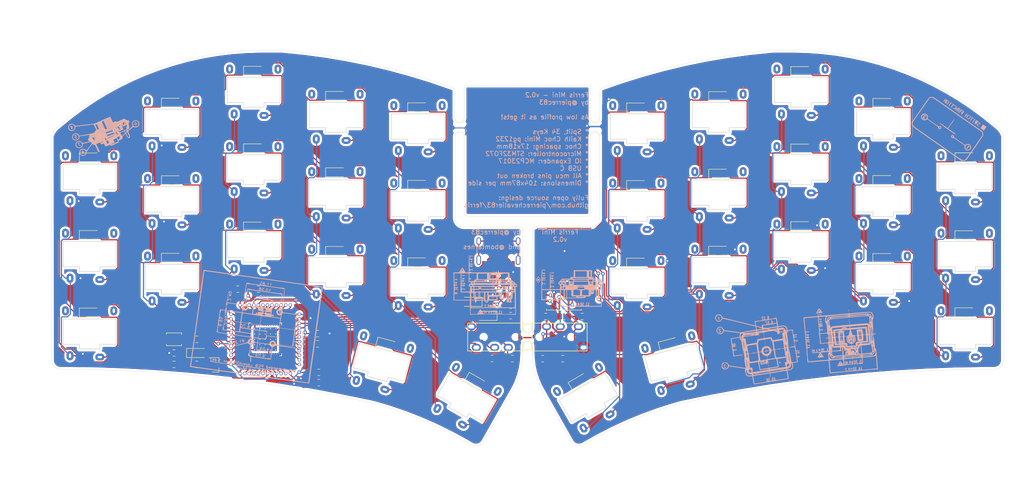
<source format=kicad_pcb>
(kicad_pcb (version 20171130) (host pcbnew 5.1.6)
  (layers (0 F.Cu signal) (31 B.Cu signal) (34 B.Paste user) (35 F.Paste user) (36 B.SilkS user) (37 F.SilkS user) (38 B.Mask user) (39 F.Mask user) (44 Edge.Cuts user))
  (net 0 "")
  (net 1 +5V)
  (net 2 VCC)
  (net 3 /col4)
  (net 4 "Net-(J1-PadA5)")
  (net 5 "Net-(J1-PadB5)")
  (net 6 /col0)
  (net 7 /col8)
  (net 8 /col5)
  (net 9 /col2)
  (net 10 /col1)
  (net 11 /col3)
  (net 12 /col6)
  (net 13 /col7)
  (net 14 /col9)
  (net 15 /row0,0)
  (net 16 /row1,0)
  (net 17 /row1,1)
  (net 18 /row0,1)
  (net 19 /row0,2)
  (net 20 /row0,3)
  (net 21 /row1,3)
  (net 22 /row1,2)
  (net 23 "Net-(D0_0-Pad2)")
  (net 24 "Net-(D0_1-Pad2)")
  (net 25 "Net-(D0_2-Pad2)")
  (net 26 "Net-(D0_3-Pad2)")
  (net 27 "Net-(D0_5-Pad2)")
  (net 28 "Net-(D0_6-Pad2)")
  (net 29 "Net-(D0_7-Pad2)")
  (net 30 "Net-(D0_8-Pad2)")
  (net 31 "Net-(D0_9-Pad2)")
  (net 32 "Net-(D1_0-Pad2)")
  (net 33 "Net-(D1_1-Pad2)")
  (net 34 "Net-(D1_2-Pad2)")
  (net 35 "Net-(D1_3-Pad2)")
  (net 36 "Net-(D1_4-Pad2)")
  (net 37 "Net-(D1_5-Pad2)")
  (net 38 "Net-(D1_6-Pad2)")
  (net 39 "Net-(D1_7-Pad2)")
  (net 40 "Net-(D1_8-Pad2)")
  (net 41 "Net-(D1_9-Pad2)")
  (net 42 "Net-(D2_0-Pad2)")
  (net 43 "Net-(D2_1-Pad2)")
  (net 44 "Net-(D2_2-Pad2)")
  (net 45 "Net-(D2_3-Pad2)")
  (net 46 "Net-(D2_4-Pad2)")
  (net 47 "Net-(D2_5-Pad2)")
  (net 48 "Net-(D2_6-Pad2)")
  (net 49 "Net-(D2_7-Pad2)")
  (net 50 "Net-(D2_8-Pad2)")
  (net 51 "Net-(D2_9-Pad2)")
  (net 52 "Net-(D3_3-Pad2)")
  (net 53 "Net-(D3_4-Pad2)")
  (net 54 "Net-(D3_5-Pad2)")
  (net 55 "Net-(D3_6-Pad2)")
  (net 56 "Net-(D0_4-Pad2)")
  (net 57 /D-)
  (net 58 /D+)
  (net 59 GND)
  (net 60 +3V3)
  (net 61 "Net-(D3-Pad2)")
  (net 62 "Net-(J1-PadS1)")
  (net 63 i2c_sda)
  (net 64 i2c_scl)
  (net 65 "Net-(R6-Pad1)")
  (net 66 BOOT0)
  (net 67 NRST)
  (net 68 VDD)
  (net 69 i2c_sda_right)
  (net 70 i2c_scl_right)
  (net 71 "Net-(U1-Pad2)")
  (net 72 "Net-(U1-Pad3)")
  (net 73 "Net-(U1-Pad4)")
  (net 74 "Net-(U1-Pad5)")
  (net 75 "Net-(U1-Pad6)")
  (net 76 "Net-(U1-Pad10)")
  (net 77 "Net-(U1-Pad11)")
  (net 78 "Net-(U1-Pad13)")
  (net 79 "Net-(U1-Pad14)")
  (net 80 "Net-(U1-Pad15)")
  (net 81 "Net-(U1-Pad16)")
  (net 82 "Net-(U1-Pad17)")
  (net 83 "Net-(U1-Pad18)")
  (net 84 "Net-(U1-Pad19)")
  (net 85 "Net-(U1-Pad20)")
  (net 86 "Net-(U1-Pad25)")
  (net 87 "Net-(U1-Pad26)")
  (net 88 "Net-(U1-Pad27)")
  (net 89 "Net-(U1-Pad28)")
  (net 90 "Net-(U1-Pad29)")
  (net 91 "Net-(U1-Pad30)")
  (net 92 "Net-(U1-Pad31)")
  (net 93 "Net-(U1-Pad34)")
  (net 94 "Net-(U1-Pad46)")
  (module switches:Choc_Mini_PG1232_Choc_Spacing (layer F.Cu) (at 142 64)
    (fp_text reference K2_5 hide)
    (fp_text value KEYSW hide)
    (fp_line (start 2.25 2.6) (end 5.8 2.6) (layer Edge.Cuts) (width 0.12))
    (fp_line (start -2.25 2.6) (end -5.8 2.6) (layer Edge.Cuts) (width 0.12))
    (fp_line (start 2.25 3.6) (end 2.25 2.6) (layer Edge.Cuts) (width 0.12))
    (fp_line (start -2.25 3.6) (end 2.25 3.6) (layer Edge.Cuts) (width 0.12))
    (fp_line (start -2.25 2.6) (end -2.25 3.6) (layer Edge.Cuts) (width 0.12))
    (fp_line (start -5.8 2.6) (end -5.8 -2.95) (layer Edge.Cuts) (width 0.12))
    (fp_line (start 5.8 -2.95) (end 5.8 2.6) (layer Edge.Cuts) (width 0.12))
    (fp_line (start -5.8 -2.95) (end 5.8 -2.95) (layer Edge.Cuts) (width 0.12))
    (pad 4 thru_hole oval (at -5.3 -4.75) (size 1.5 2) (drill oval 0.5 1) (layers *.Cu *.Mask) (clearance 0.2))
    (pad 3 thru_hole oval (at 5.3 -4.75) (size 1.5 2) (drill oval 0.5 1) (layers *.Cu *.Mask) (clearance 0.2))
    (pad 2 thru_hole oval (at 2.25 5.4) (size 2 1.5) (drill oval 1 0.5) (layers *.Cu *.Mask) (net 47 "Net-(D2_5-Pad2)") (clearance 0.2))
    (pad 1 thru_hole oval (at -4.3 5.1) (size 1.5 2) (drill oval 0.5 1) (layers *.Cu *.Mask) (net 8 /col5) (clearance 0.2))
  )
  (module breakout_pins:Dual_MCU_QFP_QFN_48_with_breakout_pins (layer F.Cu) (at 60.5 76.5 90)
    (fp_text reference U1 hide)
    (fp_text value STM32F072CBTx)
    (pad 1 thru_hole circle (at -7.5 -5.5) (size 0.75 0.75) (drill 0.5) (layers *.Cu *.Mask) (net 60 +3V3))
    (pad 2 thru_hole circle (at -7.5 -4.5) (size 0.75 0.75) (drill 0.5) (layers *.Cu *.Mask) (net 71 "Net-(U1-Pad2)"))
    (pad 3 thru_hole circle (at -7.5 -3.5) (size 0.75 0.75) (drill 0.5) (layers *.Cu *.Mask) (net 72 "Net-(U1-Pad3)"))
    (pad 4 thru_hole circle (at -7.5 -2.5) (size 0.75 0.75) (drill 0.5) (layers *.Cu *.Mask) (net 73 "Net-(U1-Pad4)"))
    (pad 5 thru_hole circle (at -7.5 -1.5) (size 0.75 0.75) (drill 0.5) (layers *.Cu *.Mask) (net 74 "Net-(U1-Pad5)"))
    (pad 6 thru_hole circle (at -7.5 -0.5) (size 0.75 0.75) (drill 0.5) (layers *.Cu *.Mask) (net 75 "Net-(U1-Pad6)"))
    (pad 7 thru_hole circle (at -7.5 0.5) (size 0.75 0.75) (drill 0.5) (layers *.Cu *.Mask) (net 67 NRST))
    (pad 8 thru_hole circle (at -7.5 1.5) (size 0.75 0.75) (drill 0.5) (layers *.Cu *.Mask) (net 59 GND))
    (pad 9 thru_hole circle (at -7.5 2.5) (size 0.75 0.75) (drill 0.5) (layers *.Cu *.Mask) (net 60 +3V3))
    (pad 10 thru_hole circle (at -7.5 3.5) (size 0.75 0.75) (drill 0.5) (layers *.Cu *.Mask) (net 76 "Net-(U1-Pad10)"))
    (pad 11 thru_hole circle (at -7.5 4.5) (size 0.75 0.75) (drill 0.5) (layers *.Cu *.Mask) (net 77 "Net-(U1-Pad11)"))
    (pad 12 thru_hole circle (at -7.5 5.5) (size 0.75 0.75) (drill 0.5) (layers *.Cu *.Mask) (net 20 /row0,3))
    (pad 13 thru_hole circle (at -5.5 7.5) (size 0.75 0.75) (drill 0.5) (layers *.Cu *.Mask) (net 78 "Net-(U1-Pad13)"))
    (pad 14 thru_hole circle (at -4.5 7.5) (size 0.75 0.75) (drill 0.5) (layers *.Cu *.Mask) (net 79 "Net-(U1-Pad14)"))
    (pad 15 thru_hole circle (at -3.5 7.5) (size 0.75 0.75) (drill 0.5) (layers *.Cu *.Mask) (net 80 "Net-(U1-Pad15)"))
    (pad 16 thru_hole circle (at -2.5 7.5) (size 0.75 0.75) (drill 0.5) (layers *.Cu *.Mask) (net 81 "Net-(U1-Pad16)"))
    (pad 17 thru_hole circle (at -1.5 7.5) (size 0.75 0.75) (drill 0.5) (layers *.Cu *.Mask) (net 82 "Net-(U1-Pad17)"))
    (pad 18 thru_hole circle (at -0.5 7.5) (size 0.75 0.75) (drill 0.5) (layers *.Cu *.Mask) (net 83 "Net-(U1-Pad18)"))
    (pad 19 thru_hole circle (at 0.5 7.5) (size 0.75 0.75) (drill 0.5) (layers *.Cu *.Mask) (net 84 "Net-(U1-Pad19)"))
    (pad 20 thru_hole circle (at 1.5 7.5) (size 0.75 0.75) (drill 0.5) (layers *.Cu *.Mask) (net 85 "Net-(U1-Pad20)"))
    (pad 21 thru_hole circle (at 2.5 7.5) (size 0.75 0.75) (drill 0.5) (layers *.Cu *.Mask) (net 64 i2c_scl))
    (pad 22 thru_hole circle (at 3.5 7.5) (size 0.75 0.75) (drill 0.5) (layers *.Cu *.Mask) (net 63 i2c_sda))
    (pad 23 thru_hole circle (at 4.5 7.5) (size 0.75 0.75) (drill 0.5) (layers *.Cu *.Mask) (net 59 GND))
    (pad 24 thru_hole circle (at 5.5 7.5) (size 0.75 0.75) (drill 0.5) (layers *.Cu *.Mask) (net 60 +3V3))
    (pad 25 thru_hole circle (at 7.5 5.5) (size 0.75 0.75) (drill 0.5) (layers *.Cu *.Mask) (net 86 "Net-(U1-Pad25)"))
    (pad 26 thru_hole circle (at 7.5 4.5) (size 0.75 0.75) (drill 0.5) (layers *.Cu *.Mask) (net 87 "Net-(U1-Pad26)"))
    (pad 27 thru_hole circle (at 7.5 3.5) (size 0.75 0.75) (drill 0.5) (layers *.Cu *.Mask) (net 88 "Net-(U1-Pad27)"))
    (pad 28 thru_hole circle (at 7.5 2.5) (size 0.75 0.75) (drill 0.5) (layers *.Cu *.Mask) (net 89 "Net-(U1-Pad28)"))
    (pad 29 thru_hole circle (at 7.5 1.5) (size 0.75 0.75) (drill 0.5) (layers *.Cu *.Mask) (net 90 "Net-(U1-Pad29)"))
    (pad 30 thru_hole circle (at 7.5 0.5) (size 0.75 0.75) (drill 0.5) (layers *.Cu *.Mask) (net 91 "Net-(U1-Pad30)"))
    (pad 31 thru_hole circle (at 7.5 -0.5) (size 0.75 0.75) (drill 0.5) (layers *.Cu *.Mask) (net 92 "Net-(U1-Pad31)"))
    (pad 32 thru_hole circle (at 7.5 -1.5) (size 0.75 0.75) (drill 0.5) (layers *.Cu *.Mask) (net 57 /D-))
    (pad 33 thru_hole circle (at 7.5 -2.5) (size 0.75 0.75) (drill 0.5) (layers *.Cu *.Mask) (net 58 /D+))
    (pad 34 thru_hole circle (at 7.5 -3.5) (size 0.75 0.75) (drill 0.5) (layers *.Cu *.Mask) (net 93 "Net-(U1-Pad34)"))
    (pad 35 thru_hole circle (at 7.5 -4.5) (size 0.75 0.75) (drill 0.5) (layers *.Cu *.Mask) (net 59 GND))
    (pad 36 thru_hole circle (at 7.5 -5.5) (size 0.75 0.75) (drill 0.5) (layers *.Cu *.Mask) (net 60 +3V3))
    (pad 37 thru_hole circle (at 5.5 -7.5) (size 0.75 0.75) (drill 0.5) (layers *.Cu *.Mask) (net 3 /col4))
    (pad 38 thru_hole circle (at 4.5 -7.5) (size 0.75 0.75) (drill 0.5) (layers *.Cu *.Mask) (net 11 /col3))
    (pad 39 thru_hole circle (at 3.5 -7.5) (size 0.75 0.75) (drill 0.5) (layers *.Cu *.Mask) (net 9 /col2))
    (pad 40 thru_hole circle (at 2.5 -7.5) (size 0.75 0.75) (drill 0.5) (layers *.Cu *.Mask) (net 10 /col1))
    (pad 41 thru_hole circle (at 1.5 -7.5) (size 0.75 0.75) (drill 0.5) (layers *.Cu *.Mask) (net 19 /row0,2))
    (pad 42 thru_hole circle (at 0.5 -7.5) (size 0.75 0.75) (drill 0.5) (layers *.Cu *.Mask) (net 18 /row0,1))
    (pad 43 thru_hole circle (at -0.5 -7.5) (size 0.75 0.75) (drill 0.5) (layers *.Cu *.Mask) (net 15 /row0,0))
    (pad 44 thru_hole circle (at -1.5 -7.5) (size 0.75 0.75) (drill 0.5) (layers *.Cu *.Mask) (net 66 BOOT0))
    (pad 45 thru_hole circle (at -2.5 -7.5) (size 0.75 0.75) (drill 0.5) (layers *.Cu *.Mask) (net 6 /col0))
    (pad 46 thru_hole circle (at -3.5 -7.5) (size 0.75 0.75) (drill 0.5) (layers *.Cu *.Mask) (net 94 "Net-(U1-Pad46)"))
    (pad 47 thru_hole circle (at -4.5 -7.5) (size 0.75 0.75) (drill 0.5) (layers *.Cu *.Mask) (net 59 GND))
    (pad 48 thru_hole circle (at -5.5 -7.5) (size 0.75 0.75) (drill 0.5) (layers *.Cu *.Mask) (net 60 +3V3))
    (pad 44 smd roundrect (at -0.75 -4.1625 90) (size 0.3 1.475) (layers F.Cu F.Paste F.Mask) (net 66 BOOT0))
    (pad 32 smd roundrect (at 4.1625 -0.75 90) (size 1.475 0.3) (layers F.Cu F.Paste F.Mask) (net 57 /D-))
    (pad 42 smd roundrect (at 0.25 -4.1625 90) (size 0.3 1.475) (layers F.Cu F.Paste F.Mask) (net 18 /row0,1))
    (pad 24 smd roundrect (at 2.75 4.1625 90) (size 0.3 1.475) (layers F.Cu F.Paste F.Mask) (net 60 +3V3))
    (pad 46 smd roundrect (at -1.75 -4.1625 90) (size 0.3 1.475) (layers F.Cu F.Paste F.Mask) (net 94 "Net-(U1-Pad46)"))
    (pad 1 smd roundrect (at -4.1625 -2.75 90) (size 1.475 0.3) (layers F.Cu F.Paste F.Mask) (net 60 +3V3))
    (pad 6 smd roundrect (at -4.1625 -0.25 90) (size 1.475 0.3) (layers F.Cu F.Paste F.Mask) (net 75 "Net-(U1-Pad6)"))
    (pad 43 smd roundrect (at -0.25 -4.1625 90) (size 0.3 1.475) (layers F.Cu F.Paste F.Mask) (net 15 /row0,0))
    (pad 41 smd roundrect (at 0.75 -4.1625 90) (size 0.3 1.475) (layers F.Cu F.Paste F.Mask) (net 19 /row0,2))
    (pad 21 smd roundrect (at 1.25 4.1625 90) (size 0.3 1.475) (layers F.Cu F.Paste F.Mask) (net 64 i2c_scl))
    (pad 10 smd roundrect (at -4.1625 1.75 90) (size 1.475 0.3) (layers F.Cu F.Paste F.Mask) (net 76 "Net-(U1-Pad10)"))
    (pad 14 smd roundrect (at -2.25 4.1625 90) (size 0.3 1.475) (layers F.Cu F.Paste F.Mask) (net 79 "Net-(U1-Pad14)"))
    (pad 3 smd roundrect (at -4.1625 -1.75 90) (size 1.475 0.3) (layers F.Cu F.Paste F.Mask) (net 72 "Net-(U1-Pad3)"))
    (pad 15 smd roundrect (at -1.75 4.1625 90) (size 0.3 1.475) (layers F.Cu F.Paste F.Mask) (net 80 "Net-(U1-Pad15)"))
    (pad 45 smd roundrect (at -1.25 -4.1625 90) (size 0.3 1.475) (layers F.Cu F.Paste F.Mask) (net 6 /col0))
    (pad 19 smd roundrect (at 0.25 4.1625 90) (size 0.3 1.475) (layers F.Cu F.Paste F.Mask) (net 84 "Net-(U1-Pad19)"))
    (pad 37 smd roundrect (at 2.75 -4.1625 90) (size 0.3 1.475) (layers F.Cu F.Paste F.Mask) (net 3 /col4))
    (pad 48 smd roundrect (at -2.75 -4.1625 90) (size 0.3 1.475) (layers F.Cu F.Paste F.Mask) (net 60 +3V3))
    (pad 38 smd roundrect (at 2.25 -4.1625 90) (size 0.3 1.475) (layers F.Cu F.Paste F.Mask) (net 11 /col3))
    (pad 33 smd roundrect (at 4.1625 -1.25 90) (size 1.475 0.3) (layers F.Cu F.Paste F.Mask) (net 58 /D+))
    (pad 20 smd roundrect (at 0.75 4.1625 90) (size 0.3 1.475) (layers F.Cu F.Paste F.Mask) (net 85 "Net-(U1-Pad20)"))
    (pad 25 smd roundrect (at 4.1625 2.75 90) (size 1.475 0.3) (layers F.Cu F.Paste F.Mask) (net 86 "Net-(U1-Pad25)"))
    (pad 31 smd roundrect (at 4.1625 -0.25 90) (size 1.475 0.3) (layers F.Cu F.Paste F.Mask) (net 92 "Net-(U1-Pad31)"))
    (pad 26 smd roundrect (at 4.1625 2.25 90) (size 1.475 0.3) (layers F.Cu F.Paste F.Mask) (net 87 "Net-(U1-Pad26)"))
    (pad 40 smd roundrect (at 1.25 -4.1625 90) (size 0.3 1.475) (layers F.Cu F.Paste F.Mask) (net 10 /col1))
    (pad 27 smd roundrect (at 4.1625 1.75 90) (size 1.475 0.3) (layers F.Cu F.Paste F.Mask) (net 88 "Net-(U1-Pad27)"))
    (pad 5 smd roundrect (at -4.1625 -0.75 90) (size 1.475 0.3) (layers F.Cu F.Paste F.Mask) (net 74 "Net-(U1-Pad5)"))
    (pad 39 smd roundrect (at 1.75 -4.1625 90) (size 0.3 1.475) (layers F.Cu F.Paste F.Mask) (net 9 /col2))
    (pad 17 smd roundrect (at -0.75 4.1625 90) (size 0.3 1.475) (layers F.Cu F.Paste F.Mask) (net 82 "Net-(U1-Pad17)"))
    (pad 18 smd roundrect (at -0.25 4.1625 90) (size 0.3 1.475) (layers F.Cu F.Paste F.Mask) (net 83 "Net-(U1-Pad18)"))
    (pad 36 smd roundrect (at 4.1625 -2.75 90) (size 1.475 0.3) (layers F.Cu F.Paste F.Mask) (net 60 +3V3))
    (pad 47 smd roundrect (at -2.25 -4.1625 90) (size 0.3 1.475) (layers F.Cu F.Paste F.Mask) (net 59 GND))
    (pad 30 smd roundrect (at 4.1625 0.25 90) (size 1.475 0.3) (layers F.Cu F.Paste F.Mask) (net 91 "Net-(U1-Pad30)"))
    (pad 28 smd roundrect (at 4.1625 1.25 90) (size 1.475 0.3) (layers F.Cu F.Paste F.Mask) (net 89 "Net-(U1-Pad28)"))
    (pad 22 smd roundrect (at 1.75 4.1625 90) (size 0.3 1.475) (layers F.Cu F.Paste F.Mask) (net 63 i2c_sda))
    (pad 7 smd roundrect (at -4.1625 0.25 90) (size 1.475 0.3) (layers F.Cu F.Paste F.Mask) (net 67 NRST))
    (pad 23 smd roundrect (at 2.25 4.1625 90) (size 0.3 1.475) (layers F.Cu F.Paste F.Mask) (net 59 GND))
    (pad 12 smd roundrect (at -4.1625 2.75 90) (size 1.475 0.3) (layers F.Cu F.Paste F.Mask) (net 20 /row0,3))
    (pad 2 smd roundrect (at -4.1625 -2.25 90) (size 1.475 0.3) (layers F.Cu F.Paste F.Mask) (net 71 "Net-(U1-Pad2)"))
    (pad 13 smd roundrect (at -2.75 4.1625 90) (size 0.3 1.475) (layers F.Cu F.Paste F.Mask) (net 78 "Net-(U1-Pad13)"))
    (pad 9 smd roundrect (at -4.1625 1.25 90) (size 1.475 0.3) (layers F.Cu F.Paste F.Mask) (net 60 +3V3))
    (pad 29 smd roundrect (at 4.1625 0.75 90) (size 1.475 0.3) (layers F.Cu F.Paste F.Mask) (net 90 "Net-(U1-Pad29)"))
    (pad 16 smd roundrect (at -1.25 4.1625 90) (size 0.3 1.475) (layers F.Cu F.Paste F.Mask) (net 81 "Net-(U1-Pad16)"))
    (pad 11 smd roundrect (at -4.1625 2.25 90) (size 1.475 0.3) (layers F.Cu F.Paste F.Mask) (net 77 "Net-(U1-Pad11)"))
    (pad 34 smd roundrect (at 4.1625 -1.75 90) (size 1.475 0.3) (layers F.Cu F.Paste F.Mask) (net 93 "Net-(U1-Pad34)"))
    (pad 35 smd roundrect (at 4.1625 -2.25 90) (size 1.475 0.3) (layers F.Cu F.Paste F.Mask) (net 59 GND))
    (pad 8 smd roundrect (at -4.1625 0.75 90) (size 1.475 0.3) (layers F.Cu F.Paste F.Mask) (net 59 GND))
    (pad 4 smd roundrect (at -4.1625 -1.25 90) (size 1.475 0.3) (layers F.Cu F.Paste F.Mask) (net 73 "Net-(U1-Pad4)"))
    (pad 15 smd roundrect (at -1.75 3.4375 90) (size 0.25 0.875) (layers F.Cu F.Paste F.Mask) (net 80 "Net-(U1-Pad15)"))
    (pad 10 smd roundrect (at -3.4375 1.75 90) (size 0.875 0.25) (layers F.Cu F.Paste F.Mask) (net 76 "Net-(U1-Pad10)"))
    (pad 46 smd roundrect (at -1.75 -3.4375 90) (size 0.25 0.875) (layers F.Cu F.Paste F.Mask) (net 94 "Net-(U1-Pad46)"))
    (pad 49 thru_hole circle (at -1.1625 2.325 90) (size 0.5 0.5) (drill 0.2) (layers *.Cu) (net 59 GND))
    (pad 49 thru_hole circle (at 0 1.1625 90) (size 0.5 0.5) (drill 0.2) (layers *.Cu) (net 59 GND))
    (pad 8 smd roundrect (at -3.4375 0.75 90) (size 0.875 0.25) (layers F.Cu F.Paste F.Mask) (net 59 GND))
    (pad 48 smd roundrect (at -2.75 -3.4375 90) (size 0.25 0.875) (layers F.Cu F.Paste F.Mask) (net 60 +3V3))
    (pad 43 smd roundrect (at -0.25 -3.4375 90) (size 0.25 0.875) (layers F.Cu F.Paste F.Mask) (net 15 /row0,0))
    (pad 9 smd roundrect (at -3.4375 1.25 90) (size 0.875 0.25) (layers F.Cu F.Paste F.Mask) (net 60 +3V3))
    (pad 49 thru_hole circle (at 0 -1.1625 90) (size 0.5 0.5) (drill 0.2) (layers *.Cu) (net 59 GND))
    (pad 18 smd roundrect (at -0.25 3.4375 90) (size 0.25 0.875) (layers F.Cu F.Paste F.Mask) (net 83 "Net-(U1-Pad18)"))
    (pad 35 smd roundrect (at 3.4375 -2.25 90) (size 0.875 0.25) (layers F.Cu F.Paste F.Mask) (net 59 GND))
    (pad 7 smd roundrect (at -3.4375 0.25 90) (size 0.875 0.25) (layers F.Cu F.Paste F.Mask) (net 67 NRST))
    (pad 49 thru_hole circle (at -1.1625 1.1625 90) (size 0.5 0.5) (drill 0.2) (layers *.Cu) (net 59 GND))
    (pad 49 thru_hole circle (at 2.325 -2.325 90) (size 0.5 0.5) (drill 0.2) (layers *.Cu) (net 59 GND))
    (pad 49 thru_hole circle (at 0 0 90) (size 0.5 0.5) (drill 0.2) (layers *.Cu) (net 59 GND))
    (pad 49 thru_hole circle (at 1.1625 0 90) (size 0.5 0.5) (drill 0.2) (layers *.Cu) (net 59 GND))
    (pad 2 smd roundrect (at -3.4375 -2.25 90) (size 0.875 0.25) (layers F.Cu F.Paste F.Mask) (net 71 "Net-(U1-Pad2)"))
    (pad 47 smd roundrect (at -2.25 -3.4375 90) (size 0.25 0.875) (layers F.Cu F.Paste F.Mask) (net 59 GND))
    (pad 22 smd roundrect (at 1.75 3.4375 90) (size 0.25 0.875) (layers F.Cu F.Paste F.Mask) (net 63 i2c_sda))
    (pad 30 smd roundrect (at 3.4375 0.25 90) (size 0.875 0.25) (layers F.Cu F.Paste F.Mask) (net 91 "Net-(U1-Pad30)"))
    (pad 28 smd roundrect (at 3.4375 1.25 90) (size 0.875 0.25) (layers F.Cu F.Paste F.Mask) (net 89 "Net-(U1-Pad28)"))
    (pad 23 smd roundrect (at 2.25 3.4375 90) (size 0.25 0.875) (layers F.Cu F.Paste F.Mask) (net 59 GND))
    (pad 20 smd roundrect (at 0.75 3.4375 90) (size 0.25 0.875) (layers F.Cu F.Paste F.Mask) (net 85 "Net-(U1-Pad20)"))
    (pad 16 smd roundrect (at -1.25 3.4375 90) (size 0.25 0.875) (layers F.Cu F.Paste F.Mask) (net 81 "Net-(U1-Pad16)"))
    (pad 17 smd roundrect (at -0.75 3.4375 90) (size 0.25 0.875) (layers F.Cu F.Paste F.Mask) (net 82 "Net-(U1-Pad17)"))
    (pad 40 smd roundrect (at 1.25 -3.4375 90) (size 0.25 0.875) (layers F.Cu F.Paste F.Mask) (net 10 /col1))
    (pad 49 smd rect (at 0 0 90) (size 5.15 5.15) (layers B.Cu) (net 59 GND))
    (pad 49 thru_hole circle (at 2.325 0 90) (size 0.5 0.5) (drill 0.2) (layers *.Cu) (net 59 GND))
    (pad 49 thru_hole circle (at -1.1625 -1.1625 90) (size 0.5 0.5) (drill 0.2) (layers *.Cu) (net 59 GND))
    (pad 49 thru_hole circle (at 1.1625 2.325 90) (size 0.5 0.5) (drill 0.2) (layers *.Cu) (net 59 GND))
    (pad 49 thru_hole circle (at -2.325 -2.325 90) (size 0.5 0.5) (drill 0.2) (layers *.Cu) (net 59 GND))
    (pad 42 smd roundrect (at 0.25 -3.4375 90) (size 0.25 0.875) (layers F.Cu F.Paste F.Mask) (net 18 /row0,1))
    (pad 49 thru_hole circle (at -2.325 2.325 90) (size 0.5 0.5) (drill 0.2) (layers *.Cu) (net 59 GND))
    (pad 49 thru_hole circle (at 2.325 1.1625 90) (size 0.5 0.5) (drill 0.2) (layers *.Cu) (net 59 GND))
    (pad 49 thru_hole circle (at 1.1625 -2.325 90) (size 0.5 0.5) (drill 0.2) (layers *.Cu) (net 59 GND))
    (pad 49 thru_hole circle (at 2.325 -1.1625 90) (size 0.5 0.5) (drill 0.2) (layers *.Cu) (net 59 GND))
    (pad 45 smd roundrect (at -1.25 -3.4375 90) (size 0.25 0.875) (layers F.Cu F.Paste F.Mask) (net 6 /col0))
    (pad 6 smd roundrect (at -3.4375 -0.25 90) (size 0.875 0.25) (layers F.Cu F.Paste F.Mask) (net 75 "Net-(U1-Pad6)"))
    (pad 49 thru_hole circle (at -2.325 0 90) (size 0.5 0.5) (drill 0.2) (layers *.Cu) (net 59 GND))
    (pad 13 smd roundrect (at -2.75 3.4375 90) (size 0.25 0.875) (layers F.Cu F.Paste F.Mask) (net 78 "Net-(U1-Pad13)"))
    (pad 5 smd roundrect (at -3.4375 -0.75 90) (size 0.875 0.25) (layers F.Cu F.Paste F.Mask) (net 74 "Net-(U1-Pad5)"))
    (pad 31 smd roundrect (at 3.4375 -0.25 90) (size 0.875 0.25) (layers F.Cu F.Paste F.Mask) (net 92 "Net-(U1-Pad31)"))
    (pad 49 smd rect (at 0 0 90) (size 5.15 5.15) (layers F.Cu F.Mask) (net 59 GND))
    (pad 24 smd roundrect (at 2.75 3.4375 90) (size 0.25 0.875) (layers F.Cu F.Paste F.Mask) (net 60 +3V3))
    (pad 25 smd roundrect (at 3.4375 2.75 90) (size 0.875 0.25) (layers F.Cu F.Paste F.Mask) (net 86 "Net-(U1-Pad25)"))
    (pad 3 smd roundrect (at -3.4375 -1.75 90) (size 0.875 0.25) (layers F.Cu F.Paste F.Mask) (net 72 "Net-(U1-Pad3)"))
    (pad 49 thru_hole circle (at 0 -2.325 90) (size 0.5 0.5) (drill 0.2) (layers *.Cu) (net 59 GND))
    (pad 34 smd roundrect (at 3.4375 -1.75 90) (size 0.875 0.25) (layers F.Cu F.Paste F.Mask) (net 93 "Net-(U1-Pad34)"))
    (pad 44 smd roundrect (at -0.75 -3.4375 90) (size 0.25 0.875) (layers F.Cu F.Paste F.Mask) (net 66 BOOT0))
    (pad 26 smd roundrect (at 3.4375 2.25 90) (size 0.875 0.25) (layers F.Cu F.Paste F.Mask) (net 87 "Net-(U1-Pad26)"))
    (pad 21 smd roundrect (at 1.25 3.4375 90) (size 0.25 0.875) (layers F.Cu F.Paste F.Mask) (net 64 i2c_scl))
    (pad 39 smd roundrect (at 1.75 -3.4375 90) (size 0.25 0.875) (layers F.Cu F.Paste F.Mask) (net 9 /col2))
    (pad 32 smd roundrect (at 3.4375 -0.75 90) (size 0.875 0.25) (layers F.Cu F.Paste F.Mask) (net 57 /D-))
    (pad 33 smd roundrect (at 3.4375 -1.25 90) (size 0.875 0.25) (layers F.Cu F.Paste F.Mask) (net 58 /D+))
    (pad 37 smd roundrect (at 2.75 -3.4375 90) (size 0.25 0.875) (layers F.Cu F.Paste F.Mask) (net 3 /col4))
    (pad 19 smd roundrect (at 0.25 3.4375 90) (size 0.25 0.875) (layers F.Cu F.Paste F.Mask) (net 84 "Net-(U1-Pad19)"))
    (pad 11 smd roundrect (at -3.4375 2.25 90) (size 0.875 0.25) (layers F.Cu F.Paste F.Mask) (net 77 "Net-(U1-Pad11)"))
    (pad 14 smd roundrect (at -2.25 3.4375 90) (size 0.25 0.875) (layers F.Cu F.Paste F.Mask) (net 79 "Net-(U1-Pad14)"))
    (pad 49 thru_hole circle (at -1.1625 0 90) (size 0.5 0.5) (drill 0.2) (layers *.Cu) (net 59 GND))
    (pad 38 smd roundrect (at 2.25 -3.4375 90) (size 0.25 0.875) (layers F.Cu F.Paste F.Mask) (net 11 /col3))
    (pad 49 thru_hole circle (at -2.325 1.1625 90) (size 0.5 0.5) (drill 0.2) (layers *.Cu) (net 59 GND))
    (pad 49 thru_hole circle (at 0 2.325 90) (size 0.5 0.5) (drill 0.2) (layers *.Cu) (net 59 GND))
    (pad 49 thru_hole circle (at -2.325 -1.1625 90) (size 0.5 0.5) (drill 0.2) (layers *.Cu) (net 59 GND))
    (pad 12 smd roundrect (at -3.4375 2.75 90) (size 0.875 0.25) (layers F.Cu F.Paste F.Mask) (net 20 /row0,3))
    (pad 49 thru_hole circle (at 1.1625 1.1625 90) (size 0.5 0.5) (drill 0.2) (layers *.Cu) (net 59 GND))
    (pad 29 smd roundrect (at 3.4375 0.75 90) (size 0.875 0.25) (layers F.Cu F.Paste F.Mask) (net 90 "Net-(U1-Pad29)"))
    (pad 41 smd roundrect (at 0.75 -3.4375 90) (size 0.25 0.875) (layers F.Cu F.Paste F.Mask) (net 19 /row0,2))
    (pad 36 smd roundrect (at 3.4375 -2.75 90) (size 0.875 0.25) (layers F.Cu F.Paste F.Mask) (net 60 +3V3))
    (pad 49 thru_hole circle (at 2.325 2.325 90) (size 0.5 0.5) (drill 0.2) (layers *.Cu) (net 59 GND))
    (pad 49 thru_hole circle (at -1.1625 -2.325 90) (size 0.5 0.5) (drill 0.2) (layers *.Cu) (net 59 GND))
    (pad 27 smd roundrect (at 3.4375 1.75 90) (size 0.875 0.25) (layers F.Cu F.Paste F.Mask) (net 88 "Net-(U1-Pad27)"))
    (pad 4 smd roundrect (at -3.4375 -1.25 90) (size 0.875 0.25) (layers F.Cu F.Paste F.Mask) (net 73 "Net-(U1-Pad4)"))
    (pad 49 thru_hole circle (at 1.1625 -1.1625 90) (size 0.5 0.5) (drill 0.2) (layers *.Cu) (net 59 GND))
    (pad 1 smd roundrect (at -3.4375 -2.75 90) (size 0.875 0.25) (layers F.Cu F.Paste F.Mask) (net 60 +3V3))
  )
  (module switches:Choc_Mini_PG1232_Choc_Spacing (layer F.Cu) (at 150.13 81.7 15)
    (fp_text reference K3_6 hide)
    (fp_text value KEYSW hide)
    (fp_line (start 2.25 2.6) (end 5.8 2.6) (layer Edge.Cuts) (width 0.12))
    (fp_line (start -2.25 2.6) (end -5.8 2.6) (layer Edge.Cuts) (width 0.12))
    (fp_line (start 2.25 3.6) (end 2.25 2.6) (layer Edge.Cuts) (width 0.12))
    (fp_line (start -2.25 3.6) (end 2.25 3.6) (layer Edge.Cuts) (width 0.12))
    (fp_line (start -2.25 2.6) (end -2.25 3.6) (layer Edge.Cuts) (width 0.12))
    (fp_line (start -5.8 2.6) (end -5.8 -2.95) (layer Edge.Cuts) (width 0.12))
    (fp_line (start 5.8 -2.95) (end 5.8 2.6) (layer Edge.Cuts) (width 0.12))
    (fp_line (start -5.8 -2.95) (end 5.8 -2.95) (layer Edge.Cuts) (width 0.12))
    (pad 4 thru_hole oval (at -5.3 -4.75 15) (size 1.5 2) (drill oval 0.5 1) (layers *.Cu *.Mask) (clearance 0.2))
    (pad 3 thru_hole oval (at 5.3 -4.75 15) (size 1.5 2) (drill oval 0.5 1) (layers *.Cu *.Mask) (clearance 0.2))
    (pad 2 thru_hole oval (at 2.25 5.4 15) (size 2 1.5) (drill oval 1 0.5) (layers *.Cu *.Mask) (net 55 "Net-(D3_6-Pad2)") (clearance 0.2))
    (pad 1 thru_hole oval (at -4.3 5.1 15) (size 1.5 2) (drill oval 0.5 1) (layers *.Cu *.Mask) (net 12 /col6) (clearance 0.2))
  )
  (module switches:Choc_Mini_PG1232_Choc_Spacing (layer F.Cu) (at 131.47 89.41 30)
    (fp_text reference K3_5 hide)
    (fp_text value KEYSW hide)
    (fp_line (start 2.25 2.6) (end 5.8 2.6) (layer Edge.Cuts) (width 0.12))
    (fp_line (start -2.25 2.6) (end -5.8 2.6) (layer Edge.Cuts) (width 0.12))
    (fp_line (start 2.25 3.6) (end 2.25 2.6) (layer Edge.Cuts) (width 0.12))
    (fp_line (start -2.25 3.6) (end 2.25 3.6) (layer Edge.Cuts) (width 0.12))
    (fp_line (start -2.25 2.6) (end -2.25 3.6) (layer Edge.Cuts) (width 0.12))
    (fp_line (start -5.8 2.6) (end -5.8 -2.95) (layer Edge.Cuts) (width 0.12))
    (fp_line (start 5.8 -2.95) (end 5.8 2.6) (layer Edge.Cuts) (width 0.12))
    (fp_line (start -5.8 -2.95) (end 5.8 -2.95) (layer Edge.Cuts) (width 0.12))
    (pad 4 thru_hole oval (at -5.3 -4.75 30) (size 1.5 2) (drill oval 0.5 1) (layers *.Cu *.Mask) (clearance 0.2))
    (pad 3 thru_hole oval (at 5.3 -4.75 30) (size 1.5 2) (drill oval 0.5 1) (layers *.Cu *.Mask) (clearance 0.2))
    (pad 2 thru_hole oval (at 2.25 5.4 30) (size 2 1.5) (drill oval 1 0.5) (layers *.Cu *.Mask) (net 54 "Net-(D3_5-Pad2)") (clearance 0.2))
    (pad 1 thru_hole oval (at -4.3 5.1 30) (size 1.5 2) (drill oval 0.5 1) (layers *.Cu *.Mask) (net 8 /col5) (clearance 0.2))
  )
  (module switches:Choc_Mini_PG1232_Choc_Spacing (layer F.Cu) (at 104.53 89.41 330)
    (fp_text reference K3_4 hide)
    (fp_text value KEYSW hide)
    (fp_line (start 2.25 2.6) (end 5.8 2.6) (layer Edge.Cuts) (width 0.12))
    (fp_line (start -2.25 2.6) (end -5.8 2.6) (layer Edge.Cuts) (width 0.12))
    (fp_line (start 2.25 3.6) (end 2.25 2.6) (layer Edge.Cuts) (width 0.12))
    (fp_line (start -2.25 3.6) (end 2.25 3.6) (layer Edge.Cuts) (width 0.12))
    (fp_line (start -2.25 2.6) (end -2.25 3.6) (layer Edge.Cuts) (width 0.12))
    (fp_line (start -5.8 2.6) (end -5.8 -2.95) (layer Edge.Cuts) (width 0.12))
    (fp_line (start 5.8 -2.95) (end 5.8 2.6) (layer Edge.Cuts) (width 0.12))
    (fp_line (start -5.8 -2.95) (end 5.8 -2.95) (layer Edge.Cuts) (width 0.12))
    (pad 4 thru_hole oval (at -5.3 -4.75 330) (size 1.5 2) (drill oval 0.5 1) (layers *.Cu *.Mask) (clearance 0.2))
    (pad 3 thru_hole oval (at 5.3 -4.75 330) (size 1.5 2) (drill oval 0.5 1) (layers *.Cu *.Mask) (clearance 0.2))
    (pad 2 thru_hole oval (at 2.25 5.4 330) (size 2 1.5) (drill oval 1 0.5) (layers *.Cu *.Mask) (net 53 "Net-(D3_4-Pad2)") (clearance 0.2))
    (pad 1 thru_hole oval (at -4.3 5.1 330) (size 1.5 2) (drill oval 0.5 1) (layers *.Cu *.Mask) (net 3 /col4) (clearance 0.2))
  )
  (module switches:Choc_Mini_PG1232_Choc_Spacing (layer F.Cu) (at 85.97 81.7 345)
    (fp_text reference K3_3 hide)
    (fp_text value KEYSW hide)
    (fp_line (start 2.25 2.6) (end 5.8 2.6) (layer Edge.Cuts) (width 0.12))
    (fp_line (start -2.25 2.6) (end -5.8 2.6) (layer Edge.Cuts) (width 0.12))
    (fp_line (start 2.25 3.6) (end 2.25 2.6) (layer Edge.Cuts) (width 0.12))
    (fp_line (start -2.25 3.6) (end 2.25 3.6) (layer Edge.Cuts) (width 0.12))
    (fp_line (start -2.25 2.6) (end -2.25 3.6) (layer Edge.Cuts) (width 0.12))
    (fp_line (start -5.8 2.6) (end -5.8 -2.95) (layer Edge.Cuts) (width 0.12))
    (fp_line (start 5.8 -2.95) (end 5.8 2.6) (layer Edge.Cuts) (width 0.12))
    (fp_line (start -5.8 -2.95) (end 5.8 -2.95) (layer Edge.Cuts) (width 0.12))
    (pad 4 thru_hole oval (at -5.3 -4.75 345) (size 1.5 2) (drill oval 0.5 1) (layers *.Cu *.Mask) (clearance 0.2))
    (pad 3 thru_hole oval (at 5.3 -4.75 345) (size 1.5 2) (drill oval 0.5 1) (layers *.Cu *.Mask) (clearance 0.2))
    (pad 2 thru_hole oval (at 2.25 5.4 345) (size 2 1.5) (drill oval 1 0.5) (layers *.Cu *.Mask) (net 52 "Net-(D3_3-Pad2)") (clearance 0.2))
    (pad 1 thru_hole oval (at -4.3 5.1 345) (size 1.5 2) (drill oval 0.5 1) (layers *.Cu *.Mask) (net 11 /col3) (clearance 0.2))
  )
  (module switches:Choc_Mini_PG1232_Choc_Spacing (layer F.Cu) (at 214 75)
    (fp_text reference K2_9 hide)
    (fp_text value KEYSW hide)
    (fp_line (start 2.25 2.6) (end 5.8 2.6) (layer Edge.Cuts) (width 0.12))
    (fp_line (start -2.25 2.6) (end -5.8 2.6) (layer Edge.Cuts) (width 0.12))
    (fp_line (start 2.25 3.6) (end 2.25 2.6) (layer Edge.Cuts) (width 0.12))
    (fp_line (start -2.25 3.6) (end 2.25 3.6) (layer Edge.Cuts) (width 0.12))
    (fp_line (start -2.25 2.6) (end -2.25 3.6) (layer Edge.Cuts) (width 0.12))
    (fp_line (start -5.8 2.6) (end -5.8 -2.95) (layer Edge.Cuts) (width 0.12))
    (fp_line (start 5.8 -2.95) (end 5.8 2.6) (layer Edge.Cuts) (width 0.12))
    (fp_line (start -5.8 -2.95) (end 5.8 -2.95) (layer Edge.Cuts) (width 0.12))
    (pad 4 thru_hole oval (at -5.3 -4.75) (size 1.5 2) (drill oval 0.5 1) (layers *.Cu *.Mask) (clearance 0.2))
    (pad 3 thru_hole oval (at 5.3 -4.75) (size 1.5 2) (drill oval 0.5 1) (layers *.Cu *.Mask) (clearance 0.2))
    (pad 2 thru_hole oval (at 2.25 5.4) (size 2 1.5) (drill oval 1 0.5) (layers *.Cu *.Mask) (net 51 "Net-(D2_9-Pad2)") (clearance 0.2))
    (pad 1 thru_hole oval (at -4.3 5.1) (size 1.5 2) (drill oval 0.5 1) (layers *.Cu *.Mask) (net 14 /col9) (clearance 0.2))
  )
  (module switches:Choc_Mini_PG1232_Choc_Spacing (layer F.Cu) (at 196 63)
    (fp_text reference K2_8 hide)
    (fp_text value KEYSW hide)
    (fp_line (start 2.25 2.6) (end 5.8 2.6) (layer Edge.Cuts) (width 0.12))
    (fp_line (start -2.25 2.6) (end -5.8 2.6) (layer Edge.Cuts) (width 0.12))
    (fp_line (start 2.25 3.6) (end 2.25 2.6) (layer Edge.Cuts) (width 0.12))
    (fp_line (start -2.25 3.6) (end 2.25 3.6) (layer Edge.Cuts) (width 0.12))
    (fp_line (start -2.25 2.6) (end -2.25 3.6) (layer Edge.Cuts) (width 0.12))
    (fp_line (start -5.8 2.6) (end -5.8 -2.95) (layer Edge.Cuts) (width 0.12))
    (fp_line (start 5.8 -2.95) (end 5.8 2.6) (layer Edge.Cuts) (width 0.12))
    (fp_line (start -5.8 -2.95) (end 5.8 -2.95) (layer Edge.Cuts) (width 0.12))
    (pad 4 thru_hole oval (at -5.3 -4.75) (size 1.5 2) (drill oval 0.5 1) (layers *.Cu *.Mask) (clearance 0.2))
    (pad 3 thru_hole oval (at 5.3 -4.75) (size 1.5 2) (drill oval 0.5 1) (layers *.Cu *.Mask) (clearance 0.2))
    (pad 2 thru_hole oval (at 2.25 5.4) (size 2 1.5) (drill oval 1 0.5) (layers *.Cu *.Mask) (net 50 "Net-(D2_8-Pad2)") (clearance 0.2))
    (pad 1 thru_hole oval (at -4.3 5.1) (size 1.5 2) (drill oval 0.5 1) (layers *.Cu *.Mask) (net 7 /col8) (clearance 0.2))
  )
  (module switches:Choc_Mini_PG1232_Choc_Spacing (layer F.Cu) (at 178 56)
    (fp_text reference K2_7 hide)
    (fp_text value KEYSW hide)
    (fp_line (start 2.25 2.6) (end 5.8 2.6) (layer Edge.Cuts) (width 0.12))
    (fp_line (start -2.25 2.6) (end -5.8 2.6) (layer Edge.Cuts) (width 0.12))
    (fp_line (start 2.25 3.6) (end 2.25 2.6) (layer Edge.Cuts) (width 0.12))
    (fp_line (start -2.25 3.6) (end 2.25 3.6) (layer Edge.Cuts) (width 0.12))
    (fp_line (start -2.25 2.6) (end -2.25 3.6) (layer Edge.Cuts) (width 0.12))
    (fp_line (start -5.8 2.6) (end -5.8 -2.95) (layer Edge.Cuts) (width 0.12))
    (fp_line (start 5.8 -2.95) (end 5.8 2.6) (layer Edge.Cuts) (width 0.12))
    (fp_line (start -5.8 -2.95) (end 5.8 -2.95) (layer Edge.Cuts) (width 0.12))
    (pad 4 thru_hole oval (at -5.3 -4.75) (size 1.5 2) (drill oval 0.5 1) (layers *.Cu *.Mask) (clearance 0.2))
    (pad 3 thru_hole oval (at 5.3 -4.75) (size 1.5 2) (drill oval 0.5 1) (layers *.Cu *.Mask) (clearance 0.2))
    (pad 2 thru_hole oval (at 2.25 5.4) (size 2 1.5) (drill oval 1 0.5) (layers *.Cu *.Mask) (net 49 "Net-(D2_7-Pad2)") (clearance 0.2))
    (pad 1 thru_hole oval (at -4.3 5.1) (size 1.5 2) (drill oval 0.5 1) (layers *.Cu *.Mask) (net 13 /col7) (clearance 0.2))
  )
  (module switches:Choc_Mini_PG1232_Choc_Spacing (layer F.Cu) (at 160 61.5)
    (fp_text reference K2_6 hide)
    (fp_text value KEYSW hide)
    (fp_line (start 2.25 2.6) (end 5.8 2.6) (layer Edge.Cuts) (width 0.12))
    (fp_line (start -2.25 2.6) (end -5.8 2.6) (layer Edge.Cuts) (width 0.12))
    (fp_line (start 2.25 3.6) (end 2.25 2.6) (layer Edge.Cuts) (width 0.12))
    (fp_line (start -2.25 3.6) (end 2.25 3.6) (layer Edge.Cuts) (width 0.12))
    (fp_line (start -2.25 2.6) (end -2.25 3.6) (layer Edge.Cuts) (width 0.12))
    (fp_line (start -5.8 2.6) (end -5.8 -2.95) (layer Edge.Cuts) (width 0.12))
    (fp_line (start 5.8 -2.95) (end 5.8 2.6) (layer Edge.Cuts) (width 0.12))
    (fp_line (start -5.8 -2.95) (end 5.8 -2.95) (layer Edge.Cuts) (width 0.12))
    (pad 4 thru_hole oval (at -5.3 -4.75) (size 1.5 2) (drill oval 0.5 1) (layers *.Cu *.Mask) (clearance 0.2))
    (pad 3 thru_hole oval (at 5.3 -4.75) (size 1.5 2) (drill oval 0.5 1) (layers *.Cu *.Mask) (clearance 0.2))
    (pad 2 thru_hole oval (at 2.25 5.4) (size 2 1.5) (drill oval 1 0.5) (layers *.Cu *.Mask) (net 48 "Net-(D2_6-Pad2)") (clearance 0.2))
    (pad 1 thru_hole oval (at -4.3 5.1) (size 1.5 2) (drill oval 0.5 1) (layers *.Cu *.Mask) (net 12 /col6) (clearance 0.2))
  )
  (module switches:Choc_Mini_PG1232_Choc_Spacing (layer F.Cu) (at 94 64)
    (fp_text reference K2_4 hide)
    (fp_text value KEYSW hide)
    (fp_line (start 2.25 2.6) (end 5.8 2.6) (layer Edge.Cuts) (width 0.12))
    (fp_line (start -2.25 2.6) (end -5.8 2.6) (layer Edge.Cuts) (width 0.12))
    (fp_line (start 2.25 3.6) (end 2.25 2.6) (layer Edge.Cuts) (width 0.12))
    (fp_line (start -2.25 3.6) (end 2.25 3.6) (layer Edge.Cuts) (width 0.12))
    (fp_line (start -2.25 2.6) (end -2.25 3.6) (layer Edge.Cuts) (width 0.12))
    (fp_line (start -5.8 2.6) (end -5.8 -2.95) (layer Edge.Cuts) (width 0.12))
    (fp_line (start 5.8 -2.95) (end 5.8 2.6) (layer Edge.Cuts) (width 0.12))
    (fp_line (start -5.8 -2.95) (end 5.8 -2.95) (layer Edge.Cuts) (width 0.12))
    (pad 4 thru_hole oval (at -5.3 -4.75) (size 1.5 2) (drill oval 0.5 1) (layers *.Cu *.Mask) (clearance 0.2))
    (pad 3 thru_hole oval (at 5.3 -4.75) (size 1.5 2) (drill oval 0.5 1) (layers *.Cu *.Mask) (clearance 0.2))
    (pad 2 thru_hole oval (at 2.25 5.4) (size 2 1.5) (drill oval 1 0.5) (layers *.Cu *.Mask) (net 46 "Net-(D2_4-Pad2)") (clearance 0.2))
    (pad 1 thru_hole oval (at -4.3 5.1) (size 1.5 2) (drill oval 0.5 1) (layers *.Cu *.Mask) (net 3 /col4) (clearance 0.2))
  )
  (module switches:Choc_Mini_PG1232_Choc_Spacing (layer F.Cu) (at 76 61.5)
    (fp_text reference K2_3 hide)
    (fp_text value KEYSW hide)
    (fp_line (start 2.25 2.6) (end 5.8 2.6) (layer Edge.Cuts) (width 0.12))
    (fp_line (start -2.25 2.6) (end -5.8 2.6) (layer Edge.Cuts) (width 0.12))
    (fp_line (start 2.25 3.6) (end 2.25 2.6) (layer Edge.Cuts) (width 0.12))
    (fp_line (start -2.25 3.6) (end 2.25 3.6) (layer Edge.Cuts) (width 0.12))
    (fp_line (start -2.25 2.6) (end -2.25 3.6) (layer Edge.Cuts) (width 0.12))
    (fp_line (start -5.8 2.6) (end -5.8 -2.95) (layer Edge.Cuts) (width 0.12))
    (fp_line (start 5.8 -2.95) (end 5.8 2.6) (layer Edge.Cuts) (width 0.12))
    (fp_line (start -5.8 -2.95) (end 5.8 -2.95) (layer Edge.Cuts) (width 0.12))
    (pad 4 thru_hole oval (at -5.3 -4.75) (size 1.5 2) (drill oval 0.5 1) (layers *.Cu *.Mask) (clearance 0.2))
    (pad 3 thru_hole oval (at 5.3 -4.75) (size 1.5 2) (drill oval 0.5 1) (layers *.Cu *.Mask) (clearance 0.2))
    (pad 2 thru_hole oval (at 2.25 5.4) (size 2 1.5) (drill oval 1 0.5) (layers *.Cu *.Mask) (net 45 "Net-(D2_3-Pad2)") (clearance 0.2))
    (pad 1 thru_hole oval (at -4.3 5.1) (size 1.5 2) (drill oval 0.5 1) (layers *.Cu *.Mask) (net 11 /col3) (clearance 0.2))
  )
  (module switches:Choc_Mini_PG1232_Choc_Spacing (layer F.Cu) (at 58 56)
    (fp_text reference K2_2 hide)
    (fp_text value KEYSW hide)
    (fp_line (start 2.25 2.6) (end 5.8 2.6) (layer Edge.Cuts) (width 0.12))
    (fp_line (start -2.25 2.6) (end -5.8 2.6) (layer Edge.Cuts) (width 0.12))
    (fp_line (start 2.25 3.6) (end 2.25 2.6) (layer Edge.Cuts) (width 0.12))
    (fp_line (start -2.25 3.6) (end 2.25 3.6) (layer Edge.Cuts) (width 0.12))
    (fp_line (start -2.25 2.6) (end -2.25 3.6) (layer Edge.Cuts) (width 0.12))
    (fp_line (start -5.8 2.6) (end -5.8 -2.95) (layer Edge.Cuts) (width 0.12))
    (fp_line (start 5.8 -2.95) (end 5.8 2.6) (layer Edge.Cuts) (width 0.12))
    (fp_line (start -5.8 -2.95) (end 5.8 -2.95) (layer Edge.Cuts) (width 0.12))
    (pad 4 thru_hole oval (at -5.3 -4.75) (size 1.5 2) (drill oval 0.5 1) (layers *.Cu *.Mask) (clearance 0.2))
    (pad 3 thru_hole oval (at 5.3 -4.75) (size 1.5 2) (drill oval 0.5 1) (layers *.Cu *.Mask) (clearance 0.2))
    (pad 2 thru_hole oval (at 2.25 5.4) (size 2 1.5) (drill oval 1 0.5) (layers *.Cu *.Mask) (net 44 "Net-(D2_2-Pad2)") (clearance 0.2))
    (pad 1 thru_hole oval (at -4.3 5.1) (size 1.5 2) (drill oval 0.5 1) (layers *.Cu *.Mask) (net 9 /col2) (clearance 0.2))
  )
  (module switches:Choc_Mini_PG1232_Choc_Spacing (layer F.Cu) (at 40 63)
    (fp_text reference K2_1 hide)
    (fp_text value KEYSW hide)
    (fp_line (start 2.25 2.6) (end 5.8 2.6) (layer Edge.Cuts) (width 0.12))
    (fp_line (start -2.25 2.6) (end -5.8 2.6) (layer Edge.Cuts) (width 0.12))
    (fp_line (start 2.25 3.6) (end 2.25 2.6) (layer Edge.Cuts) (width 0.12))
    (fp_line (start -2.25 3.6) (end 2.25 3.6) (layer Edge.Cuts) (width 0.12))
    (fp_line (start -2.25 2.6) (end -2.25 3.6) (layer Edge.Cuts) (width 0.12))
    (fp_line (start -5.8 2.6) (end -5.8 -2.95) (layer Edge.Cuts) (width 0.12))
    (fp_line (start 5.8 -2.95) (end 5.8 2.6) (layer Edge.Cuts) (width 0.12))
    (fp_line (start -5.8 -2.95) (end 5.8 -2.95) (layer Edge.Cuts) (width 0.12))
    (pad 4 thru_hole oval (at -5.3 -4.75) (size 1.5 2) (drill oval 0.5 1) (layers *.Cu *.Mask) (clearance 0.2))
    (pad 3 thru_hole oval (at 5.3 -4.75) (size 1.5 2) (drill oval 0.5 1) (layers *.Cu *.Mask) (clearance 0.2))
    (pad 2 thru_hole oval (at 2.25 5.4) (size 2 1.5) (drill oval 1 0.5) (layers *.Cu *.Mask) (net 43 "Net-(D2_1-Pad2)") (clearance 0.2))
    (pad 1 thru_hole oval (at -4.3 5.1) (size 1.5 2) (drill oval 0.5 1) (layers *.Cu *.Mask) (net 10 /col1) (clearance 0.2))
  )
  (module switches:Choc_Mini_PG1232_Choc_Spacing (layer F.Cu) (at 22 75)
    (fp_text reference K2_0 hide)
    (fp_text value KEYSW hide)
    (fp_line (start 2.25 2.6) (end 5.8 2.6) (layer Edge.Cuts) (width 0.12))
    (fp_line (start -2.25 2.6) (end -5.8 2.6) (layer Edge.Cuts) (width 0.12))
    (fp_line (start 2.25 3.6) (end 2.25 2.6) (layer Edge.Cuts) (width 0.12))
    (fp_line (start -2.25 3.6) (end 2.25 3.6) (layer Edge.Cuts) (width 0.12))
    (fp_line (start -2.25 2.6) (end -2.25 3.6) (layer Edge.Cuts) (width 0.12))
    (fp_line (start -5.8 2.6) (end -5.8 -2.95) (layer Edge.Cuts) (width 0.12))
    (fp_line (start 5.8 -2.95) (end 5.8 2.6) (layer Edge.Cuts) (width 0.12))
    (fp_line (start -5.8 -2.95) (end 5.8 -2.95) (layer Edge.Cuts) (width 0.12))
    (pad 4 thru_hole oval (at -5.3 -4.75) (size 1.5 2) (drill oval 0.5 1) (layers *.Cu *.Mask) (clearance 0.2))
    (pad 3 thru_hole oval (at 5.3 -4.75) (size 1.5 2) (drill oval 0.5 1) (layers *.Cu *.Mask) (clearance 0.2))
    (pad 2 thru_hole oval (at 2.25 5.4) (size 2 1.5) (drill oval 1 0.5) (layers *.Cu *.Mask) (net 42 "Net-(D2_0-Pad2)") (clearance 0.2))
    (pad 1 thru_hole oval (at -4.3 5.1) (size 1.5 2) (drill oval 0.5 1) (layers *.Cu *.Mask) (net 6 /col0) (clearance 0.2))
  )
  (module switches:Choc_Mini_PG1232_Choc_Spacing (layer F.Cu) (at 214 58)
    (fp_text reference K1_9 hide)
    (fp_text value KEYSW hide)
    (fp_line (start 2.25 2.6) (end 5.8 2.6) (layer Edge.Cuts) (width 0.12))
    (fp_line (start -2.25 2.6) (end -5.8 2.6) (layer Edge.Cuts) (width 0.12))
    (fp_line (start 2.25 3.6) (end 2.25 2.6) (layer Edge.Cuts) (width 0.12))
    (fp_line (start -2.25 3.6) (end 2.25 3.6) (layer Edge.Cuts) (width 0.12))
    (fp_line (start -2.25 2.6) (end -2.25 3.6) (layer Edge.Cuts) (width 0.12))
    (fp_line (start -5.8 2.6) (end -5.8 -2.95) (layer Edge.Cuts) (width 0.12))
    (fp_line (start 5.8 -2.95) (end 5.8 2.6) (layer Edge.Cuts) (width 0.12))
    (fp_line (start -5.8 -2.95) (end 5.8 -2.95) (layer Edge.Cuts) (width 0.12))
    (pad 4 thru_hole oval (at -5.3 -4.75) (size 1.5 2) (drill oval 0.5 1) (layers *.Cu *.Mask) (clearance 0.2))
    (pad 3 thru_hole oval (at 5.3 -4.75) (size 1.5 2) (drill oval 0.5 1) (layers *.Cu *.Mask) (clearance 0.2))
    (pad 2 thru_hole oval (at 2.25 5.4) (size 2 1.5) (drill oval 1 0.5) (layers *.Cu *.Mask) (net 41 "Net-(D1_9-Pad2)") (clearance 0.2))
    (pad 1 thru_hole oval (at -4.3 5.1) (size 1.5 2) (drill oval 0.5 1) (layers *.Cu *.Mask) (net 14 /col9) (clearance 0.2))
  )
  (module switches:Choc_Mini_PG1232_Choc_Spacing (layer F.Cu) (at 196 46)
    (fp_text reference K1_8 hide)
    (fp_text value KEYSW hide)
    (fp_line (start 2.25 2.6) (end 5.8 2.6) (layer Edge.Cuts) (width 0.12))
    (fp_line (start -2.25 2.6) (end -5.8 2.6) (layer Edge.Cuts) (width 0.12))
    (fp_line (start 2.25 3.6) (end 2.25 2.6) (layer Edge.Cuts) (width 0.12))
    (fp_line (start -2.25 3.6) (end 2.25 3.6) (layer Edge.Cuts) (width 0.12))
    (fp_line (start -2.25 2.6) (end -2.25 3.6) (layer Edge.Cuts) (width 0.12))
    (fp_line (start -5.8 2.6) (end -5.8 -2.95) (layer Edge.Cuts) (width 0.12))
    (fp_line (start 5.8 -2.95) (end 5.8 2.6) (layer Edge.Cuts) (width 0.12))
    (fp_line (start -5.8 -2.95) (end 5.8 -2.95) (layer Edge.Cuts) (width 0.12))
    (pad 4 thru_hole oval (at -5.3 -4.75) (size 1.5 2) (drill oval 0.5 1) (layers *.Cu *.Mask) (clearance 0.2))
    (pad 3 thru_hole oval (at 5.3 -4.75) (size 1.5 2) (drill oval 0.5 1) (layers *.Cu *.Mask) (clearance 0.2))
    (pad 2 thru_hole oval (at 2.25 5.4) (size 2 1.5) (drill oval 1 0.5) (layers *.Cu *.Mask) (net 40 "Net-(D1_8-Pad2)") (clearance 0.2))
    (pad 1 thru_hole oval (at -4.3 5.1) (size 1.5 2) (drill oval 0.5 1) (layers *.Cu *.Mask) (net 7 /col8) (clearance 0.2))
  )
  (module switches:Choc_Mini_PG1232_Choc_Spacing (layer F.Cu) (at 178 39)
    (fp_text reference K1_7 hide)
    (fp_text value KEYSW hide)
    (fp_line (start 2.25 2.6) (end 5.8 2.6) (layer Edge.Cuts) (width 0.12))
    (fp_line (start -2.25 2.6) (end -5.8 2.6) (layer Edge.Cuts) (width 0.12))
    (fp_line (start 2.25 3.6) (end 2.25 2.6) (layer Edge.Cuts) (width 0.12))
    (fp_line (start -2.25 3.6) (end 2.25 3.6) (layer Edge.Cuts) (width 0.12))
    (fp_line (start -2.25 2.6) (end -2.25 3.6) (layer Edge.Cuts) (width 0.12))
    (fp_line (start -5.8 2.6) (end -5.8 -2.95) (layer Edge.Cuts) (width 0.12))
    (fp_line (start 5.8 -2.95) (end 5.8 2.6) (layer Edge.Cuts) (width 0.12))
    (fp_line (start -5.8 -2.95) (end 5.8 -2.95) (layer Edge.Cuts) (width 0.12))
    (pad 4 thru_hole oval (at -5.3 -4.75) (size 1.5 2) (drill oval 0.5 1) (layers *.Cu *.Mask) (clearance 0.2))
    (pad 3 thru_hole oval (at 5.3 -4.75) (size 1.5 2) (drill oval 0.5 1) (layers *.Cu *.Mask) (clearance 0.2))
    (pad 2 thru_hole oval (at 2.25 5.4) (size 2 1.5) (drill oval 1 0.5) (layers *.Cu *.Mask) (net 39 "Net-(D1_7-Pad2)") (clearance 0.2))
    (pad 1 thru_hole oval (at -4.3 5.1) (size 1.5 2) (drill oval 0.5 1) (layers *.Cu *.Mask) (net 13 /col7) (clearance 0.2))
  )
  (module switches:Choc_Mini_PG1232_Choc_Spacing (layer F.Cu) (at 160 44.5)
    (fp_text reference K1_6 hide)
    (fp_text value KEYSW hide)
    (fp_line (start 2.25 2.6) (end 5.8 2.6) (layer Edge.Cuts) (width 0.12))
    (fp_line (start -2.25 2.6) (end -5.8 2.6) (layer Edge.Cuts) (width 0.12))
    (fp_line (start 2.25 3.6) (end 2.25 2.6) (layer Edge.Cuts) (width 0.12))
    (fp_line (start -2.25 3.6) (end 2.25 3.6) (layer Edge.Cuts) (width 0.12))
    (fp_line (start -2.25 2.6) (end -2.25 3.6) (layer Edge.Cuts) (width 0.12))
    (fp_line (start -5.8 2.6) (end -5.8 -2.95) (layer Edge.Cuts) (width 0.12))
    (fp_line (start 5.8 -2.95) (end 5.8 2.6) (layer Edge.Cuts) (width 0.12))
    (fp_line (start -5.8 -2.95) (end 5.8 -2.95) (layer Edge.Cuts) (width 0.12))
    (pad 4 thru_hole oval (at -5.3 -4.75) (size 1.5 2) (drill oval 0.5 1) (layers *.Cu *.Mask) (clearance 0.2))
    (pad 3 thru_hole oval (at 5.3 -4.75) (size 1.5 2) (drill oval 0.5 1) (layers *.Cu *.Mask) (clearance 0.2))
    (pad 2 thru_hole oval (at 2.25 5.4) (size 2 1.5) (drill oval 1 0.5) (layers *.Cu *.Mask) (net 38 "Net-(D1_6-Pad2)") (clearance 0.2))
    (pad 1 thru_hole oval (at -4.3 5.1) (size 1.5 2) (drill oval 0.5 1) (layers *.Cu *.Mask) (net 12 /col6) (clearance 0.2))
  )
  (module switches:Choc_Mini_PG1232_Choc_Spacing (layer F.Cu) (at 142 47)
    (fp_text reference K1_5 hide)
    (fp_text value KEYSW hide)
    (fp_line (start 2.25 2.6) (end 5.8 2.6) (layer Edge.Cuts) (width 0.12))
    (fp_line (start -2.25 2.6) (end -5.8 2.6) (layer Edge.Cuts) (width 0.12))
    (fp_line (start 2.25 3.6) (end 2.25 2.6) (layer Edge.Cuts) (width 0.12))
    (fp_line (start -2.25 3.6) (end 2.25 3.6) (layer Edge.Cuts) (width 0.12))
    (fp_line (start -2.25 2.6) (end -2.25 3.6) (layer Edge.Cuts) (width 0.12))
    (fp_line (start -5.8 2.6) (end -5.8 -2.95) (layer Edge.Cuts) (width 0.12))
    (fp_line (start 5.8 -2.95) (end 5.8 2.6) (layer Edge.Cuts) (width 0.12))
    (fp_line (start -5.8 -2.95) (end 5.8 -2.95) (layer Edge.Cuts) (width 0.12))
    (pad 4 thru_hole oval (at -5.3 -4.75) (size 1.5 2) (drill oval 0.5 1) (layers *.Cu *.Mask) (clearance 0.2))
    (pad 3 thru_hole oval (at 5.3 -4.75) (size 1.5 2) (drill oval 0.5 1) (layers *.Cu *.Mask) (clearance 0.2))
    (pad 2 thru_hole oval (at 2.25 5.4) (size 2 1.5) (drill oval 1 0.5) (layers *.Cu *.Mask) (net 37 "Net-(D1_5-Pad2)") (clearance 0.2))
    (pad 1 thru_hole oval (at -4.3 5.1) (size 1.5 2) (drill oval 0.5 1) (layers *.Cu *.Mask) (net 8 /col5) (clearance 0.2))
  )
  (module switches:Choc_Mini_PG1232_Choc_Spacing (layer F.Cu) (at 94 47)
    (fp_text reference K1_4 hide)
    (fp_text value KEYSW hide)
    (fp_line (start 2.25 2.6) (end 5.8 2.6) (layer Edge.Cuts) (width 0.12))
    (fp_line (start -2.25 2.6) (end -5.8 2.6) (layer Edge.Cuts) (width 0.12))
    (fp_line (start 2.25 3.6) (end 2.25 2.6) (layer Edge.Cuts) (width 0.12))
    (fp_line (start -2.25 3.6) (end 2.25 3.6) (layer Edge.Cuts) (width 0.12))
    (fp_line (start -2.25 2.6) (end -2.25 3.6) (layer Edge.Cuts) (width 0.12))
    (fp_line (start -5.8 2.6) (end -5.8 -2.95) (layer Edge.Cuts) (width 0.12))
    (fp_line (start 5.8 -2.95) (end 5.8 2.6) (layer Edge.Cuts) (width 0.12))
    (fp_line (start -5.8 -2.95) (end 5.8 -2.95) (layer Edge.Cuts) (width 0.12))
    (pad 4 thru_hole oval (at -5.3 -4.75) (size 1.5 2) (drill oval 0.5 1) (layers *.Cu *.Mask) (clearance 0.2))
    (pad 3 thru_hole oval (at 5.3 -4.75) (size 1.5 2) (drill oval 0.5 1) (layers *.Cu *.Mask) (clearance 0.2))
    (pad 2 thru_hole oval (at 2.25 5.4) (size 2 1.5) (drill oval 1 0.5) (layers *.Cu *.Mask) (net 36 "Net-(D1_4-Pad2)") (clearance 0.2))
    (pad 1 thru_hole oval (at -4.3 5.1) (size 1.5 2) (drill oval 0.5 1) (layers *.Cu *.Mask) (net 3 /col4) (clearance 0.2))
  )
  (module switches:Choc_Mini_PG1232_Choc_Spacing (layer F.Cu) (at 76 44.5)
    (fp_text reference K1_3 hide)
    (fp_text value KEYSW hide)
    (fp_line (start 2.25 2.6) (end 5.8 2.6) (layer Edge.Cuts) (width 0.12))
    (fp_line (start -2.25 2.6) (end -5.8 2.6) (layer Edge.Cuts) (width 0.12))
    (fp_line (start 2.25 3.6) (end 2.25 2.6) (layer Edge.Cuts) (width 0.12))
    (fp_line (start -2.25 3.6) (end 2.25 3.6) (layer Edge.Cuts) (width 0.12))
    (fp_line (start -2.25 2.6) (end -2.25 3.6) (layer Edge.Cuts) (width 0.12))
    (fp_line (start -5.8 2.6) (end -5.8 -2.95) (layer Edge.Cuts) (width 0.12))
    (fp_line (start 5.8 -2.95) (end 5.8 2.6) (layer Edge.Cuts) (width 0.12))
    (fp_line (start -5.8 -2.95) (end 5.8 -2.95) (layer Edge.Cuts) (width 0.12))
    (pad 4 thru_hole oval (at -5.3 -4.75) (size 1.5 2) (drill oval 0.5 1) (layers *.Cu *.Mask) (clearance 0.2))
    (pad 3 thru_hole oval (at 5.3 -4.75) (size 1.5 2) (drill oval 0.5 1) (layers *.Cu *.Mask) (clearance 0.2))
    (pad 2 thru_hole oval (at 2.25 5.4) (size 2 1.5) (drill oval 1 0.5) (layers *.Cu *.Mask) (net 35 "Net-(D1_3-Pad2)") (clearance 0.2))
    (pad 1 thru_hole oval (at -4.3 5.1) (size 1.5 2) (drill oval 0.5 1) (layers *.Cu *.Mask) (net 11 /col3) (clearance 0.2))
  )
  (module switches:Choc_Mini_PG1232_Choc_Spacing (layer F.Cu) (at 58 39)
    (fp_text reference K1_2 hide)
    (fp_text value KEYSW hide)
    (fp_line (start 2.25 2.6) (end 5.8 2.6) (layer Edge.Cuts) (width 0.12))
    (fp_line (start -2.25 2.6) (end -5.8 2.6) (layer Edge.Cuts) (width 0.12))
    (fp_line (start 2.25 3.6) (end 2.25 2.6) (layer Edge.Cuts) (width 0.12))
    (fp_line (start -2.25 3.6) (end 2.25 3.6) (layer Edge.Cuts) (width 0.12))
    (fp_line (start -2.25 2.6) (end -2.25 3.6) (layer Edge.Cuts) (width 0.12))
    (fp_line (start -5.8 2.6) (end -5.8 -2.95) (layer Edge.Cuts) (width 0.12))
    (fp_line (start 5.8 -2.95) (end 5.8 2.6) (layer Edge.Cuts) (width 0.12))
    (fp_line (start -5.8 -2.95) (end 5.8 -2.95) (layer Edge.Cuts) (width 0.12))
    (pad 4 thru_hole oval (at -5.3 -4.75) (size 1.5 2) (drill oval 0.5 1) (layers *.Cu *.Mask) (clearance 0.2))
    (pad 3 thru_hole oval (at 5.3 -4.75) (size 1.5 2) (drill oval 0.5 1) (layers *.Cu *.Mask) (clearance 0.2))
    (pad 2 thru_hole oval (at 2.25 5.4) (size 2 1.5) (drill oval 1 0.5) (layers *.Cu *.Mask) (net 34 "Net-(D1_2-Pad2)") (clearance 0.2))
    (pad 1 thru_hole oval (at -4.3 5.1) (size 1.5 2) (drill oval 0.5 1) (layers *.Cu *.Mask) (net 9 /col2) (clearance 0.2))
  )
  (module switches:Choc_Mini_PG1232_Choc_Spacing (layer F.Cu) (at 40 46)
    (fp_text reference K1_1 hide)
    (fp_text value KEYSW hide)
    (fp_line (start 2.25 2.6) (end 5.8 2.6) (layer Edge.Cuts) (width 0.12))
    (fp_line (start -2.25 2.6) (end -5.8 2.6) (layer Edge.Cuts) (width 0.12))
    (fp_line (start 2.25 3.6) (end 2.25 2.6) (layer Edge.Cuts) (width 0.12))
    (fp_line (start -2.25 3.6) (end 2.25 3.6) (layer Edge.Cuts) (width 0.12))
    (fp_line (start -2.25 2.6) (end -2.25 3.6) (layer Edge.Cuts) (width 0.12))
    (fp_line (start -5.8 2.6) (end -5.8 -2.95) (layer Edge.Cuts) (width 0.12))
    (fp_line (start 5.8 -2.95) (end 5.8 2.6) (layer Edge.Cuts) (width 0.12))
    (fp_line (start -5.8 -2.95) (end 5.8 -2.95) (layer Edge.Cuts) (width 0.12))
    (pad 4 thru_hole oval (at -5.3 -4.75) (size 1.5 2) (drill oval 0.5 1) (layers *.Cu *.Mask) (clearance 0.2))
    (pad 3 thru_hole oval (at 5.3 -4.75) (size 1.5 2) (drill oval 0.5 1) (layers *.Cu *.Mask) (clearance 0.2))
    (pad 2 thru_hole oval (at 2.25 5.4) (size 2 1.5) (drill oval 1 0.5) (layers *.Cu *.Mask) (net 33 "Net-(D1_1-Pad2)") (clearance 0.2))
    (pad 1 thru_hole oval (at -4.3 5.1) (size 1.5 2) (drill oval 0.5 1) (layers *.Cu *.Mask) (net 10 /col1) (clearance 0.2))
  )
  (module switches:Choc_Mini_PG1232_Choc_Spacing (layer F.Cu) (at 22 58)
    (fp_text reference K1_0 hide)
    (fp_text value KEYSW hide)
    (fp_line (start 2.25 2.6) (end 5.8 2.6) (layer Edge.Cuts) (width 0.12))
    (fp_line (start -2.25 2.6) (end -5.8 2.6) (layer Edge.Cuts) (width 0.12))
    (fp_line (start 2.25 3.6) (end 2.25 2.6) (layer Edge.Cuts) (width 0.12))
    (fp_line (start -2.25 3.6) (end 2.25 3.6) (layer Edge.Cuts) (width 0.12))
    (fp_line (start -2.25 2.6) (end -2.25 3.6) (layer Edge.Cuts) (width 0.12))
    (fp_line (start -5.8 2.6) (end -5.8 -2.95) (layer Edge.Cuts) (width 0.12))
    (fp_line (start 5.8 -2.95) (end 5.8 2.6) (layer Edge.Cuts) (width 0.12))
    (fp_line (start -5.8 -2.95) (end 5.8 -2.95) (layer Edge.Cuts) (width 0.12))
    (pad 4 thru_hole oval (at -5.3 -4.75) (size 1.5 2) (drill oval 0.5 1) (layers *.Cu *.Mask) (clearance 0.2))
    (pad 3 thru_hole oval (at 5.3 -4.75) (size 1.5 2) (drill oval 0.5 1) (layers *.Cu *.Mask) (clearance 0.2))
    (pad 2 thru_hole oval (at 2.25 5.4) (size 2 1.5) (drill oval 1 0.5) (layers *.Cu *.Mask) (net 32 "Net-(D1_0-Pad2)") (clearance 0.2))
    (pad 1 thru_hole oval (at -4.3 5.1) (size 1.5 2) (drill oval 0.5 1) (layers *.Cu *.Mask) (net 6 /col0) (clearance 0.2))
  )
  (module switches:Choc_Mini_PG1232_Choc_Spacing (layer F.Cu) (at 214 41)
    (fp_text reference K0_9 hide)
    (fp_text value KEYSW hide)
    (fp_line (start 2.25 2.6) (end 5.8 2.6) (layer Edge.Cuts) (width 0.12))
    (fp_line (start -2.25 2.6) (end -5.8 2.6) (layer Edge.Cuts) (width 0.12))
    (fp_line (start 2.25 3.6) (end 2.25 2.6) (layer Edge.Cuts) (width 0.12))
    (fp_line (start -2.25 3.6) (end 2.25 3.6) (layer Edge.Cuts) (width 0.12))
    (fp_line (start -2.25 2.6) (end -2.25 3.6) (layer Edge.Cuts) (width 0.12))
    (fp_line (start -5.8 2.6) (end -5.8 -2.95) (layer Edge.Cuts) (width 0.12))
    (fp_line (start 5.8 -2.95) (end 5.8 2.6) (layer Edge.Cuts) (width 0.12))
    (fp_line (start -5.8 -2.95) (end 5.8 -2.95) (layer Edge.Cuts) (width 0.12))
    (pad 4 thru_hole oval (at -5.3 -4.75) (size 1.5 2) (drill oval 0.5 1) (layers *.Cu *.Mask) (clearance 0.2))
    (pad 3 thru_hole oval (at 5.3 -4.75) (size 1.5 2) (drill oval 0.5 1) (layers *.Cu *.Mask) (clearance 0.2))
    (pad 2 thru_hole oval (at 2.25 5.4) (size 2 1.5) (drill oval 1 0.5) (layers *.Cu *.Mask) (net 31 "Net-(D0_9-Pad2)") (clearance 0.2))
    (pad 1 thru_hole oval (at -4.3 5.1) (size 1.5 2) (drill oval 0.5 1) (layers *.Cu *.Mask) (net 14 /col9) (clearance 0.2))
  )
  (module switches:Choc_Mini_PG1232_Choc_Spacing (layer F.Cu) (at 196 29)
    (fp_text reference K0_8 hide)
    (fp_text value KEYSW hide)
    (fp_line (start 2.25 2.6) (end 5.8 2.6) (layer Edge.Cuts) (width 0.12))
    (fp_line (start -2.25 2.6) (end -5.8 2.6) (layer Edge.Cuts) (width 0.12))
    (fp_line (start 2.25 3.6) (end 2.25 2.6) (layer Edge.Cuts) (width 0.12))
    (fp_line (start -2.25 3.6) (end 2.25 3.6) (layer Edge.Cuts) (width 0.12))
    (fp_line (start -2.25 2.6) (end -2.25 3.6) (layer Edge.Cuts) (width 0.12))
    (fp_line (start -5.8 2.6) (end -5.8 -2.95) (layer Edge.Cuts) (width 0.12))
    (fp_line (start 5.8 -2.95) (end 5.8 2.6) (layer Edge.Cuts) (width 0.12))
    (fp_line (start -5.8 -2.95) (end 5.8 -2.95) (layer Edge.Cuts) (width 0.12))
    (pad 4 thru_hole oval (at -5.3 -4.75) (size 1.5 2) (drill oval 0.5 1) (layers *.Cu *.Mask) (clearance 0.2))
    (pad 3 thru_hole oval (at 5.3 -4.75) (size 1.5 2) (drill oval 0.5 1) (layers *.Cu *.Mask) (clearance 0.2))
    (pad 2 thru_hole oval (at 2.25 5.4) (size 2 1.5) (drill oval 1 0.5) (layers *.Cu *.Mask) (net 30 "Net-(D0_8-Pad2)") (clearance 0.2))
    (pad 1 thru_hole oval (at -4.3 5.1) (size 1.5 2) (drill oval 0.5 1) (layers *.Cu *.Mask) (net 7 /col8) (clearance 0.2))
  )
  (module switches:Choc_Mini_PG1232_Choc_Spacing (layer F.Cu) (at 178 22)
    (fp_text reference K0_7 hide)
    (fp_text value KEYSW hide)
    (fp_line (start 2.25 2.6) (end 5.8 2.6) (layer Edge.Cuts) (width 0.12))
    (fp_line (start -2.25 2.6) (end -5.8 2.6) (layer Edge.Cuts) (width 0.12))
    (fp_line (start 2.25 3.6) (end 2.25 2.6) (layer Edge.Cuts) (width 0.12))
    (fp_line (start -2.25 3.6) (end 2.25 3.6) (layer Edge.Cuts) (width 0.12))
    (fp_line (start -2.25 2.6) (end -2.25 3.6) (layer Edge.Cuts) (width 0.12))
    (fp_line (start -5.8 2.6) (end -5.8 -2.95) (layer Edge.Cuts) (width 0.12))
    (fp_line (start 5.8 -2.95) (end 5.8 2.6) (layer Edge.Cuts) (width 0.12))
    (fp_line (start -5.8 -2.95) (end 5.8 -2.95) (layer Edge.Cuts) (width 0.12))
    (pad 4 thru_hole oval (at -5.3 -4.75) (size 1.5 2) (drill oval 0.5 1) (layers *.Cu *.Mask) (clearance 0.2))
    (pad 3 thru_hole oval (at 5.3 -4.75) (size 1.5 2) (drill oval 0.5 1) (layers *.Cu *.Mask) (clearance 0.2))
    (pad 2 thru_hole oval (at 2.25 5.4) (size 2 1.5) (drill oval 1 0.5) (layers *.Cu *.Mask) (net 29 "Net-(D0_7-Pad2)") (clearance 0.2))
    (pad 1 thru_hole oval (at -4.3 5.1) (size 1.5 2) (drill oval 0.5 1) (layers *.Cu *.Mask) (net 13 /col7) (clearance 0.2))
  )
  (module switches:Choc_Mini_PG1232_Choc_Spacing (layer F.Cu) (at 160 27.5)
    (fp_text reference K0_6 hide)
    (fp_text value KEYSW hide)
    (fp_line (start 2.25 2.6) (end 5.8 2.6) (layer Edge.Cuts) (width 0.12))
    (fp_line (start -2.25 2.6) (end -5.8 2.6) (layer Edge.Cuts) (width 0.12))
    (fp_line (start 2.25 3.6) (end 2.25 2.6) (layer Edge.Cuts) (width 0.12))
    (fp_line (start -2.25 3.6) (end 2.25 3.6) (layer Edge.Cuts) (width 0.12))
    (fp_line (start -2.25 2.6) (end -2.25 3.6) (layer Edge.Cuts) (width 0.12))
    (fp_line (start -5.8 2.6) (end -5.8 -2.95) (layer Edge.Cuts) (width 0.12))
    (fp_line (start 5.8 -2.95) (end 5.8 2.6) (layer Edge.Cuts) (width 0.12))
    (fp_line (start -5.8 -2.95) (end 5.8 -2.95) (layer Edge.Cuts) (width 0.12))
    (pad 4 thru_hole oval (at -5.3 -4.75) (size 1.5 2) (drill oval 0.5 1) (layers *.Cu *.Mask) (clearance 0.2))
    (pad 3 thru_hole oval (at 5.3 -4.75) (size 1.5 2) (drill oval 0.5 1) (layers *.Cu *.Mask) (clearance 0.2))
    (pad 2 thru_hole oval (at 2.25 5.4) (size 2 1.5) (drill oval 1 0.5) (layers *.Cu *.Mask) (net 28 "Net-(D0_6-Pad2)") (clearance 0.2))
    (pad 1 thru_hole oval (at -4.3 5.1) (size 1.5 2) (drill oval 0.5 1) (layers *.Cu *.Mask) (net 12 /col6) (clearance 0.2))
  )
  (module switches:Choc_Mini_PG1232_Choc_Spacing (layer F.Cu) (at 142 30)
    (fp_text reference K0_5 hide)
    (fp_text value KEYSW hide)
    (fp_line (start 2.25 2.6) (end 5.8 2.6) (layer Edge.Cuts) (width 0.12))
    (fp_line (start -2.25 2.6) (end -5.8 2.6) (layer Edge.Cuts) (width 0.12))
    (fp_line (start 2.25 3.6) (end 2.25 2.6) (layer Edge.Cuts) (width 0.12))
    (fp_line (start -2.25 3.6) (end 2.25 3.6) (layer Edge.Cuts) (width 0.12))
    (fp_line (start -2.25 2.6) (end -2.25 3.6) (layer Edge.Cuts) (width 0.12))
    (fp_line (start -5.8 2.6) (end -5.8 -2.95) (layer Edge.Cuts) (width 0.12))
    (fp_line (start 5.8 -2.95) (end 5.8 2.6) (layer Edge.Cuts) (width 0.12))
    (fp_line (start -5.8 -2.95) (end 5.8 -2.95) (layer Edge.Cuts) (width 0.12))
    (pad 4 thru_hole oval (at -5.3 -4.75) (size 1.5 2) (drill oval 0.5 1) (layers *.Cu *.Mask) (clearance 0.2))
    (pad 3 thru_hole oval (at 5.3 -4.75) (size 1.5 2) (drill oval 0.5 1) (layers *.Cu *.Mask) (clearance 0.2))
    (pad 2 thru_hole oval (at 2.25 5.4) (size 2 1.5) (drill oval 1 0.5) (layers *.Cu *.Mask) (net 27 "Net-(D0_5-Pad2)") (clearance 0.2))
    (pad 1 thru_hole oval (at -4.3 5.1) (size 1.5 2) (drill oval 0.5 1) (layers *.Cu *.Mask) (net 8 /col5) (clearance 0.2))
  )
  (module switches:Choc_Mini_PG1232_Choc_Spacing (layer F.Cu) (at 94 30)
    (fp_text reference K0_4 hide)
    (fp_text value KEYSW hide)
    (fp_line (start 2.25 2.6) (end 5.8 2.6) (layer Edge.Cuts) (width 0.12))
    (fp_line (start -2.25 2.6) (end -5.8 2.6) (layer Edge.Cuts) (width 0.12))
    (fp_line (start 2.25 3.6) (end 2.25 2.6) (layer Edge.Cuts) (width 0.12))
    (fp_line (start -2.25 3.6) (end 2.25 3.6) (layer Edge.Cuts) (width 0.12))
    (fp_line (start -2.25 2.6) (end -2.25 3.6) (layer Edge.Cuts) (width 0.12))
    (fp_line (start -5.8 2.6) (end -5.8 -2.95) (layer Edge.Cuts) (width 0.12))
    (fp_line (start 5.8 -2.95) (end 5.8 2.6) (layer Edge.Cuts) (width 0.12))
    (fp_line (start -5.8 -2.95) (end 5.8 -2.95) (layer Edge.Cuts) (width 0.12))
    (pad 4 thru_hole oval (at -5.3 -4.75) (size 1.5 2) (drill oval 0.5 1) (layers *.Cu *.Mask) (clearance 0.2))
    (pad 3 thru_hole oval (at 5.3 -4.75) (size 1.5 2) (drill oval 0.5 1) (layers *.Cu *.Mask) (clearance 0.2))
    (pad 2 thru_hole oval (at 2.25 5.4) (size 2 1.5) (drill oval 1 0.5) (layers *.Cu *.Mask) (net 56 "Net-(D0_4-Pad2)") (clearance 0.2))
    (pad 1 thru_hole oval (at -4.3 5.1) (size 1.5 2) (drill oval 0.5 1) (layers *.Cu *.Mask) (net 3 /col4) (clearance 0.2))
  )
  (module switches:Choc_Mini_PG1232_Choc_Spacing (layer F.Cu) (at 76 27.5)
    (fp_text reference K0_3 hide)
    (fp_text value KEYSW hide)
    (fp_line (start 2.25 2.6) (end 5.8 2.6) (layer Edge.Cuts) (width 0.12))
    (fp_line (start -2.25 2.6) (end -5.8 2.6) (layer Edge.Cuts) (width 0.12))
    (fp_line (start 2.25 3.6) (end 2.25 2.6) (layer Edge.Cuts) (width 0.12))
    (fp_line (start -2.25 3.6) (end 2.25 3.6) (layer Edge.Cuts) (width 0.12))
    (fp_line (start -2.25 2.6) (end -2.25 3.6) (layer Edge.Cuts) (width 0.12))
    (fp_line (start -5.8 2.6) (end -5.8 -2.95) (layer Edge.Cuts) (width 0.12))
    (fp_line (start 5.8 -2.95) (end 5.8 2.6) (layer Edge.Cuts) (width 0.12))
    (fp_line (start -5.8 -2.95) (end 5.8 -2.95) (layer Edge.Cuts) (width 0.12))
    (pad 4 thru_hole oval (at -5.3 -4.75) (size 1.5 2) (drill oval 0.5 1) (layers *.Cu *.Mask) (clearance 0.2))
    (pad 3 thru_hole oval (at 5.3 -4.75) (size 1.5 2) (drill oval 0.5 1) (layers *.Cu *.Mask) (clearance 0.2))
    (pad 2 thru_hole oval (at 2.25 5.4) (size 2 1.5) (drill oval 1 0.5) (layers *.Cu *.Mask) (net 26 "Net-(D0_3-Pad2)") (clearance 0.2))
    (pad 1 thru_hole oval (at -4.3 5.1) (size 1.5 2) (drill oval 0.5 1) (layers *.Cu *.Mask) (net 11 /col3) (clearance 0.2))
  )
  (module switches:Choc_Mini_PG1232_Choc_Spacing (layer F.Cu) (at 58 22)
    (fp_text reference K0_2 hide)
    (fp_text value KEYSW hide)
    (fp_line (start 2.25 2.6) (end 5.8 2.6) (layer Edge.Cuts) (width 0.12))
    (fp_line (start -2.25 2.6) (end -5.8 2.6) (layer Edge.Cuts) (width 0.12))
    (fp_line (start 2.25 3.6) (end 2.25 2.6) (layer Edge.Cuts) (width 0.12))
    (fp_line (start -2.25 3.6) (end 2.25 3.6) (layer Edge.Cuts) (width 0.12))
    (fp_line (start -2.25 2.6) (end -2.25 3.6) (layer Edge.Cuts) (width 0.12))
    (fp_line (start -5.8 2.6) (end -5.8 -2.95) (layer Edge.Cuts) (width 0.12))
    (fp_line (start 5.8 -2.95) (end 5.8 2.6) (layer Edge.Cuts) (width 0.12))
    (fp_line (start -5.8 -2.95) (end 5.8 -2.95) (layer Edge.Cuts) (width 0.12))
    (pad 4 thru_hole oval (at -5.3 -4.75) (size 1.5 2) (drill oval 0.5 1) (layers *.Cu *.Mask) (clearance 0.2))
    (pad 3 thru_hole oval (at 5.3 -4.75) (size 1.5 2) (drill oval 0.5 1) (layers *.Cu *.Mask) (clearance 0.2))
    (pad 2 thru_hole oval (at 2.25 5.4) (size 2 1.5) (drill oval 1 0.5) (layers *.Cu *.Mask) (net 25 "Net-(D0_2-Pad2)") (clearance 0.2))
    (pad 1 thru_hole oval (at -4.3 5.1) (size 1.5 2) (drill oval 0.5 1) (layers *.Cu *.Mask) (net 9 /col2) (clearance 0.2))
  )
  (module switches:Choc_Mini_PG1232_Choc_Spacing (layer F.Cu) (at 40 29)
    (fp_text reference K0_1 hide)
    (fp_text value KEYSW hide)
    (fp_line (start 2.25 2.6) (end 5.8 2.6) (layer Edge.Cuts) (width 0.12))
    (fp_line (start -2.25 2.6) (end -5.8 2.6) (layer Edge.Cuts) (width 0.12))
    (fp_line (start 2.25 3.6) (end 2.25 2.6) (layer Edge.Cuts) (width 0.12))
    (fp_line (start -2.25 3.6) (end 2.25 3.6) (layer Edge.Cuts) (width 0.12))
    (fp_line (start -2.25 2.6) (end -2.25 3.6) (layer Edge.Cuts) (width 0.12))
    (fp_line (start -5.8 2.6) (end -5.8 -2.95) (layer Edge.Cuts) (width 0.12))
    (fp_line (start 5.8 -2.95) (end 5.8 2.6) (layer Edge.Cuts) (width 0.12))
    (fp_line (start -5.8 -2.95) (end 5.8 -2.95) (layer Edge.Cuts) (width 0.12))
    (pad 4 thru_hole oval (at -5.3 -4.75) (size 1.5 2) (drill oval 0.5 1) (layers *.Cu *.Mask) (clearance 0.2))
    (pad 3 thru_hole oval (at 5.3 -4.75) (size 1.5 2) (drill oval 0.5 1) (layers *.Cu *.Mask) (clearance 0.2))
    (pad 2 thru_hole oval (at 2.25 5.4) (size 2 1.5) (drill oval 1 0.5) (layers *.Cu *.Mask) (net 24 "Net-(D0_1-Pad2)") (clearance 0.2))
    (pad 1 thru_hole oval (at -4.3 5.1) (size 1.5 2) (drill oval 0.5 1) (layers *.Cu *.Mask) (net 10 /col1) (clearance 0.2))
  )
  (module switches:Choc_Mini_PG1232_Choc_Spacing (layer F.Cu) (at 22 41)
    (fp_text reference K0_0 hide)
    (fp_text value KEYSW hide)
    (fp_line (start 2.25 2.6) (end 5.8 2.6) (layer Edge.Cuts) (width 0.12))
    (fp_line (start -2.25 2.6) (end -5.8 2.6) (layer Edge.Cuts) (width 0.12))
    (fp_line (start 2.25 3.6) (end 2.25 2.6) (layer Edge.Cuts) (width 0.12))
    (fp_line (start -2.25 3.6) (end 2.25 3.6) (layer Edge.Cuts) (width 0.12))
    (fp_line (start -2.25 2.6) (end -2.25 3.6) (layer Edge.Cuts) (width 0.12))
    (fp_line (start -5.8 2.6) (end -5.8 -2.95) (layer Edge.Cuts) (width 0.12))
    (fp_line (start 5.8 -2.95) (end 5.8 2.6) (layer Edge.Cuts) (width 0.12))
    (fp_line (start -5.8 -2.95) (end 5.8 -2.95) (layer Edge.Cuts) (width 0.12))
    (pad 4 thru_hole oval (at -5.3 -4.75) (size 1.5 2) (drill oval 0.5 1) (layers *.Cu *.Mask) (clearance 0.2))
    (pad 3 thru_hole oval (at 5.3 -4.75) (size 1.5 2) (drill oval 0.5 1) (layers *.Cu *.Mask) (clearance 0.2))
    (pad 2 thru_hole oval (at 2.25 5.4) (size 2 1.5) (drill oval 1 0.5) (layers *.Cu *.Mask) (net 23 "Net-(D0_0-Pad2)") (clearance 0.2))
    (pad 1 thru_hole oval (at -4.3 5.1) (size 1.5 2) (drill oval 0.5 1) (layers *.Cu *.Mask) (net 6 /col0) (clearance 0.2))
  )
  (module ferris:silk_pg2132_top (layer B.Cu) (at 188.9 76.01 185)
    (fp_text reference REF** hide)
    (fp_text value silk_pg2132_top hide)
  )
  (module ferris:silk_pg1232_bottom (layer B.Cu) (at 170.37 79.16 189)
    (fp_text reference REF** hide)
    (fp_text value silk_pg1232_bottom hide)
  )
  (module ferris:silk_pg1232_schematic (layer B.Cu) (at 210.14 30.32 145)
    (fp_text reference REF** hide)
    (fp_text value silk_pg1232_schematic hide)
  )
  (module ferris:silk_pg1232_right (layer B.Cu) (at 129.67 65.38 180)
    (fp_text reference REF** hide)
    (fp_text value silk_pg1232_right hide)
  )
  (module ferris:ducking_ferris_pad (layer F.Cu) (at 117.1 34.75 60)
    (fp_text reference G*** hide)
    (fp_text value LOGO hide)
    (fp_poly (pts (xy -0.409101 -6.764074) (xy -0.374641 -6.76144) (xy -0.350311 -6.756575) (xy -0.33613 -6.750947) (xy -0.315182 -6.738444) (xy -0.289477 -6.720673) (xy -0.262655 -6.700492) (xy -0.238351 -6.680758) (xy -0.220204 -6.66433) (xy -0.211851 -6.654064) (xy -0.211667 -6.653168) (xy -0.207205 -6.64318) (xy -0.195268 -6.622884) (xy -0.178029 -6.595889) (xy -0.169058 -6.582424) (xy -0.149337 -6.552446) (xy -0.133139 -6.52643) (xy -0.123004 -6.508513) (xy -0.121199 -6.50449) (xy -0.114193 -6.490547) (xy -0.100465 -6.467196) (xy -0.08276 -6.439069) (xy -0.07952 -6.434098) (xy -0.060877 -6.404541) (xy -0.045304 -6.377866) (xy -0.035824 -6.359281) (xy -0.035175 -6.357673) (xy -0.026687 -6.340873) (xy -0.011386 -6.315256) (xy 0.007724 -6.285803) (xy 0.011771 -6.279842) (xy 0.029942 -6.252204) (xy 0.043605 -6.229334) (xy 0.050431 -6.2152) (xy 0.0508 -6.213361) (xy 0.055267 -6.201961) (xy 0.066965 -6.181265) (xy 0.083006 -6.156293) (xy 0.104017 -6.123736) (xy 0.127675 -6.084831) (xy 0.148049 -6.049433) (xy 0.167442 -6.015756) (xy 0.187455 -5.983116) (xy 0.203939 -5.958266) (xy 0.204743 -5.957146) (xy 0.218802 -5.936066) (xy 0.227373 -5.920092) (xy 0.2286 -5.915748) (xy 0.233006 -5.905511) (xy 0.244872 -5.884691) (xy 0.262171 -5.85673) (xy 0.275166 -5.836663) (xy 0.294947 -5.805642) (xy 0.310594 -5.779226) (xy 0.320058 -5.760985) (xy 0.321921 -5.755295) (xy 0.326878 -5.741444) (xy 0.3383 -5.72356) (xy 0.345984 -5.715093) (xy 0.356033 -5.708657) (xy 0.371374 -5.70351) (xy 0.394932 -5.698909) (xy 0.429633 -5.69411) (xy 0.475695 -5.68868) (xy 0.5969 -5.674873) (xy 0.638108 -5.71822) (xy 0.667104 -5.749229) (xy 0.698689 -5.783764) (xy 0.718541 -5.805923) (xy 0.745124 -5.835715) (xy 0.773336 -5.866922) (xy 0.791633 -5.886892) (xy 0.813481 -5.910919) (xy 0.841207 -5.941974) (xy 0.869642 -5.974257) (xy 0.8763 -5.981891) (xy 0.906773 -6.016528) (xy 0.940427 -6.05419) (xy 0.970635 -6.087465) (xy 0.974276 -6.091421) (xy 1.000086 -6.119794) (xy 1.032222 -6.155688) (xy 1.065955 -6.193801) (xy 1.087817 -6.218766) (xy 1.117394 -6.252566) (xy 1.146209 -6.285215) (xy 1.170589 -6.312569) (xy 1.184574 -6.328008) (xy 1.228508 -6.375988) (xy 1.263522 -6.414756) (xy 1.292366 -6.447371) (xy 1.308845 -6.466416) (xy 1.327585 -6.486246) (xy 1.343259 -6.499315) (xy 1.350106 -6.502399) (xy 1.363295 -6.508163) (xy 1.375017 -6.51843) (xy 1.390139 -6.528955) (xy 1.416077 -6.541367) (xy 1.447323 -6.553044) (xy 1.448538 -6.553437) (xy 1.518151 -6.567489) (xy 1.586355 -6.564968) (xy 1.651734 -6.546235) (xy 1.712872 -6.511651) (xy 1.755338 -6.47528) (xy 1.773623 -6.455967) (xy 1.788586 -6.436997) (xy 1.802127 -6.41497) (xy 1.816148 -6.386488) (xy 1.832549 -6.348151) (xy 1.848317 -6.308963) (xy 1.865076 -6.265727) (xy 1.879303 -6.227083) (xy 1.889892 -6.196191) (xy 1.895736 -6.176211) (xy 1.896533 -6.171265) (xy 1.900667 -6.149695) (xy 1.904679 -6.140335) (xy 1.912325 -6.124126) (xy 1.923643 -6.097237) (xy 1.937222 -6.063362) (xy 1.951649 -6.026198) (xy 1.965513 -5.989441) (xy 1.977403 -5.956785) (xy 1.985906 -5.931927) (xy 1.989611 -5.918562) (xy 1.989666 -5.917851) (xy 1.992584 -5.905914) (xy 2.000364 -5.882177) (xy 2.011548 -5.850549) (xy 2.024675 -5.81494) (xy 2.038288 -5.77926) (xy 2.050926 -5.747416) (xy 2.061131 -5.723319) (xy 2.066131 -5.712998) (xy 2.073116 -5.691937) (xy 2.074333 -5.680411) (xy 2.077805 -5.660246) (xy 2.086183 -5.636401) (xy 2.086433 -5.635846) (xy 2.104955 -5.592219) (xy 2.12553 -5.539331) (xy 2.145546 -5.484199) (xy 2.162393 -5.43384) (xy 2.166289 -5.421213) (xy 2.176491 -5.390814) (xy 2.186476 -5.366901) (xy 2.19428 -5.354098) (xy 2.195049 -5.353479) (xy 2.206496 -5.348371) (xy 2.23077 -5.338998) (xy 2.26467 -5.326552) (xy 2.304992 -5.312225) (xy 2.319479 -5.307178) (xy 2.433485 -5.267657) (xy 2.467693 -5.29411) (xy 2.492466 -5.314042) (xy 2.515042 -5.333454) (xy 2.522104 -5.339981) (xy 2.538697 -5.353434) (xy 2.551289 -5.359494) (xy 2.551738 -5.359519) (xy 2.562628 -5.364905) (xy 2.581293 -5.378759) (xy 2.599266 -5.394152) (xy 2.624684 -5.415526) (xy 2.649559 -5.433811) (xy 2.662766 -5.441901) (xy 2.682889 -5.454089) (xy 2.696395 -5.465241) (xy 2.696633 -5.465527) (xy 2.706548 -5.474439) (xy 2.727126 -5.490844) (xy 2.755288 -5.512346) (xy 2.785533 -5.534773) (xy 2.818408 -5.559292) (xy 2.846936 -5.581425) (xy 2.867874 -5.598604) (xy 2.877587 -5.607746) (xy 2.891206 -5.619233) (xy 2.89912 -5.621866) (xy 2.90994 -5.62702) (xy 2.929572 -5.640658) (xy 2.954142 -5.660048) (xy 2.9591 -5.6642) (xy 2.984269 -5.684395) (xy 3.005357 -5.699353) (xy 3.018442 -5.706334) (xy 3.019696 -5.706533) (xy 3.033005 -5.712952) (xy 3.036996 -5.717878) (xy 3.046162 -5.727051) (xy 3.066181 -5.743739) (xy 3.094139 -5.7656) (xy 3.127118 -5.790295) (xy 3.128433 -5.791259) (xy 3.161064 -5.815562) (xy 3.188347 -5.83663) (xy 3.20754 -5.852289) (xy 3.215898 -5.86037) (xy 3.215998 -5.860573) (xy 3.224753 -5.868631) (xy 3.243212 -5.880085) (xy 3.251098 -5.884281) (xy 3.274907 -5.897988) (xy 3.293824 -5.911511) (xy 3.296939 -5.914348) (xy 3.325196 -5.933205) (xy 3.365643 -5.947668) (xy 3.413865 -5.956641) (xy 3.465441 -5.959031) (xy 3.475566 -5.958633) (xy 3.547116 -5.946916) (xy 3.610878 -5.920685) (xy 3.665442 -5.881114) (xy 3.709395 -5.829378) (xy 3.741327 -5.76665) (xy 3.753299 -5.7277) (xy 3.762312 -5.687133) (xy 3.772843 -5.634014) (xy 3.784173 -5.572574) (xy 3.79558 -5.507044) (xy 3.806346 -5.441656) (xy 3.815749 -5.380641) (xy 3.82307 -5.328231) (xy 3.827027 -5.294519) (xy 3.831669 -5.255467) (xy 3.83859 -5.206047) (xy 3.846865 -5.152514) (xy 3.855568 -5.101127) (xy 3.855808 -5.099785) (xy 3.865866 -5.042291) (xy 3.876911 -4.976485) (xy 3.889248 -4.900474) (xy 3.903183 -4.812362) (xy 3.919021 -4.710254) (xy 3.92709 -4.657666) (xy 3.930298 -4.640182) (xy 3.935581 -4.627501) (xy 3.946002 -4.616719) (xy 3.964624 -4.604932) (xy 3.994509 -4.589235) (xy 4.004733 -4.584038) (xy 4.036883 -4.567447) (xy 4.063579 -4.553165) (xy 4.080993 -4.543264) (xy 4.085167 -4.540488) (xy 4.097416 -4.532035) (xy 4.117757 -4.519429) (xy 4.12513 -4.515068) (xy 4.156628 -4.496669) (xy 4.222497 -4.529315) (xy 4.257547 -4.546553) (xy 4.301746 -4.568097) (xy 4.348957 -4.590963) (xy 4.385733 -4.608666) (xy 4.418701 -4.624464) (xy 4.450596 -4.63971) (xy 4.483741 -4.655506) (xy 4.520458 -4.672953) (xy 4.563071 -4.693154) (xy 4.613903 -4.717212) (xy 4.675275 -4.746228) (xy 4.749512 -4.781305) (xy 4.754033 -4.783441) (xy 4.803098 -4.806726) (xy 4.858892 -4.833369) (xy 4.912922 -4.859308) (xy 4.9403 -4.872525) (xy 5.003315 -4.902844) (xy 5.053569 -4.926409) (xy 5.093436 -4.94406) (xy 5.125289 -4.956638) (xy 5.1515 -4.964984) (xy 5.174443 -4.969939) (xy 5.196491 -4.972345) (xy 5.220018 -4.973043) (xy 5.223933 -4.973052) (xy 5.29333 -4.965063) (xy 5.357363 -4.942238) (xy 5.414255 -4.906289) (xy 5.462231 -4.85893) (xy 5.499515 -4.801872) (xy 5.524329 -4.736829) (xy 5.534489 -4.673599) (xy 5.534778 -4.655415) (xy 5.534422 -4.621949) (xy 5.533468 -4.574838) (xy 5.531964 -4.515721) (xy 5.529957 -4.446234) (xy 5.527495 -4.368014) (xy 5.524625 -4.282699) (xy 5.521395 -4.191927) (xy 5.517852 -4.097335) (xy 5.517547 -4.0894) (xy 5.497151 -3.560233) (xy 5.527759 -3.533069) (xy 5.54793 -3.516967) (xy 5.564261 -3.50704) (xy 5.569216 -3.505552) (xy 5.581692 -3.49843) (xy 5.584524 -3.493579) (xy 5.592854 -3.483122) (xy 5.611085 -3.465538) (xy 5.635754 -3.444101) (xy 5.644029 -3.437298) (xy 5.699074 -3.392637) (xy 5.749242 -3.406585) (xy 5.778698 -3.41408) (xy 5.803375 -3.419143) (xy 5.815245 -3.420533) (xy 5.828141 -3.422696) (xy 5.854487 -3.428711) (xy 5.891425 -3.437871) (xy 5.936096 -3.449466) (xy 5.985644 -3.462787) (xy 5.985933 -3.462866) (xy 6.03585 -3.476231) (xy 6.081251 -3.487862) (xy 6.119186 -3.497043) (xy 6.1467 -3.503061) (xy 6.160786 -3.5052) (xy 6.174804 -3.507406) (xy 6.202307 -3.513562) (xy 6.240496 -3.522975) (xy 6.286574 -3.534949) (xy 6.337741 -3.54879) (xy 6.348501 -3.551766) (xy 6.40017 -3.565881) (xy 6.44713 -3.578277) (xy 6.486632 -3.588261) (xy 6.515926 -3.595142) (xy 6.532262 -3.598231) (xy 6.533795 -3.598333) (xy 6.54858 -3.60041) (xy 6.575813 -3.606063) (xy 6.611604 -3.614428) (xy 6.651769 -3.624563) (xy 6.716684 -3.63932) (xy 6.770384 -3.646036) (xy 6.816601 -3.644635) (xy 6.859064 -3.635037) (xy 6.896944 -3.61943) (xy 6.922142 -3.607841) (xy 6.941644 -3.600178) (xy 6.949072 -3.598333) (xy 6.958613 -3.592234) (xy 6.975013 -3.576246) (xy 6.994678 -3.553883) (xy 7.014058 -3.530784) (xy 7.02946 -3.513162) (xy 7.037471 -3.504903) (xy 7.044098 -3.495157) (xy 7.054545 -3.474974) (xy 7.062246 -3.458337) (xy 7.070695 -3.436722) (xy 7.076134 -3.414673) (xy 7.079144 -3.387712) (xy 7.080304 -3.351366) (xy 7.080333 -3.318933) (xy 7.079787 -3.283914) (xy 7.078202 -3.253275) (xy 7.075002 -3.223493) (xy 7.069616 -3.191042) (xy 7.061469 -3.152401) (xy 7.049988 -3.104046) (xy 7.036624 -3.050478) (xy 7.023624 -2.998096) (xy 7.012192 -2.950424) (xy 7.002958 -2.910213) (xy 6.996548 -2.880217) (xy 6.993592 -2.863188) (xy 6.993467 -2.861306) (xy 6.991469 -2.848089) (xy 6.985874 -2.82108) (xy 6.977277 -2.78289) (xy 6.966273 -2.736134) (xy 6.953458 -2.683425) (xy 6.9469 -2.657021) (xy 6.93343 -2.602379) (xy 6.921484 -2.55243) (xy 6.911661 -2.509792) (xy 6.904556 -2.477083) (xy 6.900765 -2.456919) (xy 6.900297 -2.452493) (xy 6.898305 -2.437888) (xy 6.892863 -2.410412) (xy 6.884728 -2.373599) (xy 6.874658 -2.330981) (xy 6.871108 -2.316516) (xy 6.841954 -2.198866) (xy 6.871144 -2.163244) (xy 6.887472 -2.141599) (xy 6.898065 -2.124258) (xy 6.900333 -2.117645) (xy 6.907075 -2.105998) (xy 6.911909 -2.103226) (xy 6.922254 -2.094536) (xy 6.938808 -2.075733) (xy 6.958209 -2.050672) (xy 6.960593 -2.047394) (xy 6.9977 -1.996005) (xy 7.1374 -2.00084) (xy 7.254221 -2.004702) (xy 7.369368 -2.008162) (xy 7.481498 -2.011198) (xy 7.589272 -2.013792) (xy 7.691346 -2.015924) (xy 7.78638 -2.017575) (xy 7.873032 -2.018724) (xy 7.94996 -2.019353) (xy 8.015824 -2.01944) (xy 8.06928 -2.018968) (xy 8.108989 -2.017916) (xy 8.133608 -2.016264) (xy 8.138578 -2.015507) (xy 8.186773 -1.997867) (xy 8.234387 -1.966624) (xy 8.277841 -1.924843) (xy 8.313556 -1.875586) (xy 8.32353 -1.857219) (xy 8.336297 -1.830571) (xy 8.344609 -1.808951) (xy 8.349417 -1.787364) (xy 8.351675 -1.760813) (xy 8.352336 -1.7243) (xy 8.352367 -1.706033) (xy 8.351962 -1.663152) (xy 8.350217 -1.632341) (xy 8.346337 -1.608742) (xy 8.339525 -1.5875) (xy 8.329083 -1.563965) (xy 8.316986 -1.537379) (xy 8.308568 -1.516655) (xy 8.3058 -1.507097) (xy 8.302336 -1.496709) (xy 8.292925 -1.474452) (xy 8.279035 -1.443678) (xy 8.263467 -1.410518) (xy 8.246725 -1.374722) (xy 8.233109 -1.344203) (xy 8.224095 -1.322362) (xy 8.221133 -1.312854) (xy 8.217669 -1.302018) (xy 8.208256 -1.27936) (xy 8.194365 -1.248277) (xy 8.1788 -1.214966) (xy 8.162085 -1.179193) (xy 8.148482 -1.148781) (xy 8.139461 -1.127101) (xy 8.136467 -1.117734) (xy 8.133007 -1.1073) (xy 8.123556 -1.084804) (xy 8.109506 -1.053425) (xy 8.092246 -1.016339) (xy 8.0899 -1.011391) (xy 8.072343 -0.973876) (xy 8.057814 -0.941737) (xy 8.047701 -0.918128) (xy 8.043394 -0.906201) (xy 8.043333 -0.905676) (xy 8.039899 -0.895268) (xy 8.030604 -0.873111) (xy 8.016963 -0.842697) (xy 8.004119 -0.815154) (xy 7.98668 -0.777644) (xy 7.970988 -0.742646) (xy 7.959149 -0.714923) (xy 7.954401 -0.702733) (xy 7.944389 -0.677148) (xy 7.930959 -0.646006) (xy 7.924297 -0.631495) (xy 7.904697 -0.58989) (xy 7.93257 -0.534128) (xy 7.95087 -0.497701) (xy 7.972336 -0.455244) (xy 7.992398 -0.41579) (xy 7.99287 -0.414866) (xy 8.004625 -0.391204) (xy 8.013807 -0.374059) (xy 8.023243 -0.362048) (xy 8.03576 -0.353784) (xy 8.054186 -0.347883) (xy 8.081347 -0.342958) (xy 8.120071 -0.337624) (xy 8.161867 -0.332051) (xy 8.186353 -0.328362) (xy 8.224241 -0.322212) (xy 8.272269 -0.314151) (xy 8.327176 -0.304731) (xy 8.385699 -0.2945) (xy 8.411633 -0.289906) (xy 8.474742 -0.278699) (xy 8.549701 -0.265422) (xy 8.631678 -0.250928) (xy 8.715844 -0.236072) (xy 8.79737 -0.221705) (xy 8.856133 -0.211369) (xy 8.925673 -0.198806) (xy 8.988746 -0.186744) (xy 9.043306 -0.175617) (xy 9.087305 -0.165859) (xy 9.118699 -0.157902) (xy 9.13544 -0.152182) (xy 9.135533 -0.152135) (xy 9.164278 -0.133322) (xy 9.196381 -0.106407) (xy 9.226624 -0.076329) (xy 9.24979 -0.048033) (xy 9.256124 -0.037922) (xy 9.285502 0.033071) (xy 9.299714 0.108772) (xy 9.298489 0.185838) (xy 9.281558 0.260923) (xy 9.280515 0.263939) (xy 9.270044 0.29109) (xy 9.258454 0.31293) (xy 9.242626 0.33367) (xy 9.219435 0.357517) (xy 9.192594 0.382472) (xy 9.16139 0.410998) (xy 9.131916 0.438117) (xy 9.108239 0.460078) (xy 9.097789 0.4699) (xy 9.077824 0.488596) (xy 9.047479 0.516639) (xy 9.008945 0.552026) (xy 8.964409 0.592756) (xy 8.91606 0.636827) (xy 8.866087 0.682237) (xy 8.82015 0.723847) (xy 8.789551 0.751691) (xy 8.764084 0.775203) (xy 8.746077 0.792205) (xy 8.737863 0.800521) (xy 8.7376 0.800956) (xy 8.744714 0.800509) (xy 8.763692 0.794449) (xy 8.790982 0.784173) (xy 8.823034 0.771083) (xy 8.8563 0.756577) (xy 8.887228 0.742055) (xy 8.888107 0.741622) (xy 8.917772 0.727434) (xy 8.941831 0.716778) (xy 8.956108 0.711477) (xy 8.957749 0.7112) (xy 8.968133 0.70742) (xy 8.989905 0.697202) (xy 9.019592 0.682229) (xy 9.045012 0.668867) (xy 9.078705 0.651382) (xy 9.107466 0.637412) (xy 9.127682 0.628656) (xy 9.135017 0.626534) (xy 9.146831 0.622589) (xy 9.169289 0.61204) (xy 9.19841 0.596813) (xy 9.212397 0.589078) (xy 9.244562 0.571591) (xy 9.273153 0.557115) (xy 9.293545 0.547956) (xy 9.298284 0.54632) (xy 9.313455 0.54067) (xy 9.339975 0.529367) (xy 9.37394 0.514119) (xy 9.406945 0.498768) (xy 9.460881 0.474993) (xy 9.505606 0.459439) (xy 9.545741 0.450563) (xy 9.555111 0.449267) (xy 9.590673 0.442433) (xy 9.636287 0.430051) (xy 9.686624 0.413656) (xy 9.7155 0.403061) (xy 9.754553 0.388364) (xy 9.788244 0.376201) (xy 9.813244 0.367738) (xy 9.826226 0.364138) (xy 9.826843 0.364088) (xy 9.837784 0.361231) (xy 9.861582 0.353363) (xy 9.895278 0.341514) (xy 9.93591 0.326716) (xy 9.960655 0.3175) (xy 10.004093 0.301473) (xy 10.042473 0.287828) (xy 10.07277 0.277603) (xy 10.091957 0.271833) (xy 10.096692 0.270934) (xy 10.108859 0.267979) (xy 10.133243 0.259926) (xy 10.166347 0.247992) (xy 10.204678 0.233393) (xy 10.20611 0.232834) (xy 10.303558 0.194734) (xy 10.425283 0.194734) (xy 10.520544 0.196632) (xy 10.62346 0.202054) (xy 10.730499 0.21059) (xy 10.838132 0.221829) (xy 10.942828 0.235361) (xy 11.041058 0.250776) (xy 11.129291 0.267664) (xy 11.2014 0.284905) (xy 11.229137 0.293421) (xy 11.263574 0.305382) (xy 11.300361 0.319103) (xy 11.335147 0.3329) (xy 11.363581 0.345087) (xy 11.381314 0.353981) (xy 11.383433 0.355393) (xy 11.397601 0.362028) (xy 11.41451 0.367125) (xy 11.432808 0.37641) (xy 11.457775 0.39531) (xy 11.485701 0.420213) (xy 11.512877 0.44751) (xy 11.535597 0.473591) (xy 11.55015 0.494845) (xy 11.553088 0.502035) (xy 11.555332 0.520659) (xy 11.556396 0.550679) (xy 11.556129 0.586589) (xy 11.555725 0.598756) (xy 11.55364 0.636411) (xy 11.549893 0.663197) (xy 11.542819 0.685178) (xy 11.530758 0.708419) (xy 11.521417 0.7239) (xy 11.500436 0.760696) (xy 11.479121 0.802417) (xy 11.46659 0.829734) (xy 11.449824 0.866611) (xy 11.429267 0.908523) (xy 11.411145 0.94309) (xy 11.396028 0.971871) (xy 11.38484 0.995431) (xy 11.37959 1.009475) (xy 11.37943 1.010823) (xy 11.378574 1.015551) (xy 11.375391 1.024427) (xy 11.369189 1.038914) (xy 11.359278 1.060474) (xy 11.344966 1.090568) (xy 11.325563 1.130659) (xy 11.300376 1.18221) (xy 11.268714 1.246681) (xy 11.248903 1.286934) (xy 11.230851 1.32419) (xy 11.215941 1.356099) (xy 11.205594 1.379534) (xy 11.201232 1.391371) (xy 11.201178 1.391899) (xy 11.197739 1.402093) (xy 11.188219 1.424152) (xy 11.174093 1.454788) (xy 11.157542 1.489265) (xy 11.133897 1.537937) (xy 11.110287 1.587156) (xy 11.0853 1.639926) (xy 11.05752 1.699249) (xy 11.025535 1.768127) (xy 10.989695 1.845734) (xy 10.967165 1.89444) (xy 10.943406 1.945509) (xy 10.921063 1.993274) (xy 10.902782 2.032065) (xy 10.900803 2.036234) (xy 10.882235 2.075347) (xy 10.859498 2.123298) (xy 10.835658 2.173616) (xy 10.816526 2.214034) (xy 10.792565 2.264536) (xy 10.765448 2.321469) (xy 10.73894 2.376936) (xy 10.721639 2.413001) (xy 10.698266 2.461676) (xy 10.672288 2.51589) (xy 10.647383 2.567959) (xy 10.632438 2.599267) (xy 10.60705 2.652407) (xy 10.586683 2.694722) (xy 10.569147 2.730707) (xy 10.552251 2.764856) (xy 10.533803 2.801666) (xy 10.533399 2.802467) (xy 10.503651 2.861871) (xy 10.476692 2.916324) (xy 10.453419 2.963965) (xy 10.434729 3.002935) (xy 10.421521 3.031372) (xy 10.414691 3.047415) (xy 10.413937 3.050097) (xy 10.410087 3.059717) (xy 10.399645 3.080659) (xy 10.384361 3.109506) (xy 10.371667 3.132667) (xy 10.353966 3.165398) (xy 10.3399 3.193032) (xy 10.331236 3.211998) (xy 10.329333 3.218164) (xy 10.324857 3.231104) (xy 10.314061 3.249466) (xy 10.313766 3.249893) (xy 10.301062 3.270649) (xy 10.282336 3.305022) (xy 10.257282 3.353596) (xy 10.225591 3.416954) (xy 10.221805 3.424612) (xy 10.213501 3.44094) (xy 10.199049 3.468869) (xy 10.180204 3.505024) (xy 10.158723 3.54603) (xy 10.149114 3.564312) (xy 10.125645 3.609193) (xy 10.102767 3.653433) (xy 10.082697 3.692714) (xy 10.06765 3.722718) (xy 10.064301 3.729567) (xy 10.049943 3.757761) (xy 10.036866 3.780955) (xy 10.0287 3.793067) (xy 10.020213 3.805991) (xy 10.006665 3.830015) (xy 9.990351 3.860987) (xy 9.981898 3.877734) (xy 9.965122 3.910609) (xy 9.950055 3.938611) (xy 9.938963 3.957591) (xy 9.935619 3.962401) (xy 9.927554 3.97478) (xy 9.913761 3.998567) (xy 9.896296 4.030132) (xy 9.880418 4.059767) (xy 9.861963 4.094002) (xy 9.845925 4.122446) (xy 9.834164 4.141882) (xy 9.828847 4.148964) (xy 9.821365 4.159145) (xy 9.811586 4.178547) (xy 9.809495 4.183398) (xy 9.798167 4.206253) (xy 9.780844 4.236716) (xy 9.761055 4.269015) (xy 9.742326 4.297377) (xy 9.729074 4.315017) (xy 9.720597 4.328705) (xy 9.709927 4.350682) (xy 9.707105 4.357235) (xy 9.694571 4.382666) (xy 9.681013 4.403849) (xy 9.678614 4.406785) (xy 9.668104 4.420829) (xy 9.651294 4.445531) (xy 9.630713 4.477102) (xy 9.613772 4.503897) (xy 9.592024 4.537963) (xy 9.572032 4.56784) (xy 9.556322 4.589832) (xy 9.548654 4.599147) (xy 9.536941 4.614941) (xy 9.533467 4.62551) (xy 9.528365 4.638051) (xy 9.51535 4.657673) (xy 9.505674 4.66996) (xy 9.488799 4.692564) (xy 9.467477 4.724506) (xy 9.445345 4.760247) (xy 9.436832 4.774797) (xy 9.417969 4.806868) (xy 9.401136 4.834031) (xy 9.388771 4.852415) (xy 9.384746 4.857397) (xy 9.373327 4.874423) (xy 9.367977 4.887434) (xy 9.361091 4.902339) (xy 9.347803 4.925675) (xy 9.330718 4.953413) (xy 9.312437 4.981522) (xy 9.295562 5.005973) (xy 9.282696 5.022733) (xy 9.27735 5.027789) (xy 9.271471 5.037539) (xy 9.271 5.042071) (xy 9.26646 5.054068) (xy 9.25441 5.075689) (xy 9.237206 5.102797) (xy 9.23224 5.110145) (xy 9.213265 5.138501) (xy 9.197809 5.162773) (xy 9.188651 5.178569) (xy 9.187733 5.18053) (xy 9.180268 5.194206) (xy 9.166179 5.216922) (xy 9.148489 5.243804) (xy 9.148176 5.244268) (xy 9.127191 5.275996) (xy 9.106647 5.308214) (xy 9.0932 5.330255) (xy 9.07663 5.357382) (xy 9.055758 5.390132) (xy 9.040283 5.413638) (xy 9.007007 5.46335) (xy 8.981675 5.501409) (xy 8.962748 5.53019) (xy 8.948689 5.55207) (xy 8.937958 5.569424) (xy 8.929016 5.584628) (xy 8.925314 5.591138) (xy 8.909879 5.616323) (xy 8.89472 5.637723) (xy 8.890295 5.643034) (xy 8.878823 5.657842) (xy 8.861582 5.682552) (xy 8.841686 5.71265) (xy 8.834771 5.723467) (xy 8.81319 5.756321) (xy 8.791617 5.787151) (xy 8.773922 5.810474) (xy 8.770307 5.814778) (xy 8.755348 5.834135) (xy 8.746798 5.849449) (xy 8.746026 5.852878) (xy 8.740644 5.864547) (xy 8.726907 5.883217) (xy 8.715778 5.89606) (xy 8.693064 5.922925) (xy 8.671525 5.951745) (xy 8.664912 5.961676) (xy 8.64515 5.986192) (xy 8.627513 5.994033) (xy 8.612261 5.985195) (xy 8.600673 5.96265) (xy 8.596196 5.942928) (xy 8.592957 5.911718) (xy 8.590876 5.86754) (xy 8.589873 5.808912) (xy 8.589762 5.761567) (xy 8.590158 5.698694) (xy 8.591302 5.648429) (xy 8.59354 5.606455) (xy 8.59722 5.568451) (xy 8.602687 5.5301) (xy 8.610287 5.48708) (xy 8.612852 5.47357) (xy 8.622199 5.426596) (xy 8.631725 5.381741) (xy 8.640427 5.343535) (xy 8.647304 5.316511) (xy 8.648415 5.312704) (xy 8.655965 5.283578) (xy 8.660611 5.257511) (xy 8.661308 5.248226) (xy 8.6629 5.236202) (xy 8.667845 5.215268) (xy 8.67649 5.184266) (xy 8.689185 5.14204) (xy 8.706279 5.087432) (xy 8.728122 5.019287) (xy 8.755062 4.936447) (xy 8.75934 4.923367) (xy 8.766222 4.902737) (xy 8.772784 4.884497) (xy 8.780618 4.864723) (xy 8.791313 4.83949) (xy 8.80646 4.804873) (xy 8.817213 4.780527) (xy 8.828678 4.753016) (xy 8.836632 4.730883) (xy 8.8392 4.720036) (xy 8.84278 4.708465) (xy 8.85249 4.685325) (xy 8.866783 4.654141) (xy 8.881533 4.623626) (xy 8.898488 4.588613) (xy 8.912208 4.55891) (xy 8.921157 4.537935) (xy 8.923867 4.529454) (xy 8.927806 4.518875) (xy 8.938427 4.497186) (xy 8.953935 4.467935) (xy 8.9662 4.44581) (xy 8.983975 4.413515) (xy 8.998075 4.386446) (xy 9.006704 4.368133) (xy 9.008533 4.362508) (xy 9.012266 4.352023) (xy 9.022355 4.330116) (xy 9.037138 4.300279) (xy 9.050321 4.274768) (xy 9.069708 4.236392) (xy 9.087565 4.198441) (xy 9.101313 4.166513) (xy 9.106346 4.153084) (xy 9.117388 4.123486) (xy 9.132538 4.086726) (xy 9.148189 4.051484) (xy 9.162448 4.019781) (xy 9.17437 3.991482) (xy 9.181598 3.972207) (xy 9.182009 3.970867) (xy 9.189066 3.950967) (xy 9.201859 3.918908) (xy 9.219042 3.877914) (xy 9.239272 3.831209) (xy 9.255062 3.795648) (xy 9.264728 3.771761) (xy 9.270388 3.753241) (xy 9.271 3.748762) (xy 9.274142 3.736295) (xy 9.282552 3.712494) (xy 9.294707 3.681535) (xy 9.301261 3.665748) (xy 9.317535 3.626051) (xy 9.333593 3.584942) (xy 9.346501 3.549973) (xy 9.348815 3.543301) (xy 9.370738 3.479697) (xy 9.39006 3.425237) (xy 9.405994 3.382089) (xy 9.417755 3.352419) (xy 9.419754 3.347804) (xy 9.428526 3.32456) (xy 9.438381 3.293417) (xy 9.443867 3.273686) (xy 9.450963 3.248628) (xy 9.46215 3.211699) (xy 9.476127 3.167082) (xy 9.491593 3.118959) (xy 9.498899 3.096649) (xy 9.536252 2.977913) (xy 9.572155 2.853484) (xy 9.605139 2.728871) (xy 9.633735 2.609579) (xy 9.65303 2.518834) (xy 9.664517 2.458376) (xy 9.672534 2.409162) (xy 9.677655 2.365991) (xy 9.680454 2.323664) (xy 9.681506 2.276981) (xy 9.681568 2.260601) (xy 9.681393 2.213915) (xy 9.680493 2.180789) (xy 9.678403 2.15785) (xy 9.674656 2.141728) (xy 9.668785 2.129049) (xy 9.661933 2.118681) (xy 9.642233 2.091061) (xy 9.620575 2.108097) (xy 9.60263 2.119988) (xy 9.589269 2.125129) (xy 9.589016 2.125134) (xy 9.576772 2.129397) (xy 9.555906 2.14035) (xy 9.53984 2.150041) (xy 9.514474 2.165184) (xy 9.478168 2.18554) (xy 9.432892 2.210111) (xy 9.380616 2.237894) (xy 9.323312 2.267888) (xy 9.26295 2.299093) (xy 9.201499 2.330508) (xy 9.140931 2.36113) (xy 9.083216 2.389961) (xy 9.030324 2.415998) (xy 8.984226 2.43824) (xy 8.946893 2.455686) (xy 8.920293 2.467335) (xy 8.906399 2.472187) (xy 8.90557 2.472267) (xy 8.892567 2.475962) (xy 8.868108 2.486018) (xy 8.83571 2.500893) (xy 8.799398 2.518788) (xy 8.763185 2.536829) (xy 8.732061 2.551617) (xy 8.709328 2.561633) (xy 8.698288 2.565355) (xy 8.698262 2.565355) (xy 8.687143 2.568787) (xy 8.664155 2.578086) (xy 8.632704 2.591813) (xy 8.5979 2.607734) (xy 8.561666 2.624327) (xy 8.53077 2.637868) (xy 8.508571 2.646923) (xy 8.498566 2.650067) (xy 8.487732 2.653184) (xy 8.465327 2.661457) (xy 8.435298 2.673266) (xy 8.401594 2.686994) (xy 8.368162 2.701021) (xy 8.33895 2.713729) (xy 8.317907 2.7235) (xy 8.312265 2.726445) (xy 8.291641 2.733288) (xy 8.278165 2.734734) (xy 8.249107 2.742396) (xy 8.22786 2.76316) (xy 8.218887 2.787625) (xy 8.213387 2.807032) (xy 8.202186 2.836973) (xy 8.187103 2.872811) (xy 8.175392 2.898535) (xy 8.159496 2.932991) (xy 8.146735 2.961915) (xy 8.138613 2.981816) (xy 8.136467 2.98885) (xy 8.132818 2.997872) (xy 8.122757 3.019312) (xy 8.107608 3.050525) (xy 8.088698 3.088868) (xy 8.067351 3.131696) (xy 8.044895 3.176366) (xy 8.022654 3.220234) (xy 8.001955 3.260655) (xy 7.984122 3.294986) (xy 7.970483 3.320583) (xy 7.966714 3.327401) (xy 7.944232 3.366282) (xy 7.922939 3.401153) (xy 7.905058 3.428493) (xy 7.892812 3.444783) (xy 7.892051 3.445598) (xy 7.88047 3.461986) (xy 7.869073 3.484391) (xy 7.868829 3.484971) (xy 7.857417 3.507378) (xy 7.845527 3.523994) (xy 7.845265 3.524259) (xy 7.835495 3.53606) (xy 7.818721 3.55832) (xy 7.797533 3.587548) (xy 7.780339 3.611886) (xy 7.749821 3.655402) (xy 7.726446 3.688199) (xy 7.707769 3.713516) (xy 7.691348 3.734591) (xy 7.674737 3.754664) (xy 7.657504 3.774665) (xy 7.63531 3.801076) (xy 7.614823 3.826983) (xy 7.604679 3.840812) (xy 7.586876 3.864229) (xy 7.565 3.890031) (xy 7.558708 3.89692) (xy 7.540053 3.91725) (xy 7.514877 3.945179) (xy 7.487809 3.975562) (xy 7.4803 3.984059) (xy 7.456072 4.010417) (xy 7.420427 4.047561) (xy 7.37423 4.094624) (xy 7.318347 4.150737) (xy 7.253642 4.21503) (xy 7.180982 4.286635) (xy 7.101232 4.364682) (xy 7.09762 4.368206) (xy 7.075354 4.38917) (xy 7.057643 4.404459) (xy 7.047994 4.411066) (xy 7.047585 4.411134) (xy 7.038882 4.416438) (xy 7.021232 4.430496) (xy 6.998085 4.450526) (xy 6.992459 4.455584) (xy 6.960629 4.484323) (xy 6.934034 4.508019) (xy 6.91009 4.528774) (xy 6.886213 4.548691) (xy 6.859819 4.56987) (xy 6.828325 4.594414) (xy 6.789148 4.624424) (xy 6.739702 4.662003) (xy 6.725118 4.673066) (xy 6.693025 4.697769) (xy 6.666225 4.71908) (xy 6.647436 4.734792) (xy 6.639373 4.742695) (xy 6.639302 4.742842) (xy 6.630426 4.750742) (xy 6.612404 4.761082) (xy 6.609669 4.76241) (xy 6.586648 4.776106) (xy 6.5605 4.795454) (xy 6.551259 4.803293) (xy 6.527266 4.822851) (xy 6.50386 4.839132) (xy 6.496226 4.843526) (xy 6.474457 4.856557) (xy 6.444788 4.876607) (xy 6.412453 4.900006) (xy 6.382684 4.923082) (xy 6.381653 4.92392) (xy 6.366898 4.933603) (xy 6.359534 4.936067) (xy 6.349967 4.940815) (xy 6.330359 4.953538) (xy 6.304141 4.971952) (xy 6.289781 4.982465) (xy 6.260532 5.003035) (xy 6.234988 5.018969) (xy 6.217057 5.027912) (xy 6.212417 5.029032) (xy 6.199826 5.032183) (xy 6.197585 5.035551) (xy 6.190978 5.043153) (xy 6.17395 5.05611) (xy 6.157368 5.067051) (xy 6.13287 5.083043) (xy 6.113304 5.096989) (xy 6.105978 5.103035) (xy 6.090674 5.112425) (xy 6.083645 5.113867) (xy 6.071027 5.118398) (xy 6.049942 5.130116) (xy 6.031333 5.142178) (xy 6.003961 5.159796) (xy 5.968246 5.181158) (xy 5.930909 5.202272) (xy 5.922433 5.20687) (xy 5.89203 5.223561) (xy 5.867676 5.23761) (xy 5.852994 5.246897) (xy 5.850467 5.249009) (xy 5.841545 5.255125) (xy 5.820179 5.267553) (xy 5.788986 5.284866) (xy 5.750583 5.305638) (xy 5.707587 5.328442) (xy 5.662616 5.351854) (xy 5.647267 5.359737) (xy 5.62148 5.37295) (xy 5.601794 5.383158) (xy 5.58355 5.392849) (xy 5.562091 5.404515) (xy 5.532758 5.420645) (xy 5.513997 5.430989) (xy 5.482897 5.447733) (xy 5.457234 5.460792) (xy 5.440681 5.468334) (xy 5.436853 5.469467) (xy 5.426391 5.473295) (xy 5.40531 5.483439) (xy 5.377736 5.49789) (xy 5.371156 5.501475) (xy 5.338606 5.518705) (xy 5.307629 5.534037) (xy 5.284538 5.544356) (xy 5.2832 5.54488) (xy 5.262251 5.553809) (xy 5.231546 5.567948) (xy 5.196416 5.584819) (xy 5.1816 5.592134) (xy 5.14759 5.608652) (xy 5.117097 5.622698) (xy 5.094798 5.632151) (xy 5.088467 5.634407) (xy 5.072848 5.640324) (xy 5.045624 5.651806) (xy 5.010525 5.667239) (xy 4.971282 5.685008) (xy 4.968304 5.686377) (xy 4.930346 5.703537) (xy 4.897647 5.717742) (xy 4.87342 5.727638) (xy 4.860879 5.73187) (xy 4.860262 5.731934) (xy 4.847615 5.735229) (xy 4.826144 5.743553) (xy 4.815324 5.748311) (xy 4.755657 5.775288) (xy 4.710326 5.795203) (xy 4.678452 5.808427) (xy 4.659157 5.815329) (xy 4.65287 5.8166) (xy 4.641689 5.819651) (xy 4.61812 5.827998) (xy 4.585408 5.840436) (xy 4.5468 5.855757) (xy 4.538969 5.858934) (xy 4.499465 5.874689) (xy 4.465092 5.887784) (xy 4.439142 5.897009) (xy 4.424911 5.901154) (xy 4.423814 5.901267) (xy 4.401217 5.905729) (xy 4.370431 5.917342) (xy 4.337069 5.933444) (xy 4.306743 5.951373) (xy 4.287941 5.965698) (xy 4.268764 5.982219) (xy 4.254529 5.992595) (xy 4.250394 5.9944) (xy 4.241296 5.999608) (xy 4.223682 6.013198) (xy 4.203484 6.030384) (xy 4.176912 6.052708) (xy 4.1507 6.072867) (xy 4.135483 6.0833) (xy 4.113353 6.098154) (xy 4.08551 6.118325) (xy 4.067041 6.132408) (xy 4.019474 6.169071) (xy 3.974832 6.202472) (xy 3.935655 6.230779) (xy 3.904479 6.25216) (xy 3.883841 6.264783) (xy 3.883354 6.265037) (xy 3.859795 6.279967) (xy 3.836823 6.298471) (xy 3.836789 6.298502) (xy 3.813658 6.317185) (xy 3.78688 6.335059) (xy 3.783713 6.336899) (xy 3.761351 6.350531) (xy 3.731502 6.369933) (xy 3.700447 6.391017) (xy 3.699046 6.391993) (xy 3.666849 6.413619) (xy 3.634282 6.434162) (xy 3.608342 6.44921) (xy 3.608134 6.449321) (xy 3.583255 6.46387) (xy 3.563079 6.477913) (xy 3.557512 6.482745) (xy 3.541166 6.495041) (xy 3.517319 6.50878) (xy 3.509612 6.51257) (xy 3.484468 6.525775) (xy 3.452739 6.544333) (xy 3.424766 6.561985) (xy 3.396103 6.58023) (xy 3.370141 6.595684) (xy 3.3528 6.604853) (xy 3.331898 6.614824) (xy 3.318933 6.621763) (xy 3.304554 6.629814) (xy 3.281349 6.642403) (xy 3.264501 6.651402) (xy 3.238952 6.665931) (xy 3.218535 6.679246) (xy 3.21098 6.685344) (xy 3.19495 6.695366) (xy 3.186542 6.697134) (xy 3.174156 6.701045) (xy 3.150826 6.711596) (xy 3.120301 6.72701) (xy 3.097158 6.739467) (xy 3.064139 6.75715) (xy 3.036049 6.771208) (xy 3.01652 6.77988) (xy 3.009915 6.7818) (xy 2.998636 6.785417) (xy 2.975607 6.795272) (xy 2.944145 6.809876) (xy 2.907567 6.827737) (xy 2.906307 6.828367) (xy 2.868957 6.846406) (xy 2.835895 6.861191) (xy 2.810688 6.871205) (xy 2.796899 6.874933) (xy 2.79683 6.874934) (xy 2.779014 6.878418) (xy 2.77241 6.882206) (xy 2.757473 6.890928) (xy 2.728681 6.903532) (xy 2.68845 6.919221) (xy 2.639197 6.937192) (xy 2.58334 6.956647) (xy 2.523295 6.976785) (xy 2.461479 6.996806) (xy 2.40031 7.01591) (xy 2.342204 7.033296) (xy 2.289578 7.048165) (xy 2.244849 7.059716) (xy 2.218266 7.065655) (xy 2.17374 7.074641) (xy 2.122769 7.084999) (xy 2.075489 7.094668) (xy 2.0701 7.095776) (xy 2.0109 7.107464) (xy 1.957222 7.11678) (xy 1.905988 7.123961) (xy 1.854118 7.129248) (xy 1.798532 7.13288) (xy 1.736152 7.135097) (xy 1.663899 7.136138) (xy 1.578692 7.136242) (xy 1.551225 7.136132) (xy 1.485319 7.135711) (xy 1.423888 7.135129) (xy 1.369254 7.134424) (xy 1.323736 7.133632) (xy 1.289655 7.132789) (xy 1.26933 7.131933) (xy 1.265766 7.131621) (xy 1.227788 7.125873) (xy 1.179825 7.11732) (xy 1.127216 7.107044) (xy 1.075301 7.096128) (xy 1.029422 7.085654) (xy 0.994916 7.076706) (xy 0.994833 7.076682) (xy 0.958225 7.066738) (xy 0.921549 7.057833) (xy 0.895557 7.052435) (xy 0.870769 7.046182) (xy 0.835785 7.034957) (xy 0.795932 7.020551) (xy 0.768557 7.009765) (xy 0.727949 6.993378) (xy 0.688243 6.977743) (xy 0.654978 6.965023) (xy 0.639233 6.959272) (xy 0.610869 6.947689) (xy 0.575059 6.930865) (xy 0.538935 6.912176) (xy 0.534344 6.90965) (xy 0.504862 6.893768) (xy 0.480825 6.881704) (xy 0.466188 6.875411) (xy 0.464048 6.874934) (xy 0.454006 6.870612) (xy 0.43331 6.85899) (xy 0.405448 6.842083) (xy 0.386903 6.830345) (xy 0.35399 6.80952) (xy 0.323831 6.791001) (xy 0.301003 6.777575) (xy 0.293823 6.773671) (xy 0.272592 6.760562) (xy 0.247496 6.742049) (xy 0.23879 6.734905) (xy 0.215195 6.716275) (xy 0.19294 6.700978) (xy 0.186266 6.697113) (xy 0.164363 6.682759) (xy 0.132989 6.65832) (xy 0.094434 6.625894) (xy 0.050986 6.587582) (xy 0.004934 6.545481) (xy -0.041433 6.501692) (xy -0.085827 6.458313) (xy -0.125958 6.417444) (xy -0.159538 6.381183) (xy -0.1651 6.374859) (xy -0.195112 6.340436) (xy -0.224492 6.306828) (xy -0.249555 6.278248) (xy -0.264583 6.261196) (xy -0.281986 6.240159) (xy -0.293518 6.223568) (xy -0.296333 6.21694) (xy -0.301632 6.205674) (xy -0.314665 6.188834) (xy -0.317467 6.185736) (xy -0.339427 6.159709) (xy -0.359243 6.132202) (xy -0.374014 6.107648) (xy -0.380839 6.090481) (xy -0.381 6.088617) (xy -0.377856 6.083198) (xy -0.367267 6.080554) (xy -0.347498 6.080829) (xy -0.316813 6.084165) (xy -0.273477 6.090705) (xy -0.215755 6.100593) (xy -0.198632 6.103648) (xy -0.03753 6.126779) (xy 0.133207 6.140633) (xy 0.309069 6.145243) (xy 0.485546 6.140642) (xy 0.658129 6.126862) (xy 0.822309 6.103936) (xy 0.866088 6.095896) (xy 0.904704 6.088796) (xy 0.939156 6.08318) (xy 0.964747 6.079774) (xy 0.97434 6.079093) (xy 0.990477 6.076849) (xy 1.019056 6.070732) (xy 1.056272 6.061631) (xy 1.098316 6.050436) (xy 1.105573 6.048416) (xy 1.154573 6.034758) (xy 1.205631 6.020643) (xy 1.252491 6.007796) (xy 1.286933 5.998465) (xy 1.331023 5.985396) (xy 1.380685 5.968794) (xy 1.426011 5.95199) (xy 1.430866 5.950046) (xy 1.469475 5.934856) (xy 1.508227 5.92032) (xy 1.540201 5.90902) (xy 1.546943 5.906803) (xy 1.574249 5.896758) (xy 1.610691 5.881601) (xy 1.650296 5.863867) (xy 1.66971 5.854685) (xy 1.703132 5.838842) (xy 1.730931 5.826227) (xy 1.749566 5.818414) (xy 1.75527 5.816645) (xy 1.765146 5.812763) (xy 1.786337 5.80232) (xy 1.815402 5.787059) (xy 1.838909 5.774267) (xy 1.871659 5.756623) (xy 1.899183 5.742582) (xy 1.917961 5.733893) (xy 1.92403 5.731934) (xy 1.934363 5.727704) (xy 1.955512 5.716299) (xy 1.984015 5.69965) (xy 2.005491 5.68653) (xy 2.041602 5.66418) (xy 2.077056 5.642383) (xy 2.106337 5.624526) (xy 2.116666 5.618296) (xy 2.163754 5.588953) (xy 2.217688 5.553518) (xy 2.274453 5.51479) (xy 2.330036 5.475569) (xy 2.38042 5.438656) (xy 2.421594 5.406849) (xy 2.431922 5.398412) (xy 2.453857 5.380162) (xy 2.483126 5.355815) (xy 2.514041 5.3301) (xy 2.519531 5.325534) (xy 2.552499 5.297688) (xy 2.587007 5.267866) (xy 2.616051 5.242127) (xy 2.618233 5.240149) (xy 2.660948 5.201331) (xy 2.623682 5.180883) (xy 2.594734 5.1659) (xy 2.559466 5.148872) (xy 2.535691 5.138024) (xy 2.447611 5.099336) (xy 2.374225 5.067588) (xy 2.315698 5.042849) (xy 2.272196 5.02519) (xy 2.2479 5.016058) (xy 2.216054 5.004039) (xy 2.178814 4.988786) (xy 2.154766 4.978301) (xy 2.121836 4.96412) (xy 2.089352 4.951204) (xy 2.0701 4.944302) (xy 2.048575 4.936799) (xy 2.015927 4.924875) (xy 1.97681 4.910247) (xy 1.940829 4.896542) (xy 1.899159 4.881063) (xy 1.85908 4.867117) (xy 1.825539 4.856373) (xy 1.805749 4.850978) (xy 1.775459 4.842895) (xy 1.747489 4.833384) (xy 1.740287 4.83037) (xy 1.716309 4.820494) (xy 1.68351 4.808324) (xy 1.645819 4.795157) (xy 1.607165 4.782293) (xy 1.571479 4.771031) (xy 1.542689 4.762668) (xy 1.524724 4.758504) (xy 1.52212 4.758267) (xy 1.508491 4.755846) (xy 1.482208 4.74921) (xy 1.446744 4.739302) (xy 1.405572 4.727063) (xy 1.394485 4.723654) (xy 1.344368 4.708896) (xy 1.291179 4.694498) (xy 1.241357 4.682132) (xy 1.202266 4.673652) (xy 1.165991 4.666571) (xy 1.11805 4.657011) (xy 1.063354 4.645961) (xy 1.006812 4.634411) (xy 0.973666 4.627574) (xy 0.917106 4.616567) (xy 0.858071 4.606292) (xy 0.801887 4.597597) (xy 0.753879 4.59133) (xy 0.732366 4.589181) (xy 0.686291 4.585347) (xy 0.630518 4.580671) (xy 0.572223 4.575756) (xy 0.5207 4.571387) (xy 0.448721 4.567024) (xy 0.369947 4.565179) (xy 0.29436 4.566048) (xy 0.2794 4.566612) (xy 0.225749 4.569576) (xy 0.168264 4.573843) (xy 0.110378 4.579051) (xy 0.055527 4.584835) (xy 0.007145 4.590833) (xy -0.031333 4.596681) (xy -0.056473 4.602015) (xy -0.05715 4.602212) (xy -0.071731 4.604661) (xy -0.0762 4.602649) (xy -0.070468 4.595218) (xy -0.054675 4.578193) (xy -0.030928 4.553761) (xy -0.00133 4.524105) (xy 0.014816 4.508186) (xy 0.052081 4.471587) (xy 0.090017 4.434246) (xy 0.124655 4.400073) (xy 0.152025 4.372982) (xy 0.156633 4.368405) (xy 0.180335 4.345418) (xy 0.19949 4.32792) (xy 0.210995 4.318701) (xy 0.212669 4.317948) (xy 0.221042 4.312576) (xy 0.237768 4.298496) (xy 0.257546 4.280328) (xy 0.294094 4.246501) (xy 0.294589 4.246059) (xy 3.760585 4.246059) (xy 3.762869 4.254325) (xy 3.772097 4.271735) (xy 3.785435 4.29361) (xy 3.800051 4.31527) (xy 3.81156 4.33025) (xy 3.819846 4.342746) (xy 3.832028 4.364025) (xy 3.837854 4.374908) (xy 3.849317 4.395616) (xy 3.867332 4.426783) (xy 3.889579 4.464448) (xy 3.913736 4.504648) (xy 3.917755 4.511268) (xy 3.9429 4.553681) (xy 3.967155 4.596469) (xy 3.987884 4.634866) (xy 4.002452 4.664106) (xy 4.003326 4.666028) (xy 4.019488 4.701426) (xy 4.038937 4.743329) (xy 4.05761 4.782987) (xy 4.058554 4.784971) (xy 4.072675 4.815653) (xy 4.083396 4.840887) (xy 4.088981 4.856505) (xy 4.0894 4.858883) (xy 4.092349 4.871899) (xy 4.099739 4.893562) (xy 4.103019 4.902029) (xy 4.116638 4.936067) (xy 4.164402 4.936138) (xy 4.185988 4.935634) (xy 4.221567 4.93418) (xy 4.268236 4.931922) (xy 4.323088 4.929007) (xy 4.383222 4.925581) (xy 4.4323 4.922625) (xy 4.652433 4.909042) (xy 4.711775 4.880221) (xy 4.740808 4.866543) (xy 4.764036 4.856378) (xy 4.777227 4.851561) (xy 4.778318 4.851401) (xy 4.788401 4.847711) (xy 4.81123 4.837409) (xy 4.844504 4.821645) (xy 4.88592 4.801572) (xy 4.933176 4.77834) (xy 4.983969 4.7531) (xy 5.035996 4.727004) (xy 5.086957 4.701202) (xy 5.134548 4.676846) (xy 5.176466 4.655087) (xy 5.210411 4.637075) (xy 5.234079 4.623963) (xy 5.238899 4.621115) (xy 5.26626 4.605263) (xy 5.288734 4.593585) (xy 5.301816 4.588407) (xy 5.302399 4.588338) (xy 5.314259 4.583643) (xy 5.335604 4.571861) (xy 5.361952 4.555475) (xy 5.363633 4.554375) (xy 5.395964 4.534183) (xy 5.429177 4.515083) (xy 5.452533 4.502965) (xy 5.484265 4.486376) (xy 5.516544 4.467197) (xy 5.5245 4.46198) (xy 5.550633 4.445293) (xy 5.583582 4.425603) (xy 5.609167 4.411095) (xy 5.638797 4.394103) (xy 5.665328 4.377702) (xy 5.681133 4.366816) (xy 5.699866 4.353363) (xy 5.729102 4.333498) (xy 5.76496 4.309748) (xy 5.803561 4.284637) (xy 5.841023 4.26069) (xy 5.873465 4.240433) (xy 5.89636 4.22676) (xy 5.917634 4.213914) (xy 5.932038 4.203887) (xy 5.934772 4.201312) (xy 5.94438 4.192288) (xy 5.961615 4.178655) (xy 5.981226 4.16427) (xy 5.997962 4.152992) (xy 6.00644 4.148667) (xy 6.014887 4.143821) (xy 6.033007 4.130985) (xy 6.057223 4.112717) (xy 6.06272 4.108451) (xy 6.090427 4.087445) (xy 6.115429 4.069527) (xy 6.132739 4.058261) (xy 6.133921 4.057601) (xy 6.150418 4.046426) (xy 6.17382 4.027923) (xy 6.195867 4.008918) (xy 6.21831 3.989622) (xy 6.23616 3.975886) (xy 6.245411 3.970737) (xy 6.254758 3.96533) (xy 6.272734 3.951185) (xy 6.295676 3.93121) (xy 6.298759 3.928403) (xy 6.322157 3.907901) (xy 6.341169 3.892896) (xy 6.352084 3.886291) (xy 6.352695 3.886201) (xy 6.36245 3.880763) (xy 6.382281 3.865784) (xy 6.409875 3.843268) (xy 6.44292 3.815218) (xy 6.479101 3.783636) (xy 6.516107 3.750526) (xy 6.551624 3.71789) (xy 6.583339 3.687732) (xy 6.594164 3.677089) (xy 6.620529 3.651414) (xy 6.642613 3.630949) (xy 6.657623 3.618222) (xy 6.662476 3.615267) (xy 6.670525 3.609459) (xy 6.68722 3.593816) (xy 6.709795 3.57101) (xy 6.726055 3.553884) (xy 6.756546 3.521333) (xy 6.788184 3.487655) (xy 6.815602 3.458558) (xy 6.823536 3.450167) (xy 6.842841 3.429224) (xy 6.868623 3.400507) (xy 6.897829 3.367501) (xy 6.927411 3.333688) (xy 6.954317 3.302552) (xy 6.975497 3.277578) (xy 6.986639 3.263901) (xy 6.995877 3.25189) (xy 7.010053 3.233357) (xy 7.01259 3.230034) (xy 7.029192 3.208342) (xy 7.043531 3.189718) (xy 7.044467 3.188509) (xy 7.051863 3.178175) (xy 7.049172 3.1769) (xy 7.034071 3.184128) (xy 7.031567 3.185411) (xy 7.001454 3.200438) (xy 6.966848 3.217071) (xy 6.931305 3.23368) (xy 6.898385 3.248639) (xy 6.871644 3.260318) (xy 6.854643 3.26709) (xy 6.850759 3.268134) (xy 6.8405 3.271483) (xy 6.818196 3.280599) (xy 6.787147 3.294086) (xy 6.751104 3.310338) (xy 6.714417 3.326813) (xy 6.682963 3.3403) (xy 6.660131 3.34939) (xy 6.649388 3.352671) (xy 6.638296 3.356008) (xy 6.615142 3.365005) (xy 6.583276 3.378305) (xy 6.546045 3.39455) (xy 6.544733 3.395134) (xy 6.507167 3.411471) (xy 6.474621 3.42488) (xy 6.450524 3.433999) (xy 6.438304 3.437465) (xy 6.438174 3.437467) (xy 6.42499 3.440775) (xy 6.4016 3.449442) (xy 6.373495 3.461403) (xy 6.321946 3.483777) (xy 6.268376 3.505575) (xy 6.218459 3.524566) (xy 6.177871 3.538514) (xy 6.176433 3.538963) (xy 6.147491 3.548793) (xy 6.120533 3.559229) (xy 6.117167 3.56068) (xy 6.062555 3.584017) (xy 6.018587 3.601261) (xy 5.986762 3.611859) (xy 5.96914 3.615267) (xy 5.946947 3.619374) (xy 5.937135 3.623565) (xy 5.920232 3.631578) (xy 5.892554 3.643098) (xy 5.857829 3.656742) (xy 5.819786 3.671126) (xy 5.782155 3.684866) (xy 5.748664 3.696581) (xy 5.723041 3.704886) (xy 5.709017 3.708397) (xy 5.708381 3.708431) (xy 5.694092 3.711352) (xy 5.668771 3.719099) (xy 5.637103 3.7302) (xy 5.6261 3.734331) (xy 5.564764 3.757276) (xy 5.516219 3.774293) (xy 5.477764 3.786292) (xy 5.452533 3.792872) (xy 5.433632 3.79819) (xy 5.402727 3.807902) (xy 5.363769 3.820726) (xy 5.320707 3.835383) (xy 5.311008 3.83875) (xy 5.269511 3.852909) (xy 5.233113 3.864772) (xy 5.205104 3.873308) (xy 5.188771 3.877485) (xy 5.186647 3.877734) (xy 5.174844 3.880268) (xy 5.149837 3.887296) (xy 5.11449 3.897959) (xy 5.071661 3.911396) (xy 5.031839 3.924251) (xy 4.984824 3.939376) (xy 4.942772 3.952451) (xy 4.908574 3.962613) (xy 4.885122 3.969001) (xy 4.875845 3.970818) (xy 4.863507 3.973175) (xy 4.837949 3.979671) (xy 4.802144 3.989495) (xy 4.759065 4.001838) (xy 4.723445 4.012357) (xy 4.675329 4.026467) (xy 4.630776 4.039018) (xy 4.593203 4.049088) (xy 4.566025 4.055752) (xy 4.555067 4.057888) (xy 4.537534 4.061468) (xy 4.506951 4.06894) (xy 4.466524 4.079471) (xy 4.419463 4.092226) (xy 4.373033 4.105217) (xy 4.323807 4.118951) (xy 4.279311 4.130897) (xy 4.242449 4.140313) (xy 4.216129 4.146457) (xy 4.203434 4.148586) (xy 4.189975 4.150629) (xy 4.16308 4.156254) (xy 4.125704 4.164788) (xy 4.080803 4.175558) (xy 4.034911 4.186983) (xy 3.981728 4.200077) (xy 3.929546 4.212259) (xy 3.882439 4.222626) (xy 3.844483 4.230274) (xy 3.824018 4.233747) (xy 3.794132 4.23842) (xy 3.771522 4.242769) (xy 3.760779 4.245904) (xy 3.760585 4.246059) (xy 0.294589 4.246059) (xy 0.337049 4.208184) (xy 0.38324 4.168067) (xy 0.429501 4.128837) (xy 0.472662 4.093184) (xy 0.509556 4.063796) (xy 0.535816 4.044197) (xy 0.562602 4.023788) (xy 0.588115 4.001845) (xy 0.594722 3.995514) (xy 0.612719 3.979946) (xy 0.6273 3.971418) (xy 0.630106 3.970867) (xy 0.643272 3.965081) (xy 0.656823 3.953208) (xy 0.668446 3.943049) (xy 0.690809 3.925586) (xy 0.720716 3.903137) (xy 0.754976 3.878022) (xy 0.790393 3.85256) (xy 0.823774 3.829071) (xy 0.851925 3.809873) (xy 0.871073 3.797629) (xy 0.884643 3.789289) (xy 0.907813 3.774791) (xy 0.935897 3.757069) (xy 0.9398 3.754595) (xy 0.980632 3.729025) (xy 1.023357 3.702821) (xy 1.065386 3.677505) (xy 1.104134 3.654604) (xy 1.137012 3.635642) (xy 1.161433 3.622142) (xy 1.174811 3.615631) (xy 1.176247 3.615267) (xy 1.186125 3.611404) (xy 1.207316 3.600976) (xy 1.236381 3.585725) (xy 1.259891 3.572934) (xy 1.292828 3.555263) (xy 1.320747 3.54121) (xy 1.340049 3.532533) (xy 1.346493 3.530601) (xy 1.358152 3.527162) (xy 1.380966 3.517965) (xy 1.410881 3.504691) (xy 1.425364 3.497937) (xy 1.460375 3.481864) (xy 1.493254 3.467631) (xy 1.518385 3.457643) (xy 1.524 3.455695) (xy 1.543584 3.449359) (xy 1.57494 3.439206) (xy 1.613732 3.426642) (xy 1.655233 3.413196) (xy 1.721291 3.392575) (xy 1.77945 3.37647) (xy 1.835437 3.363615) (xy 1.894976 3.352741) (xy 1.963795 3.342581) (xy 1.989666 3.339149) (xy 2.1114 3.327894) (xy 2.235235 3.325019) (xy 2.358218 3.330201) (xy 2.477395 3.34312) (xy 2.589813 3.363454) (xy 2.692519 3.390881) (xy 2.78256 3.425081) (xy 2.783667 3.425584) (xy 2.809848 3.436695) (xy 2.830665 3.444086) (xy 2.839233 3.445934) (xy 2.854167 3.449893) (xy 2.879012 3.460263) (xy 2.909134 3.474786) (xy 2.9399 3.491203) (xy 2.966675 3.507256) (xy 2.971182 3.51025) (xy 2.992209 3.52294) (xy 3.008552 3.530049) (xy 3.011835 3.530601) (xy 3.023357 3.535217) (xy 3.044535 3.547489) (xy 3.071373 3.565049) (xy 3.079719 3.570845) (xy 3.109694 3.591415) (xy 3.13724 3.609408) (xy 3.157222 3.621489) (xy 3.159865 3.622905) (xy 3.182192 3.637116) (xy 3.205152 3.655538) (xy 3.206461 3.656744) (xy 3.232335 3.680342) (xy 3.246883 3.692538) (xy 3.250591 3.694065) (xy 3.243942 3.685655) (xy 3.227424 3.668043) (xy 3.201519 3.641959) (xy 3.1877 3.628403) (xy 3.1539 3.59623) (xy 3.121438 3.566672) (xy 3.093642 3.542672) (xy 3.07384 3.527175) (xy 3.071283 3.525452) (xy 3.052092 3.511628) (xy 3.040799 3.50068) (xy 3.039533 3.49788) (xy 3.032889 3.490242) (xy 3.014879 3.475462) (xy 2.988385 3.455547) (xy 2.956289 3.432504) (xy 2.921474 3.40834) (xy 2.886821 3.385063) (xy 2.855213 3.364679) (xy 2.829531 3.349197) (xy 2.81541 3.341789) (xy 2.793721 3.33082) (xy 2.779417 3.321478) (xy 2.777185 3.319126) (xy 2.767628 3.31236) (xy 2.745567 3.300398) (xy 2.714078 3.284677) (xy 2.676236 3.266632) (xy 2.635118 3.247702) (xy 2.5938 3.229322) (xy 2.555357 3.212929) (xy 2.522866 3.199961) (xy 2.518833 3.198451) (xy 2.487607 3.187544) (xy 2.453753 3.177223) (xy 2.414069 3.166654) (xy 2.36535 3.155002) (xy 2.304391 3.141434) (xy 2.277533 3.135641) (xy 2.236853 3.129166) (xy 2.183804 3.123971) (xy 2.122912 3.120194) (xy 2.058703 3.117971) (xy 1.995703 3.117439) (xy 1.938438 3.118735) (xy 1.891434 3.121997) (xy 1.878684 3.123565) (xy 1.82627 3.132119) (xy 1.768397 3.143391) (xy 1.707913 3.156641) (xy 1.647665 3.171129) (xy 1.590502 3.186118) (xy 1.539272 3.200867) (xy 1.496823 3.214637) (xy 1.466004 3.226689) (xy 1.452033 3.234302) (xy 1.440068 3.240309) (xy 1.41737 3.249777) (xy 1.392766 3.259192) (xy 1.369719 3.268725) (xy 1.337647 3.28339) (xy 1.299519 3.301675) (xy 1.258304 3.32207) (xy 1.216973 3.343061) (xy 1.178494 3.363138) (xy 1.145837 3.380788) (xy 1.12197 3.3945) (xy 1.109865 3.402762) (xy 1.109133 3.4036) (xy 1.099672 3.411011) (xy 1.080238 3.422573) (xy 1.0668 3.429734) (xy 1.044082 3.441938) (xy 1.028327 3.451453) (xy 1.024466 3.454502) (xy 1.015652 3.461718) (xy 0.997104 3.475081) (xy 0.9779 3.488267) (xy 0.954692 3.504202) (xy 0.937636 3.516476) (xy 0.931333 3.521589) (xy 0.921337 3.528664) (xy 0.905933 3.537277) (xy 0.887846 3.549001) (xy 0.86386 3.567569) (xy 0.847346 3.581714) (xy 0.826088 3.599694) (xy 0.809384 3.611872) (xy 0.802235 3.615267) (xy 0.797297 3.61712) (xy 0.788035 3.623334) (xy 0.7733 3.634894) (xy 0.75194 3.652785) (xy 0.722804 3.677993) (xy 0.684739 3.711501) (xy 0.636594 3.754294) (xy 0.577219 3.807357) (xy 0.56847 3.815192) (xy 0.478629 3.897749) (xy 0.391187 3.982603) (xy 0.303434 4.07255) (xy 0.212661 4.170388) (xy 0.116157 4.278914) (xy 0.0889 4.310258) (xy 0.061098 4.342286) (xy 0.031032 4.376803) (xy 0.008467 4.402618) (xy -0.011304 4.426047) (xy -0.026216 4.445339) (xy -0.032942 4.456129) (xy -0.040061 4.467429) (xy -0.055171 4.486547) (xy -0.071042 4.504878) (xy -0.093817 4.531419) (xy -0.120913 4.564728) (xy -0.146698 4.597871) (xy -0.148167 4.599818) (xy -0.1905 4.656048) (xy -0.338667 4.656227) (xy -0.433731 4.655664) (xy -0.542991 4.653828) (xy -0.663764 4.650815) (xy -0.793371 4.646723) (xy -0.929127 4.641648) (xy -1.068351 4.635686) (xy -1.208362 4.628934) (xy -1.346478 4.621489) (xy -1.41605 4.617412) (xy -1.461122 4.613854) (xy -1.490852 4.609629) (xy -1.504871 4.604888) (xy -1.502809 4.599787) (xy -1.484297 4.594478) (xy -1.475317 4.59284) (xy -1.456862 4.588517) (xy -1.425692 4.579889) (xy -1.385176 4.567944) (xy -1.338685 4.553671) (xy -1.300751 4.541656) (xy -1.253727 4.526774) (xy -1.211786 4.513909) (xy -1.177789 4.503904) (xy -1.154598 4.497607) (xy -1.14553 4.495801) (xy -1.13354 4.493199) (xy -1.108614 4.486023) (xy -1.073827 4.475215) (xy -1.03225 4.461718) (xy -1.007533 4.453467) (xy -0.963409 4.438877) (xy -0.924258 4.426461) (xy -0.89319 4.417165) (xy -0.873316 4.411935) (xy -0.868299 4.411134) (xy -0.854471 4.40867) (xy -0.829812 4.402085) (xy -0.798016 4.392593) (xy -0.762778 4.381405) (xy -0.72779 4.369733) (xy -0.696746 4.35879) (xy -0.673341 4.349788) (xy -0.661268 4.343939) (xy -0.6604 4.342905) (xy -0.666171 4.335946) (xy -0.682386 4.318774) (xy -0.707397 4.293032) (xy -0.739557 4.260362) (xy -0.777219 4.222408) (xy -0.818735 4.180811) (xy -0.862458 4.137215) (xy -0.90674 4.093261) (xy -0.949934 4.050592) (xy -0.990393 4.010851) (xy -1.026468 3.97568) (xy -1.056514 3.946722) (xy -1.078882 3.925619) (xy -1.0795 3.925048) (xy -1.108995 3.897845) (xy -1.14278 3.866721) (xy -1.1684 3.843142) (xy -1.19477 3.820111) (xy -1.219675 3.800419) (xy -1.237848 3.788221) (xy -1.23825 3.788005) (xy -1.25455 3.77743) (xy -1.26153 3.769014) (xy -1.261533 3.768885) (xy -1.267852 3.761668) (xy -1.285153 3.746185) (xy -1.310958 3.724441) (xy -1.342785 3.698442) (xy -1.378156 3.670191) (xy -1.414589 3.641694) (xy -1.449605 3.614956) (xy -1.477433 3.59436) (xy -1.502484 3.575146) (xy -1.52518 3.556057) (xy -1.531505 3.5502) (xy -1.547764 3.536713) (xy -1.559751 3.530629) (xy -1.56024 3.530601) (xy -1.570734 3.525861) (xy -1.590661 3.513335) (xy -1.616033 3.495559) (xy -1.620469 3.492295) (xy -1.661355 3.462885) (xy -1.705379 3.432702) (xy -1.749177 3.403909) (xy -1.789386 3.378669) (xy -1.822644 3.359146) (xy -1.845437 3.347567) (xy -1.865759 3.33799) (xy -1.878308 3.330195) (xy -1.879303 3.329162) (xy -1.88967 3.320611) (xy -1.909511 3.307504) (xy -1.933826 3.29279) (xy -1.957612 3.279422) (xy -1.975867 3.270349) (xy -1.982755 3.268134) (xy -1.993351 3.264265) (xy -2.015377 3.253762) (xy -2.045498 3.238281) (xy -2.076575 3.221567) (xy -2.111264 3.203012) (xy -2.141012 3.187967) (xy -2.162423 3.178092) (xy -2.171713 3.175001) (xy -2.183239 3.171587) (xy -2.206349 3.162363) (xy -2.237367 3.148855) (xy -2.263183 3.137029) (xy -2.301608 3.119966) (xy -2.338812 3.104981) (xy -2.369429 3.094166) (xy -2.382401 3.09055) (xy -2.413417 3.082367) (xy -2.449085 3.071245) (xy -2.465364 3.065565) (xy -2.520497 3.046661) (xy -2.575231 3.030855) (xy -2.63394 3.017119) (xy -2.700995 3.004425) (xy -2.777067 2.992296) (xy -2.885952 2.979139) (xy -2.996828 2.971504) (xy -3.105379 2.969459) (xy -3.207289 2.973068) (xy -3.29824 2.982395) (xy -3.310467 2.984258) (xy -3.354139 2.991178) (xy -3.397887 2.998008) (xy -3.435102 3.003722) (xy -3.450167 3.005983) (xy -3.490261 3.014148) (xy -3.541664 3.027908) (xy -3.600271 3.045848) (xy -3.661978 3.066549) (xy -3.72268 3.088594) (xy -3.778273 3.110565) (xy -3.824653 3.131044) (xy -3.850142 3.144128) (xy -3.879182 3.159575) (xy -3.905316 3.171822) (xy -3.921345 3.177735) (xy -3.942041 3.185957) (xy -3.966762 3.199663) (xy -3.972352 3.203315) (xy -3.99463 3.217723) (xy -4.025281 3.236653) (xy -4.057986 3.256208) (xy -4.060633 3.25776) (xy -4.095105 3.279023) (xy -4.129643 3.302103) (xy -4.156843 3.32205) (xy -4.157133 3.322281) (xy -4.179254 3.338844) (xy -4.196642 3.349958) (xy -4.2037 3.352849) (xy -4.213677 3.358314) (xy -4.232145 3.372531) (xy -4.255334 3.392572) (xy -4.258293 3.395264) (xy -4.281495 3.415736) (xy -4.300071 3.430734) (xy -4.310413 3.43737) (xy -4.310966 3.437467) (xy -4.320909 3.44332) (xy -4.340675 3.459675) (xy -4.36846 3.484725) (xy -4.402458 3.516663) (xy -4.440863 3.553682) (xy -4.481871 3.593974) (xy -4.523675 3.635733) (xy -4.564472 3.677152) (xy -4.602455 3.716424) (xy -4.635819 3.751742) (xy -4.662758 3.781298) (xy -4.681469 3.803286) (xy -4.690144 3.815899) (xy -4.690534 3.817391) (xy -4.695862 3.826216) (xy -4.709922 3.843783) (xy -4.72983 3.866516) (xy -4.732736 3.869708) (xy -4.753288 3.893304) (xy -4.768345 3.912752) (xy -4.774979 3.924234) (xy -4.77507 3.924892) (xy -4.780405 3.936189) (xy -4.793731 3.954214) (xy -4.801268 3.962992) (xy -4.817213 3.982807) (xy -4.838682 4.012233) (xy -4.862258 4.046502) (xy -4.875351 4.066408) (xy -4.890209 4.090277) (xy -4.901878 4.108753) (xy -4.9126 4.122065) (xy -4.924617 4.130441) (xy -4.940173 4.134109) (xy -4.961508 4.133299) (xy -4.990867 4.128239) (xy -5.03049 4.119157) (xy -5.08262 4.106282) (xy -5.136437 4.093014) (xy -5.186354 4.081087) (xy -5.231691 4.070699) (xy -5.269454 4.062501) (xy -5.296648 4.057144) (xy -5.310003 4.055278) (xy -5.325334 4.053044) (xy -5.353248 4.047113) (xy -5.39002 4.038341) (xy -5.431923 4.027583) (xy -5.439834 4.025472) (xy -5.488345 4.012799) (xy -5.538299 4.000341) (xy -5.583709 3.989559) (xy -5.617634 3.982107) (xy -5.651356 3.974634) (xy -5.696069 3.963885) (xy -5.746467 3.951176) (xy -5.797241 3.937824) (xy -5.808134 3.934876) (xy -5.856755 3.921797) (xy -5.9047 3.909172) (xy -5.947193 3.898241) (xy -5.979459 3.890242) (xy -5.985934 3.888715) (xy -6.042354 3.874882) (xy -6.110504 3.856913) (xy -6.186032 3.835983) (xy -6.256829 3.815554) (xy -6.289021 3.806372) (xy -6.314276 3.799704) (xy -6.328812 3.796525) (xy -6.330848 3.796493) (xy -6.326412 3.803573) (xy -6.310983 3.820896) (xy -6.285938 3.847136) (xy -6.252653 3.88097) (xy -6.212503 3.921073) (xy -6.166864 3.966121) (xy -6.117111 4.014791) (xy -6.06462 4.065756) (xy -6.010768 4.117694) (xy -5.956929 4.16928) (xy -5.904479 4.21919) (xy -5.854795 4.2661) (xy -5.809251 4.308685) (xy -5.769224 4.345621) (xy -5.736089 4.375584) (xy -5.711221 4.39725) (xy -5.695998 4.409294) (xy -5.692096 4.411351) (xy -5.683222 4.417091) (xy -5.666305 4.431964) (xy -5.644938 4.4528) (xy -5.644069 4.453685) (xy -5.621948 4.474754) (xy -5.603304 4.489858) (xy -5.592094 4.495797) (xy -5.591953 4.495801) (xy -5.579847 4.500866) (xy -5.560102 4.513914) (xy -5.544351 4.526147) (xy -5.52041 4.545904) (xy -5.499303 4.563334) (xy -5.490516 4.570597) (xy -5.469861 4.585245) (xy -5.450106 4.596818) (xy -5.428451 4.610594) (xy -5.40437 4.629379) (xy -5.399423 4.63374) (xy -5.372894 4.654168) (xy -5.342981 4.672335) (xy -5.338234 4.674705) (xy -5.313517 4.687463) (xy -5.281432 4.705299) (xy -5.249334 4.724107) (xy -5.220942 4.740267) (xy -5.196819 4.752228) (xy -5.181654 4.757693) (xy -5.180548 4.757807) (xy -5.164128 4.760817) (xy -5.140198 4.767745) (xy -5.13299 4.770195) (xy -5.099183 4.782122) (xy -5.07964 4.746911) (xy -5.066929 4.72524) (xy -5.057025 4.710513) (xy -5.054252 4.707467) (xy -5.047333 4.697997) (xy -5.036176 4.678544) (xy -5.029179 4.665134) (xy -5.011874 4.633566) (xy -4.992175 4.60132) (xy -4.986627 4.592976) (xy -4.969044 4.565232) (xy -4.953343 4.537132) (xy -4.949575 4.529476) (xy -4.937174 4.506766) (xy -4.918873 4.47761) (xy -4.902276 4.453467) (xy -4.88266 4.425151) (xy -4.865406 4.398342) (xy -4.855693 4.381501) (xy -4.842688 4.360819) (xy -4.82319 4.33485) (xy -4.809073 4.318001) (xy -4.791091 4.296238) (xy -4.778843 4.278783) (xy -4.775332 4.270914) (xy -4.76993 4.258766) (xy -4.757821 4.243272) (xy -4.745947 4.229579) (xy -4.726261 4.205866) (xy -4.701447 4.175401) (xy -4.674187 4.141453) (xy -4.672707 4.139596) (xy -4.640582 4.100236) (xy -4.605827 4.059227) (xy -4.573042 4.021916) (xy -4.550918 3.997904) (xy -4.523261 3.96888) (xy -4.496732 3.940993) (xy -4.47585 3.918992) (xy -4.470858 3.913717) (xy -4.454606 3.897171) (xy -4.443783 3.88736) (xy -4.441816 3.886201) (xy -4.434878 3.880663) (xy -4.418692 3.86577) (xy -4.396022 3.844101) (xy -4.380506 3.82897) (xy -4.346891 3.797362) (xy -4.30652 3.761472) (xy -4.266138 3.727236) (xy -4.250267 3.714355) (xy -4.218902 3.689217) (xy -4.190965 3.666594) (xy -4.170067 3.649424) (xy -4.161367 3.642051) (xy -4.142729 3.627914) (xy -4.118573 3.612256) (xy -4.114067 3.609602) (xy -4.08939 3.594036) (xy -4.067971 3.578424) (xy -4.065249 3.576153) (xy -4.048779 3.564059) (xy -4.021507 3.546189) (xy -3.987448 3.524968) (xy -3.950614 3.502823) (xy -3.915018 3.48218) (xy -3.884673 3.465465) (xy -3.869267 3.457665) (xy -3.848268 3.447525) (xy -3.817485 3.43244) (xy -3.782281 3.415043) (xy -3.767667 3.40778) (xy -3.726204 3.388879) (xy -3.674465 3.367954) (xy -3.616098 3.346226) (xy -3.554751 3.324916) (xy -3.49407 3.305246) (xy -3.437703 3.288436) (xy -3.389298 3.275707) (xy -3.3525 3.268281) (xy -3.349911 3.267918) (xy -3.311668 3.262503) (xy -3.265625 3.255517) (xy -3.220658 3.248315) (xy -3.2131 3.247056) (xy -3.102404 3.233746) (xy -2.980268 3.228593) (xy -2.850015 3.231458) (xy -2.714967 3.242199) (xy -2.578443 3.260676) (xy -2.484967 3.277893) (xy -2.433115 3.290185) (xy -2.370811 3.307561) (xy -2.302277 3.328609) (xy -2.231733 3.351916) (xy -2.163401 3.37607) (xy -2.101503 3.399657) (xy -2.050258 3.421266) (xy -2.034526 3.428632) (xy -2.010561 3.439069) (xy -1.991575 3.445228) (xy -1.986656 3.445934) (xy -1.973315 3.449854) (xy -1.950483 3.4601) (xy -1.924864 3.473498) (xy -1.892801 3.490932) (xy -1.860911 3.507602) (xy -1.8415 3.517271) (xy -1.780405 3.547268) (xy -1.733624 3.571981) (xy -1.699669 3.592205) (xy -1.694351 3.595736) (xy -1.674265 3.608068) (xy -1.659535 3.614828) (xy -1.657104 3.615267) (xy -1.646747 3.619627) (xy -1.625842 3.631345) (xy -1.597924 3.648376) (xy -1.579969 3.659848) (xy -1.54752 3.680599) (xy -1.518064 3.698876) (xy -1.496074 3.711928) (xy -1.489368 3.715589) (xy -1.468591 3.728452) (xy -1.444655 3.746311) (xy -1.439333 3.750734) (xy -1.416035 3.76886) (xy -1.393615 3.783636) (xy -1.389299 3.786007) (xy -1.373084 3.795698) (xy -1.349322 3.811425) (xy -1.322194 3.830226) (xy -1.295883 3.84914) (xy -1.27457 3.865205) (xy -1.262438 3.875459) (xy -1.261533 3.876484) (xy -1.251514 3.884093) (xy -1.236133 3.892877) (xy -1.218047 3.904601) (xy -1.19406 3.923169) (xy -1.177547 3.937314) (xy -1.156179 3.955309) (xy -1.139234 3.967487) (xy -1.131858 3.970867) (xy -1.12168 3.976156) (xy -1.103375 3.98994) (xy -1.083611 4.006851) (xy -1.058003 4.029342) (xy -1.025203 4.057384) (xy -0.991185 4.085881) (xy -0.981788 4.093634) (xy -0.937779 4.130185) (xy -0.892417 4.168566) (xy -0.848321 4.206493) (xy -0.808114 4.241681) (xy -0.774418 4.271847) (xy -0.749855 4.294707) (xy -0.74172 4.302783) (xy -0.726479 4.321971) (xy -0.725472 4.333033) (xy -0.726738 4.334071) (xy -0.737659 4.337701) (xy -0.762386 4.344296) (xy -0.798189 4.353181) (xy -0.842335 4.363678) (xy -0.892095 4.375112) (xy -0.895184 4.37581) (xy -0.960317 4.390743) (xy -1.034353 4.408106) (xy -1.110022 4.426173) (xy -1.180057 4.443214) (xy -1.210733 4.450821) (xy -1.262687 4.463615) (xy -1.311609 4.475302) (xy -1.354103 4.485098) (xy -1.386773 4.49222) (xy -1.405467 4.495772) (xy -1.425697 4.499867) (xy -1.458871 4.507747) (xy -1.501647 4.518568) (xy -1.550681 4.531484) (xy -1.601178 4.545247) (xy -1.650983 4.558861) (xy -1.695768 4.570744) (xy -1.732757 4.580188) (xy -1.759172 4.586484) (xy -1.772238 4.588925) (xy -1.772539 4.588934) (xy -1.785928 4.591184) (xy -1.811619 4.597279) (xy -1.845685 4.606239) (xy -1.877394 4.615117) (xy -1.923507 4.628125) (xy -1.972341 4.641501) (xy -2.016476 4.653228) (xy -2.036233 4.658289) (xy -2.067791 4.666485) (xy -2.111127 4.67813) (xy -2.161746 4.691996) (xy -2.215153 4.706857) (xy -2.2479 4.716089) (xy -2.296921 4.729807) (xy -2.342292 4.742167) (xy -2.380671 4.752285) (xy -2.408715 4.759275) (xy -2.421218 4.761979) (xy -2.439287 4.766236) (xy -2.469947 4.774665) (xy -2.509669 4.786247) (xy -2.554926 4.799963) (xy -2.582085 4.808422) (xy -2.629111 4.822942) (xy -2.672813 4.835933) (xy -2.709605 4.846366) (xy -2.735903 4.853213) (xy -2.7448 4.855113) (xy -2.764176 4.85965) (xy -2.795694 4.868404) (xy -2.835433 4.880232) (xy -2.879474 4.893992) (xy -2.892719 4.898254) (xy -2.935377 4.91178) (xy -2.973037 4.923166) (xy -3.002414 4.93146) (xy -3.020223 4.93571) (xy -3.02322 4.936067) (xy -3.035488 4.938629) (xy -3.060894 4.945731) (xy -3.096532 4.956499) (xy -3.139494 4.970061) (xy -3.178096 4.982634) (xy -3.224805 4.997821) (xy -3.266481 5.010934) (xy -3.300242 5.021103) (xy -3.323207 5.027453) (xy -3.331972 5.029201) (xy -3.3456 5.031794) (xy -3.3705 5.038687) (xy -3.40197 5.048548) (xy -3.41165 5.051771) (xy -3.444073 5.062914) (xy -3.462742 5.070476) (xy -3.469966 5.076234) (xy -3.468055 5.081963) (xy -3.459965 5.088932) (xy -3.439634 5.101957) (xy -3.413743 5.11503) (xy -3.409511 5.116854) (xy -3.385587 5.128686) (xy -3.367064 5.140962) (xy -3.364599 5.143192) (xy -3.347207 5.153941) (xy -3.336444 5.156201) (xy -3.320352 5.160764) (xy -3.298177 5.172202) (xy -3.290106 5.177367) (xy -3.269243 5.190284) (xy -3.253603 5.197776) (xy -3.250174 5.198534) (xy -3.239647 5.20243) (xy -3.217726 5.213001) (xy -3.187745 5.228575) (xy -3.157324 5.245101) (xy -3.123035 5.26369) (xy -3.093894 5.278753) (xy -3.073227 5.288616) (xy -3.064688 5.291667) (xy -3.054067 5.295273) (xy -3.031816 5.305048) (xy -3.001365 5.319427) (xy -2.9718 5.334001) (xy -2.936563 5.351124) (xy -2.90604 5.364925) (xy -2.88388 5.373818) (xy -2.874472 5.376334) (xy -2.85615 5.380312) (xy -2.846802 5.384471) (xy -2.816125 5.399778) (xy -2.773776 5.418617) (xy -2.724151 5.439177) (xy -2.671645 5.459646) (xy -2.620656 5.478214) (xy -2.611967 5.481218) (xy -2.585345 5.490361) (xy -2.548614 5.503008) (xy -2.507669 5.517127) (xy -2.484967 5.524965) (xy -2.434339 5.542122) (xy -2.379894 5.560006) (xy -2.324241 5.577817) (xy -2.269989 5.594758) (xy -2.219749 5.610032) (xy -2.176131 5.622841) (xy -2.141744 5.632386) (xy -2.119199 5.63787) (xy -2.112322 5.638881) (xy -2.098602 5.640898) (xy -2.071715 5.646412) (xy -2.034895 5.654706) (xy -1.991373 5.665061) (xy -1.964267 5.671746) (xy -1.898162 5.687767) (xy -1.837448 5.701262) (xy -1.77793 5.712985) (xy -1.715415 5.723691) (xy -1.64571 5.734132) (xy -1.564621 5.745065) (xy -1.5367 5.748648) (xy -1.448932 5.75955) (xy -1.373915 5.768154) (xy -1.307663 5.774724) (xy -1.246191 5.779526) (xy -1.185511 5.782826) (xy -1.121639 5.78489) (xy -1.050586 5.785983) (xy -0.970767 5.786368) (xy -0.735033 5.786731) (xy -0.739265 5.812807) (xy -0.744727 5.834219) (xy -0.755082 5.86576) (xy -0.768439 5.902482) (xy -0.782907 5.939431) (xy -0.796595 5.971657) (xy -0.807612 5.994208) (xy -0.81015 5.998401) (xy -0.819096 6.017628) (xy -0.821267 6.029281) (xy -0.825096 6.043341) (xy -0.835084 6.067543) (xy -0.848981 6.09733) (xy -0.864538 6.128147) (xy -0.879503 6.155437) (xy -0.891627 6.174645) (xy -0.895271 6.179143) (xy -0.90528 6.195719) (xy -0.911254 6.213009) (xy -0.918366 6.23064) (xy -0.932455 6.257126) (xy -0.950797 6.287444) (xy -0.955684 6.294967) (xy -0.975175 6.325332) (xy -0.99187 6.352794) (xy -1.002779 6.372395) (xy -1.004213 6.3754) (xy -1.014635 6.393154) (xy -1.032072 6.417698) (xy -1.048696 6.438745) (xy -1.066854 6.461778) (xy -1.079666 6.480269) (xy -1.08415 6.489545) (xy -1.089671 6.498547) (xy -1.104621 6.517691) (xy -1.127035 6.54459) (xy -1.154947 6.576861) (xy -1.171483 6.595534) (xy -1.201054 6.62717) (xy -1.236641 6.662887) (xy -1.276162 6.700842) (xy -1.317539 6.73919) (xy -1.35869 6.776089) (xy -1.397537 6.809693) (xy -1.431998 6.83816) (xy -1.459993 6.859646) (xy -1.479443 6.872306) (xy -1.486699 6.874934) (xy -1.499797 6.879999) (xy -1.518176 6.892441) (xy -1.521234 6.894927) (xy -1.543292 6.910188) (xy -1.577358 6.930003) (xy -1.619741 6.952573) (xy -1.666753 6.976097) (xy -1.714705 6.998776) (xy -1.759907 7.01881) (xy -1.798671 7.0344) (xy -1.825122 7.043175) (xy -1.884276 7.058113) (xy -1.948751 7.072672) (xy -2.013173 7.08576) (xy -2.072165 7.096288) (xy -2.120353 7.103163) (xy -2.1209 7.103225) (xy -2.247443 7.111199) (xy -2.382753 7.107987) (xy -2.523277 7.094023) (xy -2.665464 7.06974) (xy -2.805763 7.035571) (xy -2.891367 7.009235) (xy -2.937766 6.993905) (xy -2.981109 6.979919) (xy -3.017675 6.968454) (xy -3.043745 6.960685) (xy -3.051541 6.95859) (xy -3.079358 6.950083) (xy -3.103966 6.939978) (xy -3.106574 6.938631) (xy -3.141645 6.920395) (xy -3.176872 6.903188) (xy -3.208492 6.88873) (xy -3.232744 6.878739) (xy -3.245864 6.874935) (xy -3.245971 6.874934) (xy -3.257524 6.871047) (xy -3.28038 6.8605) (xy -3.311097 6.844958) (xy -3.342092 6.828367) (xy -3.376574 6.809843) (xy -3.405886 6.794813) (xy -3.426712 6.784929) (xy -3.435449 6.7818) (xy -3.446709 6.777552) (xy -3.467981 6.766408) (xy -3.495126 6.750772) (xy -3.524004 6.733048) (xy -3.550476 6.715638) (xy -3.555767 6.711946) (xy -3.57436 6.701248) (xy -3.5879 6.697134) (xy -3.599577 6.692634) (xy -3.621249 6.680609) (xy -3.649057 6.663269) (xy -3.661833 6.6548) (xy -3.690198 6.635999) (xy -3.713049 6.621486) (xy -3.726944 6.613419) (xy -3.729366 6.612467) (xy -3.738995 6.60806) (xy -3.757632 6.596903) (xy -3.780506 6.582091) (xy -3.802847 6.566718) (xy -3.819885 6.55388) (xy -3.820703 6.5532) (xy -3.838176 6.540405) (xy -3.861219 6.525624) (xy -3.864676 6.523567) (xy -3.896013 6.504064) (xy -3.935542 6.477901) (xy -3.978598 6.448327) (xy -4.020516 6.418589) (xy -4.05663 6.391934) (xy -4.078814 6.374513) (xy -4.101478 6.357014) (xy -4.119813 6.345056) (xy -4.128425 6.341534) (xy -4.141235 6.335627) (xy -4.14973 6.327553) (xy -4.160736 6.317162) (xy -4.182212 6.299107) (xy -4.211091 6.275901) (xy -4.244306 6.250052) (xy -4.245371 6.249237) (xy -4.297702 6.209132) (xy -4.338274 6.177891) (xy -4.368803 6.154122) (xy -4.391005 6.136431) (xy -4.406596 6.123428) (xy -4.41729 6.113718) (xy -4.424804 6.105911) (xy -4.430648 6.098875) (xy -4.445199 6.084601) (xy -4.457 6.079067) (xy -4.467953 6.073383) (xy -4.486462 6.058456) (xy -4.508585 6.037475) (xy -4.509302 6.036746) (xy -4.53115 6.015673) (xy -4.5491 6.00051) (xy -4.559392 5.994423) (xy -4.559589 5.994413) (xy -4.56934 5.988754) (xy -4.587208 5.973788) (xy -4.609674 5.952507) (xy -4.614334 5.947834) (xy -4.636759 5.925751) (xy -4.654608 5.909332) (xy -4.664636 5.901533) (xy -4.665446 5.901267) (xy -4.673718 5.895843) (xy -4.690375 5.881651) (xy -4.710894 5.86263) (xy -4.73404 5.842916) (xy -4.762782 5.823421) (xy -4.799461 5.802882) (xy -4.84642 5.780034) (xy -4.906 5.753613) (xy -4.938342 5.73989) (xy -4.973697 5.723876) (xy -5.015663 5.703154) (xy -5.0563 5.681675) (xy -5.064139 5.677315) (xy -5.095015 5.66043) (xy -5.120624 5.647308) (xy -5.137213 5.639833) (xy -5.140965 5.6388) (xy -5.151343 5.634698) (xy -5.172697 5.623631) (xy -5.201553 5.607461) (xy -5.223938 5.59435) (xy -5.284099 5.558653) (xy -5.332716 5.530133) (xy -5.372678 5.507119) (xy -5.406879 5.487938) (xy -5.427271 5.476799) (xy -5.455308 5.460458) (xy -5.489741 5.438731) (xy -5.523289 5.416217) (xy -5.524438 5.415415) (xy -5.551341 5.397171) (xy -5.573067 5.383475) (xy -5.585836 5.37668) (xy -5.587249 5.376334) (xy -5.5968 5.371614) (xy -5.616229 5.359043) (xy -5.641921 5.341002) (xy -5.6515 5.334001) (xy -5.678552 5.314627) (xy -5.700634 5.299914) (xy -5.714108 5.292246) (xy -5.716084 5.291667) (xy -5.726403 5.286808) (xy -5.745758 5.274198) (xy -5.770066 5.25679) (xy -5.795241 5.237537) (xy -5.817199 5.219392) (xy -5.822027 5.215083) (xy -5.838025 5.203029) (xy -5.848983 5.198534) (xy -5.859344 5.193546) (xy -5.878933 5.180312) (xy -5.903975 5.161431) (xy -5.91056 5.156201) (xy -5.936541 5.136298) (xy -5.958212 5.121421) (xy -5.971707 5.114179) (xy -5.973309 5.113867) (xy -5.98592 5.108106) (xy -5.999165 5.096347) (xy -6.013125 5.083649) (xy -6.036854 5.064712) (xy -6.066139 5.042849) (xy -6.078793 5.033793) (xy -6.11135 5.010146) (xy -6.142242 4.986584) (xy -6.166178 4.967177) (xy -6.171608 4.962413) (xy -6.190206 4.946704) (xy -6.203835 4.937278) (xy -6.207099 4.936067) (xy -6.216139 4.93086) (xy -6.234156 4.917091) (xy -6.257552 4.897538) (xy -6.261925 4.893734) (xy -6.285897 4.873454) (xy -6.305127 4.858474) (xy -6.316012 4.851571) (xy -6.316789 4.851401) (xy -6.325714 4.846003) (xy -6.343214 4.831771) (xy -6.365697 4.811648) (xy -6.368389 4.809137) (xy -6.391095 4.788541) (xy -6.409081 4.773477) (xy -6.418813 4.766886) (xy -6.419245 4.766804) (xy -6.429525 4.761566) (xy -6.436179 4.755959) (xy -6.446723 4.746753) (xy -6.467568 4.729273) (xy -6.495854 4.705894) (xy -6.528718 4.678994) (xy -6.53415 4.674571) (xy -6.56633 4.647848) (xy -6.593111 4.624584) (xy -6.612039 4.606986) (xy -6.620661 4.597262) (xy -6.620933 4.596445) (xy -6.627694 4.589556) (xy -6.632154 4.588934) (xy -6.643159 4.583305) (xy -6.662141 4.5684) (xy -6.685388 4.547194) (xy -6.690313 4.542367) (xy -6.71334 4.520343) (xy -6.732063 4.503941) (xy -6.743097 4.49609) (xy -6.744157 4.495801) (xy -6.753392 4.490324) (xy -6.770622 4.476047) (xy -6.789714 4.458345) (xy -6.814421 4.43491) (xy -6.846077 4.405581) (xy -6.878936 4.375669) (xy -6.888221 4.367328) (xy -6.939371 4.321375) (xy -6.986434 4.278634) (xy -7.03114 4.237441) (xy -7.075219 4.196128) (xy -7.1204 4.153028) (xy -7.168412 4.106476) (xy -7.220986 4.054805) (xy -7.27985 3.996349) (xy -7.346734 3.92944) (xy -7.423368 3.852413) (xy -7.440079 3.835584) (xy -7.500218 3.774913) (xy -7.556599 3.717851) (xy -7.608122 3.665525) (xy -7.653685 3.619062) (xy -7.692187 3.57959) (xy -7.722528 3.548236) (xy -7.743604 3.526126) (xy -7.754317 3.514388) (xy -7.755463 3.512798) (xy -7.761186 3.504983) (xy -7.776367 3.488803) (xy -7.798033 3.467389) (xy -7.80415 3.46155) (xy -7.830811 3.43533) (xy -7.8638 3.401503) (xy -7.898219 3.365144) (xy -7.919755 3.341769) (xy -7.947288 3.312776) (xy -7.971969 3.289157) (xy -7.991002 3.273441) (xy -8.001241 3.268134) (xy -8.013982 3.265093) (xy -8.039181 3.256731) (xy -8.073641 3.244186) (xy -8.114168 3.228597) (xy -8.131854 3.221567) (xy -8.173592 3.205104) (xy -8.210203 3.191197) (xy -8.23861 3.180975) (xy -8.255735 3.175565) (xy -8.258842 3.175001) (xy -8.270332 3.172624) (xy -8.291683 3.165045) (xy -8.324626 3.151587) (xy -8.370891 3.131574) (xy -8.377767 3.128547) (xy -8.42484 3.108424) (xy -8.457721 3.095862) (xy -8.477214 3.09056) (xy -8.48015 3.090334) (xy -8.493724 3.087031) (xy -8.516784 3.07851) (xy -8.536266 3.070195) (xy -8.588203 3.046951) (xy -8.628043 3.029532) (xy -8.659022 3.016578) (xy -8.684379 3.00673) (xy -8.703733 2.999851) (xy -8.730997 2.989541) (xy -8.765951 2.974963) (xy -8.801059 2.95926) (xy -8.801283 2.959156) (xy -8.836865 2.943279) (xy -8.872832 2.928365) (xy -8.901186 2.917717) (xy -8.93293 2.905845) (xy -8.964051 2.892532) (xy -8.97297 2.888256) (xy -8.995991 2.879887) (xy -9.028873 2.873567) (xy -9.074379 2.868849) (xy -9.1059 2.866769) (xy -9.184639 2.861196) (xy -9.248462 2.854105) (xy -9.299344 2.845166) (xy -9.339261 2.834045) (xy -9.364631 2.823354) (xy -9.390578 2.809165) (xy -9.423094 2.789824) (xy -9.45938 2.767188) (xy -9.496635 2.743111) (xy -9.532059 2.719448) (xy -9.562852 2.698054) (xy -9.586214 2.680785) (xy -9.599345 2.669495) (xy -9.6012 2.66662) (xy -9.608141 2.659491) (xy -9.624836 2.650798) (xy -9.624903 2.65077) (xy -9.643713 2.639918) (xy -9.668748 2.621589) (xy -9.69052 2.603309) (xy -9.713215 2.584081) (xy -9.731736 2.570468) (xy -9.741705 2.565533) (xy -9.753689 2.55968) (xy -9.767105 2.547507) (xy -9.773972 2.540485) (xy -9.784188 2.531256) (xy -9.799256 2.518623) (xy -9.820677 2.501389) (xy -9.849955 2.478356) (xy -9.88859 2.448329) (xy -9.938087 2.410111) (xy -9.9822 2.376151) (xy -10.008723 2.355048) (xy -10.03012 2.336729) (xy -10.042653 2.324431) (xy -10.044004 2.322609) (xy -10.056015 2.310903) (xy -10.074678 2.29904) (xy -10.093569 2.286675) (xy -10.118519 2.267027) (xy -10.139855 2.24824) (xy -10.161753 2.228708) (xy -10.179034 2.214869) (xy -10.187754 2.209801) (xy -10.196921 2.204741) (xy -10.215477 2.191286) (xy -10.239919 2.172017) (xy -10.248042 2.165351) (xy -10.291819 2.129464) (xy -10.332534 2.096785) (xy -10.368008 2.069007) (xy -10.396059 2.047822) (xy -10.414509 2.034925) (xy -10.419717 2.032001) (xy -10.431248 2.024775) (xy -10.451372 2.009965) (xy -10.474963 1.991393) (xy -10.503406 1.968928) (xy -10.531545 1.947655) (xy -10.549467 1.934836) (xy -10.573656 1.918327) (xy -10.603492 1.897917) (xy -10.621433 1.885623) (xy -10.655783 1.863517) (xy -10.692335 1.842375) (xy -10.727696 1.823888) (xy -10.758474 1.809746) (xy -10.781275 1.801638) (xy -10.791829 1.800746) (xy -10.802396 1.811544) (xy -10.803467 1.816792) (xy -10.79932 1.830813) (xy -10.788199 1.85563) (xy -10.772082 1.887664) (xy -10.752946 1.923339) (xy -10.732769 1.959076) (xy -10.71353 1.991298) (xy -10.697206 2.016427) (xy -10.685775 2.030884) (xy -10.68449 2.032001) (xy -10.677203 2.041072) (xy -10.66448 2.059734) (xy -10.655163 2.074272) (xy -10.636618 2.101292) (xy -10.617108 2.125912) (xy -10.609447 2.134246) (xy -10.590302 2.156946) (xy -10.574918 2.180801) (xy -10.57488 2.180875) (xy -10.564757 2.199146) (xy -10.557604 2.209598) (xy -10.557388 2.209801) (xy -10.550408 2.218602) (xy -10.537198 2.237123) (xy -10.524001 2.256367) (xy -10.507723 2.279346) (xy -10.49461 2.295834) (xy -10.488576 2.301523) (xy -10.482228 2.311263) (xy -10.481733 2.315691) (xy -10.476889 2.328319) (xy -10.464421 2.348773) (xy -10.452961 2.364731) (xy -10.430919 2.395902) (xy -10.408882 2.43056) (xy -10.401269 2.443696) (xy -10.38471 2.472043) (xy -10.363215 2.506887) (xy -10.341402 2.540746) (xy -10.341142 2.541139) (xy -10.323587 2.568923) (xy -10.310493 2.592086) (xy -10.304182 2.606456) (xy -10.303933 2.608073) (xy -10.299124 2.621353) (xy -10.287226 2.640589) (xy -10.283888 2.645116) (xy -10.271203 2.664098) (xy -10.2537 2.693356) (xy -10.234214 2.72806) (xy -10.223785 2.747515) (xy -10.205955 2.780815) (xy -10.190248 2.8091) (xy -10.178806 2.828565) (xy -10.174727 2.834619) (xy -10.170995 2.839778) (xy -10.165767 2.848289) (xy -10.158382 2.861432) (xy -10.14818 2.880487) (xy -10.134501 2.906734) (xy -10.116684 2.941452) (xy -10.094069 2.985923) (xy -10.065997 3.041425) (xy -10.031806 3.109239) (xy -9.990837 3.190645) (xy -9.981227 3.209753) (xy -9.949113 3.273809) (xy -9.917403 3.337422) (xy -9.887461 3.397829) (xy -9.860652 3.452266) (xy -9.83834 3.49797) (xy -9.821889 3.532177) (xy -9.818221 3.539953) (xy -9.795772 3.587702) (xy -9.77026 3.641662) (xy -9.745805 3.693135) (xy -9.735671 3.714358) (xy -9.719138 3.749616) (xy -9.705751 3.779503) (xy -9.697005 3.800596) (xy -9.694334 3.809139) (xy -9.690738 3.819568) (xy -9.680937 3.841861) (xy -9.666407 3.87279) (xy -9.648626 3.90913) (xy -9.647767 3.910852) (xy -9.629814 3.947772) (xy -9.615074 3.979873) (xy -9.605039 4.003777) (xy -9.601204 4.016103) (xy -9.6012 4.016263) (xy -9.59761 4.028382) (xy -9.587876 4.051997) (xy -9.573551 4.08352) (xy -9.558867 4.113975) (xy -9.541841 4.149506) (xy -9.528086 4.180291) (xy -9.51916 4.202705) (xy -9.516534 4.212469) (xy -9.512949 4.225858) (xy -9.503465 4.249595) (xy -9.489983 4.278999) (xy -9.487119 4.284855) (xy -9.468701 4.324463) (xy -9.449914 4.36858) (xy -9.436388 4.403466) (xy -9.422573 4.44063) (xy -9.408252 4.476367) (xy -9.391373 4.515538) (xy -9.36988 4.563003) (xy -9.359116 4.586293) (xy -9.347884 4.612572) (xy -9.340481 4.633865) (xy -9.338733 4.642654) (xy -9.33538 4.656051) (xy -9.326535 4.67987) (xy -9.314019 4.709259) (xy -9.312312 4.713028) (xy -9.296469 4.750054) (xy -9.278979 4.794444) (xy -9.263283 4.837413) (xy -9.261385 4.842934) (xy -9.249444 4.877314) (xy -9.238675 4.907106) (xy -9.230831 4.9275) (xy -9.22896 4.931834) (xy -9.217567 4.95757) (xy -9.204196 4.989816) (xy -9.19039 5.024568) (xy -9.177694 5.057824) (xy -9.16765 5.085579) (xy -9.161803 5.103829) (xy -9.160934 5.108263) (xy -9.158092 5.119928) (xy -9.1503 5.144163) (xy -9.138661 5.177724) (xy -9.124274 5.217365) (xy -9.120016 5.228814) (xy -9.102132 5.279561) (xy -9.086553 5.329339) (xy -9.073949 5.375387) (xy -9.06499 5.414942) (xy -9.060345 5.445242) (xy -9.060683 5.463523) (xy -9.062327 5.466816) (xy -9.071663 5.465231) (xy -9.090004 5.450553) (xy -9.117541 5.422591) (xy -9.154466 5.381151) (xy -9.196173 5.331824) (xy -9.226703 5.295356) (xy -9.257127 5.259493) (xy -9.283852 5.228442) (xy -9.30275 5.207002) (xy -9.32146 5.185211) (xy -9.334472 5.168017) (xy -9.338733 5.159876) (xy -9.344219 5.150283) (xy -9.358369 5.133158) (xy -9.372132 5.118421) (xy -9.395233 5.093406) (xy -9.416614 5.06804) (xy -9.425048 5.056979) (xy -9.440482 5.036345) (xy -9.462265 5.008405) (xy -9.487969 4.976142) (xy -9.515161 4.94254) (xy -9.541412 4.910581) (xy -9.564292 4.88325) (xy -9.581368 4.863531) (xy -9.589835 4.8547) (xy -9.599742 4.842693) (xy -9.601238 4.837767) (xy -9.606545 4.828361) (xy -9.620626 4.809963) (xy -9.640781 4.786036) (xy -9.647805 4.778076) (xy -9.669255 4.753318) (xy -9.685477 4.733237) (xy -9.693785 4.721206) (xy -9.694334 4.719628) (xy -9.699614 4.710663) (xy -9.713507 4.693005) (xy -9.733086 4.670355) (xy -9.73455 4.668727) (xy -9.768125 4.630646) (xy -9.799384 4.593657) (xy -9.826434 4.560155) (xy -9.847381 4.532534) (xy -9.860333 4.513191) (xy -9.863667 4.505373) (xy -9.868256 4.496269) (xy -9.870301 4.495801) (xy -9.87778 4.489492) (xy -9.893234 4.472318) (xy -9.914403 4.446903) (xy -9.938935 4.415997) (xy -9.965315 4.382628) (xy -9.98992 4.352549) (xy -10.009817 4.329284) (xy -10.021201 4.317155) (xy -10.035235 4.301435) (xy -10.041493 4.289417) (xy -10.041514 4.289008) (xy -10.046987 4.278543) (xy -10.061219 4.260242) (xy -10.079098 4.240262) (xy -10.101455 4.214781) (xy -10.1206 4.189722) (xy -10.130068 4.174646) (xy -10.141066 4.157195) (xy -10.150238 4.1488) (xy -10.151072 4.148667) (xy -10.159284 4.142333) (xy -10.174591 4.125454) (xy -10.194179 4.101216) (xy -10.201575 4.091517) (xy -10.235168 4.047315) (xy -10.269664 4.002828) (xy -10.302967 3.960673) (xy -10.332985 3.923467) (xy -10.357624 3.893825) (xy -10.374788 3.874365) (xy -10.378017 3.871051) (xy -10.391373 3.855762) (xy -10.397065 3.844948) (xy -10.397067 3.84483) (xy -10.402484 3.835397) (xy -10.416766 3.817514) (xy -10.436955 3.794852) (xy -10.4394 3.792235) (xy -10.460127 3.768814) (xy -10.475216 3.749201) (xy -10.481677 3.737318) (xy -10.481734 3.736719) (xy -10.487975 3.723926) (xy -10.497251 3.715231) (xy -10.511029 3.702385) (xy -10.529633 3.681366) (xy -10.541839 3.666067) (xy -10.574296 3.623872) (xy -10.607559 3.581235) (xy -10.639711 3.54055) (xy -10.668838 3.504208) (xy -10.693025 3.474604) (xy -10.710357 3.454131) (xy -10.717999 3.445934) (xy -10.731527 3.430469) (xy -10.74717 3.408432) (xy -10.750224 3.403601) (xy -10.768154 3.378822) (xy -10.791024 3.352524) (xy -10.798675 3.34479) (xy -10.816171 3.326473) (xy -10.827068 3.312351) (xy -10.828867 3.308047) (xy -10.834156 3.298626) (xy -10.848223 3.280218) (xy -10.868372 3.256285) (xy -10.875395 3.248325) (xy -10.896934 3.223057) (xy -10.913193 3.201842) (xy -10.921452 3.188306) (xy -10.921962 3.186289) (xy -10.927017 3.174825) (xy -10.929053 3.173589) (xy -10.93637 3.166455) (xy -10.951983 3.148805) (xy -10.973635 3.123369) (xy -10.99907 3.092874) (xy -11.026033 3.060051) (xy -11.052266 3.027626) (xy -11.075514 2.998329) (xy -11.093521 2.974889) (xy -11.095057 2.972823) (xy -11.109782 2.95444) (xy -11.130851 2.929888) (xy -11.147974 2.91078) (xy -11.166885 2.889154) (xy -11.180087 2.872201) (xy -11.184501 2.864213) (xy -11.18983 2.855111) (xy -11.203869 2.837273) (xy -11.223744 2.814319) (xy -11.2268 2.810934) (xy -11.24734 2.78702) (xy -11.26238 2.767062) (xy -11.269008 2.754967) (xy -11.2691 2.754205) (xy -11.275633 2.741569) (xy -11.281262 2.737255) (xy -11.291976 2.727754) (xy -11.309709 2.708517) (xy -11.331129 2.683213) (xy -11.337405 2.675451) (xy -11.39171 2.608623) (xy -11.442358 2.548817) (xy -11.4941 2.490605) (xy -11.551691 2.428562) (xy -11.57739 2.401497) (xy -11.59943 2.377542) (xy -11.616002 2.357886) (xy -11.624285 2.345932) (xy -11.624733 2.344437) (xy -11.63005 2.334959) (xy -11.644087 2.316811) (xy -11.663973 2.29367) (xy -11.667067 2.290234) (xy -11.687535 2.266744) (xy -11.702563 2.247803) (xy -11.709285 2.237056) (xy -11.7094 2.236406) (xy -11.714505 2.225683) (xy -11.726837 2.209555) (xy -11.727342 2.208979) (xy -11.741052 2.191553) (xy -11.76017 2.164759) (xy -11.782811 2.131525) (xy -11.807094 2.094773) (xy -11.831134 2.057428) (xy -11.853047 2.022417) (xy -11.870951 1.992662) (xy -11.882962 1.971089) (xy -11.8872 1.960745) (xy -11.891805 1.94655) (xy -11.894924 1.94356) (xy -11.902931 1.933753) (xy -11.915912 1.913102) (xy -11.931471 1.886008) (xy -11.947211 1.856874) (xy -11.960736 1.830099) (xy -11.969649 1.810086) (xy -11.971867 1.802239) (xy -11.975269 1.78864) (xy -11.983823 1.766783) (xy -11.988073 1.75739) (xy -11.994689 1.74298) (xy -3.148893 1.74298) (xy -3.148881 1.833779) (xy -3.142163 1.91347) (xy -3.140913 1.921934) (xy -3.127897 1.999386) (xy -3.114465 2.064369) (xy -3.099303 2.121324) (xy -3.081096 2.174693) (xy -3.058529 2.228916) (xy -3.035652 2.277534) (xy -2.971592 2.390557) (xy -2.894173 2.496147) (xy -2.805969 2.590917) (xy -2.778322 2.616262) (xy -2.733952 2.655361) (xy -2.700385 2.684701) (xy -2.675774 2.705778) (xy -2.658272 2.720091) (xy -2.646033 2.729137) (xy -2.637209 2.734414) (xy -2.629956 2.73742) (xy -2.628276 2.73796) (xy -2.608095 2.748061) (xy -2.594409 2.758384) (xy -2.574674 2.773176) (xy -2.542919 2.793189) (xy -2.502529 2.816607) (xy -2.456887 2.841618) (xy -2.409377 2.866408) (xy -2.363384 2.889162) (xy -2.322292 2.908068) (xy -2.292376 2.920264) (xy -2.264371 2.930678) (xy -2.226826 2.944785) (xy -2.186017 2.960225) (xy -2.167467 2.967281) (xy -2.127836 2.981452) (xy -2.088831 2.993818) (xy -2.056472 3.002532) (xy -2.0447 3.004936) (xy -2.003209 3.008764) (xy -1.949968 3.009173) (xy -1.889753 3.006434) (xy -1.82734 3.000821) (xy -1.767506 2.992604) (xy -1.7399 2.987575) (xy -1.595703 2.951655) (xy -1.460801 2.903867) (xy -1.336099 2.844747) (xy -1.222501 2.774833) (xy -1.120909 2.694663) (xy -1.032228 2.604774) (xy -0.976149 2.533308) (xy -0.956009 2.505334) (xy -0.938525 2.481892) (xy -0.926817 2.467145) (xy -0.925166 2.465312) (xy -0.915774 2.448935) (xy -0.9144 2.441219) (xy -0.909789 2.425521) (xy -0.898699 2.405875) (xy -0.898675 2.405841) (xy -0.888141 2.388079) (xy -0.874239 2.361072) (xy -0.858892 2.329036) (xy -0.844021 2.296187) (xy -0.831547 2.266744) (xy -0.823393 2.244922) (xy -0.821267 2.235983) (xy -0.81897 2.224185) (xy -0.812769 2.200071) (xy -0.803698 2.167523) (xy -0.796034 2.14126) (xy -0.780159 2.085967) (xy -0.767621 2.0369) (xy -0.758041 1.990838) (xy -0.751038 1.944559) (xy -0.746233 1.894842) (xy -0.743245 1.838466) (xy -0.741694 1.772209) (xy -0.741204 1.693334) (xy 0.851347 1.693334) (xy 0.851656 1.762161) (xy 0.852936 1.818065) (xy 0.855744 1.86505) (xy 0.860639 1.907121) (xy 0.868179 1.948282) (xy 0.878922 1.992539) (xy 0.893428 2.043895) (xy 0.906116 2.086206) (xy 0.916154 2.115419) (xy 0.930774 2.153029) (xy 0.948569 2.195907) (xy 0.96813 2.240925) (xy 0.988051 2.284952) (xy 1.006923 2.324859) (xy 1.02334 2.357518) (xy 1.035893 2.379798) (xy 1.041688 2.387601) (xy 1.048351 2.396041) (xy 1.062152 2.414827) (xy 1.080515 2.440434) (xy 1.087289 2.449997) (xy 1.112502 2.484551) (xy 1.139984 2.520452) (xy 1.164011 2.550234) (xy 1.165162 2.551597) (xy 1.202589 2.595409) (xy 1.238134 2.63633) (xy 1.27012 2.672492) (xy 1.296872 2.702031) (xy 1.316712 2.72308) (xy 1.327967 2.733773) (xy 1.329664 2.734734) (xy 1.338038 2.740046) (xy 1.35501 2.753961) (xy 1.376483 2.773084) (xy 1.433058 2.816366) (xy 1.503447 2.85578) (xy 1.584736 2.890093) (xy 1.674011 2.918068) (xy 1.7653 2.937948) (xy 1.802764 2.941835) (xy 1.852361 2.94334) (xy 1.909485 2.942631) (xy 1.969529 2.939878) (xy 2.027887 2.935251) (xy 2.079951 2.928919) (xy 2.099733 2.925627) (xy 2.140541 2.917313) (xy 2.184892 2.907016) (xy 2.229188 2.89572) (xy 2.269834 2.884407) (xy 2.303234 2.874059) (xy 2.325791 2.865659) (xy 2.332566 2.862008) (xy 2.34446 2.856127) (xy 2.367442 2.846989) (xy 2.396066 2.836738) (xy 2.432848 2.822722) (xy 2.47488 2.804552) (xy 2.510366 2.787502) (xy 2.546082 2.769255) (xy 2.582588 2.750777) (xy 2.611783 2.736168) (xy 2.642385 2.719567) (xy 2.677619 2.698384) (xy 2.70171 2.682679) (xy 2.726403 2.66631) (xy 2.745418 2.654603) (xy 2.75468 2.650068) (xy 2.754714 2.650067) (xy 2.763379 2.645455) (xy 2.782628 2.633006) (xy 2.809323 2.614797) (xy 2.831068 2.599518) (xy 2.898259 2.544842) (xy 2.961789 2.480252) (xy 3.013403 2.414839) (xy 3.038708 2.37533) (xy 3.064544 2.330057) (xy 3.088574 2.283608) (xy 3.108461 2.24057) (xy 3.121867 2.205533) (xy 3.12432 2.197101) (xy 3.129454 2.177721) (xy 3.137667 2.147241) (xy 3.147548 2.110886) (xy 3.152339 2.093357) (xy 3.17555 1.982854) (xy 3.18784 1.862895) (xy 3.189113 1.737048) (xy 3.179276 1.608875) (xy 3.167271 1.528193) (xy 3.154036 1.455062) (xy 3.142508 1.394869) (xy 3.131798 1.343815) (xy 3.121013 1.298107) (xy 3.109264 1.253948) (xy 3.095659 1.207541) (xy 3.080843 1.159934) (xy 3.066849 1.11534) (xy 3.05488 1.076387) (xy 3.045795 1.04594) (xy 3.040454 1.026861) (xy 3.039399 1.021886) (xy 3.036248 1.01065) (xy 3.028132 0.990159) (xy 3.023477 0.979553) (xy 3.011479 0.952695) (xy 2.998998 0.923996) (xy 2.984536 0.889926) (xy 2.966593 0.846958) (xy 2.945593 0.79622) (xy 2.928343 0.757715) (xy 2.909623 0.721159) (xy 2.892368 0.692094) (xy 2.88506 0.68192) (xy 2.863163 0.656753) (xy 2.834171 0.62644) (xy 2.800424 0.593108) (xy 2.764263 0.558883) (xy 2.728028 0.525892) (xy 2.69406 0.496261) (xy 2.664698 0.472117) (xy 2.642283 0.455586) (xy 2.629156 0.448795) (xy 2.628436 0.448734) (xy 2.613389 0.443224) (xy 2.606221 0.437606) (xy 2.591845 0.425935) (xy 2.569319 0.410299) (xy 2.543139 0.393498) (xy 2.517805 0.378335) (xy 2.497813 0.36761) (xy 2.488148 0.364067) (xy 2.475855 0.360498) (xy 2.454313 0.351352) (xy 2.438541 0.343766) (xy 2.350343 0.30648) (xy 2.257818 0.281783) (xy 2.163241 0.268934) (xy 2.034637 0.264707) (xy 1.914149 0.274352) (xy 1.799747 0.298184) (xy 1.6894 0.336517) (xy 1.667933 0.34582) (xy 1.629833 0.362871) (xy 1.695618 0.363469) (xy 1.745164 0.366469) (xy 1.786655 0.375426) (xy 1.810124 0.383864) (xy 1.846451 0.401021) (xy 1.88551 0.423333) (xy 1.923015 0.447944) (xy 1.954683 0.471996) (xy 1.976229 0.492633) (xy 1.979425 0.49677) (xy 1.994534 0.516451) (xy 2.014164 0.539756) (xy 2.019484 0.545728) (xy 2.042674 0.577065) (xy 2.068207 0.62137) (xy 2.094349 0.675175) (xy 2.119367 0.735011) (xy 2.133929 0.774701) (xy 2.145947 0.821559) (xy 2.154699 0.880711) (xy 2.160176 0.948156) (xy 2.162368 1.019891) (xy 2.161263 1.091914) (xy 2.156853 1.160223) (xy 2.149128 1.220815) (xy 2.138076 1.269689) (xy 2.135199 1.278467) (xy 2.113269 1.334947) (xy 2.087994 1.390794) (xy 2.061481 1.44189) (xy 2.035838 1.484114) (xy 2.017403 1.508695) (xy 1.998798 1.530684) (xy 1.98514 1.547841) (xy 1.979952 1.555465) (xy 1.97053 1.566027) (xy 1.950318 1.582774) (xy 1.923001 1.603106) (xy 1.892265 1.624422) (xy 1.861795 1.644121) (xy 1.835277 1.659603) (xy 1.825131 1.664727) (xy 1.80367 1.673706) (xy 1.782497 1.679559) (xy 1.75712 1.682927) (xy 1.723049 1.684452) (xy 1.684866 1.684778) (xy 1.64134 1.684473) (xy 1.610066 1.682975) (xy 1.586372 1.679525) (xy 1.565583 1.673367) (xy 1.543024 1.663744) (xy 1.5367 1.660774) (xy 1.471368 1.621903) (xy 1.408333 1.569347) (xy 1.35109 1.506311) (xy 1.318169 1.460501) (xy 1.299583 1.426992) (xy 1.278966 1.381974) (xy 1.25821 1.330409) (xy 1.239209 1.27726) (xy 1.223857 1.227488) (xy 1.214606 1.18907) (xy 1.208567 1.145616) (xy 1.204595 1.092407) (xy 1.202739 1.034569) (xy 1.203053 0.977228) (xy 1.205588 0.925508) (xy 1.210395 0.884534) (xy 1.211477 0.878834) (xy 1.224406 0.824224) (xy 1.240153 0.770566) (xy 1.256918 0.723555) (xy 1.269566 0.695118) (xy 1.280127 0.672504) (xy 1.286286 0.655619) (xy 1.286933 0.651864) (xy 1.29134 0.640008) (xy 1.302566 0.619367) (xy 1.317618 0.594657) (xy 1.333505 0.570593) (xy 1.347235 0.55189) (xy 1.355814 0.543263) (xy 1.355858 0.543246) (xy 1.365634 0.534129) (xy 1.371642 0.524855) (xy 1.371752 0.519133) (xy 1.360252 0.523291) (xy 1.336347 0.537631) (xy 1.333445 0.539506) (xy 1.309681 0.555881) (xy 1.292917 0.569247) (xy 1.286933 0.576422) (xy 1.280598 0.584668) (xy 1.264267 0.598839) (xy 1.248688 0.610614) (xy 1.22158 0.632791) (xy 1.195034 0.660609) (xy 1.167828 0.695879) (xy 1.13874 0.740414) (xy 1.106547 0.796028) (xy 1.070028 0.864532) (xy 1.046746 0.910167) (xy 1.032064 0.940818) (xy 1.014304 0.980169) (xy 0.995213 1.024081) (xy 0.976538 1.068418) (xy 0.960027 1.109044) (xy 0.947428 1.14182) (xy 0.941243 1.159934) (xy 0.917291 1.241275) (xy 0.897991 1.309435) (xy 0.882846 1.367362) (xy 0.871359 1.418008) (xy 0.863033 1.464321) (xy 0.85737 1.509251) (xy 0.853874 1.555748) (xy 0.852047 1.606761) (xy 0.851392 1.665241) (xy 0.851347 1.693334) (xy -0.741204 1.693334) (xy -0.7412 1.69285) (xy -0.741194 1.676401) (xy -0.741887 1.58529) (xy -0.744155 1.507842) (xy -0.748371 1.440825) (xy -0.754909 1.381012) (xy -0.764141 1.325172) (xy -0.776441 1.270076) (xy -0.792183 1.212496) (xy -0.796489 1.198034) (xy -0.806487 1.163735) (xy -0.815288 1.131536) (xy -0.820817 1.109134) (xy -0.827568 1.087408) (xy -0.840044 1.055496) (xy -0.856769 1.016491) (xy -0.876268 0.973488) (xy -0.897065 0.92958) (xy -0.917684 0.887862) (xy -0.93665 0.851428) (xy -0.952486 0.823372) (xy -0.963717 0.806788) (xy -0.966195 0.804334) (xy -0.973014 0.794886) (xy -0.984178 0.775479) (xy -0.99128 0.762) (xy -1.008478 0.73313) (xy -1.028426 0.706112) (xy -1.0352 0.6985) (xy -1.05463 0.676459) (xy -1.070857 0.655029) (xy -1.072868 0.651934) (xy -1.08574 0.636205) (xy -1.110842 0.61077) (xy -1.148417 0.575401) (xy -1.198704 0.52987) (xy -1.261304 0.474514) (xy -1.281513 0.458963) (xy -1.298217 0.449785) (xy -1.302838 0.448734) (xy -1.316957 0.44389) (xy -1.33687 0.431865) (xy -1.342174 0.427984) (xy -1.376474 0.406486) (xy -1.424167 0.383278) (xy -1.481971 0.359618) (xy -1.546608 0.336765) (xy -1.614799 0.315978) (xy -1.67342 0.3008) (xy -1.736361 0.288985) (xy -1.80986 0.280106) (xy -1.887722 0.27464) (xy -1.963752 0.273062) (xy -2.01431 0.274625) (xy -2.152702 0.288328) (xy -2.293069 0.313776) (xy -2.4384 0.351364) (xy -2.4765 0.362553) (xy -2.420104 0.36331) (xy -2.380113 0.36643) (xy -2.337332 0.373646) (xy -2.312557 0.379987) (xy -2.267877 0.39773) (xy -2.220031 0.423006) (xy -2.174544 0.452402) (xy -2.136944 0.482508) (xy -2.122178 0.4975) (xy -2.102308 0.519508) (xy -2.084145 0.53848) (xy -2.079074 0.543418) (xy -2.065005 0.560327) (xy -2.048996 0.584686) (xy -2.043252 0.594796) (xy -2.004078 0.671059) (xy -1.974349 0.738664) (xy -1.952919 0.802164) (xy -1.938644 0.866115) (xy -1.930378 0.935071) (xy -1.926977 1.013588) (xy -1.926745 1.058334) (xy -1.927299 1.11423) (xy -1.928732 1.157653) (xy -1.931497 1.193059) (xy -1.936044 1.224904) (xy -1.942823 1.257643) (xy -1.949774 1.285978) (xy -1.983004 1.387555) (xy -2.028089 1.479831) (xy -2.084007 1.56094) (xy -2.125937 1.607042) (xy -2.192139 1.661807) (xy -2.263294 1.701663) (xy -2.337861 1.726181) (xy -2.414298 1.734931) (xy -2.491064 1.727484) (xy -2.526051 1.718504) (xy -2.554712 1.70874) (xy -2.576497 1.699621) (xy -2.586701 1.693117) (xy -2.586709 1.693104) (xy -2.59859 1.686034) (xy -2.607179 1.684867) (xy -2.620544 1.679194) (xy -2.642173 1.664149) (xy -2.668727 1.642693) (xy -2.696868 1.617787) (xy -2.723256 1.592395) (xy -2.744554 1.569475) (xy -2.757423 1.551992) (xy -2.757821 1.551245) (xy -2.77195 1.528054) (xy -2.784667 1.511301) (xy -2.804176 1.483197) (xy -2.825699 1.442054) (xy -2.847757 1.391402) (xy -2.868867 1.33477) (xy -2.887549 1.275689) (xy -2.89501 1.248307) (xy -2.908134 1.177647) (xy -2.914652 1.096679) (xy -2.914501 1.010715) (xy -2.907617 0.925065) (xy -2.8995 0.872067) (xy -2.89398 0.842434) (xy -2.911724 0.870155) (xy -2.923187 0.889985) (xy -2.929203 0.904136) (xy -2.929467 0.905932) (xy -2.932911 0.916372) (xy -2.942271 0.938705) (xy -2.956092 0.969583) (xy -2.971807 1.003315) (xy -2.989602 1.042162) (xy -3.005212 1.078631) (xy -3.01676 1.10819) (xy -3.021899 1.124171) (xy -3.027713 1.144613) (xy -3.037708 1.176555) (xy -3.050452 1.215524) (xy -3.063678 1.254623) (xy -3.090633 1.344283) (xy -3.11307 1.441726) (xy -3.13055 1.543176) (xy -3.142637 1.644853) (xy -3.148893 1.74298) (xy -11.994689 1.74298) (xy -12.010028 1.709573) (xy -12.027886 1.667323) (xy -12.043314 1.625946) (xy -12.057978 1.580746) (xy -12.073544 1.527024) (xy -12.085914 1.481667) (xy -12.099236 1.431733) (xy -12.110341 1.388512) (xy -12.119449 1.349813) (xy -12.126778 1.313445) (xy -12.132545 1.277218) (xy -12.136969 1.238941) (xy -12.140268 1.196424) (xy -12.142659 1.147475) (xy -12.144361 1.089904) (xy -12.145592 1.02152) (xy -12.14657 0.940133) (xy -12.14731 0.864826) (xy -12.150803 0.497751) (xy -12.088852 0.439753) (xy -12.023335 0.387042) (xy -11.946624 0.339757) (xy -11.864313 0.301128) (xy -11.822303 0.285906) (xy -11.802026 0.279733) (xy -11.782475 0.27508) (xy -11.760872 0.27174) (xy -11.734444 0.269505) (xy -11.700412 0.268169) (xy -11.656 0.267525) (xy -11.598433 0.267366) (xy -11.573933 0.267388) (xy -11.510129 0.267571) (xy -11.460259 0.26822) (xy -11.421321 0.26979) (xy -11.390317 0.272739) (xy -11.364247 0.277521) (xy -11.340109 0.284592) (xy -11.314906 0.294408) (xy -11.285636 0.307425) (xy -11.273367 0.313055) (xy -11.244416 0.325511) (xy -11.211329 0.338465) (xy -11.178719 0.350268) (xy -11.151201 0.359269) (xy -11.133388 0.363817) (xy -11.130771 0.364067) (xy -11.111223 0.368154) (xy -11.101802 0.372345) (xy -11.088307 0.378559) (xy -11.062744 0.389194) (xy -11.028891 0.40271) (xy -10.993967 0.416255) (xy -10.947699 0.43532) (xy -10.89861 0.457768) (xy -10.853894 0.480218) (xy -10.831544 0.49264) (xy -10.798573 0.511558) (xy -10.768742 0.527833) (xy -10.74666 0.538985) (xy -10.740332 0.541728) (xy -10.721229 0.550809) (xy -10.694735 0.565579) (xy -10.674155 0.578104) (xy -10.645473 0.595252) (xy -10.608362 0.616041) (xy -10.569617 0.636692) (xy -10.559093 0.642092) (xy -10.526546 0.659244) (xy -10.49892 0.674951) (xy -10.480375 0.686797) (xy -10.47595 0.690374) (xy -10.458329 0.701768) (xy -10.440925 0.708092) (xy -10.418954 0.71583) (xy -10.405533 0.723506) (xy -10.390386 0.733918) (xy -10.366689 0.748576) (xy -10.338549 0.76514) (xy -10.310069 0.781265) (xy -10.285355 0.79461) (xy -10.268509 0.802833) (xy -10.263894 0.804334) (xy -10.253214 0.808571) (xy -10.233271 0.819535) (xy -10.214574 0.830964) (xy -10.18499 0.84863) (xy -10.148216 0.869011) (xy -10.113433 0.887076) (xy -10.083346 0.902592) (xy -10.058177 0.916563) (xy -10.042717 0.926312) (xy -10.041467 0.927298) (xy -10.028216 0.935977) (xy -10.00427 0.949514) (xy -9.974163 0.965375) (xy -9.965267 0.969878) (xy -9.932525 0.986816) (xy -9.903 1.003003) (xy -9.882108 1.015447) (xy -9.879216 1.017381) (xy -9.870463 1.023209) (xy -9.8593 1.030019) (xy -9.843859 1.038821) (xy -9.822274 1.050625) (xy -9.79268 1.06644) (xy -9.75321 1.087278) (xy -9.701997 1.114147) (xy -9.654127 1.139195) (xy -9.622982 1.15508) (xy -9.602809 1.163671) (xy -9.593514 1.163891) (xy -9.595001 1.154662) (xy -9.607174 1.134906) (xy -9.629938 1.103545) (xy -9.648757 1.078555) (xy -9.669092 1.050808) (xy -9.684751 1.027763) (xy -9.693375 1.012967) (xy -9.694334 1.01) (xy -9.699471 0.998333) (xy -9.711868 0.981747) (xy -9.712248 0.981313) (xy -9.724429 0.965853) (xy -9.743091 0.94027) (xy -9.765363 0.90856) (xy -9.781622 0.884769) (xy -9.804339 0.851695) (xy -9.816935 0.833967) (xy -2.8956 0.833967) (xy -2.891367 0.838201) (xy -2.887133 0.833967) (xy -2.891367 0.829734) (xy -2.8956 0.833967) (xy -9.816935 0.833967) (xy -9.825094 0.822484) (xy -9.841176 0.800899) (xy -9.848374 0.792156) (xy -9.859882 0.777104) (xy -9.863667 0.767874) (xy -9.868422 0.757958) (xy -9.881134 0.738141) (xy -9.89947 0.711973) (xy -9.908525 0.699621) (xy -9.933293 0.665463) (xy -9.958045 0.629987) (xy -9.978088 0.599941) (xy -9.980957 0.595435) (xy -9.997851 0.570133) (xy -10.013097 0.549886) (xy -10.021254 0.541075) (xy -10.033404 0.525986) (xy -10.04489 0.5044) (xy -10.044991 0.504159) (xy -10.058036 0.48071) (xy -10.072981 0.460427) (xy -2.678538 0.460427) (xy -2.673596 0.459699) (xy -2.660242 0.452173) (xy -2.636135 0.437011) (xy -2.617465 0.425127) (xy -2.58435 0.406205) (xy -2.548392 0.388811) (xy -2.528565 0.380814) (xy -2.506782 0.372366) (xy -2.495331 0.366481) (xy -2.495641 0.364686) (xy -2.50773 0.367307) (xy -2.531581 0.374861) (xy -2.563217 0.386035) (xy -2.584541 0.39403) (xy -2.624928 0.41056) (xy -2.651587 0.424297) (xy -2.667162 0.436766) (xy -2.672558 0.44484) (xy -2.677411 0.455194) (xy -2.678538 0.460427) (xy -10.072981 0.460427) (xy -10.076655 0.455441) (xy -10.081585 0.449795) (xy -10.100538 0.426877) (xy -10.115974 0.404588) (xy -10.118767 0.399673) (xy -10.129202 0.38169) (xy -10.145715 0.355235) (xy -10.164853 0.32583) (xy -10.166103 0.323953) (xy -10.191202 0.282421) (xy -10.207354 0.244265) (xy -10.216 0.203903) (xy -10.218581 0.155756) (xy -10.217912 0.123265) (xy -10.215492 0.082065) (xy -10.210954 0.051498) (xy -10.202912 0.025278) (xy -10.190141 -0.00256) (xy -10.162354 -0.047889) (xy -10.127476 -0.090679) (xy -10.0897 -0.126382) (xy -10.054167 -0.149986) (xy -10.032272 -0.158243) (xy -9.998464 -0.167926) (xy -9.957545 -0.177769) (xy -9.9187 -0.185702) (xy -9.868722 -0.195044) (xy -9.814879 -0.205185) (xy -9.764815 -0.214685) (xy -9.736667 -0.220072) (xy -9.691148 -0.228431) (xy -9.641942 -0.236838) (xy -9.598015 -0.243776) (xy -9.5885 -0.245161) (xy -9.56202 -0.249204) (xy -9.521837 -0.25571) (xy -9.47092 -0.264181) (xy -9.412237 -0.274118) (xy -9.348758 -0.285023) (xy -9.2837 -0.296352) (xy -9.219348 -0.307501) (xy -9.157689 -0.317926) (xy -9.101497 -0.327178) (xy -9.053545 -0.334807) (xy -9.016607 -0.340364) (xy -8.993455 -0.343401) (xy -8.992872 -0.343462) (xy -8.939111 -0.348991) (xy -8.897989 -0.434845) (xy -8.878988 -0.473638) (xy -8.86024 -0.510414) (xy -8.844289 -0.540255) (xy -8.836038 -0.554566) (xy -8.815209 -0.588433) (xy -8.849273 -0.656166) (xy -8.867087 -0.693016) (xy -8.883829 -0.730091) (xy -8.896459 -0.760604) (xy -8.898554 -0.766233) (xy -8.908831 -0.792322) (xy -8.924078 -0.828012) (xy -8.941855 -0.86768) (xy -8.952686 -0.890978) (xy -8.968618 -0.925474) (xy -8.981396 -0.954573) (xy -8.9895 -0.974728) (xy -8.9916 -0.981942) (xy -8.995138 -0.99258) (xy -9.00474 -1.014949) (xy -9.018886 -1.045643) (xy -9.033934 -1.076928) (xy -9.050863 -1.112385) (xy -9.06457 -1.142793) (xy -9.073528 -1.164648) (xy -9.076267 -1.173994) (xy -9.07977 -1.185499) (xy -9.089284 -1.208698) (xy -9.10331 -1.240108) (xy -9.1186 -1.272604) (xy -9.135391 -1.308246) (xy -9.149031 -1.338624) (xy -9.158031 -1.360324) (xy -9.160934 -1.369648) (xy -9.164405 -1.380385) (xy -9.173878 -1.403103) (xy -9.18794 -1.434557) (xy -9.205176 -1.471503) (xy -9.20667 -1.474641) (xy -9.239131 -1.549558) (xy -9.260205 -1.615764) (xy -9.270407 -1.676593) (xy -9.270253 -1.735379) (xy -9.260257 -1.795456) (xy -9.257789 -1.805372) (xy -9.246416 -1.843219) (xy -9.232642 -1.873218) (xy -9.21309 -1.900878) (xy -9.184381 -1.931709) (xy -9.17416 -1.941739) (xy -9.153203 -1.962013) (xy -9.135079 -1.978412) (xy -9.117756 -1.991333) (xy -9.099205 -2.001177) (xy -9.077395 -2.008343) (xy -9.050294 -2.01323) (xy -9.015872 -2.016238) (xy -8.972098 -2.017766) (xy -8.916941 -2.018214) (xy -8.84837 -2.01798) (xy -8.7884 -2.017608) (xy -8.706626 -2.016814) (xy -8.613166 -2.015417) (xy -8.513249 -2.013527) (xy -8.412107 -2.011252) (xy -8.314971 -2.008704) (xy -8.227073 -2.00599) (xy -8.21739 -2.005658) (xy -7.921546 -1.9954) (xy -7.885073 -2.035686) (xy -7.866094 -2.058396) (xy -7.852903 -2.077518) (xy -7.8486 -2.087852) (xy -7.844459 -2.098593) (xy -7.841382 -2.099733) (xy -7.833045 -2.105941) (xy -7.817594 -2.122356) (xy -7.79811 -2.145661) (xy -7.794577 -2.150121) (xy -7.75499 -2.20051) (xy -7.801795 -2.388918) (xy -7.815262 -2.443934) (xy -7.827214 -2.494297) (xy -7.837061 -2.537397) (xy -7.844213 -2.570623) (xy -7.848081 -2.591365) (xy -7.8486 -2.596267) (xy -7.850596 -2.609995) (xy -7.856168 -2.637339) (xy -7.864687 -2.67551) (xy -7.875528 -2.721718) (xy -7.888065 -2.773175) (xy -7.890933 -2.784702) (xy -7.903746 -2.836847) (xy -7.915001 -2.884268) (xy -7.924073 -2.924195) (xy -7.930337 -2.953861) (xy -7.933167 -2.970498) (xy -7.933267 -2.97213) (xy -7.935269 -2.986121) (xy -7.940807 -3.013332) (xy -7.949176 -3.050588) (xy -7.95967 -3.094715) (xy -7.967649 -3.126981) (xy -7.984984 -3.200771) (xy -7.996309 -3.261676) (xy -8.001778 -3.312586) (xy -8.001542 -3.356388) (xy -7.995754 -3.395971) (xy -7.984565 -3.434223) (xy -7.983913 -3.436024) (xy -7.971575 -3.465398) (xy -7.958471 -3.489737) (xy -7.949221 -3.501852) (xy -7.93699 -3.51642) (xy -7.933267 -3.526018) (xy -7.926179 -3.541012) (xy -7.907144 -3.560586) (xy -7.879503 -3.582036) (xy -7.846595 -3.602661) (xy -7.824148 -3.614258) (xy -7.788153 -3.629908) (xy -7.755355 -3.640441) (xy -7.722563 -3.645871) (xy -7.686587 -3.646213) (xy -7.644234 -3.641484) (xy -7.592314 -3.631696) (xy -7.527635 -3.616865) (xy -7.522633 -3.61566) (xy -7.382382 -3.581602) (xy -7.246119 -3.548143) (xy -7.107804 -3.513788) (xy -6.961398 -3.477041) (xy -6.904567 -3.462692) (xy -6.84968 -3.448974) (xy -6.795659 -3.435761) (xy -6.746471 -3.424002) (xy -6.706082 -3.414646) (xy -6.6802 -3.408997) (xy -6.647851 -3.402623) (xy -6.626902 -3.400088) (xy -6.612171 -3.401809) (xy -6.598472 -3.408201) (xy -6.5853 -3.416611) (xy -6.559266 -3.435592) (xy -6.531135 -3.458787) (xy -6.5218 -3.467207) (xy -6.495501 -3.491321) (xy -6.465883 -3.51787) (xy -6.453579 -3.528701) (xy -6.417457 -3.560233) (xy -6.429953 -3.894666) (xy -6.434444 -4.022412) (xy -6.438154 -4.143773) (xy -6.441073 -4.25767) (xy -6.443196 -4.363023) (xy -6.444515 -4.458753) (xy -6.445021 -4.54378) (xy -6.444708 -4.617024) (xy -6.443567 -4.677406) (xy -6.441591 -4.723847) (xy -6.438773 -4.755265) (xy -6.436099 -4.768332) (xy -6.42552 -4.789993) (xy -6.407437 -4.818844) (xy -6.385423 -4.849268) (xy -6.381264 -4.854546) (xy -6.331449 -4.905037) (xy -6.274208 -4.942627) (xy -6.212059 -4.966316) (xy -6.147517 -4.975105) (xy -6.09121 -4.969817) (xy -6.071318 -4.965313) (xy -6.051817 -4.959807) (xy -6.030259 -4.952289) (xy -6.004199 -4.941747) (xy -5.971192 -4.927174) (xy -5.928792 -4.907558) (xy -5.874552 -4.88189) (xy -5.850467 -4.870406) (xy -5.791782 -4.842407) (xy -5.730731 -4.813321) (xy -5.664174 -4.781652) (xy -5.588968 -4.745906) (xy -5.501974 -4.70459) (xy -5.490634 -4.699206) (xy -5.445718 -4.677831) (xy -5.398191 -4.655129) (xy -5.354661 -4.634261) (xy -5.329767 -4.622274) (xy -5.27583 -4.596441) (xy -5.210583 -4.565555) (xy -5.138136 -4.531554) (xy -5.086756 -4.507597) (xy -5.067728 -4.501489) (xy -5.052336 -4.506385) (xy -5.044422 -4.512063) (xy -5.028648 -4.522432) (xy -5.002135 -4.537969) (xy -4.969243 -4.556166) (xy -4.948767 -4.567054) (xy -4.915284 -4.585091) (xy -4.886739 -4.601406) (xy -4.866998 -4.61374) (xy -4.860839 -4.618434) (xy -4.856529 -4.629343) (xy -4.850047 -4.654283) (xy -4.841891 -4.690564) (xy -4.83256 -4.735496) (xy -4.822553 -4.786389) (xy -4.812366 -4.840553) (xy -4.8025 -4.895297) (xy -4.793452 -4.947932) (xy -4.785721 -4.995768) (xy -4.779805 -5.036113) (xy -4.776202 -5.066279) (xy -4.775323 -5.079999) (xy -4.773812 -5.095795) (xy -4.769712 -5.125863) (xy -4.763396 -5.167801) (xy -4.755239 -5.21921) (xy -4.745615 -5.277689) (xy -4.734898 -5.340838) (xy -4.732422 -5.355166) (xy -4.721075 -5.421475) (xy -4.710329 -5.485852) (xy -4.700645 -5.545411) (xy -4.692484 -5.597268) (xy -4.686308 -5.638537) (xy -4.682579 -5.666334) (xy -4.682339 -5.668433) (xy -4.674678 -5.719095) (xy -4.662785 -5.759949) (xy -4.643986 -5.798049) (xy -4.61888 -5.835918) (xy -4.57201 -5.887261) (xy -4.515312 -5.925573) (xy -4.45081 -5.949917) (xy -4.380528 -5.959354) (xy -4.353398 -5.958876) (xy -4.315302 -5.955127) (xy -4.281479 -5.947602) (xy -4.248369 -5.934692) (xy -4.212408 -5.914784) (xy -4.170034 -5.88627) (xy -4.133532 -5.859491) (xy -4.100767 -5.835131) (xy -4.070845 -5.813239) (xy -4.047684 -5.796662) (xy -4.037374 -5.789604) (xy -4.017044 -5.774594) (xy -3.993336 -5.754711) (xy -3.986776 -5.748763) (xy -3.961004 -5.727848) (xy -3.933104 -5.709386) (xy -3.927198 -5.706136) (xy -3.907081 -5.694396) (xy -3.894707 -5.684746) (xy -3.893331 -5.682773) (xy -3.885737 -5.675235) (xy -3.867139 -5.659983) (xy -3.840278 -5.639189) (xy -3.8079 -5.615023) (xy -3.805767 -5.613459) (xy -3.772654 -5.588702) (xy -3.744452 -5.566691) (xy -3.724077 -5.549763) (xy -3.714445 -5.540262) (xy -3.714329 -5.540078) (xy -3.702277 -5.529865) (xy -3.69703 -5.528733) (xy -3.685902 -5.523571) (xy -3.666029 -5.509914) (xy -3.641332 -5.4905) (xy -3.636434 -5.486399) (xy -3.611401 -5.466225) (xy -3.590614 -5.451272) (xy -3.577923 -5.444272) (xy -3.576729 -5.444066) (xy -3.564451 -5.438313) (xy -3.550962 -5.426235) (xy -3.537845 -5.414302) (xy -3.514325 -5.395281) (xy -3.483824 -5.371865) (xy -3.452283 -5.34857) (xy -3.420351 -5.324948) (xy -3.394165 -5.304668) (xy -3.376401 -5.289867) (xy -3.369735 -5.282683) (xy -3.369733 -5.282641) (xy -3.365594 -5.275119) (xy -3.352183 -5.273194) (xy -3.328015 -5.277134) (xy -3.291605 -5.287208) (xy -3.241466 -5.303683) (xy -3.22858 -5.308147) (xy -3.1115 -5.348987) (xy -3.096486 -5.390177) (xy -3.086187 -5.417567) (xy -3.076987 -5.440615) (xy -3.073655 -5.448299) (xy -3.063434 -5.471946) (xy -3.051216 -5.50237) (xy -3.038601 -5.535289) (xy -3.027188 -5.566418) (xy -3.018574 -5.591472) (xy -3.014359 -5.606167) (xy -3.01418 -5.607689) (xy -3.011345 -5.618884) (xy -3.003538 -5.6427) (xy -2.991858 -5.675949) (xy -2.977402 -5.715443) (xy -2.972814 -5.7277) (xy -2.955517 -5.774305) (xy -2.938479 -5.821308) (xy -2.923593 -5.863423) (xy -2.912749 -5.895369) (xy -2.912207 -5.897033) (xy -2.902045 -5.927159) (xy -2.893204 -5.951166) (xy -2.887457 -5.96426) (xy -2.887133 -5.964766) (xy -2.88179 -5.976568) (xy -2.873206 -5.999748) (xy -2.863148 -6.029507) (xy -2.862181 -6.032499) (xy -2.850976 -6.066733) (xy -2.839707 -6.099686) (xy -2.826967 -6.135258) (xy -2.81135 -6.177347) (xy -2.791448 -6.229852) (xy -2.782742 -6.252633) (xy -2.76924 -6.289167) (xy -2.757648 -6.322815) (xy -2.749725 -6.348373) (xy -2.747772 -6.356098) (xy -2.740009 -6.375977) (xy -2.724767 -6.403709) (xy -2.705082 -6.433872) (xy -2.701293 -6.439152) (xy -2.652758 -6.492515) (xy -2.596278 -6.53209) (xy -2.534066 -6.557442) (xy -2.468337 -6.56814) (xy -2.401302 -6.56375) (xy -2.335176 -6.543839) (xy -2.289443 -6.519696) (xy -2.266863 -6.502561) (xy -2.237981 -6.476684) (xy -2.207375 -6.446296) (xy -2.191256 -6.428958) (xy -2.159744 -6.393978) (xy -2.126175 -6.356809) (xy -2.096045 -6.323534) (xy -2.08548 -6.311899) (xy -2.036513 -6.257906) (xy -1.995755 -6.212628) (xy -1.959894 -6.172367) (xy -1.926167 -6.134054) (xy -1.903072 -6.107826) (xy -1.882236 -6.084422) (xy -1.867949 -6.068661) (xy -1.867354 -6.068021) (xy -1.857282 -6.056886) (xy -1.837768 -6.035023) (xy -1.810565 -6.00441) (xy -1.777428 -5.967021) (xy -1.74011 -5.924833) (xy -1.712218 -5.893253) (xy -1.672496 -5.848503) (xy -1.635154 -5.806902) (xy -1.602064 -5.770503) (xy -1.575101 -5.741355) (xy -1.55614 -5.72151) (xy -1.548781 -5.714383) (xy -1.532777 -5.697723) (xy -1.524372 -5.683919) (xy -1.524 -5.681715) (xy -1.517348 -5.674419) (xy -1.50495 -5.675491) (xy -1.489478 -5.678054) (xy -1.461069 -5.681668) (xy -1.42365 -5.68587) (xy -1.38115 -5.690196) (xy -1.37742 -5.690555) (xy -1.332955 -5.694928) (xy -1.302302 -5.698599) (xy -1.282413 -5.702471) (xy -1.270241 -5.707446) (xy -1.26274 -5.714428) (xy -1.256864 -5.724318) (xy -1.255668 -5.726622) (xy -1.243848 -5.747195) (xy -1.226349 -5.775082) (xy -1.209632 -5.800286) (xy -1.193146 -5.825592) (xy -1.181377 -5.845857) (xy -1.176867 -5.856707) (xy -1.176867 -5.856723) (xy -1.172429 -5.866975) (xy -1.160483 -5.887753) (xy -1.143079 -5.915606) (xy -1.1303 -5.935133) (xy -1.110489 -5.965852) (xy -1.094869 -5.99188) (xy -1.085499 -6.009682) (xy -1.083733 -6.015041) (xy -1.079009 -6.027558) (xy -1.067178 -6.046928) (xy -1.062023 -6.054138) (xy -1.048614 -6.073832) (xy -1.029786 -6.103662) (xy -1.008414 -6.139002) (xy -0.993943 -6.163733) (xy -0.949069 -6.24124) (xy -0.912308 -6.304004) (xy -0.883608 -6.352112) (xy -0.862913 -6.385656) (xy -0.850172 -6.404723) (xy -0.846068 -6.409436) (xy -0.839147 -6.41916) (xy -0.828693 -6.439389) (xy -0.821267 -6.455833) (xy -0.810109 -6.480108) (xy -0.800811 -6.497299) (xy -0.797025 -6.50223) (xy -0.789331 -6.511837) (xy -0.776163 -6.532018) (xy -0.760122 -6.558461) (xy -0.743812 -6.586858) (xy -0.729834 -6.612898) (xy -0.728009 -6.616515) (xy -0.709908 -6.643134) (xy -0.681729 -6.673899) (xy -0.648077 -6.70452) (xy -0.613555 -6.730706) (xy -0.590832 -6.744361) (xy -0.570824 -6.753636) (xy -0.551212 -6.759636) (xy -0.527511 -6.763049) (xy -0.495239 -6.764562) (xy -0.457061 -6.764866) (xy -0.409101 -6.764074)) (layer F.Cu) (width 0.01))
  )
  (module ferris:ducking_ferris_pad (layer F.Cu) (at 179.45 75.47 7)
    (fp_text reference G*** hide)
    (fp_text value LOGO hide)
    (fp_poly (pts (xy -0.409101 -6.764074) (xy -0.374641 -6.76144) (xy -0.350311 -6.756575) (xy -0.33613 -6.750947) (xy -0.315182 -6.738444) (xy -0.289477 -6.720673) (xy -0.262655 -6.700492) (xy -0.238351 -6.680758) (xy -0.220204 -6.66433) (xy -0.211851 -6.654064) (xy -0.211667 -6.653168) (xy -0.207205 -6.64318) (xy -0.195268 -6.622884) (xy -0.178029 -6.595889) (xy -0.169058 -6.582424) (xy -0.149337 -6.552446) (xy -0.133139 -6.52643) (xy -0.123004 -6.508513) (xy -0.121199 -6.50449) (xy -0.114193 -6.490547) (xy -0.100465 -6.467196) (xy -0.08276 -6.439069) (xy -0.07952 -6.434098) (xy -0.060877 -6.404541) (xy -0.045304 -6.377866) (xy -0.035824 -6.359281) (xy -0.035175 -6.357673) (xy -0.026687 -6.340873) (xy -0.011386 -6.315256) (xy 0.007724 -6.285803) (xy 0.011771 -6.279842) (xy 0.029942 -6.252204) (xy 0.043605 -6.229334) (xy 0.050431 -6.2152) (xy 0.0508 -6.213361) (xy 0.055267 -6.201961) (xy 0.066965 -6.181265) (xy 0.083006 -6.156293) (xy 0.104017 -6.123736) (xy 0.127675 -6.084831) (xy 0.148049 -6.049433) (xy 0.167442 -6.015756) (xy 0.187455 -5.983116) (xy 0.203939 -5.958266) (xy 0.204743 -5.957146) (xy 0.218802 -5.936066) (xy 0.227373 -5.920092) (xy 0.2286 -5.915748) (xy 0.233006 -5.905511) (xy 0.244872 -5.884691) (xy 0.262171 -5.85673) (xy 0.275166 -5.836663) (xy 0.294947 -5.805642) (xy 0.310594 -5.779226) (xy 0.320058 -5.760985) (xy 0.321921 -5.755295) (xy 0.326878 -5.741444) (xy 0.3383 -5.72356) (xy 0.345984 -5.715093) (xy 0.356033 -5.708657) (xy 0.371374 -5.70351) (xy 0.394932 -5.698909) (xy 0.429633 -5.69411) (xy 0.475695 -5.68868) (xy 0.5969 -5.674873) (xy 0.638108 -5.71822) (xy 0.667104 -5.749229) (xy 0.698689 -5.783764) (xy 0.718541 -5.805923) (xy 0.745124 -5.835715) (xy 0.773336 -5.866922) (xy 0.791633 -5.886892) (xy 0.813481 -5.910919) (xy 0.841207 -5.941974) (xy 0.869642 -5.974257) (xy 0.8763 -5.981891) (xy 0.906773 -6.016528) (xy 0.940427 -6.05419) (xy 0.970635 -6.087465) (xy 0.974276 -6.091421) (xy 1.000086 -6.119794) (xy 1.032222 -6.155688) (xy 1.065955 -6.193801) (xy 1.087817 -6.218766) (xy 1.117394 -6.252566) (xy 1.146209 -6.285215) (xy 1.170589 -6.312569) (xy 1.184574 -6.328008) (xy 1.228508 -6.375988) (xy 1.263522 -6.414756) (xy 1.292366 -6.447371) (xy 1.308845 -6.466416) (xy 1.327585 -6.486246) (xy 1.343259 -6.499315) (xy 1.350106 -6.502399) (xy 1.363295 -6.508163) (xy 1.375017 -6.51843) (xy 1.390139 -6.528955) (xy 1.416077 -6.541367) (xy 1.447323 -6.553044) (xy 1.448538 -6.553437) (xy 1.518151 -6.567489) (xy 1.586355 -6.564968) (xy 1.651734 -6.546235) (xy 1.712872 -6.511651) (xy 1.755338 -6.47528) (xy 1.773623 -6.455967) (xy 1.788586 -6.436997) (xy 1.802127 -6.41497) (xy 1.816148 -6.386488) (xy 1.832549 -6.348151) (xy 1.848317 -6.308963) (xy 1.865076 -6.265727) (xy 1.879303 -6.227083) (xy 1.889892 -6.196191) (xy 1.895736 -6.176211) (xy 1.896533 -6.171265) (xy 1.900667 -6.149695) (xy 1.904679 -6.140335) (xy 1.912325 -6.124126) (xy 1.923643 -6.097237) (xy 1.937222 -6.063362) (xy 1.951649 -6.026198) (xy 1.965513 -5.989441) (xy 1.977403 -5.956785) (xy 1.985906 -5.931927) (xy 1.989611 -5.918562) (xy 1.989666 -5.917851) (xy 1.992584 -5.905914) (xy 2.000364 -5.882177) (xy 2.011548 -5.850549) (xy 2.024675 -5.81494) (xy 2.038288 -5.77926) (xy 2.050926 -5.747416) (xy 2.061131 -5.723319) (xy 2.066131 -5.712998) (xy 2.073116 -5.691937) (xy 2.074333 -5.680411) (xy 2.077805 -5.660246) (xy 2.086183 -5.636401) (xy 2.086433 -5.635846) (xy 2.104955 -5.592219) (xy 2.12553 -5.539331) (xy 2.145546 -5.484199) (xy 2.162393 -5.43384) (xy 2.166289 -5.421213) (xy 2.176491 -5.390814) (xy 2.186476 -5.366901) (xy 2.19428 -5.354098) (xy 2.195049 -5.353479) (xy 2.206496 -5.348371) (xy 2.23077 -5.338998) (xy 2.26467 -5.326552) (xy 2.304992 -5.312225) (xy 2.319479 -5.307178) (xy 2.433485 -5.267657) (xy 2.467693 -5.29411) (xy 2.492466 -5.314042) (xy 2.515042 -5.333454) (xy 2.522104 -5.339981) (xy 2.538697 -5.353434) (xy 2.551289 -5.359494) (xy 2.551738 -5.359519) (xy 2.562628 -5.364905) (xy 2.581293 -5.378759) (xy 2.599266 -5.394152) (xy 2.624684 -5.415526) (xy 2.649559 -5.433811) (xy 2.662766 -5.441901) (xy 2.682889 -5.454089) (xy 2.696395 -5.465241) (xy 2.696633 -5.465527) (xy 2.706548 -5.474439) (xy 2.727126 -5.490844) (xy 2.755288 -5.512346) (xy 2.785533 -5.534773) (xy 2.818408 -5.559292) (xy 2.846936 -5.581425) (xy 2.867874 -5.598604) (xy 2.877587 -5.607746) (xy 2.891206 -5.619233) (xy 2.89912 -5.621866) (xy 2.90994 -5.62702) (xy 2.929572 -5.640658) (xy 2.954142 -5.660048) (xy 2.9591 -5.6642) (xy 2.984269 -5.684395) (xy 3.005357 -5.699353) (xy 3.018442 -5.706334) (xy 3.019696 -5.706533) (xy 3.033005 -5.712952) (xy 3.036996 -5.717878) (xy 3.046162 -5.727051) (xy 3.066181 -5.743739) (xy 3.094139 -5.7656) (xy 3.127118 -5.790295) (xy 3.128433 -5.791259) (xy 3.161064 -5.815562) (xy 3.188347 -5.83663) (xy 3.20754 -5.852289) (xy 3.215898 -5.86037) (xy 3.215998 -5.860573) (xy 3.224753 -5.868631) (xy 3.243212 -5.880085) (xy 3.251098 -5.884281) (xy 3.274907 -5.897988) (xy 3.293824 -5.911511) (xy 3.296939 -5.914348) (xy 3.325196 -5.933205) (xy 3.365643 -5.947668) (xy 3.413865 -5.956641) (xy 3.465441 -5.959031) (xy 3.475566 -5.958633) (xy 3.547116 -5.946916) (xy 3.610878 -5.920685) (xy 3.665442 -5.881114) (xy 3.709395 -5.829378) (xy 3.741327 -5.76665) (xy 3.753299 -5.7277) (xy 3.762312 -5.687133) (xy 3.772843 -5.634014) (xy 3.784173 -5.572574) (xy 3.79558 -5.507044) (xy 3.806346 -5.441656) (xy 3.815749 -5.380641) (xy 3.82307 -5.328231) (xy 3.827027 -5.294519) (xy 3.831669 -5.255467) (xy 3.83859 -5.206047) (xy 3.846865 -5.152514) (xy 3.855568 -5.101127) (xy 3.855808 -5.099785) (xy 3.865866 -5.042291) (xy 3.876911 -4.976485) (xy 3.889248 -4.900474) (xy 3.903183 -4.812362) (xy 3.919021 -4.710254) (xy 3.92709 -4.657666) (xy 3.930298 -4.640182) (xy 3.935581 -4.627501) (xy 3.946002 -4.616719) (xy 3.964624 -4.604932) (xy 3.994509 -4.589235) (xy 4.004733 -4.584038) (xy 4.036883 -4.567447) (xy 4.063579 -4.553165) (xy 4.080993 -4.543264) (xy 4.085167 -4.540488) (xy 4.097416 -4.532035) (xy 4.117757 -4.519429) (xy 4.12513 -4.515068) (xy 4.156628 -4.496669) (xy 4.222497 -4.529315) (xy 4.257547 -4.546553) (xy 4.301746 -4.568097) (xy 4.348957 -4.590963) (xy 4.385733 -4.608666) (xy 4.418701 -4.624464) (xy 4.450596 -4.63971) (xy 4.483741 -4.655506) (xy 4.520458 -4.672953) (xy 4.563071 -4.693154) (xy 4.613903 -4.717212) (xy 4.675275 -4.746228) (xy 4.749512 -4.781305) (xy 4.754033 -4.783441) (xy 4.803098 -4.806726) (xy 4.858892 -4.833369) (xy 4.912922 -4.859308) (xy 4.9403 -4.872525) (xy 5.003315 -4.902844) (xy 5.053569 -4.926409) (xy 5.093436 -4.94406) (xy 5.125289 -4.956638) (xy 5.1515 -4.964984) (xy 5.174443 -4.969939) (xy 5.196491 -4.972345) (xy 5.220018 -4.973043) (xy 5.223933 -4.973052) (xy 5.29333 -4.965063) (xy 5.357363 -4.942238) (xy 5.414255 -4.906289) (xy 5.462231 -4.85893) (xy 5.499515 -4.801872) (xy 5.524329 -4.736829) (xy 5.534489 -4.673599) (xy 5.534778 -4.655415) (xy 5.534422 -4.621949) (xy 5.533468 -4.574838) (xy 5.531964 -4.515721) (xy 5.529957 -4.446234) (xy 5.527495 -4.368014) (xy 5.524625 -4.282699) (xy 5.521395 -4.191927) (xy 5.517852 -4.097335) (xy 5.517547 -4.0894) (xy 5.497151 -3.560233) (xy 5.527759 -3.533069) (xy 5.54793 -3.516967) (xy 5.564261 -3.50704) (xy 5.569216 -3.505552) (xy 5.581692 -3.49843) (xy 5.584524 -3.493579) (xy 5.592854 -3.483122) (xy 5.611085 -3.465538) (xy 5.635754 -3.444101) (xy 5.644029 -3.437298) (xy 5.699074 -3.392637) (xy 5.749242 -3.406585) (xy 5.778698 -3.41408) (xy 5.803375 -3.419143) (xy 5.815245 -3.420533) (xy 5.828141 -3.422696) (xy 5.854487 -3.428711) (xy 5.891425 -3.437871) (xy 5.936096 -3.449466) (xy 5.985644 -3.462787) (xy 5.985933 -3.462866) (xy 6.03585 -3.476231) (xy 6.081251 -3.487862) (xy 6.119186 -3.497043) (xy 6.1467 -3.503061) (xy 6.160786 -3.5052) (xy 6.174804 -3.507406) (xy 6.202307 -3.513562) (xy 6.240496 -3.522975) (xy 6.286574 -3.534949) (xy 6.337741 -3.54879) (xy 6.348501 -3.551766) (xy 6.40017 -3.565881) (xy 6.44713 -3.578277) (xy 6.486632 -3.588261) (xy 6.515926 -3.595142) (xy 6.532262 -3.598231) (xy 6.533795 -3.598333) (xy 6.54858 -3.60041) (xy 6.575813 -3.606063) (xy 6.611604 -3.614428) (xy 6.651769 -3.624563) (xy 6.716684 -3.63932) (xy 6.770384 -3.646036) (xy 6.816601 -3.644635) (xy 6.859064 -3.635037) (xy 6.896944 -3.61943) (xy 6.922142 -3.607841) (xy 6.941644 -3.600178) (xy 6.949072 -3.598333) (xy 6.958613 -3.592234) (xy 6.975013 -3.576246) (xy 6.994678 -3.553883) (xy 7.014058 -3.530784) (xy 7.02946 -3.513162) (xy 7.037471 -3.504903) (xy 7.044098 -3.495157) (xy 7.054545 -3.474974) (xy 7.062246 -3.458337) (xy 7.070695 -3.436722) (xy 7.076134 -3.414673) (xy 7.079144 -3.387712) (xy 7.080304 -3.351366) (xy 7.080333 -3.318933) (xy 7.079787 -3.283914) (xy 7.078202 -3.253275) (xy 7.075002 -3.223493) (xy 7.069616 -3.191042) (xy 7.061469 -3.152401) (xy 7.049988 -3.104046) (xy 7.036624 -3.050478) (xy 7.023624 -2.998096) (xy 7.012192 -2.950424) (xy 7.002958 -2.910213) (xy 6.996548 -2.880217) (xy 6.993592 -2.863188) (xy 6.993467 -2.861306) (xy 6.991469 -2.848089) (xy 6.985874 -2.82108) (xy 6.977277 -2.78289) (xy 6.966273 -2.736134) (xy 6.953458 -2.683425) (xy 6.9469 -2.657021) (xy 6.93343 -2.602379) (xy 6.921484 -2.55243) (xy 6.911661 -2.509792) (xy 6.904556 -2.477083) (xy 6.900765 -2.456919) (xy 6.900297 -2.452493) (xy 6.898305 -2.437888) (xy 6.892863 -2.410412) (xy 6.884728 -2.373599) (xy 6.874658 -2.330981) (xy 6.871108 -2.316516) (xy 6.841954 -2.198866) (xy 6.871144 -2.163244) (xy 6.887472 -2.141599) (xy 6.898065 -2.124258) (xy 6.900333 -2.117645) (xy 6.907075 -2.105998) (xy 6.911909 -2.103226) (xy 6.922254 -2.094536) (xy 6.938808 -2.075733) (xy 6.958209 -2.050672) (xy 6.960593 -2.047394) (xy 6.9977 -1.996005) (xy 7.1374 -2.00084) (xy 7.254221 -2.004702) (xy 7.369368 -2.008162) (xy 7.481498 -2.011198) (xy 7.589272 -2.013792) (xy 7.691346 -2.015924) (xy 7.78638 -2.017575) (xy 7.873032 -2.018724) (xy 7.94996 -2.019353) (xy 8.015824 -2.01944) (xy 8.06928 -2.018968) (xy 8.108989 -2.017916) (xy 8.133608 -2.016264) (xy 8.138578 -2.015507) (xy 8.186773 -1.997867) (xy 8.234387 -1.966624) (xy 8.277841 -1.924843) (xy 8.313556 -1.875586) (xy 8.32353 -1.857219) (xy 8.336297 -1.830571) (xy 8.344609 -1.808951) (xy 8.349417 -1.787364) (xy 8.351675 -1.760813) (xy 8.352336 -1.7243) (xy 8.352367 -1.706033) (xy 8.351962 -1.663152) (xy 8.350217 -1.632341) (xy 8.346337 -1.608742) (xy 8.339525 -1.5875) (xy 8.329083 -1.563965) (xy 8.316986 -1.537379) (xy 8.308568 -1.516655) (xy 8.3058 -1.507097) (xy 8.302336 -1.496709) (xy 8.292925 -1.474452) (xy 8.279035 -1.443678) (xy 8.263467 -1.410518) (xy 8.246725 -1.374722) (xy 8.233109 -1.344203) (xy 8.224095 -1.322362) (xy 8.221133 -1.312854) (xy 8.217669 -1.302018) (xy 8.208256 -1.27936) (xy 8.194365 -1.248277) (xy 8.1788 -1.214966) (xy 8.162085 -1.179193) (xy 8.148482 -1.148781) (xy 8.139461 -1.127101) (xy 8.136467 -1.117734) (xy 8.133007 -1.1073) (xy 8.123556 -1.084804) (xy 8.109506 -1.053425) (xy 8.092246 -1.016339) (xy 8.0899 -1.011391) (xy 8.072343 -0.973876) (xy 8.057814 -0.941737) (xy 8.047701 -0.918128) (xy 8.043394 -0.906201) (xy 8.043333 -0.905676) (xy 8.039899 -0.895268) (xy 8.030604 -0.873111) (xy 8.016963 -0.842697) (xy 8.004119 -0.815154) (xy 7.98668 -0.777644) (xy 7.970988 -0.742646) (xy 7.959149 -0.714923) (xy 7.954401 -0.702733) (xy 7.944389 -0.677148) (xy 7.930959 -0.646006) (xy 7.924297 -0.631495) (xy 7.904697 -0.58989) (xy 7.93257 -0.534128) (xy 7.95087 -0.497701) (xy 7.972336 -0.455244) (xy 7.992398 -0.41579) (xy 7.99287 -0.414866) (xy 8.004625 -0.391204) (xy 8.013807 -0.374059) (xy 8.023243 -0.362048) (xy 8.03576 -0.353784) (xy 8.054186 -0.347883) (xy 8.081347 -0.342958) (xy 8.120071 -0.337624) (xy 8.161867 -0.332051) (xy 8.186353 -0.328362) (xy 8.224241 -0.322212) (xy 8.272269 -0.314151) (xy 8.327176 -0.304731) (xy 8.385699 -0.2945) (xy 8.411633 -0.289906) (xy 8.474742 -0.278699) (xy 8.549701 -0.265422) (xy 8.631678 -0.250928) (xy 8.715844 -0.236072) (xy 8.79737 -0.221705) (xy 8.856133 -0.211369) (xy 8.925673 -0.198806) (xy 8.988746 -0.186744) (xy 9.043306 -0.175617) (xy 9.087305 -0.165859) (xy 9.118699 -0.157902) (xy 9.13544 -0.152182) (xy 9.135533 -0.152135) (xy 9.164278 -0.133322) (xy 9.196381 -0.106407) (xy 9.226624 -0.076329) (xy 9.24979 -0.048033) (xy 9.256124 -0.037922) (xy 9.285502 0.033071) (xy 9.299714 0.108772) (xy 9.298489 0.185838) (xy 9.281558 0.260923) (xy 9.280515 0.263939) (xy 9.270044 0.29109) (xy 9.258454 0.31293) (xy 9.242626 0.33367) (xy 9.219435 0.357517) (xy 9.192594 0.382472) (xy 9.16139 0.410998) (xy 9.131916 0.438117) (xy 9.108239 0.460078) (xy 9.097789 0.4699) (xy 9.077824 0.488596) (xy 9.047479 0.516639) (xy 9.008945 0.552026) (xy 8.964409 0.592756) (xy 8.91606 0.636827) (xy 8.866087 0.682237) (xy 8.82015 0.723847) (xy 8.789551 0.751691) (xy 8.764084 0.775203) (xy 8.746077 0.792205) (xy 8.737863 0.800521) (xy 8.7376 0.800956) (xy 8.744714 0.800509) (xy 8.763692 0.794449) (xy 8.790982 0.784173) (xy 8.823034 0.771083) (xy 8.8563 0.756577) (xy 8.887228 0.742055) (xy 8.888107 0.741622) (xy 8.917772 0.727434) (xy 8.941831 0.716778) (xy 8.956108 0.711477) (xy 8.957749 0.7112) (xy 8.968133 0.70742) (xy 8.989905 0.697202) (xy 9.019592 0.682229) (xy 9.045012 0.668867) (xy 9.078705 0.651382) (xy 9.107466 0.637412) (xy 9.127682 0.628656) (xy 9.135017 0.626534) (xy 9.146831 0.622589) (xy 9.169289 0.61204) (xy 9.19841 0.596813) (xy 9.212397 0.589078) (xy 9.244562 0.571591) (xy 9.273153 0.557115) (xy 9.293545 0.547956) (xy 9.298284 0.54632) (xy 9.313455 0.54067) (xy 9.339975 0.529367) (xy 9.37394 0.514119) (xy 9.406945 0.498768) (xy 9.460881 0.474993) (xy 9.505606 0.459439) (xy 9.545741 0.450563) (xy 9.555111 0.449267) (xy 9.590673 0.442433) (xy 9.636287 0.430051) (xy 9.686624 0.413656) (xy 9.7155 0.403061) (xy 9.754553 0.388364) (xy 9.788244 0.376201) (xy 9.813244 0.367738) (xy 9.826226 0.364138) (xy 9.826843 0.364088) (xy 9.837784 0.361231) (xy 9.861582 0.353363) (xy 9.895278 0.341514) (xy 9.93591 0.326716) (xy 9.960655 0.3175) (xy 10.004093 0.301473) (xy 10.042473 0.287828) (xy 10.07277 0.277603) (xy 10.091957 0.271833) (xy 10.096692 0.270934) (xy 10.108859 0.267979) (xy 10.133243 0.259926) (xy 10.166347 0.247992) (xy 10.204678 0.233393) (xy 10.20611 0.232834) (xy 10.303558 0.194734) (xy 10.425283 0.194734) (xy 10.520544 0.196632) (xy 10.62346 0.202054) (xy 10.730499 0.21059) (xy 10.838132 0.221829) (xy 10.942828 0.235361) (xy 11.041058 0.250776) (xy 11.129291 0.267664) (xy 11.2014 0.284905) (xy 11.229137 0.293421) (xy 11.263574 0.305382) (xy 11.300361 0.319103) (xy 11.335147 0.3329) (xy 11.363581 0.345087) (xy 11.381314 0.353981) (xy 11.383433 0.355393) (xy 11.397601 0.362028) (xy 11.41451 0.367125) (xy 11.432808 0.37641) (xy 11.457775 0.39531) (xy 11.485701 0.420213) (xy 11.512877 0.44751) (xy 11.535597 0.473591) (xy 11.55015 0.494845) (xy 11.553088 0.502035) (xy 11.555332 0.520659) (xy 11.556396 0.550679) (xy 11.556129 0.586589) (xy 11.555725 0.598756) (xy 11.55364 0.636411) (xy 11.549893 0.663197) (xy 11.542819 0.685178) (xy 11.530758 0.708419) (xy 11.521417 0.7239) (xy 11.500436 0.760696) (xy 11.479121 0.802417) (xy 11.46659 0.829734) (xy 11.449824 0.866611) (xy 11.429267 0.908523) (xy 11.411145 0.94309) (xy 11.396028 0.971871) (xy 11.38484 0.995431) (xy 11.37959 1.009475) (xy 11.37943 1.010823) (xy 11.378574 1.015551) (xy 11.375391 1.024427) (xy 11.369189 1.038914) (xy 11.359278 1.060474) (xy 11.344966 1.090568) (xy 11.325563 1.130659) (xy 11.300376 1.18221) (xy 11.268714 1.246681) (xy 11.248903 1.286934) (xy 11.230851 1.32419) (xy 11.215941 1.356099) (xy 11.205594 1.379534) (xy 11.201232 1.391371) (xy 11.201178 1.391899) (xy 11.197739 1.402093) (xy 11.188219 1.424152) (xy 11.174093 1.454788) (xy 11.157542 1.489265) (xy 11.133897 1.537937) (xy 11.110287 1.587156) (xy 11.0853 1.639926) (xy 11.05752 1.699249) (xy 11.025535 1.768127) (xy 10.989695 1.845734) (xy 10.967165 1.89444) (xy 10.943406 1.945509) (xy 10.921063 1.993274) (xy 10.902782 2.032065) (xy 10.900803 2.036234) (xy 10.882235 2.075347) (xy 10.859498 2.123298) (xy 10.835658 2.173616) (xy 10.816526 2.214034) (xy 10.792565 2.264536) (xy 10.765448 2.321469) (xy 10.73894 2.376936) (xy 10.721639 2.413001) (xy 10.698266 2.461676) (xy 10.672288 2.51589) (xy 10.647383 2.567959) (xy 10.632438 2.599267) (xy 10.60705 2.652407) (xy 10.586683 2.694722) (xy 10.569147 2.730707) (xy 10.552251 2.764856) (xy 10.533803 2.801666) (xy 10.533399 2.802467) (xy 10.503651 2.861871) (xy 10.476692 2.916324) (xy 10.453419 2.963965) (xy 10.434729 3.002935) (xy 10.421521 3.031372) (xy 10.414691 3.047415) (xy 10.413937 3.050097) (xy 10.410087 3.059717) (xy 10.399645 3.080659) (xy 10.384361 3.109506) (xy 10.371667 3.132667) (xy 10.353966 3.165398) (xy 10.3399 3.193032) (xy 10.331236 3.211998) (xy 10.329333 3.218164) (xy 10.324857 3.231104) (xy 10.314061 3.249466) (xy 10.313766 3.249893) (xy 10.301062 3.270649) (xy 10.282336 3.305022) (xy 10.257282 3.353596) (xy 10.225591 3.416954) (xy 10.221805 3.424612) (xy 10.213501 3.44094) (xy 10.199049 3.468869) (xy 10.180204 3.505024) (xy 10.158723 3.54603) (xy 10.149114 3.564312) (xy 10.125645 3.609193) (xy 10.102767 3.653433) (xy 10.082697 3.692714) (xy 10.06765 3.722718) (xy 10.064301 3.729567) (xy 10.049943 3.757761) (xy 10.036866 3.780955) (xy 10.0287 3.793067) (xy 10.020213 3.805991) (xy 10.006665 3.830015) (xy 9.990351 3.860987) (xy 9.981898 3.877734) (xy 9.965122 3.910609) (xy 9.950055 3.938611) (xy 9.938963 3.957591) (xy 9.935619 3.962401) (xy 9.927554 3.97478) (xy 9.913761 3.998567) (xy 9.896296 4.030132) (xy 9.880418 4.059767) (xy 9.861963 4.094002) (xy 9.845925 4.122446) (xy 9.834164 4.141882) (xy 9.828847 4.148964) (xy 9.821365 4.159145) (xy 9.811586 4.178547) (xy 9.809495 4.183398) (xy 9.798167 4.206253) (xy 9.780844 4.236716) (xy 9.761055 4.269015) (xy 9.742326 4.297377) (xy 9.729074 4.315017) (xy 9.720597 4.328705) (xy 9.709927 4.350682) (xy 9.707105 4.357235) (xy 9.694571 4.382666) (xy 9.681013 4.403849) (xy 9.678614 4.406785) (xy 9.668104 4.420829) (xy 9.651294 4.445531) (xy 9.630713 4.477102) (xy 9.613772 4.503897) (xy 9.592024 4.537963) (xy 9.572032 4.56784) (xy 9.556322 4.589832) (xy 9.548654 4.599147) (xy 9.536941 4.614941) (xy 9.533467 4.62551) (xy 9.528365 4.638051) (xy 9.51535 4.657673) (xy 9.505674 4.66996) (xy 9.488799 4.692564) (xy 9.467477 4.724506) (xy 9.445345 4.760247) (xy 9.436832 4.774797) (xy 9.417969 4.806868) (xy 9.401136 4.834031) (xy 9.388771 4.852415) (xy 9.384746 4.857397) (xy 9.373327 4.874423) (xy 9.367977 4.887434) (xy 9.361091 4.902339) (xy 9.347803 4.925675) (xy 9.330718 4.953413) (xy 9.312437 4.981522) (xy 9.295562 5.005973) (xy 9.282696 5.022733) (xy 9.27735 5.027789) (xy 9.271471 5.037539) (xy 9.271 5.042071) (xy 9.26646 5.054068) (xy 9.25441 5.075689) (xy 9.237206 5.102797) (xy 9.23224 5.110145) (xy 9.213265 5.138501) (xy 9.197809 5.162773) (xy 9.188651 5.178569) (xy 9.187733 5.18053) (xy 9.180268 5.194206) (xy 9.166179 5.216922) (xy 9.148489 5.243804) (xy 9.148176 5.244268) (xy 9.127191 5.275996) (xy 9.106647 5.308214) (xy 9.0932 5.330255) (xy 9.07663 5.357382) (xy 9.055758 5.390132) (xy 9.040283 5.413638) (xy 9.007007 5.46335) (xy 8.981675 5.501409) (xy 8.962748 5.53019) (xy 8.948689 5.55207) (xy 8.937958 5.569424) (xy 8.929016 5.584628) (xy 8.925314 5.591138) (xy 8.909879 5.616323) (xy 8.89472 5.637723) (xy 8.890295 5.643034) (xy 8.878823 5.657842) (xy 8.861582 5.682552) (xy 8.841686 5.71265) (xy 8.834771 5.723467) (xy 8.81319 5.756321) (xy 8.791617 5.787151) (xy 8.773922 5.810474) (xy 8.770307 5.814778) (xy 8.755348 5.834135) (xy 8.746798 5.849449) (xy 8.746026 5.852878) (xy 8.740644 5.864547) (xy 8.726907 5.883217) (xy 8.715778 5.89606) (xy 8.693064 5.922925) (xy 8.671525 5.951745) (xy 8.664912 5.961676) (xy 8.64515 5.986192) (xy 8.627513 5.994033) (xy 8.612261 5.985195) (xy 8.600673 5.96265) (xy 8.596196 5.942928) (xy 8.592957 5.911718) (xy 8.590876 5.86754) (xy 8.589873 5.808912) (xy 8.589762 5.761567) (xy 8.590158 5.698694) (xy 8.591302 5.648429) (xy 8.59354 5.606455) (xy 8.59722 5.568451) (xy 8.602687 5.5301) (xy 8.610287 5.48708) (xy 8.612852 5.47357) (xy 8.622199 5.426596) (xy 8.631725 5.381741) (xy 8.640427 5.343535) (xy 8.647304 5.316511) (xy 8.648415 5.312704) (xy 8.655965 5.283578) (xy 8.660611 5.257511) (xy 8.661308 5.248226) (xy 8.6629 5.236202) (xy 8.667845 5.215268) (xy 8.67649 5.184266) (xy 8.689185 5.14204) (xy 8.706279 5.087432) (xy 8.728122 5.019287) (xy 8.755062 4.936447) (xy 8.75934 4.923367) (xy 8.766222 4.902737) (xy 8.772784 4.884497) (xy 8.780618 4.864723) (xy 8.791313 4.83949) (xy 8.80646 4.804873) (xy 8.817213 4.780527) (xy 8.828678 4.753016) (xy 8.836632 4.730883) (xy 8.8392 4.720036) (xy 8.84278 4.708465) (xy 8.85249 4.685325) (xy 8.866783 4.654141) (xy 8.881533 4.623626) (xy 8.898488 4.588613) (xy 8.912208 4.55891) (xy 8.921157 4.537935) (xy 8.923867 4.529454) (xy 8.927806 4.518875) (xy 8.938427 4.497186) (xy 8.953935 4.467935) (xy 8.9662 4.44581) (xy 8.983975 4.413515) (xy 8.998075 4.386446) (xy 9.006704 4.368133) (xy 9.008533 4.362508) (xy 9.012266 4.352023) (xy 9.022355 4.330116) (xy 9.037138 4.300279) (xy 9.050321 4.274768) (xy 9.069708 4.236392) (xy 9.087565 4.198441) (xy 9.101313 4.166513) (xy 9.106346 4.153084) (xy 9.117388 4.123486) (xy 9.132538 4.086726) (xy 9.148189 4.051484) (xy 9.162448 4.019781) (xy 9.17437 3.991482) (xy 9.181598 3.972207) (xy 9.182009 3.970867) (xy 9.189066 3.950967) (xy 9.201859 3.918908) (xy 9.219042 3.877914) (xy 9.239272 3.831209) (xy 9.255062 3.795648) (xy 9.264728 3.771761) (xy 9.270388 3.753241) (xy 9.271 3.748762) (xy 9.274142 3.736295) (xy 9.282552 3.712494) (xy 9.294707 3.681535) (xy 9.301261 3.665748) (xy 9.317535 3.626051) (xy 9.333593 3.584942) (xy 9.346501 3.549973) (xy 9.348815 3.543301) (xy 9.370738 3.479697) (xy 9.39006 3.425237) (xy 9.405994 3.382089) (xy 9.417755 3.352419) (xy 9.419754 3.347804) (xy 9.428526 3.32456) (xy 9.438381 3.293417) (xy 9.443867 3.273686) (xy 9.450963 3.248628) (xy 9.46215 3.211699) (xy 9.476127 3.167082) (xy 9.491593 3.118959) (xy 9.498899 3.096649) (xy 9.536252 2.977913) (xy 9.572155 2.853484) (xy 9.605139 2.728871) (xy 9.633735 2.609579) (xy 9.65303 2.518834) (xy 9.664517 2.458376) (xy 9.672534 2.409162) (xy 9.677655 2.365991) (xy 9.680454 2.323664) (xy 9.681506 2.276981) (xy 9.681568 2.260601) (xy 9.681393 2.213915) (xy 9.680493 2.180789) (xy 9.678403 2.15785) (xy 9.674656 2.141728) (xy 9.668785 2.129049) (xy 9.661933 2.118681) (xy 9.642233 2.091061) (xy 9.620575 2.108097) (xy 9.60263 2.119988) (xy 9.589269 2.125129) (xy 9.589016 2.125134) (xy 9.576772 2.129397) (xy 9.555906 2.14035) (xy 9.53984 2.150041) (xy 9.514474 2.165184) (xy 9.478168 2.18554) (xy 9.432892 2.210111) (xy 9.380616 2.237894) (xy 9.323312 2.267888) (xy 9.26295 2.299093) (xy 9.201499 2.330508) (xy 9.140931 2.36113) (xy 9.083216 2.389961) (xy 9.030324 2.415998) (xy 8.984226 2.43824) (xy 8.946893 2.455686) (xy 8.920293 2.467335) (xy 8.906399 2.472187) (xy 8.90557 2.472267) (xy 8.892567 2.475962) (xy 8.868108 2.486018) (xy 8.83571 2.500893) (xy 8.799398 2.518788) (xy 8.763185 2.536829) (xy 8.732061 2.551617) (xy 8.709328 2.561633) (xy 8.698288 2.565355) (xy 8.698262 2.565355) (xy 8.687143 2.568787) (xy 8.664155 2.578086) (xy 8.632704 2.591813) (xy 8.5979 2.607734) (xy 8.561666 2.624327) (xy 8.53077 2.637868) (xy 8.508571 2.646923) (xy 8.498566 2.650067) (xy 8.487732 2.653184) (xy 8.465327 2.661457) (xy 8.435298 2.673266) (xy 8.401594 2.686994) (xy 8.368162 2.701021) (xy 8.33895 2.713729) (xy 8.317907 2.7235) (xy 8.312265 2.726445) (xy 8.291641 2.733288) (xy 8.278165 2.734734) (xy 8.249107 2.742396) (xy 8.22786 2.76316) (xy 8.218887 2.787625) (xy 8.213387 2.807032) (xy 8.202186 2.836973) (xy 8.187103 2.872811) (xy 8.175392 2.898535) (xy 8.159496 2.932991) (xy 8.146735 2.961915) (xy 8.138613 2.981816) (xy 8.136467 2.98885) (xy 8.132818 2.997872) (xy 8.122757 3.019312) (xy 8.107608 3.050525) (xy 8.088698 3.088868) (xy 8.067351 3.131696) (xy 8.044895 3.176366) (xy 8.022654 3.220234) (xy 8.001955 3.260655) (xy 7.984122 3.294986) (xy 7.970483 3.320583) (xy 7.966714 3.327401) (xy 7.944232 3.366282) (xy 7.922939 3.401153) (xy 7.905058 3.428493) (xy 7.892812 3.444783) (xy 7.892051 3.445598) (xy 7.88047 3.461986) (xy 7.869073 3.484391) (xy 7.868829 3.484971) (xy 7.857417 3.507378) (xy 7.845527 3.523994) (xy 7.845265 3.524259) (xy 7.835495 3.53606) (xy 7.818721 3.55832) (xy 7.797533 3.587548) (xy 7.780339 3.611886) (xy 7.749821 3.655402) (xy 7.726446 3.688199) (xy 7.707769 3.713516) (xy 7.691348 3.734591) (xy 7.674737 3.754664) (xy 7.657504 3.774665) (xy 7.63531 3.801076) (xy 7.614823 3.826983) (xy 7.604679 3.840812) (xy 7.586876 3.864229) (xy 7.565 3.890031) (xy 7.558708 3.89692) (xy 7.540053 3.91725) (xy 7.514877 3.945179) (xy 7.487809 3.975562) (xy 7.4803 3.984059) (xy 7.456072 4.010417) (xy 7.420427 4.047561) (xy 7.37423 4.094624) (xy 7.318347 4.150737) (xy 7.253642 4.21503) (xy 7.180982 4.286635) (xy 7.101232 4.364682) (xy 7.09762 4.368206) (xy 7.075354 4.38917) (xy 7.057643 4.404459) (xy 7.047994 4.411066) (xy 7.047585 4.411134) (xy 7.038882 4.416438) (xy 7.021232 4.430496) (xy 6.998085 4.450526) (xy 6.992459 4.455584) (xy 6.960629 4.484323) (xy 6.934034 4.508019) (xy 6.91009 4.528774) (xy 6.886213 4.548691) (xy 6.859819 4.56987) (xy 6.828325 4.594414) (xy 6.789148 4.624424) (xy 6.739702 4.662003) (xy 6.725118 4.673066) (xy 6.693025 4.697769) (xy 6.666225 4.71908) (xy 6.647436 4.734792) (xy 6.639373 4.742695) (xy 6.639302 4.742842) (xy 6.630426 4.750742) (xy 6.612404 4.761082) (xy 6.609669 4.76241) (xy 6.586648 4.776106) (xy 6.5605 4.795454) (xy 6.551259 4.803293) (xy 6.527266 4.822851) (xy 6.50386 4.839132) (xy 6.496226 4.843526) (xy 6.474457 4.856557) (xy 6.444788 4.876607) (xy 6.412453 4.900006) (xy 6.382684 4.923082) (xy 6.381653 4.92392) (xy 6.366898 4.933603) (xy 6.359534 4.936067) (xy 6.349967 4.940815) (xy 6.330359 4.953538) (xy 6.304141 4.971952) (xy 6.289781 4.982465) (xy 6.260532 5.003035) (xy 6.234988 5.018969) (xy 6.217057 5.027912) (xy 6.212417 5.029032) (xy 6.199826 5.032183) (xy 6.197585 5.035551) (xy 6.190978 5.043153) (xy 6.17395 5.05611) (xy 6.157368 5.067051) (xy 6.13287 5.083043) (xy 6.113304 5.096989) (xy 6.105978 5.103035) (xy 6.090674 5.112425) (xy 6.083645 5.113867) (xy 6.071027 5.118398) (xy 6.049942 5.130116) (xy 6.031333 5.142178) (xy 6.003961 5.159796) (xy 5.968246 5.181158) (xy 5.930909 5.202272) (xy 5.922433 5.20687) (xy 5.89203 5.223561) (xy 5.867676 5.23761) (xy 5.852994 5.246897) (xy 5.850467 5.249009) (xy 5.841545 5.255125) (xy 5.820179 5.267553) (xy 5.788986 5.284866) (xy 5.750583 5.305638) (xy 5.707587 5.328442) (xy 5.662616 5.351854) (xy 5.647267 5.359737) (xy 5.62148 5.37295) (xy 5.601794 5.383158) (xy 5.58355 5.392849) (xy 5.562091 5.404515) (xy 5.532758 5.420645) (xy 5.513997 5.430989) (xy 5.482897 5.447733) (xy 5.457234 5.460792) (xy 5.440681 5.468334) (xy 5.436853 5.469467) (xy 5.426391 5.473295) (xy 5.40531 5.483439) (xy 5.377736 5.49789) (xy 5.371156 5.501475) (xy 5.338606 5.518705) (xy 5.307629 5.534037) (xy 5.284538 5.544356) (xy 5.2832 5.54488) (xy 5.262251 5.553809) (xy 5.231546 5.567948) (xy 5.196416 5.584819) (xy 5.1816 5.592134) (xy 5.14759 5.608652) (xy 5.117097 5.622698) (xy 5.094798 5.632151) (xy 5.088467 5.634407) (xy 5.072848 5.640324) (xy 5.045624 5.651806) (xy 5.010525 5.667239) (xy 4.971282 5.685008) (xy 4.968304 5.686377) (xy 4.930346 5.703537) (xy 4.897647 5.717742) (xy 4.87342 5.727638) (xy 4.860879 5.73187) (xy 4.860262 5.731934) (xy 4.847615 5.735229) (xy 4.826144 5.743553) (xy 4.815324 5.748311) (xy 4.755657 5.775288) (xy 4.710326 5.795203) (xy 4.678452 5.808427) (xy 4.659157 5.815329) (xy 4.65287 5.8166) (xy 4.641689 5.819651) (xy 4.61812 5.827998) (xy 4.585408 5.840436) (xy 4.5468 5.855757) (xy 4.538969 5.858934) (xy 4.499465 5.874689) (xy 4.465092 5.887784) (xy 4.439142 5.897009) (xy 4.424911 5.901154) (xy 4.423814 5.901267) (xy 4.401217 5.905729) (xy 4.370431 5.917342) (xy 4.337069 5.933444) (xy 4.306743 5.951373) (xy 4.287941 5.965698) (xy 4.268764 5.982219) (xy 4.254529 5.992595) (xy 4.250394 5.9944) (xy 4.241296 5.999608) (xy 4.223682 6.013198) (xy 4.203484 6.030384) (xy 4.176912 6.052708) (xy 4.1507 6.072867) (xy 4.135483 6.0833) (xy 4.113353 6.098154) (xy 4.08551 6.118325) (xy 4.067041 6.132408) (xy 4.019474 6.169071) (xy 3.974832 6.202472) (xy 3.935655 6.230779) (xy 3.904479 6.25216) (xy 3.883841 6.264783) (xy 3.883354 6.265037) (xy 3.859795 6.279967) (xy 3.836823 6.298471) (xy 3.836789 6.298502) (xy 3.813658 6.317185) (xy 3.78688 6.335059) (xy 3.783713 6.336899) (xy 3.761351 6.350531) (xy 3.731502 6.369933) (xy 3.700447 6.391017) (xy 3.699046 6.391993) (xy 3.666849 6.413619) (xy 3.634282 6.434162) (xy 3.608342 6.44921) (xy 3.608134 6.449321) (xy 3.583255 6.46387) (xy 3.563079 6.477913) (xy 3.557512 6.482745) (xy 3.541166 6.495041) (xy 3.517319 6.50878) (xy 3.509612 6.51257) (xy 3.484468 6.525775) (xy 3.452739 6.544333) (xy 3.424766 6.561985) (xy 3.396103 6.58023) (xy 3.370141 6.595684) (xy 3.3528 6.604853) (xy 3.331898 6.614824) (xy 3.318933 6.621763) (xy 3.304554 6.629814) (xy 3.281349 6.642403) (xy 3.264501 6.651402) (xy 3.238952 6.665931) (xy 3.218535 6.679246) (xy 3.21098 6.685344) (xy 3.19495 6.695366) (xy 3.186542 6.697134) (xy 3.174156 6.701045) (xy 3.150826 6.711596) (xy 3.120301 6.72701) (xy 3.097158 6.739467) (xy 3.064139 6.75715) (xy 3.036049 6.771208) (xy 3.01652 6.77988) (xy 3.009915 6.7818) (xy 2.998636 6.785417) (xy 2.975607 6.795272) (xy 2.944145 6.809876) (xy 2.907567 6.827737) (xy 2.906307 6.828367) (xy 2.868957 6.846406) (xy 2.835895 6.861191) (xy 2.810688 6.871205) (xy 2.796899 6.874933) (xy 2.79683 6.874934) (xy 2.779014 6.878418) (xy 2.77241 6.882206) (xy 2.757473 6.890928) (xy 2.728681 6.903532) (xy 2.68845 6.919221) (xy 2.639197 6.937192) (xy 2.58334 6.956647) (xy 2.523295 6.976785) (xy 2.461479 6.996806) (xy 2.40031 7.01591) (xy 2.342204 7.033296) (xy 2.289578 7.048165) (xy 2.244849 7.059716) (xy 2.218266 7.065655) (xy 2.17374 7.074641) (xy 2.122769 7.084999) (xy 2.075489 7.094668) (xy 2.0701 7.095776) (xy 2.0109 7.107464) (xy 1.957222 7.11678) (xy 1.905988 7.123961) (xy 1.854118 7.129248) (xy 1.798532 7.13288) (xy 1.736152 7.135097) (xy 1.663899 7.136138) (xy 1.578692 7.136242) (xy 1.551225 7.136132) (xy 1.485319 7.135711) (xy 1.423888 7.135129) (xy 1.369254 7.134424) (xy 1.323736 7.133632) (xy 1.289655 7.132789) (xy 1.26933 7.131933) (xy 1.265766 7.131621) (xy 1.227788 7.125873) (xy 1.179825 7.11732) (xy 1.127216 7.107044) (xy 1.075301 7.096128) (xy 1.029422 7.085654) (xy 0.994916 7.076706) (xy 0.994833 7.076682) (xy 0.958225 7.066738) (xy 0.921549 7.057833) (xy 0.895557 7.052435) (xy 0.870769 7.046182) (xy 0.835785 7.034957) (xy 0.795932 7.020551) (xy 0.768557 7.009765) (xy 0.727949 6.993378) (xy 0.688243 6.977743) (xy 0.654978 6.965023) (xy 0.639233 6.959272) (xy 0.610869 6.947689) (xy 0.575059 6.930865) (xy 0.538935 6.912176) (xy 0.534344 6.90965) (xy 0.504862 6.893768) (xy 0.480825 6.881704) (xy 0.466188 6.875411) (xy 0.464048 6.874934) (xy 0.454006 6.870612) (xy 0.43331 6.85899) (xy 0.405448 6.842083) (xy 0.386903 6.830345) (xy 0.35399 6.80952) (xy 0.323831 6.791001) (xy 0.301003 6.777575) (xy 0.293823 6.773671) (xy 0.272592 6.760562) (xy 0.247496 6.742049) (xy 0.23879 6.734905) (xy 0.215195 6.716275) (xy 0.19294 6.700978) (xy 0.186266 6.697113) (xy 0.164363 6.682759) (xy 0.132989 6.65832) (xy 0.094434 6.625894) (xy 0.050986 6.587582) (xy 0.004934 6.545481) (xy -0.041433 6.501692) (xy -0.085827 6.458313) (xy -0.125958 6.417444) (xy -0.159538 6.381183) (xy -0.1651 6.374859) (xy -0.195112 6.340436) (xy -0.224492 6.306828) (xy -0.249555 6.278248) (xy -0.264583 6.261196) (xy -0.281986 6.240159) (xy -0.293518 6.223568) (xy -0.296333 6.21694) (xy -0.301632 6.205674) (xy -0.314665 6.188834) (xy -0.317467 6.185736) (xy -0.339427 6.159709) (xy -0.359243 6.132202) (xy -0.374014 6.107648) (xy -0.380839 6.090481) (xy -0.381 6.088617) (xy -0.377856 6.083198) (xy -0.367267 6.080554) (xy -0.347498 6.080829) (xy -0.316813 6.084165) (xy -0.273477 6.090705) (xy -0.215755 6.100593) (xy -0.198632 6.103648) (xy -0.03753 6.126779) (xy 0.133207 6.140633) (xy 0.309069 6.145243) (xy 0.485546 6.140642) (xy 0.658129 6.126862) (xy 0.822309 6.103936) (xy 0.866088 6.095896) (xy 0.904704 6.088796) (xy 0.939156 6.08318) (xy 0.964747 6.079774) (xy 0.97434 6.079093) (xy 0.990477 6.076849) (xy 1.019056 6.070732) (xy 1.056272 6.061631) (xy 1.098316 6.050436) (xy 1.105573 6.048416) (xy 1.154573 6.034758) (xy 1.205631 6.020643) (xy 1.252491 6.007796) (xy 1.286933 5.998465) (xy 1.331023 5.985396) (xy 1.380685 5.968794) (xy 1.426011 5.95199) (xy 1.430866 5.950046) (xy 1.469475 5.934856) (xy 1.508227 5.92032) (xy 1.540201 5.90902) (xy 1.546943 5.906803) (xy 1.574249 5.896758) (xy 1.610691 5.881601) (xy 1.650296 5.863867) (xy 1.66971 5.854685) (xy 1.703132 5.838842) (xy 1.730931 5.826227) (xy 1.749566 5.818414) (xy 1.75527 5.816645) (xy 1.765146 5.812763) (xy 1.786337 5.80232) (xy 1.815402 5.787059) (xy 1.838909 5.774267) (xy 1.871659 5.756623) (xy 1.899183 5.742582) (xy 1.917961 5.733893) (xy 1.92403 5.731934) (xy 1.934363 5.727704) (xy 1.955512 5.716299) (xy 1.984015 5.69965) (xy 2.005491 5.68653) (xy 2.041602 5.66418) (xy 2.077056 5.642383) (xy 2.106337 5.624526) (xy 2.116666 5.618296) (xy 2.163754 5.588953) (xy 2.217688 5.553518) (xy 2.274453 5.51479) (xy 2.330036 5.475569) (xy 2.38042 5.438656) (xy 2.421594 5.406849) (xy 2.431922 5.398412) (xy 2.453857 5.380162) (xy 2.483126 5.355815) (xy 2.514041 5.3301) (xy 2.519531 5.325534) (xy 2.552499 5.297688) (xy 2.587007 5.267866) (xy 2.616051 5.242127) (xy 2.618233 5.240149) (xy 2.660948 5.201331) (xy 2.623682 5.180883) (xy 2.594734 5.1659) (xy 2.559466 5.148872) (xy 2.535691 5.138024) (xy 2.447611 5.099336) (xy 2.374225 5.067588) (xy 2.315698 5.042849) (xy 2.272196 5.02519) (xy 2.2479 5.016058) (xy 2.216054 5.004039) (xy 2.178814 4.988786) (xy 2.154766 4.978301) (xy 2.121836 4.96412) (xy 2.089352 4.951204) (xy 2.0701 4.944302) (xy 2.048575 4.936799) (xy 2.015927 4.924875) (xy 1.97681 4.910247) (xy 1.940829 4.896542) (xy 1.899159 4.881063) (xy 1.85908 4.867117) (xy 1.825539 4.856373) (xy 1.805749 4.850978) (xy 1.775459 4.842895) (xy 1.747489 4.833384) (xy 1.740287 4.83037) (xy 1.716309 4.820494) (xy 1.68351 4.808324) (xy 1.645819 4.795157) (xy 1.607165 4.782293) (xy 1.571479 4.771031) (xy 1.542689 4.762668) (xy 1.524724 4.758504) (xy 1.52212 4.758267) (xy 1.508491 4.755846) (xy 1.482208 4.74921) (xy 1.446744 4.739302) (xy 1.405572 4.727063) (xy 1.394485 4.723654) (xy 1.344368 4.708896) (xy 1.291179 4.694498) (xy 1.241357 4.682132) (xy 1.202266 4.673652) (xy 1.165991 4.666571) (xy 1.11805 4.657011) (xy 1.063354 4.645961) (xy 1.006812 4.634411) (xy 0.973666 4.627574) (xy 0.917106 4.616567) (xy 0.858071 4.606292) (xy 0.801887 4.597597) (xy 0.753879 4.59133) (xy 0.732366 4.589181) (xy 0.686291 4.585347) (xy 0.630518 4.580671) (xy 0.572223 4.575756) (xy 0.5207 4.571387) (xy 0.448721 4.567024) (xy 0.369947 4.565179) (xy 0.29436 4.566048) (xy 0.2794 4.566612) (xy 0.225749 4.569576) (xy 0.168264 4.573843) (xy 0.110378 4.579051) (xy 0.055527 4.584835) (xy 0.007145 4.590833) (xy -0.031333 4.596681) (xy -0.056473 4.602015) (xy -0.05715 4.602212) (xy -0.071731 4.604661) (xy -0.0762 4.602649) (xy -0.070468 4.595218) (xy -0.054675 4.578193) (xy -0.030928 4.553761) (xy -0.00133 4.524105) (xy 0.014816 4.508186) (xy 0.052081 4.471587) (xy 0.090017 4.434246) (xy 0.124655 4.400073) (xy 0.152025 4.372982) (xy 0.156633 4.368405) (xy 0.180335 4.345418) (xy 0.19949 4.32792) (xy 0.210995 4.318701) (xy 0.212669 4.317948) (xy 0.221042 4.312576) (xy 0.237768 4.298496) (xy 0.257546 4.280328) (xy 0.294094 4.246501) (xy 0.294589 4.246059) (xy 3.760585 4.246059) (xy 3.762869 4.254325) (xy 3.772097 4.271735) (xy 3.785435 4.29361) (xy 3.800051 4.31527) (xy 3.81156 4.33025) (xy 3.819846 4.342746) (xy 3.832028 4.364025) (xy 3.837854 4.374908) (xy 3.849317 4.395616) (xy 3.867332 4.426783) (xy 3.889579 4.464448) (xy 3.913736 4.504648) (xy 3.917755 4.511268) (xy 3.9429 4.553681) (xy 3.967155 4.596469) (xy 3.987884 4.634866) (xy 4.002452 4.664106) (xy 4.003326 4.666028) (xy 4.019488 4.701426) (xy 4.038937 4.743329) (xy 4.05761 4.782987) (xy 4.058554 4.784971) (xy 4.072675 4.815653) (xy 4.083396 4.840887) (xy 4.088981 4.856505) (xy 4.0894 4.858883) (xy 4.092349 4.871899) (xy 4.099739 4.893562) (xy 4.103019 4.902029) (xy 4.116638 4.936067) (xy 4.164402 4.936138) (xy 4.185988 4.935634) (xy 4.221567 4.93418) (xy 4.268236 4.931922) (xy 4.323088 4.929007) (xy 4.383222 4.925581) (xy 4.4323 4.922625) (xy 4.652433 4.909042) (xy 4.711775 4.880221) (xy 4.740808 4.866543) (xy 4.764036 4.856378) (xy 4.777227 4.851561) (xy 4.778318 4.851401) (xy 4.788401 4.847711) (xy 4.81123 4.837409) (xy 4.844504 4.821645) (xy 4.88592 4.801572) (xy 4.933176 4.77834) (xy 4.983969 4.7531) (xy 5.035996 4.727004) (xy 5.086957 4.701202) (xy 5.134548 4.676846) (xy 5.176466 4.655087) (xy 5.210411 4.637075) (xy 5.234079 4.623963) (xy 5.238899 4.621115) (xy 5.26626 4.605263) (xy 5.288734 4.593585) (xy 5.301816 4.588407) (xy 5.302399 4.588338) (xy 5.314259 4.583643) (xy 5.335604 4.571861) (xy 5.361952 4.555475) (xy 5.363633 4.554375) (xy 5.395964 4.534183) (xy 5.429177 4.515083) (xy 5.452533 4.502965) (xy 5.484265 4.486376) (xy 5.516544 4.467197) (xy 5.5245 4.46198) (xy 5.550633 4.445293) (xy 5.583582 4.425603) (xy 5.609167 4.411095) (xy 5.638797 4.394103) (xy 5.665328 4.377702) (xy 5.681133 4.366816) (xy 5.699866 4.353363) (xy 5.729102 4.333498) (xy 5.76496 4.309748) (xy 5.803561 4.284637) (xy 5.841023 4.26069) (xy 5.873465 4.240433) (xy 5.89636 4.22676) (xy 5.917634 4.213914) (xy 5.932038 4.203887) (xy 5.934772 4.201312) (xy 5.94438 4.192288) (xy 5.961615 4.178655) (xy 5.981226 4.16427) (xy 5.997962 4.152992) (xy 6.00644 4.148667) (xy 6.014887 4.143821) (xy 6.033007 4.130985) (xy 6.057223 4.112717) (xy 6.06272 4.108451) (xy 6.090427 4.087445) (xy 6.115429 4.069527) (xy 6.132739 4.058261) (xy 6.133921 4.057601) (xy 6.150418 4.046426) (xy 6.17382 4.027923) (xy 6.195867 4.008918) (xy 6.21831 3.989622) (xy 6.23616 3.975886) (xy 6.245411 3.970737) (xy 6.254758 3.96533) (xy 6.272734 3.951185) (xy 6.295676 3.93121) (xy 6.298759 3.928403) (xy 6.322157 3.907901) (xy 6.341169 3.892896) (xy 6.352084 3.886291) (xy 6.352695 3.886201) (xy 6.36245 3.880763) (xy 6.382281 3.865784) (xy 6.409875 3.843268) (xy 6.44292 3.815218) (xy 6.479101 3.783636) (xy 6.516107 3.750526) (xy 6.551624 3.71789) (xy 6.583339 3.687732) (xy 6.594164 3.677089) (xy 6.620529 3.651414) (xy 6.642613 3.630949) (xy 6.657623 3.618222) (xy 6.662476 3.615267) (xy 6.670525 3.609459) (xy 6.68722 3.593816) (xy 6.709795 3.57101) (xy 6.726055 3.553884) (xy 6.756546 3.521333) (xy 6.788184 3.487655) (xy 6.815602 3.458558) (xy 6.823536 3.450167) (xy 6.842841 3.429224) (xy 6.868623 3.400507) (xy 6.897829 3.367501) (xy 6.927411 3.333688) (xy 6.954317 3.302552) (xy 6.975497 3.277578) (xy 6.986639 3.263901) (xy 6.995877 3.25189) (xy 7.010053 3.233357) (xy 7.01259 3.230034) (xy 7.029192 3.208342) (xy 7.043531 3.189718) (xy 7.044467 3.188509) (xy 7.051863 3.178175) (xy 7.049172 3.1769) (xy 7.034071 3.184128) (xy 7.031567 3.185411) (xy 7.001454 3.200438) (xy 6.966848 3.217071) (xy 6.931305 3.23368) (xy 6.898385 3.248639) (xy 6.871644 3.260318) (xy 6.854643 3.26709) (xy 6.850759 3.268134) (xy 6.8405 3.271483) (xy 6.818196 3.280599) (xy 6.787147 3.294086) (xy 6.751104 3.310338) (xy 6.714417 3.326813) (xy 6.682963 3.3403) (xy 6.660131 3.34939) (xy 6.649388 3.352671) (xy 6.638296 3.356008) (xy 6.615142 3.365005) (xy 6.583276 3.378305) (xy 6.546045 3.39455) (xy 6.544733 3.395134) (xy 6.507167 3.411471) (xy 6.474621 3.42488) (xy 6.450524 3.433999) (xy 6.438304 3.437465) (xy 6.438174 3.437467) (xy 6.42499 3.440775) (xy 6.4016 3.449442) (xy 6.373495 3.461403) (xy 6.321946 3.483777) (xy 6.268376 3.505575) (xy 6.218459 3.524566) (xy 6.177871 3.538514) (xy 6.176433 3.538963) (xy 6.147491 3.548793) (xy 6.120533 3.559229) (xy 6.117167 3.56068) (xy 6.062555 3.584017) (xy 6.018587 3.601261) (xy 5.986762 3.611859) (xy 5.96914 3.615267) (xy 5.946947 3.619374) (xy 5.937135 3.623565) (xy 5.920232 3.631578) (xy 5.892554 3.643098) (xy 5.857829 3.656742) (xy 5.819786 3.671126) (xy 5.782155 3.684866) (xy 5.748664 3.696581) (xy 5.723041 3.704886) (xy 5.709017 3.708397) (xy 5.708381 3.708431) (xy 5.694092 3.711352) (xy 5.668771 3.719099) (xy 5.637103 3.7302) (xy 5.6261 3.734331) (xy 5.564764 3.757276) (xy 5.516219 3.774293) (xy 5.477764 3.786292) (xy 5.452533 3.792872) (xy 5.433632 3.79819) (xy 5.402727 3.807902) (xy 5.363769 3.820726) (xy 5.320707 3.835383) (xy 5.311008 3.83875) (xy 5.269511 3.852909) (xy 5.233113 3.864772) (xy 5.205104 3.873308) (xy 5.188771 3.877485) (xy 5.186647 3.877734) (xy 5.174844 3.880268) (xy 5.149837 3.887296) (xy 5.11449 3.897959) (xy 5.071661 3.911396) (xy 5.031839 3.924251) (xy 4.984824 3.939376) (xy 4.942772 3.952451) (xy 4.908574 3.962613) (xy 4.885122 3.969001) (xy 4.875845 3.970818) (xy 4.863507 3.973175) (xy 4.837949 3.979671) (xy 4.802144 3.989495) (xy 4.759065 4.001838) (xy 4.723445 4.012357) (xy 4.675329 4.026467) (xy 4.630776 4.039018) (xy 4.593203 4.049088) (xy 4.566025 4.055752) (xy 4.555067 4.057888) (xy 4.537534 4.061468) (xy 4.506951 4.06894) (xy 4.466524 4.079471) (xy 4.419463 4.092226) (xy 4.373033 4.105217) (xy 4.323807 4.118951) (xy 4.279311 4.130897) (xy 4.242449 4.140313) (xy 4.216129 4.146457) (xy 4.203434 4.148586) (xy 4.189975 4.150629) (xy 4.16308 4.156254) (xy 4.125704 4.164788) (xy 4.080803 4.175558) (xy 4.034911 4.186983) (xy 3.981728 4.200077) (xy 3.929546 4.212259) (xy 3.882439 4.222626) (xy 3.844483 4.230274) (xy 3.824018 4.233747) (xy 3.794132 4.23842) (xy 3.771522 4.242769) (xy 3.760779 4.245904) (xy 3.760585 4.246059) (xy 0.294589 4.246059) (xy 0.337049 4.208184) (xy 0.38324 4.168067) (xy 0.429501 4.128837) (xy 0.472662 4.093184) (xy 0.509556 4.063796) (xy 0.535816 4.044197) (xy 0.562602 4.023788) (xy 0.588115 4.001845) (xy 0.594722 3.995514) (xy 0.612719 3.979946) (xy 0.6273 3.971418) (xy 0.630106 3.970867) (xy 0.643272 3.965081) (xy 0.656823 3.953208) (xy 0.668446 3.943049) (xy 0.690809 3.925586) (xy 0.720716 3.903137) (xy 0.754976 3.878022) (xy 0.790393 3.85256) (xy 0.823774 3.829071) (xy 0.851925 3.809873) (xy 0.871073 3.797629) (xy 0.884643 3.789289) (xy 0.907813 3.774791) (xy 0.935897 3.757069) (xy 0.9398 3.754595) (xy 0.980632 3.729025) (xy 1.023357 3.702821) (xy 1.065386 3.677505) (xy 1.104134 3.654604) (xy 1.137012 3.635642) (xy 1.161433 3.622142) (xy 1.174811 3.615631) (xy 1.176247 3.615267) (xy 1.186125 3.611404) (xy 1.207316 3.600976) (xy 1.236381 3.585725) (xy 1.259891 3.572934) (xy 1.292828 3.555263) (xy 1.320747 3.54121) (xy 1.340049 3.532533) (xy 1.346493 3.530601) (xy 1.358152 3.527162) (xy 1.380966 3.517965) (xy 1.410881 3.504691) (xy 1.425364 3.497937) (xy 1.460375 3.481864) (xy 1.493254 3.467631) (xy 1.518385 3.457643) (xy 1.524 3.455695) (xy 1.543584 3.449359) (xy 1.57494 3.439206) (xy 1.613732 3.426642) (xy 1.655233 3.413196) (xy 1.721291 3.392575) (xy 1.77945 3.37647) (xy 1.835437 3.363615) (xy 1.894976 3.352741) (xy 1.963795 3.342581) (xy 1.989666 3.339149) (xy 2.1114 3.327894) (xy 2.235235 3.325019) (xy 2.358218 3.330201) (xy 2.477395 3.34312) (xy 2.589813 3.363454) (xy 2.692519 3.390881) (xy 2.78256 3.425081) (xy 2.783667 3.425584) (xy 2.809848 3.436695) (xy 2.830665 3.444086) (xy 2.839233 3.445934) (xy 2.854167 3.449893) (xy 2.879012 3.460263) (xy 2.909134 3.474786) (xy 2.9399 3.491203) (xy 2.966675 3.507256) (xy 2.971182 3.51025) (xy 2.992209 3.52294) (xy 3.008552 3.530049) (xy 3.011835 3.530601) (xy 3.023357 3.535217) (xy 3.044535 3.547489) (xy 3.071373 3.565049) (xy 3.079719 3.570845) (xy 3.109694 3.591415) (xy 3.13724 3.609408) (xy 3.157222 3.621489) (xy 3.159865 3.622905) (xy 3.182192 3.637116) (xy 3.205152 3.655538) (xy 3.206461 3.656744) (xy 3.232335 3.680342) (xy 3.246883 3.692538) (xy 3.250591 3.694065) (xy 3.243942 3.685655) (xy 3.227424 3.668043) (xy 3.201519 3.641959) (xy 3.1877 3.628403) (xy 3.1539 3.59623) (xy 3.121438 3.566672) (xy 3.093642 3.542672) (xy 3.07384 3.527175) (xy 3.071283 3.525452) (xy 3.052092 3.511628) (xy 3.040799 3.50068) (xy 3.039533 3.49788) (xy 3.032889 3.490242) (xy 3.014879 3.475462) (xy 2.988385 3.455547) (xy 2.956289 3.432504) (xy 2.921474 3.40834) (xy 2.886821 3.385063) (xy 2.855213 3.364679) (xy 2.829531 3.349197) (xy 2.81541 3.341789) (xy 2.793721 3.33082) (xy 2.779417 3.321478) (xy 2.777185 3.319126) (xy 2.767628 3.31236) (xy 2.745567 3.300398) (xy 2.714078 3.284677) (xy 2.676236 3.266632) (xy 2.635118 3.247702) (xy 2.5938 3.229322) (xy 2.555357 3.212929) (xy 2.522866 3.199961) (xy 2.518833 3.198451) (xy 2.487607 3.187544) (xy 2.453753 3.177223) (xy 2.414069 3.166654) (xy 2.36535 3.155002) (xy 2.304391 3.141434) (xy 2.277533 3.135641) (xy 2.236853 3.129166) (xy 2.183804 3.123971) (xy 2.122912 3.120194) (xy 2.058703 3.117971) (xy 1.995703 3.117439) (xy 1.938438 3.118735) (xy 1.891434 3.121997) (xy 1.878684 3.123565) (xy 1.82627 3.132119) (xy 1.768397 3.143391) (xy 1.707913 3.156641) (xy 1.647665 3.171129) (xy 1.590502 3.186118) (xy 1.539272 3.200867) (xy 1.496823 3.214637) (xy 1.466004 3.226689) (xy 1.452033 3.234302) (xy 1.440068 3.240309) (xy 1.41737 3.249777) (xy 1.392766 3.259192) (xy 1.369719 3.268725) (xy 1.337647 3.28339) (xy 1.299519 3.301675) (xy 1.258304 3.32207) (xy 1.216973 3.343061) (xy 1.178494 3.363138) (xy 1.145837 3.380788) (xy 1.12197 3.3945) (xy 1.109865 3.402762) (xy 1.109133 3.4036) (xy 1.099672 3.411011) (xy 1.080238 3.422573) (xy 1.0668 3.429734) (xy 1.044082 3.441938) (xy 1.028327 3.451453) (xy 1.024466 3.454502) (xy 1.015652 3.461718) (xy 0.997104 3.475081) (xy 0.9779 3.488267) (xy 0.954692 3.504202) (xy 0.937636 3.516476) (xy 0.931333 3.521589) (xy 0.921337 3.528664) (xy 0.905933 3.537277) (xy 0.887846 3.549001) (xy 0.86386 3.567569) (xy 0.847346 3.581714) (xy 0.826088 3.599694) (xy 0.809384 3.611872) (xy 0.802235 3.615267) (xy 0.797297 3.61712) (xy 0.788035 3.623334) (xy 0.7733 3.634894) (xy 0.75194 3.652785) (xy 0.722804 3.677993) (xy 0.684739 3.711501) (xy 0.636594 3.754294) (xy 0.577219 3.807357) (xy 0.56847 3.815192) (xy 0.478629 3.897749) (xy 0.391187 3.982603) (xy 0.303434 4.07255) (xy 0.212661 4.170388) (xy 0.116157 4.278914) (xy 0.0889 4.310258) (xy 0.061098 4.342286) (xy 0.031032 4.376803) (xy 0.008467 4.402618) (xy -0.011304 4.426047) (xy -0.026216 4.445339) (xy -0.032942 4.456129) (xy -0.040061 4.467429) (xy -0.055171 4.486547) (xy -0.071042 4.504878) (xy -0.093817 4.531419) (xy -0.120913 4.564728) (xy -0.146698 4.597871) (xy -0.148167 4.599818) (xy -0.1905 4.656048) (xy -0.338667 4.656227) (xy -0.433731 4.655664) (xy -0.542991 4.653828) (xy -0.663764 4.650815) (xy -0.793371 4.646723) (xy -0.929127 4.641648) (xy -1.068351 4.635686) (xy -1.208362 4.628934) (xy -1.346478 4.621489) (xy -1.41605 4.617412) (xy -1.461122 4.613854) (xy -1.490852 4.609629) (xy -1.504871 4.604888) (xy -1.502809 4.599787) (xy -1.484297 4.594478) (xy -1.475317 4.59284) (xy -1.456862 4.588517) (xy -1.425692 4.579889) (xy -1.385176 4.567944) (xy -1.338685 4.553671) (xy -1.300751 4.541656) (xy -1.253727 4.526774) (xy -1.211786 4.513909) (xy -1.177789 4.503904) (xy -1.154598 4.497607) (xy -1.14553 4.495801) (xy -1.13354 4.493199) (xy -1.108614 4.486023) (xy -1.073827 4.475215) (xy -1.03225 4.461718) (xy -1.007533 4.453467) (xy -0.963409 4.438877) (xy -0.924258 4.426461) (xy -0.89319 4.417165) (xy -0.873316 4.411935) (xy -0.868299 4.411134) (xy -0.854471 4.40867) (xy -0.829812 4.402085) (xy -0.798016 4.392593) (xy -0.762778 4.381405) (xy -0.72779 4.369733) (xy -0.696746 4.35879) (xy -0.673341 4.349788) (xy -0.661268 4.343939) (xy -0.6604 4.342905) (xy -0.666171 4.335946) (xy -0.682386 4.318774) (xy -0.707397 4.293032) (xy -0.739557 4.260362) (xy -0.777219 4.222408) (xy -0.818735 4.180811) (xy -0.862458 4.137215) (xy -0.90674 4.093261) (xy -0.949934 4.050592) (xy -0.990393 4.010851) (xy -1.026468 3.97568) (xy -1.056514 3.946722) (xy -1.078882 3.925619) (xy -1.0795 3.925048) (xy -1.108995 3.897845) (xy -1.14278 3.866721) (xy -1.1684 3.843142) (xy -1.19477 3.820111) (xy -1.219675 3.800419) (xy -1.237848 3.788221) (xy -1.23825 3.788005) (xy -1.25455 3.77743) (xy -1.26153 3.769014) (xy -1.261533 3.768885) (xy -1.267852 3.761668) (xy -1.285153 3.746185) (xy -1.310958 3.724441) (xy -1.342785 3.698442) (xy -1.378156 3.670191) (xy -1.414589 3.641694) (xy -1.449605 3.614956) (xy -1.477433 3.59436) (xy -1.502484 3.575146) (xy -1.52518 3.556057) (xy -1.531505 3.5502) (xy -1.547764 3.536713) (xy -1.559751 3.530629) (xy -1.56024 3.530601) (xy -1.570734 3.525861) (xy -1.590661 3.513335) (xy -1.616033 3.495559) (xy -1.620469 3.492295) (xy -1.661355 3.462885) (xy -1.705379 3.432702) (xy -1.749177 3.403909) (xy -1.789386 3.378669) (xy -1.822644 3.359146) (xy -1.845437 3.347567) (xy -1.865759 3.33799) (xy -1.878308 3.330195) (xy -1.879303 3.329162) (xy -1.88967 3.320611) (xy -1.909511 3.307504) (xy -1.933826 3.29279) (xy -1.957612 3.279422) (xy -1.975867 3.270349) (xy -1.982755 3.268134) (xy -1.993351 3.264265) (xy -2.015377 3.253762) (xy -2.045498 3.238281) (xy -2.076575 3.221567) (xy -2.111264 3.203012) (xy -2.141012 3.187967) (xy -2.162423 3.178092) (xy -2.171713 3.175001) (xy -2.183239 3.171587) (xy -2.206349 3.162363) (xy -2.237367 3.148855) (xy -2.263183 3.137029) (xy -2.301608 3.119966) (xy -2.338812 3.104981) (xy -2.369429 3.094166) (xy -2.382401 3.09055) (xy -2.413417 3.082367) (xy -2.449085 3.071245) (xy -2.465364 3.065565) (xy -2.520497 3.046661) (xy -2.575231 3.030855) (xy -2.63394 3.017119) (xy -2.700995 3.004425) (xy -2.777067 2.992296) (xy -2.885952 2.979139) (xy -2.996828 2.971504) (xy -3.105379 2.969459) (xy -3.207289 2.973068) (xy -3.29824 2.982395) (xy -3.310467 2.984258) (xy -3.354139 2.991178) (xy -3.397887 2.998008) (xy -3.435102 3.003722) (xy -3.450167 3.005983) (xy -3.490261 3.014148) (xy -3.541664 3.027908) (xy -3.600271 3.045848) (xy -3.661978 3.066549) (xy -3.72268 3.088594) (xy -3.778273 3.110565) (xy -3.824653 3.131044) (xy -3.850142 3.144128) (xy -3.879182 3.159575) (xy -3.905316 3.171822) (xy -3.921345 3.177735) (xy -3.942041 3.185957) (xy -3.966762 3.199663) (xy -3.972352 3.203315) (xy -3.99463 3.217723) (xy -4.025281 3.236653) (xy -4.057986 3.256208) (xy -4.060633 3.25776) (xy -4.095105 3.279023) (xy -4.129643 3.302103) (xy -4.156843 3.32205) (xy -4.157133 3.322281) (xy -4.179254 3.338844) (xy -4.196642 3.349958) (xy -4.2037 3.352849) (xy -4.213677 3.358314) (xy -4.232145 3.372531) (xy -4.255334 3.392572) (xy -4.258293 3.395264) (xy -4.281495 3.415736) (xy -4.300071 3.430734) (xy -4.310413 3.43737) (xy -4.310966 3.437467) (xy -4.320909 3.44332) (xy -4.340675 3.459675) (xy -4.36846 3.484725) (xy -4.402458 3.516663) (xy -4.440863 3.553682) (xy -4.481871 3.593974) (xy -4.523675 3.635733) (xy -4.564472 3.677152) (xy -4.602455 3.716424) (xy -4.635819 3.751742) (xy -4.662758 3.781298) (xy -4.681469 3.803286) (xy -4.690144 3.815899) (xy -4.690534 3.817391) (xy -4.695862 3.826216) (xy -4.709922 3.843783) (xy -4.72983 3.866516) (xy -4.732736 3.869708) (xy -4.753288 3.893304) (xy -4.768345 3.912752) (xy -4.774979 3.924234) (xy -4.77507 3.924892) (xy -4.780405 3.936189) (xy -4.793731 3.954214) (xy -4.801268 3.962992) (xy -4.817213 3.982807) (xy -4.838682 4.012233) (xy -4.862258 4.046502) (xy -4.875351 4.066408) (xy -4.890209 4.090277) (xy -4.901878 4.108753) (xy -4.9126 4.122065) (xy -4.924617 4.130441) (xy -4.940173 4.134109) (xy -4.961508 4.133299) (xy -4.990867 4.128239) (xy -5.03049 4.119157) (xy -5.08262 4.106282) (xy -5.136437 4.093014) (xy -5.186354 4.081087) (xy -5.231691 4.070699) (xy -5.269454 4.062501) (xy -5.296648 4.057144) (xy -5.310003 4.055278) (xy -5.325334 4.053044) (xy -5.353248 4.047113) (xy -5.39002 4.038341) (xy -5.431923 4.027583) (xy -5.439834 4.025472) (xy -5.488345 4.012799) (xy -5.538299 4.000341) (xy -5.583709 3.989559) (xy -5.617634 3.982107) (xy -5.651356 3.974634) (xy -5.696069 3.963885) (xy -5.746467 3.951176) (xy -5.797241 3.937824) (xy -5.808134 3.934876) (xy -5.856755 3.921797) (xy -5.9047 3.909172) (xy -5.947193 3.898241) (xy -5.979459 3.890242) (xy -5.985934 3.888715) (xy -6.042354 3.874882) (xy -6.110504 3.856913) (xy -6.186032 3.835983) (xy -6.256829 3.815554) (xy -6.289021 3.806372) (xy -6.314276 3.799704) (xy -6.328812 3.796525) (xy -6.330848 3.796493) (xy -6.326412 3.803573) (xy -6.310983 3.820896) (xy -6.285938 3.847136) (xy -6.252653 3.88097) (xy -6.212503 3.921073) (xy -6.166864 3.966121) (xy -6.117111 4.014791) (xy -6.06462 4.065756) (xy -6.010768 4.117694) (xy -5.956929 4.16928) (xy -5.904479 4.21919) (xy -5.854795 4.2661) (xy -5.809251 4.308685) (xy -5.769224 4.345621) (xy -5.736089 4.375584) (xy -5.711221 4.39725) (xy -5.695998 4.409294) (xy -5.692096 4.411351) (xy -5.683222 4.417091) (xy -5.666305 4.431964) (xy -5.644938 4.4528) (xy -5.644069 4.453685) (xy -5.621948 4.474754) (xy -5.603304 4.489858) (xy -5.592094 4.495797) (xy -5.591953 4.495801) (xy -5.579847 4.500866) (xy -5.560102 4.513914) (xy -5.544351 4.526147) (xy -5.52041 4.545904) (xy -5.499303 4.563334) (xy -5.490516 4.570597) (xy -5.469861 4.585245) (xy -5.450106 4.596818) (xy -5.428451 4.610594) (xy -5.40437 4.629379) (xy -5.399423 4.63374) (xy -5.372894 4.654168) (xy -5.342981 4.672335) (xy -5.338234 4.674705) (xy -5.313517 4.687463) (xy -5.281432 4.705299) (xy -5.249334 4.724107) (xy -5.220942 4.740267) (xy -5.196819 4.752228) (xy -5.181654 4.757693) (xy -5.180548 4.757807) (xy -5.164128 4.760817) (xy -5.140198 4.767745) (xy -5.13299 4.770195) (xy -5.099183 4.782122) (xy -5.07964 4.746911) (xy -5.066929 4.72524) (xy -5.057025 4.710513) (xy -5.054252 4.707467) (xy -5.047333 4.697997) (xy -5.036176 4.678544) (xy -5.029179 4.665134) (xy -5.011874 4.633566) (xy -4.992175 4.60132) (xy -4.986627 4.592976) (xy -4.969044 4.565232) (xy -4.953343 4.537132) (xy -4.949575 4.529476) (xy -4.937174 4.506766) (xy -4.918873 4.47761) (xy -4.902276 4.453467) (xy -4.88266 4.425151) (xy -4.865406 4.398342) (xy -4.855693 4.381501) (xy -4.842688 4.360819) (xy -4.82319 4.33485) (xy -4.809073 4.318001) (xy -4.791091 4.296238) (xy -4.778843 4.278783) (xy -4.775332 4.270914) (xy -4.76993 4.258766) (xy -4.757821 4.243272) (xy -4.745947 4.229579) (xy -4.726261 4.205866) (xy -4.701447 4.175401) (xy -4.674187 4.141453) (xy -4.672707 4.139596) (xy -4.640582 4.100236) (xy -4.605827 4.059227) (xy -4.573042 4.021916) (xy -4.550918 3.997904) (xy -4.523261 3.96888) (xy -4.496732 3.940993) (xy -4.47585 3.918992) (xy -4.470858 3.913717) (xy -4.454606 3.897171) (xy -4.443783 3.88736) (xy -4.441816 3.886201) (xy -4.434878 3.880663) (xy -4.418692 3.86577) (xy -4.396022 3.844101) (xy -4.380506 3.82897) (xy -4.346891 3.797362) (xy -4.30652 3.761472) (xy -4.266138 3.727236) (xy -4.250267 3.714355) (xy -4.218902 3.689217) (xy -4.190965 3.666594) (xy -4.170067 3.649424) (xy -4.161367 3.642051) (xy -4.142729 3.627914) (xy -4.118573 3.612256) (xy -4.114067 3.609602) (xy -4.08939 3.594036) (xy -4.067971 3.578424) (xy -4.065249 3.576153) (xy -4.048779 3.564059) (xy -4.021507 3.546189) (xy -3.987448 3.524968) (xy -3.950614 3.502823) (xy -3.915018 3.48218) (xy -3.884673 3.465465) (xy -3.869267 3.457665) (xy -3.848268 3.447525) (xy -3.817485 3.43244) (xy -3.782281 3.415043) (xy -3.767667 3.40778) (xy -3.726204 3.388879) (xy -3.674465 3.367954) (xy -3.616098 3.346226) (xy -3.554751 3.324916) (xy -3.49407 3.305246) (xy -3.437703 3.288436) (xy -3.389298 3.275707) (xy -3.3525 3.268281) (xy -3.349911 3.267918) (xy -3.311668 3.262503) (xy -3.265625 3.255517) (xy -3.220658 3.248315) (xy -3.2131 3.247056) (xy -3.102404 3.233746) (xy -2.980268 3.228593) (xy -2.850015 3.231458) (xy -2.714967 3.242199) (xy -2.578443 3.260676) (xy -2.484967 3.277893) (xy -2.433115 3.290185) (xy -2.370811 3.307561) (xy -2.302277 3.328609) (xy -2.231733 3.351916) (xy -2.163401 3.37607) (xy -2.101503 3.399657) (xy -2.050258 3.421266) (xy -2.034526 3.428632) (xy -2.010561 3.439069) (xy -1.991575 3.445228) (xy -1.986656 3.445934) (xy -1.973315 3.449854) (xy -1.950483 3.4601) (xy -1.924864 3.473498) (xy -1.892801 3.490932) (xy -1.860911 3.507602) (xy -1.8415 3.517271) (xy -1.780405 3.547268) (xy -1.733624 3.571981) (xy -1.699669 3.592205) (xy -1.694351 3.595736) (xy -1.674265 3.608068) (xy -1.659535 3.614828) (xy -1.657104 3.615267) (xy -1.646747 3.619627) (xy -1.625842 3.631345) (xy -1.597924 3.648376) (xy -1.579969 3.659848) (xy -1.54752 3.680599) (xy -1.518064 3.698876) (xy -1.496074 3.711928) (xy -1.489368 3.715589) (xy -1.468591 3.728452) (xy -1.444655 3.746311) (xy -1.439333 3.750734) (xy -1.416035 3.76886) (xy -1.393615 3.783636) (xy -1.389299 3.786007) (xy -1.373084 3.795698) (xy -1.349322 3.811425) (xy -1.322194 3.830226) (xy -1.295883 3.84914) (xy -1.27457 3.865205) (xy -1.262438 3.875459) (xy -1.261533 3.876484) (xy -1.251514 3.884093) (xy -1.236133 3.892877) (xy -1.218047 3.904601) (xy -1.19406 3.923169) (xy -1.177547 3.937314) (xy -1.156179 3.955309) (xy -1.139234 3.967487) (xy -1.131858 3.970867) (xy -1.12168 3.976156) (xy -1.103375 3.98994) (xy -1.083611 4.006851) (xy -1.058003 4.029342) (xy -1.025203 4.057384) (xy -0.991185 4.085881) (xy -0.981788 4.093634) (xy -0.937779 4.130185) (xy -0.892417 4.168566) (xy -0.848321 4.206493) (xy -0.808114 4.241681) (xy -0.774418 4.271847) (xy -0.749855 4.294707) (xy -0.74172 4.302783) (xy -0.726479 4.321971) (xy -0.725472 4.333033) (xy -0.726738 4.334071) (xy -0.737659 4.337701) (xy -0.762386 4.344296) (xy -0.798189 4.353181) (xy -0.842335 4.363678) (xy -0.892095 4.375112) (xy -0.895184 4.37581) (xy -0.960317 4.390743) (xy -1.034353 4.408106) (xy -1.110022 4.426173) (xy -1.180057 4.443214) (xy -1.210733 4.450821) (xy -1.262687 4.463615) (xy -1.311609 4.475302) (xy -1.354103 4.485098) (xy -1.386773 4.49222) (xy -1.405467 4.495772) (xy -1.425697 4.499867) (xy -1.458871 4.507747) (xy -1.501647 4.518568) (xy -1.550681 4.531484) (xy -1.601178 4.545247) (xy -1.650983 4.558861) (xy -1.695768 4.570744) (xy -1.732757 4.580188) (xy -1.759172 4.586484) (xy -1.772238 4.588925) (xy -1.772539 4.588934) (xy -1.785928 4.591184) (xy -1.811619 4.597279) (xy -1.845685 4.606239) (xy -1.877394 4.615117) (xy -1.923507 4.628125) (xy -1.972341 4.641501) (xy -2.016476 4.653228) (xy -2.036233 4.658289) (xy -2.067791 4.666485) (xy -2.111127 4.67813) (xy -2.161746 4.691996) (xy -2.215153 4.706857) (xy -2.2479 4.716089) (xy -2.296921 4.729807) (xy -2.342292 4.742167) (xy -2.380671 4.752285) (xy -2.408715 4.759275) (xy -2.421218 4.761979) (xy -2.439287 4.766236) (xy -2.469947 4.774665) (xy -2.509669 4.786247) (xy -2.554926 4.799963) (xy -2.582085 4.808422) (xy -2.629111 4.822942) (xy -2.672813 4.835933) (xy -2.709605 4.846366) (xy -2.735903 4.853213) (xy -2.7448 4.855113) (xy -2.764176 4.85965) (xy -2.795694 4.868404) (xy -2.835433 4.880232) (xy -2.879474 4.893992) (xy -2.892719 4.898254) (xy -2.935377 4.91178) (xy -2.973037 4.923166) (xy -3.002414 4.93146) (xy -3.020223 4.93571) (xy -3.02322 4.936067) (xy -3.035488 4.938629) (xy -3.060894 4.945731) (xy -3.096532 4.956499) (xy -3.139494 4.970061) (xy -3.178096 4.982634) (xy -3.224805 4.997821) (xy -3.266481 5.010934) (xy -3.300242 5.021103) (xy -3.323207 5.027453) (xy -3.331972 5.029201) (xy -3.3456 5.031794) (xy -3.3705 5.038687) (xy -3.40197 5.048548) (xy -3.41165 5.051771) (xy -3.444073 5.062914) (xy -3.462742 5.070476) (xy -3.469966 5.076234) (xy -3.468055 5.081963) (xy -3.459965 5.088932) (xy -3.439634 5.101957) (xy -3.413743 5.11503) (xy -3.409511 5.116854) (xy -3.385587 5.128686) (xy -3.367064 5.140962) (xy -3.364599 5.143192) (xy -3.347207 5.153941) (xy -3.336444 5.156201) (xy -3.320352 5.160764) (xy -3.298177 5.172202) (xy -3.290106 5.177367) (xy -3.269243 5.190284) (xy -3.253603 5.197776) (xy -3.250174 5.198534) (xy -3.239647 5.20243) (xy -3.217726 5.213001) (xy -3.187745 5.228575) (xy -3.157324 5.245101) (xy -3.123035 5.26369) (xy -3.093894 5.278753) (xy -3.073227 5.288616) (xy -3.064688 5.291667) (xy -3.054067 5.295273) (xy -3.031816 5.305048) (xy -3.001365 5.319427) (xy -2.9718 5.334001) (xy -2.936563 5.351124) (xy -2.90604 5.364925) (xy -2.88388 5.373818) (xy -2.874472 5.376334) (xy -2.85615 5.380312) (xy -2.846802 5.384471) (xy -2.816125 5.399778) (xy -2.773776 5.418617) (xy -2.724151 5.439177) (xy -2.671645 5.459646) (xy -2.620656 5.478214) (xy -2.611967 5.481218) (xy -2.585345 5.490361) (xy -2.548614 5.503008) (xy -2.507669 5.517127) (xy -2.484967 5.524965) (xy -2.434339 5.542122) (xy -2.379894 5.560006) (xy -2.324241 5.577817) (xy -2.269989 5.594758) (xy -2.219749 5.610032) (xy -2.176131 5.622841) (xy -2.141744 5.632386) (xy -2.119199 5.63787) (xy -2.112322 5.638881) (xy -2.098602 5.640898) (xy -2.071715 5.646412) (xy -2.034895 5.654706) (xy -1.991373 5.665061) (xy -1.964267 5.671746) (xy -1.898162 5.687767) (xy -1.837448 5.701262) (xy -1.77793 5.712985) (xy -1.715415 5.723691) (xy -1.64571 5.734132) (xy -1.564621 5.745065) (xy -1.5367 5.748648) (xy -1.448932 5.75955) (xy -1.373915 5.768154) (xy -1.307663 5.774724) (xy -1.246191 5.779526) (xy -1.185511 5.782826) (xy -1.121639 5.78489) (xy -1.050586 5.785983) (xy -0.970767 5.786368) (xy -0.735033 5.786731) (xy -0.739265 5.812807) (xy -0.744727 5.834219) (xy -0.755082 5.86576) (xy -0.768439 5.902482) (xy -0.782907 5.939431) (xy -0.796595 5.971657) (xy -0.807612 5.994208) (xy -0.81015 5.998401) (xy -0.819096 6.017628) (xy -0.821267 6.029281) (xy -0.825096 6.043341) (xy -0.835084 6.067543) (xy -0.848981 6.09733) (xy -0.864538 6.128147) (xy -0.879503 6.155437) (xy -0.891627 6.174645) (xy -0.895271 6.179143) (xy -0.90528 6.195719) (xy -0.911254 6.213009) (xy -0.918366 6.23064) (xy -0.932455 6.257126) (xy -0.950797 6.287444) (xy -0.955684 6.294967) (xy -0.975175 6.325332) (xy -0.99187 6.352794) (xy -1.002779 6.372395) (xy -1.004213 6.3754) (xy -1.014635 6.393154) (xy -1.032072 6.417698) (xy -1.048696 6.438745) (xy -1.066854 6.461778) (xy -1.079666 6.480269) (xy -1.08415 6.489545) (xy -1.089671 6.498547) (xy -1.104621 6.517691) (xy -1.127035 6.54459) (xy -1.154947 6.576861) (xy -1.171483 6.595534) (xy -1.201054 6.62717) (xy -1.236641 6.662887) (xy -1.276162 6.700842) (xy -1.317539 6.73919) (xy -1.35869 6.776089) (xy -1.397537 6.809693) (xy -1.431998 6.83816) (xy -1.459993 6.859646) (xy -1.479443 6.872306) (xy -1.486699 6.874934) (xy -1.499797 6.879999) (xy -1.518176 6.892441) (xy -1.521234 6.894927) (xy -1.543292 6.910188) (xy -1.577358 6.930003) (xy -1.619741 6.952573) (xy -1.666753 6.976097) (xy -1.714705 6.998776) (xy -1.759907 7.01881) (xy -1.798671 7.0344) (xy -1.825122 7.043175) (xy -1.884276 7.058113) (xy -1.948751 7.072672) (xy -2.013173 7.08576) (xy -2.072165 7.096288) (xy -2.120353 7.103163) (xy -2.1209 7.103225) (xy -2.247443 7.111199) (xy -2.382753 7.107987) (xy -2.523277 7.094023) (xy -2.665464 7.06974) (xy -2.805763 7.035571) (xy -2.891367 7.009235) (xy -2.937766 6.993905) (xy -2.981109 6.979919) (xy -3.017675 6.968454) (xy -3.043745 6.960685) (xy -3.051541 6.95859) (xy -3.079358 6.950083) (xy -3.103966 6.939978) (xy -3.106574 6.938631) (xy -3.141645 6.920395) (xy -3.176872 6.903188) (xy -3.208492 6.88873) (xy -3.232744 6.878739) (xy -3.245864 6.874935) (xy -3.245971 6.874934) (xy -3.257524 6.871047) (xy -3.28038 6.8605) (xy -3.311097 6.844958) (xy -3.342092 6.828367) (xy -3.376574 6.809843) (xy -3.405886 6.794813) (xy -3.426712 6.784929) (xy -3.435449 6.7818) (xy -3.446709 6.777552) (xy -3.467981 6.766408) (xy -3.495126 6.750772) (xy -3.524004 6.733048) (xy -3.550476 6.715638) (xy -3.555767 6.711946) (xy -3.57436 6.701248) (xy -3.5879 6.697134) (xy -3.599577 6.692634) (xy -3.621249 6.680609) (xy -3.649057 6.663269) (xy -3.661833 6.6548) (xy -3.690198 6.635999) (xy -3.713049 6.621486) (xy -3.726944 6.613419) (xy -3.729366 6.612467) (xy -3.738995 6.60806) (xy -3.757632 6.596903) (xy -3.780506 6.582091) (xy -3.802847 6.566718) (xy -3.819885 6.55388) (xy -3.820703 6.5532) (xy -3.838176 6.540405) (xy -3.861219 6.525624) (xy -3.864676 6.523567) (xy -3.896013 6.504064) (xy -3.935542 6.477901) (xy -3.978598 6.448327) (xy -4.020516 6.418589) (xy -4.05663 6.391934) (xy -4.078814 6.374513) (xy -4.101478 6.357014) (xy -4.119813 6.345056) (xy -4.128425 6.341534) (xy -4.141235 6.335627) (xy -4.14973 6.327553) (xy -4.160736 6.317162) (xy -4.182212 6.299107) (xy -4.211091 6.275901) (xy -4.244306 6.250052) (xy -4.245371 6.249237) (xy -4.297702 6.209132) (xy -4.338274 6.177891) (xy -4.368803 6.154122) (xy -4.391005 6.136431) (xy -4.406596 6.123428) (xy -4.41729 6.113718) (xy -4.424804 6.105911) (xy -4.430648 6.098875) (xy -4.445199 6.084601) (xy -4.457 6.079067) (xy -4.467953 6.073383) (xy -4.486462 6.058456) (xy -4.508585 6.037475) (xy -4.509302 6.036746) (xy -4.53115 6.015673) (xy -4.5491 6.00051) (xy -4.559392 5.994423) (xy -4.559589 5.994413) (xy -4.56934 5.988754) (xy -4.587208 5.973788) (xy -4.609674 5.952507) (xy -4.614334 5.947834) (xy -4.636759 5.925751) (xy -4.654608 5.909332) (xy -4.664636 5.901533) (xy -4.665446 5.901267) (xy -4.673718 5.895843) (xy -4.690375 5.881651) (xy -4.710894 5.86263) (xy -4.73404 5.842916) (xy -4.762782 5.823421) (xy -4.799461 5.802882) (xy -4.84642 5.780034) (xy -4.906 5.753613) (xy -4.938342 5.73989) (xy -4.973697 5.723876) (xy -5.015663 5.703154) (xy -5.0563 5.681675) (xy -5.064139 5.677315) (xy -5.095015 5.66043) (xy -5.120624 5.647308) (xy -5.137213 5.639833) (xy -5.140965 5.6388) (xy -5.151343 5.634698) (xy -5.172697 5.623631) (xy -5.201553 5.607461) (xy -5.223938 5.59435) (xy -5.284099 5.558653) (xy -5.332716 5.530133) (xy -5.372678 5.507119) (xy -5.406879 5.487938) (xy -5.427271 5.476799) (xy -5.455308 5.460458) (xy -5.489741 5.438731) (xy -5.523289 5.416217) (xy -5.524438 5.415415) (xy -5.551341 5.397171) (xy -5.573067 5.383475) (xy -5.585836 5.37668) (xy -5.587249 5.376334) (xy -5.5968 5.371614) (xy -5.616229 5.359043) (xy -5.641921 5.341002) (xy -5.6515 5.334001) (xy -5.678552 5.314627) (xy -5.700634 5.299914) (xy -5.714108 5.292246) (xy -5.716084 5.291667) (xy -5.726403 5.286808) (xy -5.745758 5.274198) (xy -5.770066 5.25679) (xy -5.795241 5.237537) (xy -5.817199 5.219392) (xy -5.822027 5.215083) (xy -5.838025 5.203029) (xy -5.848983 5.198534) (xy -5.859344 5.193546) (xy -5.878933 5.180312) (xy -5.903975 5.161431) (xy -5.91056 5.156201) (xy -5.936541 5.136298) (xy -5.958212 5.121421) (xy -5.971707 5.114179) (xy -5.973309 5.113867) (xy -5.98592 5.108106) (xy -5.999165 5.096347) (xy -6.013125 5.083649) (xy -6.036854 5.064712) (xy -6.066139 5.042849) (xy -6.078793 5.033793) (xy -6.11135 5.010146) (xy -6.142242 4.986584) (xy -6.166178 4.967177) (xy -6.171608 4.962413) (xy -6.190206 4.946704) (xy -6.203835 4.937278) (xy -6.207099 4.936067) (xy -6.216139 4.93086) (xy -6.234156 4.917091) (xy -6.257552 4.897538) (xy -6.261925 4.893734) (xy -6.285897 4.873454) (xy -6.305127 4.858474) (xy -6.316012 4.851571) (xy -6.316789 4.851401) (xy -6.325714 4.846003) (xy -6.343214 4.831771) (xy -6.365697 4.811648) (xy -6.368389 4.809137) (xy -6.391095 4.788541) (xy -6.409081 4.773477) (xy -6.418813 4.766886) (xy -6.419245 4.766804) (xy -6.429525 4.761566) (xy -6.436179 4.755959) (xy -6.446723 4.746753) (xy -6.467568 4.729273) (xy -6.495854 4.705894) (xy -6.528718 4.678994) (xy -6.53415 4.674571) (xy -6.56633 4.647848) (xy -6.593111 4.624584) (xy -6.612039 4.606986) (xy -6.620661 4.597262) (xy -6.620933 4.596445) (xy -6.627694 4.589556) (xy -6.632154 4.588934) (xy -6.643159 4.583305) (xy -6.662141 4.5684) (xy -6.685388 4.547194) (xy -6.690313 4.542367) (xy -6.71334 4.520343) (xy -6.732063 4.503941) (xy -6.743097 4.49609) (xy -6.744157 4.495801) (xy -6.753392 4.490324) (xy -6.770622 4.476047) (xy -6.789714 4.458345) (xy -6.814421 4.43491) (xy -6.846077 4.405581) (xy -6.878936 4.375669) (xy -6.888221 4.367328) (xy -6.939371 4.321375) (xy -6.986434 4.278634) (xy -7.03114 4.237441) (xy -7.075219 4.196128) (xy -7.1204 4.153028) (xy -7.168412 4.106476) (xy -7.220986 4.054805) (xy -7.27985 3.996349) (xy -7.346734 3.92944) (xy -7.423368 3.852413) (xy -7.440079 3.835584) (xy -7.500218 3.774913) (xy -7.556599 3.717851) (xy -7.608122 3.665525) (xy -7.653685 3.619062) (xy -7.692187 3.57959) (xy -7.722528 3.548236) (xy -7.743604 3.526126) (xy -7.754317 3.514388) (xy -7.755463 3.512798) (xy -7.761186 3.504983) (xy -7.776367 3.488803) (xy -7.798033 3.467389) (xy -7.80415 3.46155) (xy -7.830811 3.43533) (xy -7.8638 3.401503) (xy -7.898219 3.365144) (xy -7.919755 3.341769) (xy -7.947288 3.312776) (xy -7.971969 3.289157) (xy -7.991002 3.273441) (xy -8.001241 3.268134) (xy -8.013982 3.265093) (xy -8.039181 3.256731) (xy -8.073641 3.244186) (xy -8.114168 3.228597) (xy -8.131854 3.221567) (xy -8.173592 3.205104) (xy -8.210203 3.191197) (xy -8.23861 3.180975) (xy -8.255735 3.175565) (xy -8.258842 3.175001) (xy -8.270332 3.172624) (xy -8.291683 3.165045) (xy -8.324626 3.151587) (xy -8.370891 3.131574) (xy -8.377767 3.128547) (xy -8.42484 3.108424) (xy -8.457721 3.095862) (xy -8.477214 3.09056) (xy -8.48015 3.090334) (xy -8.493724 3.087031) (xy -8.516784 3.07851) (xy -8.536266 3.070195) (xy -8.588203 3.046951) (xy -8.628043 3.029532) (xy -8.659022 3.016578) (xy -8.684379 3.00673) (xy -8.703733 2.999851) (xy -8.730997 2.989541) (xy -8.765951 2.974963) (xy -8.801059 2.95926) (xy -8.801283 2.959156) (xy -8.836865 2.943279) (xy -8.872832 2.928365) (xy -8.901186 2.917717) (xy -8.93293 2.905845) (xy -8.964051 2.892532) (xy -8.97297 2.888256) (xy -8.995991 2.879887) (xy -9.028873 2.873567) (xy -9.074379 2.868849) (xy -9.1059 2.866769) (xy -9.184639 2.861196) (xy -9.248462 2.854105) (xy -9.299344 2.845166) (xy -9.339261 2.834045) (xy -9.364631 2.823354) (xy -9.390578 2.809165) (xy -9.423094 2.789824) (xy -9.45938 2.767188) (xy -9.496635 2.743111) (xy -9.532059 2.719448) (xy -9.562852 2.698054) (xy -9.586214 2.680785) (xy -9.599345 2.669495) (xy -9.6012 2.66662) (xy -9.608141 2.659491) (xy -9.624836 2.650798) (xy -9.624903 2.65077) (xy -9.643713 2.639918) (xy -9.668748 2.621589) (xy -9.69052 2.603309) (xy -9.713215 2.584081) (xy -9.731736 2.570468) (xy -9.741705 2.565533) (xy -9.753689 2.55968) (xy -9.767105 2.547507) (xy -9.773972 2.540485) (xy -9.784188 2.531256) (xy -9.799256 2.518623) (xy -9.820677 2.501389) (xy -9.849955 2.478356) (xy -9.88859 2.448329) (xy -9.938087 2.410111) (xy -9.9822 2.376151) (xy -10.008723 2.355048) (xy -10.03012 2.336729) (xy -10.042653 2.324431) (xy -10.044004 2.322609) (xy -10.056015 2.310903) (xy -10.074678 2.29904) (xy -10.093569 2.286675) (xy -10.118519 2.267027) (xy -10.139855 2.24824) (xy -10.161753 2.228708) (xy -10.179034 2.214869) (xy -10.187754 2.209801) (xy -10.196921 2.204741) (xy -10.215477 2.191286) (xy -10.239919 2.172017) (xy -10.248042 2.165351) (xy -10.291819 2.129464) (xy -10.332534 2.096785) (xy -10.368008 2.069007) (xy -10.396059 2.047822) (xy -10.414509 2.034925) (xy -10.419717 2.032001) (xy -10.431248 2.024775) (xy -10.451372 2.009965) (xy -10.474963 1.991393) (xy -10.503406 1.968928) (xy -10.531545 1.947655) (xy -10.549467 1.934836) (xy -10.573656 1.918327) (xy -10.603492 1.897917) (xy -10.621433 1.885623) (xy -10.655783 1.863517) (xy -10.692335 1.842375) (xy -10.727696 1.823888) (xy -10.758474 1.809746) (xy -10.781275 1.801638) (xy -10.791829 1.800746) (xy -10.802396 1.811544) (xy -10.803467 1.816792) (xy -10.79932 1.830813) (xy -10.788199 1.85563) (xy -10.772082 1.887664) (xy -10.752946 1.923339) (xy -10.732769 1.959076) (xy -10.71353 1.991298) (xy -10.697206 2.016427) (xy -10.685775 2.030884) (xy -10.68449 2.032001) (xy -10.677203 2.041072) (xy -10.66448 2.059734) (xy -10.655163 2.074272) (xy -10.636618 2.101292) (xy -10.617108 2.125912) (xy -10.609447 2.134246) (xy -10.590302 2.156946) (xy -10.574918 2.180801) (xy -10.57488 2.180875) (xy -10.564757 2.199146) (xy -10.557604 2.209598) (xy -10.557388 2.209801) (xy -10.550408 2.218602) (xy -10.537198 2.237123) (xy -10.524001 2.256367) (xy -10.507723 2.279346) (xy -10.49461 2.295834) (xy -10.488576 2.301523) (xy -10.482228 2.311263) (xy -10.481733 2.315691) (xy -10.476889 2.328319) (xy -10.464421 2.348773) (xy -10.452961 2.364731) (xy -10.430919 2.395902) (xy -10.408882 2.43056) (xy -10.401269 2.443696) (xy -10.38471 2.472043) (xy -10.363215 2.506887) (xy -10.341402 2.540746) (xy -10.341142 2.541139) (xy -10.323587 2.568923) (xy -10.310493 2.592086) (xy -10.304182 2.606456) (xy -10.303933 2.608073) (xy -10.299124 2.621353) (xy -10.287226 2.640589) (xy -10.283888 2.645116) (xy -10.271203 2.664098) (xy -10.2537 2.693356) (xy -10.234214 2.72806) (xy -10.223785 2.747515) (xy -10.205955 2.780815) (xy -10.190248 2.8091) (xy -10.178806 2.828565) (xy -10.174727 2.834619) (xy -10.170995 2.839778) (xy -10.165767 2.848289) (xy -10.158382 2.861432) (xy -10.14818 2.880487) (xy -10.134501 2.906734) (xy -10.116684 2.941452) (xy -10.094069 2.985923) (xy -10.065997 3.041425) (xy -10.031806 3.109239) (xy -9.990837 3.190645) (xy -9.981227 3.209753) (xy -9.949113 3.273809) (xy -9.917403 3.337422) (xy -9.887461 3.397829) (xy -9.860652 3.452266) (xy -9.83834 3.49797) (xy -9.821889 3.532177) (xy -9.818221 3.539953) (xy -9.795772 3.587702) (xy -9.77026 3.641662) (xy -9.745805 3.693135) (xy -9.735671 3.714358) (xy -9.719138 3.749616) (xy -9.705751 3.779503) (xy -9.697005 3.800596) (xy -9.694334 3.809139) (xy -9.690738 3.819568) (xy -9.680937 3.841861) (xy -9.666407 3.87279) (xy -9.648626 3.90913) (xy -9.647767 3.910852) (xy -9.629814 3.947772) (xy -9.615074 3.979873) (xy -9.605039 4.003777) (xy -9.601204 4.016103) (xy -9.6012 4.016263) (xy -9.59761 4.028382) (xy -9.587876 4.051997) (xy -9.573551 4.08352) (xy -9.558867 4.113975) (xy -9.541841 4.149506) (xy -9.528086 4.180291) (xy -9.51916 4.202705) (xy -9.516534 4.212469) (xy -9.512949 4.225858) (xy -9.503465 4.249595) (xy -9.489983 4.278999) (xy -9.487119 4.284855) (xy -9.468701 4.324463) (xy -9.449914 4.36858) (xy -9.436388 4.403466) (xy -9.422573 4.44063) (xy -9.408252 4.476367) (xy -9.391373 4.515538) (xy -9.36988 4.563003) (xy -9.359116 4.586293) (xy -9.347884 4.612572) (xy -9.340481 4.633865) (xy -9.338733 4.642654) (xy -9.33538 4.656051) (xy -9.326535 4.67987) (xy -9.314019 4.709259) (xy -9.312312 4.713028) (xy -9.296469 4.750054) (xy -9.278979 4.794444) (xy -9.263283 4.837413) (xy -9.261385 4.842934) (xy -9.249444 4.877314) (xy -9.238675 4.907106) (xy -9.230831 4.9275) (xy -9.22896 4.931834) (xy -9.217567 4.95757) (xy -9.204196 4.989816) (xy -9.19039 5.024568) (xy -9.177694 5.057824) (xy -9.16765 5.085579) (xy -9.161803 5.103829) (xy -9.160934 5.108263) (xy -9.158092 5.119928) (xy -9.1503 5.144163) (xy -9.138661 5.177724) (xy -9.124274 5.217365) (xy -9.120016 5.228814) (xy -9.102132 5.279561) (xy -9.086553 5.329339) (xy -9.073949 5.375387) (xy -9.06499 5.414942) (xy -9.060345 5.445242) (xy -9.060683 5.463523) (xy -9.062327 5.466816) (xy -9.071663 5.465231) (xy -9.090004 5.450553) (xy -9.117541 5.422591) (xy -9.154466 5.381151) (xy -9.196173 5.331824) (xy -9.226703 5.295356) (xy -9.257127 5.259493) (xy -9.283852 5.228442) (xy -9.30275 5.207002) (xy -9.32146 5.185211) (xy -9.334472 5.168017) (xy -9.338733 5.159876) (xy -9.344219 5.150283) (xy -9.358369 5.133158) (xy -9.372132 5.118421) (xy -9.395233 5.093406) (xy -9.416614 5.06804) (xy -9.425048 5.056979) (xy -9.440482 5.036345) (xy -9.462265 5.008405) (xy -9.487969 4.976142) (xy -9.515161 4.94254) (xy -9.541412 4.910581) (xy -9.564292 4.88325) (xy -9.581368 4.863531) (xy -9.589835 4.8547) (xy -9.599742 4.842693) (xy -9.601238 4.837767) (xy -9.606545 4.828361) (xy -9.620626 4.809963) (xy -9.640781 4.786036) (xy -9.647805 4.778076) (xy -9.669255 4.753318) (xy -9.685477 4.733237) (xy -9.693785 4.721206) (xy -9.694334 4.719628) (xy -9.699614 4.710663) (xy -9.713507 4.693005) (xy -9.733086 4.670355) (xy -9.73455 4.668727) (xy -9.768125 4.630646) (xy -9.799384 4.593657) (xy -9.826434 4.560155) (xy -9.847381 4.532534) (xy -9.860333 4.513191) (xy -9.863667 4.505373) (xy -9.868256 4.496269) (xy -9.870301 4.495801) (xy -9.87778 4.489492) (xy -9.893234 4.472318) (xy -9.914403 4.446903) (xy -9.938935 4.415997) (xy -9.965315 4.382628) (xy -9.98992 4.352549) (xy -10.009817 4.329284) (xy -10.021201 4.317155) (xy -10.035235 4.301435) (xy -10.041493 4.289417) (xy -10.041514 4.289008) (xy -10.046987 4.278543) (xy -10.061219 4.260242) (xy -10.079098 4.240262) (xy -10.101455 4.214781) (xy -10.1206 4.189722) (xy -10.130068 4.174646) (xy -10.141066 4.157195) (xy -10.150238 4.1488) (xy -10.151072 4.148667) (xy -10.159284 4.142333) (xy -10.174591 4.125454) (xy -10.194179 4.101216) (xy -10.201575 4.091517) (xy -10.235168 4.047315) (xy -10.269664 4.002828) (xy -10.302967 3.960673) (xy -10.332985 3.923467) (xy -10.357624 3.893825) (xy -10.374788 3.874365) (xy -10.378017 3.871051) (xy -10.391373 3.855762) (xy -10.397065 3.844948) (xy -10.397067 3.84483) (xy -10.402484 3.835397) (xy -10.416766 3.817514) (xy -10.436955 3.794852) (xy -10.4394 3.792235) (xy -10.460127 3.768814) (xy -10.475216 3.749201) (xy -10.481677 3.737318) (xy -10.481734 3.736719) (xy -10.487975 3.723926) (xy -10.497251 3.715231) (xy -10.511029 3.702385) (xy -10.529633 3.681366) (xy -10.541839 3.666067) (xy -10.574296 3.623872) (xy -10.607559 3.581235) (xy -10.639711 3.54055) (xy -10.668838 3.504208) (xy -10.693025 3.474604) (xy -10.710357 3.454131) (xy -10.717999 3.445934) (xy -10.731527 3.430469) (xy -10.74717 3.408432) (xy -10.750224 3.403601) (xy -10.768154 3.378822) (xy -10.791024 3.352524) (xy -10.798675 3.34479) (xy -10.816171 3.326473) (xy -10.827068 3.312351) (xy -10.828867 3.308047) (xy -10.834156 3.298626) (xy -10.848223 3.280218) (xy -10.868372 3.256285) (xy -10.875395 3.248325) (xy -10.896934 3.223057) (xy -10.913193 3.201842) (xy -10.921452 3.188306) (xy -10.921962 3.186289) (xy -10.927017 3.174825) (xy -10.929053 3.173589) (xy -10.93637 3.166455) (xy -10.951983 3.148805) (xy -10.973635 3.123369) (xy -10.99907 3.092874) (xy -11.026033 3.060051) (xy -11.052266 3.027626) (xy -11.075514 2.998329) (xy -11.093521 2.974889) (xy -11.095057 2.972823) (xy -11.109782 2.95444) (xy -11.130851 2.929888) (xy -11.147974 2.91078) (xy -11.166885 2.889154) (xy -11.180087 2.872201) (xy -11.184501 2.864213) (xy -11.18983 2.855111) (xy -11.203869 2.837273) (xy -11.223744 2.814319) (xy -11.2268 2.810934) (xy -11.24734 2.78702) (xy -11.26238 2.767062) (xy -11.269008 2.754967) (xy -11.2691 2.754205) (xy -11.275633 2.741569) (xy -11.281262 2.737255) (xy -11.291976 2.727754) (xy -11.309709 2.708517) (xy -11.331129 2.683213) (xy -11.337405 2.675451) (xy -11.39171 2.608623) (xy -11.442358 2.548817) (xy -11.4941 2.490605) (xy -11.551691 2.428562) (xy -11.57739 2.401497) (xy -11.59943 2.377542) (xy -11.616002 2.357886) (xy -11.624285 2.345932) (xy -11.624733 2.344437) (xy -11.63005 2.334959) (xy -11.644087 2.316811) (xy -11.663973 2.29367) (xy -11.667067 2.290234) (xy -11.687535 2.266744) (xy -11.702563 2.247803) (xy -11.709285 2.237056) (xy -11.7094 2.236406) (xy -11.714505 2.225683) (xy -11.726837 2.209555) (xy -11.727342 2.208979) (xy -11.741052 2.191553) (xy -11.76017 2.164759) (xy -11.782811 2.131525) (xy -11.807094 2.094773) (xy -11.831134 2.057428) (xy -11.853047 2.022417) (xy -11.870951 1.992662) (xy -11.882962 1.971089) (xy -11.8872 1.960745) (xy -11.891805 1.94655) (xy -11.894924 1.94356) (xy -11.902931 1.933753) (xy -11.915912 1.913102) (xy -11.931471 1.886008) (xy -11.947211 1.856874) (xy -11.960736 1.830099) (xy -11.969649 1.810086) (xy -11.971867 1.802239) (xy -11.975269 1.78864) (xy -11.983823 1.766783) (xy -11.988073 1.75739) (xy -11.994689 1.74298) (xy -3.148893 1.74298) (xy -3.148881 1.833779) (xy -3.142163 1.91347) (xy -3.140913 1.921934) (xy -3.127897 1.999386) (xy -3.114465 2.064369) (xy -3.099303 2.121324) (xy -3.081096 2.174693) (xy -3.058529 2.228916) (xy -3.035652 2.277534) (xy -2.971592 2.390557) (xy -2.894173 2.496147) (xy -2.805969 2.590917) (xy -2.778322 2.616262) (xy -2.733952 2.655361) (xy -2.700385 2.684701) (xy -2.675774 2.705778) (xy -2.658272 2.720091) (xy -2.646033 2.729137) (xy -2.637209 2.734414) (xy -2.629956 2.73742) (xy -2.628276 2.73796) (xy -2.608095 2.748061) (xy -2.594409 2.758384) (xy -2.574674 2.773176) (xy -2.542919 2.793189) (xy -2.502529 2.816607) (xy -2.456887 2.841618) (xy -2.409377 2.866408) (xy -2.363384 2.889162) (xy -2.322292 2.908068) (xy -2.292376 2.920264) (xy -2.264371 2.930678) (xy -2.226826 2.944785) (xy -2.186017 2.960225) (xy -2.167467 2.967281) (xy -2.127836 2.981452) (xy -2.088831 2.993818) (xy -2.056472 3.002532) (xy -2.0447 3.004936) (xy -2.003209 3.008764) (xy -1.949968 3.009173) (xy -1.889753 3.006434) (xy -1.82734 3.000821) (xy -1.767506 2.992604) (xy -1.7399 2.987575) (xy -1.595703 2.951655) (xy -1.460801 2.903867) (xy -1.336099 2.844747) (xy -1.222501 2.774833) (xy -1.120909 2.694663) (xy -1.032228 2.604774) (xy -0.976149 2.533308) (xy -0.956009 2.505334) (xy -0.938525 2.481892) (xy -0.926817 2.467145) (xy -0.925166 2.465312) (xy -0.915774 2.448935) (xy -0.9144 2.441219) (xy -0.909789 2.425521) (xy -0.898699 2.405875) (xy -0.898675 2.405841) (xy -0.888141 2.388079) (xy -0.874239 2.361072) (xy -0.858892 2.329036) (xy -0.844021 2.296187) (xy -0.831547 2.266744) (xy -0.823393 2.244922) (xy -0.821267 2.235983) (xy -0.81897 2.224185) (xy -0.812769 2.200071) (xy -0.803698 2.167523) (xy -0.796034 2.14126) (xy -0.780159 2.085967) (xy -0.767621 2.0369) (xy -0.758041 1.990838) (xy -0.751038 1.944559) (xy -0.746233 1.894842) (xy -0.743245 1.838466) (xy -0.741694 1.772209) (xy -0.741204 1.693334) (xy 0.851347 1.693334) (xy 0.851656 1.762161) (xy 0.852936 1.818065) (xy 0.855744 1.86505) (xy 0.860639 1.907121) (xy 0.868179 1.948282) (xy 0.878922 1.992539) (xy 0.893428 2.043895) (xy 0.906116 2.086206) (xy 0.916154 2.115419) (xy 0.930774 2.153029) (xy 0.948569 2.195907) (xy 0.96813 2.240925) (xy 0.988051 2.284952) (xy 1.006923 2.324859) (xy 1.02334 2.357518) (xy 1.035893 2.379798) (xy 1.041688 2.387601) (xy 1.048351 2.396041) (xy 1.062152 2.414827) (xy 1.080515 2.440434) (xy 1.087289 2.449997) (xy 1.112502 2.484551) (xy 1.139984 2.520452) (xy 1.164011 2.550234) (xy 1.165162 2.551597) (xy 1.202589 2.595409) (xy 1.238134 2.63633) (xy 1.27012 2.672492) (xy 1.296872 2.702031) (xy 1.316712 2.72308) (xy 1.327967 2.733773) (xy 1.329664 2.734734) (xy 1.338038 2.740046) (xy 1.35501 2.753961) (xy 1.376483 2.773084) (xy 1.433058 2.816366) (xy 1.503447 2.85578) (xy 1.584736 2.890093) (xy 1.674011 2.918068) (xy 1.7653 2.937948) (xy 1.802764 2.941835) (xy 1.852361 2.94334) (xy 1.909485 2.942631) (xy 1.969529 2.939878) (xy 2.027887 2.935251) (xy 2.079951 2.928919) (xy 2.099733 2.925627) (xy 2.140541 2.917313) (xy 2.184892 2.907016) (xy 2.229188 2.89572) (xy 2.269834 2.884407) (xy 2.303234 2.874059) (xy 2.325791 2.865659) (xy 2.332566 2.862008) (xy 2.34446 2.856127) (xy 2.367442 2.846989) (xy 2.396066 2.836738) (xy 2.432848 2.822722) (xy 2.47488 2.804552) (xy 2.510366 2.787502) (xy 2.546082 2.769255) (xy 2.582588 2.750777) (xy 2.611783 2.736168) (xy 2.642385 2.719567) (xy 2.677619 2.698384) (xy 2.70171 2.682679) (xy 2.726403 2.66631) (xy 2.745418 2.654603) (xy 2.75468 2.650068) (xy 2.754714 2.650067) (xy 2.763379 2.645455) (xy 2.782628 2.633006) (xy 2.809323 2.614797) (xy 2.831068 2.599518) (xy 2.898259 2.544842) (xy 2.961789 2.480252) (xy 3.013403 2.414839) (xy 3.038708 2.37533) (xy 3.064544 2.330057) (xy 3.088574 2.283608) (xy 3.108461 2.24057) (xy 3.121867 2.205533) (xy 3.12432 2.197101) (xy 3.129454 2.177721) (xy 3.137667 2.147241) (xy 3.147548 2.110886) (xy 3.152339 2.093357) (xy 3.17555 1.982854) (xy 3.18784 1.862895) (xy 3.189113 1.737048) (xy 3.179276 1.608875) (xy 3.167271 1.528193) (xy 3.154036 1.455062) (xy 3.142508 1.394869) (xy 3.131798 1.343815) (xy 3.121013 1.298107) (xy 3.109264 1.253948) (xy 3.095659 1.207541) (xy 3.080843 1.159934) (xy 3.066849 1.11534) (xy 3.05488 1.076387) (xy 3.045795 1.04594) (xy 3.040454 1.026861) (xy 3.039399 1.021886) (xy 3.036248 1.01065) (xy 3.028132 0.990159) (xy 3.023477 0.979553) (xy 3.011479 0.952695) (xy 2.998998 0.923996) (xy 2.984536 0.889926) (xy 2.966593 0.846958) (xy 2.945593 0.79622) (xy 2.928343 0.757715) (xy 2.909623 0.721159) (xy 2.892368 0.692094) (xy 2.88506 0.68192) (xy 2.863163 0.656753) (xy 2.834171 0.62644) (xy 2.800424 0.593108) (xy 2.764263 0.558883) (xy 2.728028 0.525892) (xy 2.69406 0.496261) (xy 2.664698 0.472117) (xy 2.642283 0.455586) (xy 2.629156 0.448795) (xy 2.628436 0.448734) (xy 2.613389 0.443224) (xy 2.606221 0.437606) (xy 2.591845 0.425935) (xy 2.569319 0.410299) (xy 2.543139 0.393498) (xy 2.517805 0.378335) (xy 2.497813 0.36761) (xy 2.488148 0.364067) (xy 2.475855 0.360498) (xy 2.454313 0.351352) (xy 2.438541 0.343766) (xy 2.350343 0.30648) (xy 2.257818 0.281783) (xy 2.163241 0.268934) (xy 2.034637 0.264707) (xy 1.914149 0.274352) (xy 1.799747 0.298184) (xy 1.6894 0.336517) (xy 1.667933 0.34582) (xy 1.629833 0.362871) (xy 1.695618 0.363469) (xy 1.745164 0.366469) (xy 1.786655 0.375426) (xy 1.810124 0.383864) (xy 1.846451 0.401021) (xy 1.88551 0.423333) (xy 1.923015 0.447944) (xy 1.954683 0.471996) (xy 1.976229 0.492633) (xy 1.979425 0.49677) (xy 1.994534 0.516451) (xy 2.014164 0.539756) (xy 2.019484 0.545728) (xy 2.042674 0.577065) (xy 2.068207 0.62137) (xy 2.094349 0.675175) (xy 2.119367 0.735011) (xy 2.133929 0.774701) (xy 2.145947 0.821559) (xy 2.154699 0.880711) (xy 2.160176 0.948156) (xy 2.162368 1.019891) (xy 2.161263 1.091914) (xy 2.156853 1.160223) (xy 2.149128 1.220815) (xy 2.138076 1.269689) (xy 2.135199 1.278467) (xy 2.113269 1.334947) (xy 2.087994 1.390794) (xy 2.061481 1.44189) (xy 2.035838 1.484114) (xy 2.017403 1.508695) (xy 1.998798 1.530684) (xy 1.98514 1.547841) (xy 1.979952 1.555465) (xy 1.97053 1.566027) (xy 1.950318 1.582774) (xy 1.923001 1.603106) (xy 1.892265 1.624422) (xy 1.861795 1.644121) (xy 1.835277 1.659603) (xy 1.825131 1.664727) (xy 1.80367 1.673706) (xy 1.782497 1.679559) (xy 1.75712 1.682927) (xy 1.723049 1.684452) (xy 1.684866 1.684778) (xy 1.64134 1.684473) (xy 1.610066 1.682975) (xy 1.586372 1.679525) (xy 1.565583 1.673367) (xy 1.543024 1.663744) (xy 1.5367 1.660774) (xy 1.471368 1.621903) (xy 1.408333 1.569347) (xy 1.35109 1.506311) (xy 1.318169 1.460501) (xy 1.299583 1.426992) (xy 1.278966 1.381974) (xy 1.25821 1.330409) (xy 1.239209 1.27726) (xy 1.223857 1.227488) (xy 1.214606 1.18907) (xy 1.208567 1.145616) (xy 1.204595 1.092407) (xy 1.202739 1.034569) (xy 1.203053 0.977228) (xy 1.205588 0.925508) (xy 1.210395 0.884534) (xy 1.211477 0.878834) (xy 1.224406 0.824224) (xy 1.240153 0.770566) (xy 1.256918 0.723555) (xy 1.269566 0.695118) (xy 1.280127 0.672504) (xy 1.286286 0.655619) (xy 1.286933 0.651864) (xy 1.29134 0.640008) (xy 1.302566 0.619367) (xy 1.317618 0.594657) (xy 1.333505 0.570593) (xy 1.347235 0.55189) (xy 1.355814 0.543263) (xy 1.355858 0.543246) (xy 1.365634 0.534129) (xy 1.371642 0.524855) (xy 1.371752 0.519133) (xy 1.360252 0.523291) (xy 1.336347 0.537631) (xy 1.333445 0.539506) (xy 1.309681 0.555881) (xy 1.292917 0.569247) (xy 1.286933 0.576422) (xy 1.280598 0.584668) (xy 1.264267 0.598839) (xy 1.248688 0.610614) (xy 1.22158 0.632791) (xy 1.195034 0.660609) (xy 1.167828 0.695879) (xy 1.13874 0.740414) (xy 1.106547 0.796028) (xy 1.070028 0.864532) (xy 1.046746 0.910167) (xy 1.032064 0.940818) (xy 1.014304 0.980169) (xy 0.995213 1.024081) (xy 0.976538 1.068418) (xy 0.960027 1.109044) (xy 0.947428 1.14182) (xy 0.941243 1.159934) (xy 0.917291 1.241275) (xy 0.897991 1.309435) (xy 0.882846 1.367362) (xy 0.871359 1.418008) (xy 0.863033 1.464321) (xy 0.85737 1.509251) (xy 0.853874 1.555748) (xy 0.852047 1.606761) (xy 0.851392 1.665241) (xy 0.851347 1.693334) (xy -0.741204 1.693334) (xy -0.7412 1.69285) (xy -0.741194 1.676401) (xy -0.741887 1.58529) (xy -0.744155 1.507842) (xy -0.748371 1.440825) (xy -0.754909 1.381012) (xy -0.764141 1.325172) (xy -0.776441 1.270076) (xy -0.792183 1.212496) (xy -0.796489 1.198034) (xy -0.806487 1.163735) (xy -0.815288 1.131536) (xy -0.820817 1.109134) (xy -0.827568 1.087408) (xy -0.840044 1.055496) (xy -0.856769 1.016491) (xy -0.876268 0.973488) (xy -0.897065 0.92958) (xy -0.917684 0.887862) (xy -0.93665 0.851428) (xy -0.952486 0.823372) (xy -0.963717 0.806788) (xy -0.966195 0.804334) (xy -0.973014 0.794886) (xy -0.984178 0.775479) (xy -0.99128 0.762) (xy -1.008478 0.73313) (xy -1.028426 0.706112) (xy -1.0352 0.6985) (xy -1.05463 0.676459) (xy -1.070857 0.655029) (xy -1.072868 0.651934) (xy -1.08574 0.636205) (xy -1.110842 0.61077) (xy -1.148417 0.575401) (xy -1.198704 0.52987) (xy -1.261304 0.474514) (xy -1.281513 0.458963) (xy -1.298217 0.449785) (xy -1.302838 0.448734) (xy -1.316957 0.44389) (xy -1.33687 0.431865) (xy -1.342174 0.427984) (xy -1.376474 0.406486) (xy -1.424167 0.383278) (xy -1.481971 0.359618) (xy -1.546608 0.336765) (xy -1.614799 0.315978) (xy -1.67342 0.3008) (xy -1.736361 0.288985) (xy -1.80986 0.280106) (xy -1.887722 0.27464) (xy -1.963752 0.273062) (xy -2.01431 0.274625) (xy -2.152702 0.288328) (xy -2.293069 0.313776) (xy -2.4384 0.351364) (xy -2.4765 0.362553) (xy -2.420104 0.36331) (xy -2.380113 0.36643) (xy -2.337332 0.373646) (xy -2.312557 0.379987) (xy -2.267877 0.39773) (xy -2.220031 0.423006) (xy -2.174544 0.452402) (xy -2.136944 0.482508) (xy -2.122178 0.4975) (xy -2.102308 0.519508) (xy -2.084145 0.53848) (xy -2.079074 0.543418) (xy -2.065005 0.560327) (xy -2.048996 0.584686) (xy -2.043252 0.594796) (xy -2.004078 0.671059) (xy -1.974349 0.738664) (xy -1.952919 0.802164) (xy -1.938644 0.866115) (xy -1.930378 0.935071) (xy -1.926977 1.013588) (xy -1.926745 1.058334) (xy -1.927299 1.11423) (xy -1.928732 1.157653) (xy -1.931497 1.193059) (xy -1.936044 1.224904) (xy -1.942823 1.257643) (xy -1.949774 1.285978) (xy -1.983004 1.387555) (xy -2.028089 1.479831) (xy -2.084007 1.56094) (xy -2.125937 1.607042) (xy -2.192139 1.661807) (xy -2.263294 1.701663) (xy -2.337861 1.726181) (xy -2.414298 1.734931) (xy -2.491064 1.727484) (xy -2.526051 1.718504) (xy -2.554712 1.70874) (xy -2.576497 1.699621) (xy -2.586701 1.693117) (xy -2.586709 1.693104) (xy -2.59859 1.686034) (xy -2.607179 1.684867) (xy -2.620544 1.679194) (xy -2.642173 1.664149) (xy -2.668727 1.642693) (xy -2.696868 1.617787) (xy -2.723256 1.592395) (xy -2.744554 1.569475) (xy -2.757423 1.551992) (xy -2.757821 1.551245) (xy -2.77195 1.528054) (xy -2.784667 1.511301) (xy -2.804176 1.483197) (xy -2.825699 1.442054) (xy -2.847757 1.391402) (xy -2.868867 1.33477) (xy -2.887549 1.275689) (xy -2.89501 1.248307) (xy -2.908134 1.177647) (xy -2.914652 1.096679) (xy -2.914501 1.010715) (xy -2.907617 0.925065) (xy -2.8995 0.872067) (xy -2.89398 0.842434) (xy -2.911724 0.870155) (xy -2.923187 0.889985) (xy -2.929203 0.904136) (xy -2.929467 0.905932) (xy -2.932911 0.916372) (xy -2.942271 0.938705) (xy -2.956092 0.969583) (xy -2.971807 1.003315) (xy -2.989602 1.042162) (xy -3.005212 1.078631) (xy -3.01676 1.10819) (xy -3.021899 1.124171) (xy -3.027713 1.144613) (xy -3.037708 1.176555) (xy -3.050452 1.215524) (xy -3.063678 1.254623) (xy -3.090633 1.344283) (xy -3.11307 1.441726) (xy -3.13055 1.543176) (xy -3.142637 1.644853) (xy -3.148893 1.74298) (xy -11.994689 1.74298) (xy -12.010028 1.709573) (xy -12.027886 1.667323) (xy -12.043314 1.625946) (xy -12.057978 1.580746) (xy -12.073544 1.527024) (xy -12.085914 1.481667) (xy -12.099236 1.431733) (xy -12.110341 1.388512) (xy -12.119449 1.349813) (xy -12.126778 1.313445) (xy -12.132545 1.277218) (xy -12.136969 1.238941) (xy -12.140268 1.196424) (xy -12.142659 1.147475) (xy -12.144361 1.089904) (xy -12.145592 1.02152) (xy -12.14657 0.940133) (xy -12.14731 0.864826) (xy -12.150803 0.497751) (xy -12.088852 0.439753) (xy -12.023335 0.387042) (xy -11.946624 0.339757) (xy -11.864313 0.301128) (xy -11.822303 0.285906) (xy -11.802026 0.279733) (xy -11.782475 0.27508) (xy -11.760872 0.27174) (xy -11.734444 0.269505) (xy -11.700412 0.268169) (xy -11.656 0.267525) (xy -11.598433 0.267366) (xy -11.573933 0.267388) (xy -11.510129 0.267571) (xy -11.460259 0.26822) (xy -11.421321 0.26979) (xy -11.390317 0.272739) (xy -11.364247 0.277521) (xy -11.340109 0.284592) (xy -11.314906 0.294408) (xy -11.285636 0.307425) (xy -11.273367 0.313055) (xy -11.244416 0.325511) (xy -11.211329 0.338465) (xy -11.178719 0.350268) (xy -11.151201 0.359269) (xy -11.133388 0.363817) (xy -11.130771 0.364067) (xy -11.111223 0.368154) (xy -11.101802 0.372345) (xy -11.088307 0.378559) (xy -11.062744 0.389194) (xy -11.028891 0.40271) (xy -10.993967 0.416255) (xy -10.947699 0.43532) (xy -10.89861 0.457768) (xy -10.853894 0.480218) (xy -10.831544 0.49264) (xy -10.798573 0.511558) (xy -10.768742 0.527833) (xy -10.74666 0.538985) (xy -10.740332 0.541728) (xy -10.721229 0.550809) (xy -10.694735 0.565579) (xy -10.674155 0.578104) (xy -10.645473 0.595252) (xy -10.608362 0.616041) (xy -10.569617 0.636692) (xy -10.559093 0.642092) (xy -10.526546 0.659244) (xy -10.49892 0.674951) (xy -10.480375 0.686797) (xy -10.47595 0.690374) (xy -10.458329 0.701768) (xy -10.440925 0.708092) (xy -10.418954 0.71583) (xy -10.405533 0.723506) (xy -10.390386 0.733918) (xy -10.366689 0.748576) (xy -10.338549 0.76514) (xy -10.310069 0.781265) (xy -10.285355 0.79461) (xy -10.268509 0.802833) (xy -10.263894 0.804334) (xy -10.253214 0.808571) (xy -10.233271 0.819535) (xy -10.214574 0.830964) (xy -10.18499 0.84863) (xy -10.148216 0.869011) (xy -10.113433 0.887076) (xy -10.083346 0.902592) (xy -10.058177 0.916563) (xy -10.042717 0.926312) (xy -10.041467 0.927298) (xy -10.028216 0.935977) (xy -10.00427 0.949514) (xy -9.974163 0.965375) (xy -9.965267 0.969878) (xy -9.932525 0.986816) (xy -9.903 1.003003) (xy -9.882108 1.015447) (xy -9.879216 1.017381) (xy -9.870463 1.023209) (xy -9.8593 1.030019) (xy -9.843859 1.038821) (xy -9.822274 1.050625) (xy -9.79268 1.06644) (xy -9.75321 1.087278) (xy -9.701997 1.114147) (xy -9.654127 1.139195) (xy -9.622982 1.15508) (xy -9.602809 1.163671) (xy -9.593514 1.163891) (xy -9.595001 1.154662) (xy -9.607174 1.134906) (xy -9.629938 1.103545) (xy -9.648757 1.078555) (xy -9.669092 1.050808) (xy -9.684751 1.027763) (xy -9.693375 1.012967) (xy -9.694334 1.01) (xy -9.699471 0.998333) (xy -9.711868 0.981747) (xy -9.712248 0.981313) (xy -9.724429 0.965853) (xy -9.743091 0.94027) (xy -9.765363 0.90856) (xy -9.781622 0.884769) (xy -9.804339 0.851695) (xy -9.816935 0.833967) (xy -2.8956 0.833967) (xy -2.891367 0.838201) (xy -2.887133 0.833967) (xy -2.891367 0.829734) (xy -2.8956 0.833967) (xy -9.816935 0.833967) (xy -9.825094 0.822484) (xy -9.841176 0.800899) (xy -9.848374 0.792156) (xy -9.859882 0.777104) (xy -9.863667 0.767874) (xy -9.868422 0.757958) (xy -9.881134 0.738141) (xy -9.89947 0.711973) (xy -9.908525 0.699621) (xy -9.933293 0.665463) (xy -9.958045 0.629987) (xy -9.978088 0.599941) (xy -9.980957 0.595435) (xy -9.997851 0.570133) (xy -10.013097 0.549886) (xy -10.021254 0.541075) (xy -10.033404 0.525986) (xy -10.04489 0.5044) (xy -10.044991 0.504159) (xy -10.058036 0.48071) (xy -10.072981 0.460427) (xy -2.678538 0.460427) (xy -2.673596 0.459699) (xy -2.660242 0.452173) (xy -2.636135 0.437011) (xy -2.617465 0.425127) (xy -2.58435 0.406205) (xy -2.548392 0.388811) (xy -2.528565 0.380814) (xy -2.506782 0.372366) (xy -2.495331 0.366481) (xy -2.495641 0.364686) (xy -2.50773 0.367307) (xy -2.531581 0.374861) (xy -2.563217 0.386035) (xy -2.584541 0.39403) (xy -2.624928 0.41056) (xy -2.651587 0.424297) (xy -2.667162 0.436766) (xy -2.672558 0.44484) (xy -2.677411 0.455194) (xy -2.678538 0.460427) (xy -10.072981 0.460427) (xy -10.076655 0.455441) (xy -10.081585 0.449795) (xy -10.100538 0.426877) (xy -10.115974 0.404588) (xy -10.118767 0.399673) (xy -10.129202 0.38169) (xy -10.145715 0.355235) (xy -10.164853 0.32583) (xy -10.166103 0.323953) (xy -10.191202 0.282421) (xy -10.207354 0.244265) (xy -10.216 0.203903) (xy -10.218581 0.155756) (xy -10.217912 0.123265) (xy -10.215492 0.082065) (xy -10.210954 0.051498) (xy -10.202912 0.025278) (xy -10.190141 -0.00256) (xy -10.162354 -0.047889) (xy -10.127476 -0.090679) (xy -10.0897 -0.126382) (xy -10.054167 -0.149986) (xy -10.032272 -0.158243) (xy -9.998464 -0.167926) (xy -9.957545 -0.177769) (xy -9.9187 -0.185702) (xy -9.868722 -0.195044) (xy -9.814879 -0.205185) (xy -9.764815 -0.214685) (xy -9.736667 -0.220072) (xy -9.691148 -0.228431) (xy -9.641942 -0.236838) (xy -9.598015 -0.243776) (xy -9.5885 -0.245161) (xy -9.56202 -0.249204) (xy -9.521837 -0.25571) (xy -9.47092 -0.264181) (xy -9.412237 -0.274118) (xy -9.348758 -0.285023) (xy -9.2837 -0.296352) (xy -9.219348 -0.307501) (xy -9.157689 -0.317926) (xy -9.101497 -0.327178) (xy -9.053545 -0.334807) (xy -9.016607 -0.340364) (xy -8.993455 -0.343401) (xy -8.992872 -0.343462) (xy -8.939111 -0.348991) (xy -8.897989 -0.434845) (xy -8.878988 -0.473638) (xy -8.86024 -0.510414) (xy -8.844289 -0.540255) (xy -8.836038 -0.554566) (xy -8.815209 -0.588433) (xy -8.849273 -0.656166) (xy -8.867087 -0.693016) (xy -8.883829 -0.730091) (xy -8.896459 -0.760604) (xy -8.898554 -0.766233) (xy -8.908831 -0.792322) (xy -8.924078 -0.828012) (xy -8.941855 -0.86768) (xy -8.952686 -0.890978) (xy -8.968618 -0.925474) (xy -8.981396 -0.954573) (xy -8.9895 -0.974728) (xy -8.9916 -0.981942) (xy -8.995138 -0.99258) (xy -9.00474 -1.014949) (xy -9.018886 -1.045643) (xy -9.033934 -1.076928) (xy -9.050863 -1.112385) (xy -9.06457 -1.142793) (xy -9.073528 -1.164648) (xy -9.076267 -1.173994) (xy -9.07977 -1.185499) (xy -9.089284 -1.208698) (xy -9.10331 -1.240108) (xy -9.1186 -1.272604) (xy -9.135391 -1.308246) (xy -9.149031 -1.338624) (xy -9.158031 -1.360324) (xy -9.160934 -1.369648) (xy -9.164405 -1.380385) (xy -9.173878 -1.403103) (xy -9.18794 -1.434557) (xy -9.205176 -1.471503) (xy -9.20667 -1.474641) (xy -9.239131 -1.549558) (xy -9.260205 -1.615764) (xy -9.270407 -1.676593) (xy -9.270253 -1.735379) (xy -9.260257 -1.795456) (xy -9.257789 -1.805372) (xy -9.246416 -1.843219) (xy -9.232642 -1.873218) (xy -9.21309 -1.900878) (xy -9.184381 -1.931709) (xy -9.17416 -1.941739) (xy -9.153203 -1.962013) (xy -9.135079 -1.978412) (xy -9.117756 -1.991333) (xy -9.099205 -2.001177) (xy -9.077395 -2.008343) (xy -9.050294 -2.01323) (xy -9.015872 -2.016238) (xy -8.972098 -2.017766) (xy -8.916941 -2.018214) (xy -8.84837 -2.01798) (xy -8.7884 -2.017608) (xy -8.706626 -2.016814) (xy -8.613166 -2.015417) (xy -8.513249 -2.013527) (xy -8.412107 -2.011252) (xy -8.314971 -2.008704) (xy -8.227073 -2.00599) (xy -8.21739 -2.005658) (xy -7.921546 -1.9954) (xy -7.885073 -2.035686) (xy -7.866094 -2.058396) (xy -7.852903 -2.077518) (xy -7.8486 -2.087852) (xy -7.844459 -2.098593) (xy -7.841382 -2.099733) (xy -7.833045 -2.105941) (xy -7.817594 -2.122356) (xy -7.79811 -2.145661) (xy -7.794577 -2.150121) (xy -7.75499 -2.20051) (xy -7.801795 -2.388918) (xy -7.815262 -2.443934) (xy -7.827214 -2.494297) (xy -7.837061 -2.537397) (xy -7.844213 -2.570623) (xy -7.848081 -2.591365) (xy -7.8486 -2.596267) (xy -7.850596 -2.609995) (xy -7.856168 -2.637339) (xy -7.864687 -2.67551) (xy -7.875528 -2.721718) (xy -7.888065 -2.773175) (xy -7.890933 -2.784702) (xy -7.903746 -2.836847) (xy -7.915001 -2.884268) (xy -7.924073 -2.924195) (xy -7.930337 -2.953861) (xy -7.933167 -2.970498) (xy -7.933267 -2.97213) (xy -7.935269 -2.986121) (xy -7.940807 -3.013332) (xy -7.949176 -3.050588) (xy -7.95967 -3.094715) (xy -7.967649 -3.126981) (xy -7.984984 -3.200771) (xy -7.996309 -3.261676) (xy -8.001778 -3.312586) (xy -8.001542 -3.356388) (xy -7.995754 -3.395971) (xy -7.984565 -3.434223) (xy -7.983913 -3.436024) (xy -7.971575 -3.465398) (xy -7.958471 -3.489737) (xy -7.949221 -3.501852) (xy -7.93699 -3.51642) (xy -7.933267 -3.526018) (xy -7.926179 -3.541012) (xy -7.907144 -3.560586) (xy -7.879503 -3.582036) (xy -7.846595 -3.602661) (xy -7.824148 -3.614258) (xy -7.788153 -3.629908) (xy -7.755355 -3.640441) (xy -7.722563 -3.645871) (xy -7.686587 -3.646213) (xy -7.644234 -3.641484) (xy -7.592314 -3.631696) (xy -7.527635 -3.616865) (xy -7.522633 -3.61566) (xy -7.382382 -3.581602) (xy -7.246119 -3.548143) (xy -7.107804 -3.513788) (xy -6.961398 -3.477041) (xy -6.904567 -3.462692) (xy -6.84968 -3.448974) (xy -6.795659 -3.435761) (xy -6.746471 -3.424002) (xy -6.706082 -3.414646) (xy -6.6802 -3.408997) (xy -6.647851 -3.402623) (xy -6.626902 -3.400088) (xy -6.612171 -3.401809) (xy -6.598472 -3.408201) (xy -6.5853 -3.416611) (xy -6.559266 -3.435592) (xy -6.531135 -3.458787) (xy -6.5218 -3.467207) (xy -6.495501 -3.491321) (xy -6.465883 -3.51787) (xy -6.453579 -3.528701) (xy -6.417457 -3.560233) (xy -6.429953 -3.894666) (xy -6.434444 -4.022412) (xy -6.438154 -4.143773) (xy -6.441073 -4.25767) (xy -6.443196 -4.363023) (xy -6.444515 -4.458753) (xy -6.445021 -4.54378) (xy -6.444708 -4.617024) (xy -6.443567 -4.677406) (xy -6.441591 -4.723847) (xy -6.438773 -4.755265) (xy -6.436099 -4.768332) (xy -6.42552 -4.789993) (xy -6.407437 -4.818844) (xy -6.385423 -4.849268) (xy -6.381264 -4.854546) (xy -6.331449 -4.905037) (xy -6.274208 -4.942627) (xy -6.212059 -4.966316) (xy -6.147517 -4.975105) (xy -6.09121 -4.969817) (xy -6.071318 -4.965313) (xy -6.051817 -4.959807) (xy -6.030259 -4.952289) (xy -6.004199 -4.941747) (xy -5.971192 -4.927174) (xy -5.928792 -4.907558) (xy -5.874552 -4.88189) (xy -5.850467 -4.870406) (xy -5.791782 -4.842407) (xy -5.730731 -4.813321) (xy -5.664174 -4.781652) (xy -5.588968 -4.745906) (xy -5.501974 -4.70459) (xy -5.490634 -4.699206) (xy -5.445718 -4.677831) (xy -5.398191 -4.655129) (xy -5.354661 -4.634261) (xy -5.329767 -4.622274) (xy -5.27583 -4.596441) (xy -5.210583 -4.565555) (xy -5.138136 -4.531554) (xy -5.086756 -4.507597) (xy -5.067728 -4.501489) (xy -5.052336 -4.506385) (xy -5.044422 -4.512063) (xy -5.028648 -4.522432) (xy -5.002135 -4.537969) (xy -4.969243 -4.556166) (xy -4.948767 -4.567054) (xy -4.915284 -4.585091) (xy -4.886739 -4.601406) (xy -4.866998 -4.61374) (xy -4.860839 -4.618434) (xy -4.856529 -4.629343) (xy -4.850047 -4.654283) (xy -4.841891 -4.690564) (xy -4.83256 -4.735496) (xy -4.822553 -4.786389) (xy -4.812366 -4.840553) (xy -4.8025 -4.895297) (xy -4.793452 -4.947932) (xy -4.785721 -4.995768) (xy -4.779805 -5.036113) (xy -4.776202 -5.066279) (xy -4.775323 -5.079999) (xy -4.773812 -5.095795) (xy -4.769712 -5.125863) (xy -4.763396 -5.167801) (xy -4.755239 -5.21921) (xy -4.745615 -5.277689) (xy -4.734898 -5.340838) (xy -4.732422 -5.355166) (xy -4.721075 -5.421475) (xy -4.710329 -5.485852) (xy -4.700645 -5.545411) (xy -4.692484 -5.597268) (xy -4.686308 -5.638537) (xy -4.682579 -5.666334) (xy -4.682339 -5.668433) (xy -4.674678 -5.719095) (xy -4.662785 -5.759949) (xy -4.643986 -5.798049) (xy -4.61888 -5.835918) (xy -4.57201 -5.887261) (xy -4.515312 -5.925573) (xy -4.45081 -5.949917) (xy -4.380528 -5.959354) (xy -4.353398 -5.958876) (xy -4.315302 -5.955127) (xy -4.281479 -5.947602) (xy -4.248369 -5.934692) (xy -4.212408 -5.914784) (xy -4.170034 -5.88627) (xy -4.133532 -5.859491) (xy -4.100767 -5.835131) (xy -4.070845 -5.813239) (xy -4.047684 -5.796662) (xy -4.037374 -5.789604) (xy -4.017044 -5.774594) (xy -3.993336 -5.754711) (xy -3.986776 -5.748763) (xy -3.961004 -5.727848) (xy -3.933104 -5.709386) (xy -3.927198 -5.706136) (xy -3.907081 -5.694396) (xy -3.894707 -5.684746) (xy -3.893331 -5.682773) (xy -3.885737 -5.675235) (xy -3.867139 -5.659983) (xy -3.840278 -5.639189) (xy -3.8079 -5.615023) (xy -3.805767 -5.613459) (xy -3.772654 -5.588702) (xy -3.744452 -5.566691) (xy -3.724077 -5.549763) (xy -3.714445 -5.540262) (xy -3.714329 -5.540078) (xy -3.702277 -5.529865) (xy -3.69703 -5.528733) (xy -3.685902 -5.523571) (xy -3.666029 -5.509914) (xy -3.641332 -5.4905) (xy -3.636434 -5.486399) (xy -3.611401 -5.466225) (xy -3.590614 -5.451272) (xy -3.577923 -5.444272) (xy -3.576729 -5.444066) (xy -3.564451 -5.438313) (xy -3.550962 -5.426235) (xy -3.537845 -5.414302) (xy -3.514325 -5.395281) (xy -3.483824 -5.371865) (xy -3.452283 -5.34857) (xy -3.420351 -5.324948) (xy -3.394165 -5.304668) (xy -3.376401 -5.289867) (xy -3.369735 -5.282683) (xy -3.369733 -5.282641) (xy -3.365594 -5.275119) (xy -3.352183 -5.273194) (xy -3.328015 -5.277134) (xy -3.291605 -5.287208) (xy -3.241466 -5.303683) (xy -3.22858 -5.308147) (xy -3.1115 -5.348987) (xy -3.096486 -5.390177) (xy -3.086187 -5.417567) (xy -3.076987 -5.440615) (xy -3.073655 -5.448299) (xy -3.063434 -5.471946) (xy -3.051216 -5.50237) (xy -3.038601 -5.535289) (xy -3.027188 -5.566418) (xy -3.018574 -5.591472) (xy -3.014359 -5.606167) (xy -3.01418 -5.607689) (xy -3.011345 -5.618884) (xy -3.003538 -5.6427) (xy -2.991858 -5.675949) (xy -2.977402 -5.715443) (xy -2.972814 -5.7277) (xy -2.955517 -5.774305) (xy -2.938479 -5.821308) (xy -2.923593 -5.863423) (xy -2.912749 -5.895369) (xy -2.912207 -5.897033) (xy -2.902045 -5.927159) (xy -2.893204 -5.951166) (xy -2.887457 -5.96426) (xy -2.887133 -5.964766) (xy -2.88179 -5.976568) (xy -2.873206 -5.999748) (xy -2.863148 -6.029507) (xy -2.862181 -6.032499) (xy -2.850976 -6.066733) (xy -2.839707 -6.099686) (xy -2.826967 -6.135258) (xy -2.81135 -6.177347) (xy -2.791448 -6.229852) (xy -2.782742 -6.252633) (xy -2.76924 -6.289167) (xy -2.757648 -6.322815) (xy -2.749725 -6.348373) (xy -2.747772 -6.356098) (xy -2.740009 -6.375977) (xy -2.724767 -6.403709) (xy -2.705082 -6.433872) (xy -2.701293 -6.439152) (xy -2.652758 -6.492515) (xy -2.596278 -6.53209) (xy -2.534066 -6.557442) (xy -2.468337 -6.56814) (xy -2.401302 -6.56375) (xy -2.335176 -6.543839) (xy -2.289443 -6.519696) (xy -2.266863 -6.502561) (xy -2.237981 -6.476684) (xy -2.207375 -6.446296) (xy -2.191256 -6.428958) (xy -2.159744 -6.393978) (xy -2.126175 -6.356809) (xy -2.096045 -6.323534) (xy -2.08548 -6.311899) (xy -2.036513 -6.257906) (xy -1.995755 -6.212628) (xy -1.959894 -6.172367) (xy -1.926167 -6.134054) (xy -1.903072 -6.107826) (xy -1.882236 -6.084422) (xy -1.867949 -6.068661) (xy -1.867354 -6.068021) (xy -1.857282 -6.056886) (xy -1.837768 -6.035023) (xy -1.810565 -6.00441) (xy -1.777428 -5.967021) (xy -1.74011 -5.924833) (xy -1.712218 -5.893253) (xy -1.672496 -5.848503) (xy -1.635154 -5.806902) (xy -1.602064 -5.770503) (xy -1.575101 -5.741355) (xy -1.55614 -5.72151) (xy -1.548781 -5.714383) (xy -1.532777 -5.697723) (xy -1.524372 -5.683919) (xy -1.524 -5.681715) (xy -1.517348 -5.674419) (xy -1.50495 -5.675491) (xy -1.489478 -5.678054) (xy -1.461069 -5.681668) (xy -1.42365 -5.68587) (xy -1.38115 -5.690196) (xy -1.37742 -5.690555) (xy -1.332955 -5.694928) (xy -1.302302 -5.698599) (xy -1.282413 -5.702471) (xy -1.270241 -5.707446) (xy -1.26274 -5.714428) (xy -1.256864 -5.724318) (xy -1.255668 -5.726622) (xy -1.243848 -5.747195) (xy -1.226349 -5.775082) (xy -1.209632 -5.800286) (xy -1.193146 -5.825592) (xy -1.181377 -5.845857) (xy -1.176867 -5.856707) (xy -1.176867 -5.856723) (xy -1.172429 -5.866975) (xy -1.160483 -5.887753) (xy -1.143079 -5.915606) (xy -1.1303 -5.935133) (xy -1.110489 -5.965852) (xy -1.094869 -5.99188) (xy -1.085499 -6.009682) (xy -1.083733 -6.015041) (xy -1.079009 -6.027558) (xy -1.067178 -6.046928) (xy -1.062023 -6.054138) (xy -1.048614 -6.073832) (xy -1.029786 -6.103662) (xy -1.008414 -6.139002) (xy -0.993943 -6.163733) (xy -0.949069 -6.24124) (xy -0.912308 -6.304004) (xy -0.883608 -6.352112) (xy -0.862913 -6.385656) (xy -0.850172 -6.404723) (xy -0.846068 -6.409436) (xy -0.839147 -6.41916) (xy -0.828693 -6.439389) (xy -0.821267 -6.455833) (xy -0.810109 -6.480108) (xy -0.800811 -6.497299) (xy -0.797025 -6.50223) (xy -0.789331 -6.511837) (xy -0.776163 -6.532018) (xy -0.760122 -6.558461) (xy -0.743812 -6.586858) (xy -0.729834 -6.612898) (xy -0.728009 -6.616515) (xy -0.709908 -6.643134) (xy -0.681729 -6.673899) (xy -0.648077 -6.70452) (xy -0.613555 -6.730706) (xy -0.590832 -6.744361) (xy -0.570824 -6.753636) (xy -0.551212 -6.759636) (xy -0.527511 -6.763049) (xy -0.495239 -6.764562) (xy -0.457061 -6.764866) (xy -0.409101 -6.764074)) (layer F.Cu) (width 0.01))
  )
  (module ferris:silk_pg1232_left (layer B.Cu) (at 110.4 65.6 180)
    (fp_text reference REF** hide)
    (fp_text value silk_pg1232_left hide)
  )
  (module ferris:silk_pg1232_footprint (layer B.Cu) (at 59.3 73.5 172)
    (fp_text reference REF** hide)
    (fp_text value silk_pg1232_footprint hide)
  )
  (module ferris:silk_pg1232_side (layer B.Cu) (at 25.9 31.1 205)
    (fp_text reference REF** hide)
    (fp_text value silk_pg1232_side hide)
  )
  (module Capacitor_SMD:C_0805_2012Metric_Pad1.15x1.40mm_HandSolder (layer F.Cu) (at 72 77.5 180)
    (fp_text reference C10 hide)
    (fp_text value 0.1uF hide)
    (pad 2 smd roundrect (at 1.025 0 180) (size 1.15 1.4) (layers F.Cu F.Paste F.Mask) (roundrect_rratio 0.217391) (net 60 +3V3))
    (pad 1 smd roundrect (at -1.025 0 180) (size 1.15 1.4) (layers F.Cu F.Paste F.Mask) (roundrect_rratio 0.217391) (net 59 GND))
  )
  (module ferris:mouse-bite-2mm-slot-with-space-for-track (layer F.Cu) (at 118 76.03 90)
    (fp_text reference mouse-bite-2mm-slot hide)
    (fp_text value VAL** hide)
    (pad "" np_thru_hole circle (at 0.75 -0.75 90) (size 0.5 0.5) (drill 0.5) (layers *.Cu *.Mask))
    (pad "" np_thru_hole circle (at 0.75 0.75 90) (size 0.5 0.5) (drill 0.5) (layers *.Cu *.Mask))
    (pad "" np_thru_hole circle (at -0.75 0.75 90) (size 0.5 0.5) (drill 0.5) (layers *.Cu *.Mask))
    (pad "" np_thru_hole circle (at -0.75 -0.75 90) (size 0.5 0.5) (drill 0.5) (layers *.Cu *.Mask))
  )
  (module ferris:mouse-bite-2mm-slot-with-space-for-track (layer F.Cu) (at 132.85 30 90)
    (fp_text reference mouse-bite-2mm-slot hide)
    (fp_text value VAL** hide)
    (pad "" np_thru_hole circle (at 0.75 -0.75 90) (size 0.5 0.5) (drill 0.5) (layers *.Cu *.Mask))
    (pad "" np_thru_hole circle (at 0.75 0.75 90) (size 0.5 0.5) (drill 0.5) (layers *.Cu *.Mask))
    (pad "" np_thru_hole circle (at -0.75 0.75 90) (size 0.5 0.5) (drill 0.5) (layers *.Cu *.Mask))
    (pad "" np_thru_hole circle (at -0.75 -0.75 90) (size 0.5 0.5) (drill 0.5) (layers *.Cu *.Mask))
  )
  (module ferris:mouse-bite-2mm-slot-with-space-for-track (layer F.Cu) (at 103.15 30 90)
    (fp_text reference mouse-bite-2mm-slot hide)
    (fp_text value VAL** hide)
    (pad "" np_thru_hole circle (at 0.75 -0.75 90) (size 0.5 0.5) (drill 0.5) (layers *.Cu *.Mask))
    (pad "" np_thru_hole circle (at 0.75 0.75 90) (size 0.5 0.5) (drill 0.5) (layers *.Cu *.Mask))
    (pad "" np_thru_hole circle (at -0.75 0.75 90) (size 0.5 0.5) (drill 0.5) (layers *.Cu *.Mask))
    (pad "" np_thru_hole circle (at -0.75 -0.75 90) (size 0.5 0.5) (drill 0.5) (layers *.Cu *.Mask))
  )
  (module Diode_SMD:D_SOD-123 (layer F.Cu) (at 58 17.65)
    (fp_text reference D0_2 hide)
    (fp_text value D hide)
    (pad 2 smd rect (at 1.65 0) (size 0.9 1.2) (layers F.Cu F.Paste F.Mask) (net 25 "Net-(D0_2-Pad2)"))
    (pad 1 smd rect (at -1.65 0) (size 0.9 1.2) (layers F.Cu F.Paste F.Mask) (net 15 /row0,0))
  )
  (module Package_TO_SOT_SMD:SOT-23 (layer F.Cu) (at 49.6 82.1)
    (fp_text reference Q1 hide)
    (fp_text value DTC123J hide)
    (pad 3 smd rect (at 1 0) (size 0.9 0.8) (layers F.Cu F.Paste F.Mask) (net 67 NRST))
    (pad 2 smd rect (at -1 0.95) (size 0.9 0.8) (layers F.Cu F.Paste F.Mask) (net 59 GND))
    (pad 1 smd rect (at -1 -0.95) (size 0.9 0.8) (layers F.Cu F.Paste F.Mask) (net 61 "Net-(D3-Pad2)"))
  )
  (module Connector_USB:USB_C_Receptacle_HRO_TYPE-C-31-M-12 (layer F.Cu) (at 111.64 56.01 180)
    (fp_text reference J1 hide)
    (fp_text value "USB C" hide)
    (pad B1 smd rect (at 3.25 -4.045 180) (size 0.6 1.45) (layers F.Cu F.Paste F.Mask) (net 59 GND))
    (pad A9 smd rect (at 2.45 -4.045 180) (size 0.6 1.45) (layers F.Cu F.Paste F.Mask) (net 2 VCC))
    (pad B9 smd rect (at -2.45 -4.045 180) (size 0.6 1.45) (layers F.Cu F.Paste F.Mask) (net 2 VCC))
    (pad B12 smd rect (at -3.25 -4.045 180) (size 0.6 1.45) (layers F.Cu F.Paste F.Mask) (net 59 GND))
    (pad A1 smd rect (at -3.25 -4.045 180) (size 0.6 1.45) (layers F.Cu F.Paste F.Mask) (net 59 GND))
    (pad A4 smd rect (at -2.45 -4.045 180) (size 0.6 1.45) (layers F.Cu F.Paste F.Mask) (net 2 VCC))
    (pad B4 smd rect (at 2.45 -4.045 180) (size 0.6 1.45) (layers F.Cu F.Paste F.Mask) (net 2 VCC))
    (pad A12 smd rect (at 3.25 -4.045 180) (size 0.6 1.45) (layers F.Cu F.Paste F.Mask) (net 59 GND))
    (pad B8 smd rect (at -1.75 -4.045 180) (size 0.3 1.45) (layers F.Cu F.Paste F.Mask))
    (pad A5 smd rect (at -1.25 -4.045 180) (size 0.3 1.45) (layers F.Cu F.Paste F.Mask) (net 4 "Net-(J1-PadA5)"))
    (pad B7 smd rect (at -0.75 -4.045 180) (size 0.3 1.45) (layers F.Cu F.Paste F.Mask) (net 57 /D-))
    (pad A7 smd rect (at 0.25 -4.045 180) (size 0.3 1.45) (layers F.Cu F.Paste F.Mask) (net 57 /D-))
    (pad B6 smd rect (at 0.75 -4.045 180) (size 0.3 1.45) (layers F.Cu F.Paste F.Mask) (net 58 /D+))
    (pad A8 smd rect (at 1.25 -4.045 180) (size 0.3 1.45) (layers F.Cu F.Paste F.Mask))
    (pad B5 smd rect (at 1.75 -4.045 180) (size 0.3 1.45) (layers F.Cu F.Paste F.Mask) (net 5 "Net-(J1-PadB5)"))
    (pad A6 smd rect (at -0.25 -4.045 180) (size 0.3 1.45) (layers F.Cu F.Paste F.Mask) (net 58 /D+))
    (pad S1 thru_hole oval (at 4.32 -3.13 180) (size 1 2.1) (drill oval 0.6 1.7) (layers *.Cu *.Mask) (net 62 "Net-(J1-PadS1)"))
    (pad S1 thru_hole oval (at -4.32 -3.13 180) (size 1 2.1) (drill oval 0.6 1.7) (layers *.Cu *.Mask) (net 62 "Net-(J1-PadS1)"))
    (pad "" np_thru_hole circle (at -2.89 -2.6 180) (size 0.65 0.65) (drill 0.65) (layers *.Cu *.Mask))
    (pad S1 thru_hole oval (at -4.32 1.05 180) (size 1 1.6) (drill oval 0.6 1.2) (layers *.Cu *.Mask) (net 62 "Net-(J1-PadS1)"))
    (pad "" np_thru_hole circle (at 2.89 -2.6 180) (size 0.65 0.65) (drill 0.65) (layers *.Cu *.Mask))
    (pad S1 thru_hole oval (at 4.32 1.05 180) (size 1 1.6) (drill oval 0.6 1.2) (layers *.Cu *.Mask) (net 62 "Net-(J1-PadS1)"))
  )
  (module Package_TO_SOT_SMD:SOT-23 (layer F.Cu) (at 110.275 67.65)
    (fp_text reference U3 hide)
    (fp_text value MCP1700-3302E_SOT23 hide)
    (pad 3 smd rect (at 1 0) (size 0.9 0.8) (layers F.Cu F.Paste F.Mask) (net 1 +5V))
    (pad 2 smd rect (at -1 0.95) (size 0.9 0.8) (layers F.Cu F.Paste F.Mask) (net 60 +3V3))
    (pad 1 smd rect (at -1 -0.95) (size 0.9 0.8) (layers F.Cu F.Paste F.Mask) (net 59 GND))
  )
  (module Resistor_SMD:R_0805_2012Metric_Pad1.15x1.40mm_HandSolder (layer F.Cu) (at 121.35 80.75 180)
    (fp_text reference R8 hide)
    (fp_text value 4.7k hide)
    (pad 2 smd roundrect (at 1.025 0 180) (size 1.15 1.4) (layers F.Cu F.Paste F.Mask) (roundrect_rratio 0.217391) (net 69 i2c_sda_right))
    (pad 1 smd roundrect (at -1.025 0 180) (size 1.15 1.4) (layers F.Cu F.Paste F.Mask) (roundrect_rratio 0.217391) (net 68 VDD))
  )
  (module Package_TO_SOT_SMD:SOT-23-6 (layer F.Cu) (at 111.64 63.75)
    (fp_text reference U4 hide)
    (fp_text value SRV05-4 hide)
    (pad 5 smd rect (at 1.1 0) (size 1.06 0.65) (layers F.Cu F.Paste F.Mask) (net 60 +3V3))
    (pad 6 smd rect (at 1.1 -0.95) (size 1.06 0.65) (layers F.Cu F.Paste F.Mask) (net 58 /D+))
    (pad 4 smd rect (at 1.1 0.95) (size 1.06 0.65) (layers F.Cu F.Paste F.Mask) (net 57 /D-))
    (pad 3 smd rect (at -1.1 0.95) (size 1.06 0.65) (layers F.Cu F.Paste F.Mask) (net 58 /D+))
    (pad 2 smd rect (at -1.1 0) (size 1.06 0.65) (layers F.Cu F.Paste F.Mask) (net 59 GND))
    (pad 1 smd rect (at -1.1 -0.95) (size 1.06 0.65) (layers F.Cu F.Paste F.Mask) (net 57 /D-))
  )
  (module kbd:TRRS-PJ-320A (layer F.Cu) (at 117 76 270)
    (fp_text reference Jack0 hide)
    (fp_text value TRRS hide)
    (pad R1 thru_hole oval (at 2.3 6.2 270) (size 1.6 2) (drill oval 0.9 1.3) (layers *.Cu *.Mask) (net 63 i2c_sda))
    (pad "" np_thru_hole circle (at 0 1.6 270) (size 0.8 0.8) (drill 0.8) (layers *.Cu *.Mask))
    (pad "" np_thru_hole circle (at 0 8.6 270) (size 0.8 0.8) (drill 0.8) (layers *.Cu *.Mask))
    (pad R2 thru_hole oval (at 2.3 3.2 270) (size 1.6 2) (drill oval 0.9 1.3) (layers *.Cu *.Mask) (net 60 +3V3))
    (pad T thru_hole oval (at 2.3 10.2 270) (size 1.6 2) (drill oval 0.9 1.3) (layers *.Cu *.Mask) (net 64 i2c_scl))
    (pad S thru_hole oval (at -2.3 11.3 270) (size 1.6 2) (drill oval 0.9 1.3) (layers *.Cu *.Mask) (net 59 GND))
  )
  (module Button_Switch_SMD:SW_SPST_B3U-1000P (layer F.Cu) (at 40.5 76.5 180)
    (fp_text reference SW1 hide)
    (fp_text value SW_PUSH hide)
    (pad 2 smd rect (at 1.7 0 180) (size 0.9 1.7) (layers F.Cu F.Paste F.Mask) (net 61 "Net-(D3-Pad2)"))
    (pad 1 smd rect (at -1.7 0 180) (size 0.9 1.7) (layers F.Cu F.Paste F.Mask) (net 60 +3V3))
  )
  (module Resistor_SMD:R_0805_2012Metric_Pad1.15x1.40mm_HandSolder (layer F.Cu) (at 40.5 82 180)
    (fp_text reference R5 hide)
    (fp_text value 100k hide)
    (pad 2 smd roundrect (at 1.025 0 180) (size 1.15 1.4) (layers F.Cu F.Paste F.Mask) (roundrect_rratio 0.217391) (net 59 GND))
    (pad 1 smd roundrect (at -1.025 0 180) (size 1.15 1.4) (layers F.Cu F.Paste F.Mask) (roundrect_rratio 0.217391) (net 66 BOOT0))
  )
  (module Resistor_SMD:R_0805_2012Metric_Pad1.15x1.40mm_HandSolder (layer F.Cu) (at 114.7 80.75)
    (fp_text reference R4 hide)
    (fp_text value 100k hide)
    (pad 2 smd roundrect (at 1.025 0) (size 1.15 1.4) (layers F.Cu F.Paste F.Mask) (roundrect_rratio 0.217391) (net 59 GND))
    (pad 1 smd roundrect (at -1.025 0) (size 1.15 1.4) (layers F.Cu F.Paste F.Mask) (roundrect_rratio 0.217391) (net 60 +3V3))
  )
  (module Resistor_SMD:R_0805_2012Metric_Pad1.15x1.40mm_HandSolder (layer F.Cu) (at 114.325 69.05)
    (fp_text reference R3 hide)
    (fp_text value 100k hide)
    (pad 2 smd roundrect (at 1.025 0) (size 1.15 1.4) (layers F.Cu F.Paste F.Mask) (roundrect_rratio 0.217391) (net 59 GND))
    (pad 1 smd roundrect (at -1.025 0) (size 1.15 1.4) (layers F.Cu F.Paste F.Mask) (roundrect_rratio 0.217391) (net 1 +5V))
  )
  (module Diode_SMD:D_SOD-123 (layer F.Cu) (at 45.5 79.5)
    (fp_text reference D3 hide)
    (fp_text value D hide)
    (pad 2 smd rect (at 1.65 0) (size 0.9 1.2) (layers F.Cu F.Paste F.Mask) (net 61 "Net-(D3-Pad2)"))
    (pad 1 smd rect (at -1.65 0) (size 0.9 1.2) (layers F.Cu F.Paste F.Mask) (net 66 BOOT0))
  )
  (module Diode_SMD:D_SOD-123 (layer F.Cu) (at 109.1 71.35 180)
    (fp_text reference D2 hide)
    (fp_text value RB060M-30TR hide)
    (pad 2 smd rect (at 1.65 0 180) (size 0.9 1.2) (layers F.Cu F.Paste F.Mask) (net 60 +3V3))
    (pad 1 smd rect (at -1.65 0 180) (size 0.9 1.2) (layers F.Cu F.Paste F.Mask) (net 1 +5V))
  )
  (module Diode_SMD:D_SOD-123 (layer F.Cu) (at 105.8 68.275 180)
    (fp_text reference D1 hide)
    (fp_text value SMF9.0CA hide)
    (pad 2 smd rect (at 1.65 0 180) (size 0.9 1.2) (layers F.Cu F.Paste F.Mask) (net 59 GND))
    (pad 1 smd rect (at -1.65 0 180) (size 0.9 1.2) (layers F.Cu F.Paste F.Mask) (net 1 +5V))
  )
  (module Capacitor_SMD:C_0805_2012Metric_Pad1.15x1.40mm_HandSolder (layer F.Cu) (at 72 75.25 180)
    (fp_text reference C11 hide)
    (fp_text value 4.7uF hide)
    (pad 2 smd roundrect (at 1.025 0 180) (size 1.15 1.4) (layers F.Cu F.Paste F.Mask) (roundrect_rratio 0.217391) (net 60 +3V3))
    (pad 1 smd roundrect (at -1.025 0 180) (size 1.15 1.4) (layers F.Cu F.Paste F.Mask) (roundrect_rratio 0.217391) (net 59 GND))
  )
  (module Capacitor_SMD:C_0805_2012Metric_Pad1.15x1.40mm_HandSolder (layer F.Cu) (at 45.5 76.5)
    (fp_text reference C9 hide)
    (fp_text value 0.1uF hide)
    (pad 2 smd roundrect (at 1.025 0) (size 1.15 1.4) (layers F.Cu F.Paste F.Mask) (roundrect_rratio 0.217391) (net 60 +3V3))
    (pad 1 smd roundrect (at -1.025 0) (size 1.15 1.4) (layers F.Cu F.Paste F.Mask) (roundrect_rratio 0.217391) (net 59 GND))
  )
  (module Capacitor_SMD:C_0805_2012Metric_Pad1.15x1.40mm_HandSolder (layer F.Cu) (at 72.25 86)
    (fp_text reference C8 hide)
    (fp_text value 10uF hide)
    (pad 2 smd roundrect (at 1.025 0) (size 1.15 1.4) (layers F.Cu F.Paste F.Mask) (roundrect_rratio 0.217391) (net 59 GND))
    (pad 1 smd roundrect (at -1.025 0) (size 1.15 1.4) (layers F.Cu F.Paste F.Mask) (roundrect_rratio 0.217391) (net 60 +3V3))
  )
  (module Capacitor_SMD:C_0805_2012Metric_Pad1.15x1.40mm_HandSolder (layer F.Cu) (at 72.25 83.75)
    (fp_text reference C7 hide)
    (fp_text value 1uF hide)
    (pad 2 smd roundrect (at 1.025 0) (size 1.15 1.4) (layers F.Cu F.Paste F.Mask) (roundrect_rratio 0.217391) (net 59 GND))
    (pad 1 smd roundrect (at -1.025 0) (size 1.15 1.4) (layers F.Cu F.Paste F.Mask) (roundrect_rratio 0.217391) (net 60 +3V3))
  )
  (module Capacitor_SMD:C_0805_2012Metric_Pad1.15x1.40mm_HandSolder (layer F.Cu) (at 59 65.5)
    (fp_text reference C6 hide)
    (fp_text value 4.7uF hide)
    (pad 2 smd roundrect (at 1.025 0) (size 1.15 1.4) (layers F.Cu F.Paste F.Mask) (roundrect_rratio 0.217391) (net 59 GND))
    (pad 1 smd roundrect (at -1.025 0) (size 1.15 1.4) (layers F.Cu F.Paste F.Mask) (roundrect_rratio 0.217391) (net 60 +3V3))
  )
  (module Capacitor_SMD:C_0805_2012Metric_Pad1.15x1.40mm_HandSolder (layer F.Cu) (at 54.5 65.5 180)
    (fp_text reference C5 hide)
    (fp_text value 0.1uF hide)
    (pad 2 smd roundrect (at 1.025 0 180) (size 1.15 1.4) (layers F.Cu F.Paste F.Mask) (roundrect_rratio 0.217391) (net 59 GND))
    (pad 1 smd roundrect (at -1.025 0 180) (size 1.15 1.4) (layers F.Cu F.Paste F.Mask) (roundrect_rratio 0.217391) (net 60 +3V3))
  )
  (module Capacitor_SMD:C_0805_2012Metric_Pad1.15x1.40mm_HandSolder (layer F.Cu) (at 45.5 82 180)
    (fp_text reference C4 hide)
    (fp_text value 4.7nF hide)
    (pad 2 smd roundrect (at 1.025 0 180) (size 1.15 1.4) (layers F.Cu F.Paste F.Mask) (roundrect_rratio 0.217391) (net 59 GND))
    (pad 1 smd roundrect (at -1.025 0 180) (size 1.15 1.4) (layers F.Cu F.Paste F.Mask) (roundrect_rratio 0.217391) (net 67 NRST))
  )
  (module Capacitor_SMD:C_0805_2012Metric_Pad1.15x1.40mm_HandSolder (layer F.Cu) (at 40.5 79.5 180)
    (fp_text reference C3 hide)
    (fp_text value 10uF hide)
    (pad 2 smd roundrect (at 1.025 0 180) (size 1.15 1.4) (layers F.Cu F.Paste F.Mask) (roundrect_rratio 0.217391) (net 59 GND))
    (pad 1 smd roundrect (at -1.025 0 180) (size 1.15 1.4) (layers F.Cu F.Paste F.Mask) (roundrect_rratio 0.217391) (net 66 BOOT0))
  )
  (module Capacitor_SMD:C_0805_2012Metric_Pad1.15x1.40mm_HandSolder (layer F.Cu) (at 110.25 80.7 180)
    (fp_text reference C2 hide)
    (fp_text value 1uF hide)
    (pad 2 smd roundrect (at 1.025 0 180) (size 1.15 1.4) (layers F.Cu F.Paste F.Mask) (roundrect_rratio 0.217391) (net 59 GND))
    (pad 1 smd roundrect (at -1.025 0 180) (size 1.15 1.4) (layers F.Cu F.Paste F.Mask) (roundrect_rratio 0.217391) (net 60 +3V3))
  )
  (module Capacitor_SMD:C_0805_2012Metric_Pad1.15x1.40mm_HandSolder (layer F.Cu) (at 114.325 71.3)
    (fp_text reference C1 hide)
    (fp_text value 1uF hide)
    (pad 2 smd roundrect (at 1.025 0) (size 1.15 1.4) (layers F.Cu F.Paste F.Mask) (roundrect_rratio 0.217391) (net 59 GND))
    (pad 1 smd roundrect (at -1.025 0) (size 1.15 1.4) (layers F.Cu F.Paste F.Mask) (roundrect_rratio 0.217391) (net 1 +5V))
  )
  (module Fuse:Fuse_1206_3216Metric (layer F.Cu) (at 105.85 65.325 180)
    (fp_text reference F1 hide)
    (fp_text value 500mA hide)
    (pad 2 smd roundrect (at 1.4 0 180) (size 1.25 1.75) (layers F.Cu F.Paste F.Mask) (roundrect_rratio 0.2) (net 2 VCC))
    (pad 1 smd roundrect (at -1.4 0 180) (size 1.25 1.75) (layers F.Cu F.Paste F.Mask) (roundrect_rratio 0.2) (net 1 +5V))
  )
  (module Resistor_SMD:R_0805_2012Metric_Pad1.15x1.40mm_HandSolder (layer F.Cu) (at 126 71.5)
    (fp_text reference R6 hide)
    (fp_text value 10k hide)
    (pad 2 smd roundrect (at 1.025 0) (size 1.15 1.4) (layers F.Cu F.Paste F.Mask) (roundrect_rratio 0.217391) (net 68 VDD))
    (pad 1 smd roundrect (at -1.025 0) (size 1.15 1.4) (layers F.Cu F.Paste F.Mask) (roundrect_rratio 0.217391) (net 65 "Net-(R6-Pad1)"))
  )
  (module Capacitor_SMD:C_0805_2012Metric_Pad1.15x1.40mm_HandSolder (layer F.Cu) (at 122 71.5)
    (fp_text reference C13 hide)
    (fp_text value 0.1u hide)
    (pad 2 smd roundrect (at 1.025 0) (size 1.15 1.4) (layers F.Cu F.Paste F.Mask) (roundrect_rratio 0.217391) (net 68 VDD))
    (pad 1 smd roundrect (at -1.025 0) (size 1.15 1.4) (layers F.Cu F.Paste F.Mask) (roundrect_rratio 0.217391) (net 59 GND))
  )
  (module kbd:TRRS-PJ-320A (layer F.Cu) (at 119 76 90)
    (fp_text reference Jack1 hide)
    (fp_text value TRRS hide)
    (pad R1 thru_hole oval (at 2.3 6.2 90) (size 1.6 2) (drill oval 0.9 1.3) (layers *.Cu *.Mask) (net 69 i2c_sda_right))
    (pad "" np_thru_hole circle (at 0 1.6 90) (size 0.8 0.8) (drill 0.8) (layers *.Cu *.Mask))
    (pad "" np_thru_hole circle (at 0 8.6 90) (size 0.8 0.8) (drill 0.8) (layers *.Cu *.Mask))
    (pad R2 thru_hole oval (at 2.3 3.2 90) (size 1.6 2) (drill oval 0.9 1.3) (layers *.Cu *.Mask) (net 68 VDD))
    (pad T thru_hole oval (at 2.3 10.2 90) (size 1.6 2) (drill oval 0.9 1.3) (layers *.Cu *.Mask) (net 70 i2c_scl_right))
    (pad S thru_hole oval (at -2.3 11.3 90) (size 1.6 2) (drill oval 0.9 1.3) (layers *.Cu *.Mask) (net 59 GND))
  )
  (module Diode_SMD:D_SOD-123 (layer F.Cu) (at 160 40.2)
    (fp_text reference D1_6 hide)
    (fp_text value D hide)
    (pad 2 smd rect (at 1.65 0) (size 0.9 1.2) (layers F.Cu F.Paste F.Mask) (net 38 "Net-(D1_6-Pad2)"))
    (pad 1 smd rect (at -1.65 0) (size 0.9 1.2) (layers F.Cu F.Paste F.Mask) (net 17 /row1,1))
  )
  (module Diode_SMD:D_SOD-123 (layer F.Cu) (at 178 17.7)
    (fp_text reference D0_7 hide)
    (fp_text value D hide)
    (pad 2 smd rect (at 1.65 0) (size 0.9 1.2) (layers F.Cu F.Paste F.Mask) (net 29 "Net-(D0_7-Pad2)"))
    (pad 1 smd rect (at -1.65 0) (size 0.9 1.2) (layers F.Cu F.Paste F.Mask) (net 16 /row1,0))
  )
  (module Diode_SMD:D_SOD-123 (layer F.Cu) (at 142 59.7)
    (fp_text reference D2_5 hide)
    (fp_text value D hide)
    (pad 2 smd rect (at 1.65 0) (size 0.9 1.2) (layers F.Cu F.Paste F.Mask) (net 47 "Net-(D2_5-Pad2)"))
    (pad 1 smd rect (at -1.65 0) (size 0.9 1.2) (layers F.Cu F.Paste F.Mask) (net 22 /row1,2))
  )
  (module Diode_SMD:D_SOD-123 (layer F.Cu) (at 142 25.7)
    (fp_text reference D0_5 hide)
    (fp_text value D hide)
    (pad 2 smd rect (at 1.65 0) (size 0.9 1.2) (layers F.Cu F.Paste F.Mask) (net 27 "Net-(D0_5-Pad2)"))
    (pad 1 smd rect (at -1.65 0) (size 0.9 1.2) (layers F.Cu F.Paste F.Mask) (net 16 /row1,0))
  )
  (module Diode_SMD:D_SOD-123 (layer F.Cu) (at 129.37 85.72 30)
    (fp_text reference D3_5 hide)
    (fp_text value D hide)
    (pad 2 smd rect (at 1.65 0 30) (size 0.9 1.2) (layers F.Cu F.Paste F.Mask) (net 54 "Net-(D3_5-Pad2)"))
    (pad 1 smd rect (at -1.65 0 30) (size 0.9 1.2) (layers F.Cu F.Paste F.Mask) (net 21 /row1,3))
  )
  (module Diode_SMD:D_SOD-123 (layer F.Cu) (at 214 53.7)
    (fp_text reference D1_9 hide)
    (fp_text value D hide)
    (pad 2 smd rect (at 1.65 0) (size 0.9 1.2) (layers F.Cu F.Paste F.Mask) (net 41 "Net-(D1_9-Pad2)"))
    (pad 1 smd rect (at -1.65 0) (size 0.9 1.2) (layers F.Cu F.Paste F.Mask) (net 17 /row1,1))
  )
  (module Capacitor_SMD:C_0805_2012Metric_Pad1.15x1.40mm_HandSolder (layer F.Cu) (at 130 71.5 180)
    (fp_text reference C12 hide)
    (fp_text value 0.1u hide)
    (pad 2 smd roundrect (at 1.025 0 180) (size 1.15 1.4) (layers F.Cu F.Paste F.Mask) (roundrect_rratio 0.217391) (net 68 VDD))
    (pad 1 smd roundrect (at -1.025 0 180) (size 1.15 1.4) (layers F.Cu F.Paste F.Mask) (roundrect_rratio 0.217391) (net 59 GND))
  )
  (module Diode_SMD:D_SOD-123 (layer F.Cu) (at 160 23.2)
    (fp_text reference D0_6 hide)
    (fp_text value D hide)
    (pad 2 smd rect (at 1.65 0) (size 0.9 1.2) (layers F.Cu F.Paste F.Mask) (net 28 "Net-(D0_6-Pad2)"))
    (pad 1 smd rect (at -1.65 0) (size 0.9 1.2) (layers F.Cu F.Paste F.Mask) (net 16 /row1,0))
  )
  (module Diode_SMD:D_SOD-123 (layer F.Cu) (at 149.08 77.53 15)
    (fp_text reference D3_6 hide)
    (fp_text value D hide)
    (pad 2 smd rect (at 1.65 0 15) (size 0.9 1.2) (layers F.Cu F.Paste F.Mask) (net 55 "Net-(D3_6-Pad2)"))
    (pad 1 smd rect (at -1.65 0 15) (size 0.9 1.2) (layers F.Cu F.Paste F.Mask) (net 21 /row1,3))
  )
  (module Diode_SMD:D_SOD-123 (layer F.Cu) (at 196 58.7)
    (fp_text reference D2_8 hide)
    (fp_text value D hide)
    (pad 2 smd rect (at 1.65 0) (size 0.9 1.2) (layers F.Cu F.Paste F.Mask) (net 50 "Net-(D2_8-Pad2)"))
    (pad 1 smd rect (at -1.65 0) (size 0.9 1.2) (layers F.Cu F.Paste F.Mask) (net 22 /row1,2))
  )
  (module Diode_SMD:D_SOD-123 (layer F.Cu) (at 196 24.7)
    (fp_text reference D0_8 hide)
    (fp_text value D hide)
    (pad 2 smd rect (at 1.65 0) (size 0.9 1.2) (layers F.Cu F.Paste F.Mask) (net 30 "Net-(D0_8-Pad2)"))
    (pad 1 smd rect (at -1.65 0) (size 0.9 1.2) (layers F.Cu F.Paste F.Mask) (net 16 /row1,0))
  )
  (module Diode_SMD:D_SOD-123 (layer F.Cu) (at 214 36.6)
    (fp_text reference D0_9 hide)
    (fp_text value D hide)
    (pad 2 smd rect (at 1.65 0) (size 0.9 1.2) (layers F.Cu F.Paste F.Mask) (net 31 "Net-(D0_9-Pad2)"))
    (pad 1 smd rect (at -1.65 0) (size 0.9 1.2) (layers F.Cu F.Paste F.Mask) (net 16 /row1,0))
  )
  (module Diode_SMD:D_SOD-123 (layer F.Cu) (at 160 57.1)
    (fp_text reference D2_6 hide)
    (fp_text value D hide)
    (pad 2 smd rect (at 1.65 0) (size 0.9 1.2) (layers F.Cu F.Paste F.Mask) (net 48 "Net-(D2_6-Pad2)"))
    (pad 1 smd rect (at -1.65 0) (size 0.9 1.2) (layers F.Cu F.Paste F.Mask) (net 22 /row1,2))
  )
  (module Diode_SMD:D_SOD-123 (layer F.Cu) (at 178 34.7)
    (fp_text reference D1_7 hide)
    (fp_text value D hide)
    (pad 2 smd rect (at 1.65 0) (size 0.9 1.2) (layers F.Cu F.Paste F.Mask) (net 39 "Net-(D1_7-Pad2)"))
    (pad 1 smd rect (at -1.65 0) (size 0.9 1.2) (layers F.Cu F.Paste F.Mask) (net 17 /row1,1))
  )
  (module Package_SO:SOIC-28W_7.5x17.9mm_P1.27mm (layer F.Cu) (at 126 61.04)
    (fp_text reference U2 hide)
    (fp_text value MCP23017_SO hide)
    (pad 28 smd roundrect (at 4.65 -8.255) (size 2.05 0.6) (layers F.Cu F.Paste F.Mask))
    (pad 27 smd roundrect (at 4.65 -6.985) (size 2.05 0.6) (layers F.Cu F.Paste F.Mask))
    (pad 26 smd roundrect (at 4.65 -5.715) (size 2.05 0.6) (layers F.Cu F.Paste F.Mask))
    (pad 25 smd roundrect (at 4.65 -4.445) (size 2.05 0.6) (layers F.Cu F.Paste F.Mask) (net 14 /col9))
    (pad 24 smd roundrect (at 4.65 -3.175) (size 2.05 0.6) (layers F.Cu F.Paste F.Mask) (net 7 /col8))
    (pad 23 smd roundrect (at 4.65 -1.905) (size 2.05 0.6) (layers F.Cu F.Paste F.Mask) (net 13 /col7))
    (pad 22 smd roundrect (at 4.65 -0.635) (size 2.05 0.6) (layers F.Cu F.Paste F.Mask) (net 12 /col6))
    (pad 21 smd roundrect (at 4.65 0.635) (size 2.05 0.6) (layers F.Cu F.Paste F.Mask) (net 8 /col5))
    (pad 20 smd roundrect (at 4.65 1.905) (size 2.05 0.6) (layers F.Cu F.Paste F.Mask))
    (pad 19 smd roundrect (at 4.65 3.175) (size 2.05 0.6) (layers F.Cu F.Paste F.Mask))
    (pad 18 smd roundrect (at 4.65 4.445) (size 2.05 0.6) (layers F.Cu F.Paste F.Mask) (net 65 "Net-(R6-Pad1)"))
    (pad 17 smd roundrect (at 4.65 5.715) (size 2.05 0.6) (layers F.Cu F.Paste F.Mask) (net 59 GND))
    (pad 16 smd roundrect (at 4.65 6.985) (size 2.05 0.6) (layers F.Cu F.Paste F.Mask) (net 59 GND))
    (pad 15 smd roundrect (at 4.65 8.255) (size 2.05 0.6) (layers F.Cu F.Paste F.Mask) (net 59 GND))
    (pad 14 smd roundrect (at -4.65 8.255) (size 2.05 0.6) (layers F.Cu F.Paste F.Mask))
    (pad 13 smd roundrect (at -4.65 6.985) (size 2.05 0.6) (layers F.Cu F.Paste F.Mask) (net 69 i2c_sda_right))
    (pad 12 smd roundrect (at -4.65 5.715) (size 2.05 0.6) (layers F.Cu F.Paste F.Mask) (net 70 i2c_scl_right))
    (pad 11 smd roundrect (at -4.65 4.445) (size 2.05 0.6) (layers F.Cu F.Paste F.Mask))
    (pad 10 smd roundrect (at -4.65 3.175) (size 2.05 0.6) (layers F.Cu F.Paste F.Mask) (net 59 GND))
    (pad 9 smd roundrect (at -4.65 1.905) (size 2.05 0.6) (layers F.Cu F.Paste F.Mask) (net 68 VDD))
    (pad 8 smd roundrect (at -4.65 0.635) (size 2.05 0.6) (layers F.Cu F.Paste F.Mask))
    (pad 7 smd roundrect (at -4.65 -0.635) (size 2.05 0.6) (layers F.Cu F.Paste F.Mask))
    (pad 6 smd roundrect (at -4.65 -1.905) (size 2.05 0.6) (layers F.Cu F.Paste F.Mask))
    (pad 5 smd roundrect (at -4.65 -3.175) (size 2.05 0.6) (layers F.Cu F.Paste F.Mask))
    (pad 4 smd roundrect (at -4.65 -4.445) (size 2.05 0.6) (layers F.Cu F.Paste F.Mask) (net 21 /row1,3))
    (pad 3 smd roundrect (at -4.65 -5.715) (size 2.05 0.6) (layers F.Cu F.Paste F.Mask) (net 22 /row1,2))
    (pad 2 smd roundrect (at -4.65 -6.985) (size 2.05 0.6) (layers F.Cu F.Paste F.Mask) (net 17 /row1,1))
    (pad 1 smd roundrect (at -4.65 -8.255) (size 2.05 0.6) (layers F.Cu F.Paste F.Mask) (net 16 /row1,0))
  )
  (module Diode_SMD:D_SOD-123 (layer F.Cu) (at 196 41.6)
    (fp_text reference D1_8 hide)
    (fp_text value D hide)
    (pad 2 smd rect (at 1.65 0) (size 0.9 1.2) (layers F.Cu F.Paste F.Mask) (net 40 "Net-(D1_8-Pad2)"))
    (pad 1 smd rect (at -1.65 0) (size 0.9 1.2) (layers F.Cu F.Paste F.Mask) (net 17 /row1,1))
  )
  (module Diode_SMD:D_SOD-123 (layer F.Cu) (at 178 51.7)
    (fp_text reference D2_7 hide)
    (fp_text value D hide)
    (pad 2 smd rect (at 1.65 0) (size 0.9 1.2) (layers F.Cu F.Paste F.Mask) (net 49 "Net-(D2_7-Pad2)"))
    (pad 1 smd rect (at -1.65 0) (size 0.9 1.2) (layers F.Cu F.Paste F.Mask) (net 22 /row1,2))
  )
  (module Diode_SMD:D_SOD-123 (layer F.Cu) (at 214 70.6)
    (fp_text reference D2_9 hide)
    (fp_text value D hide)
    (pad 2 smd rect (at 1.65 0) (size 0.9 1.2) (layers F.Cu F.Paste F.Mask) (net 51 "Net-(D2_9-Pad2)"))
    (pad 1 smd rect (at -1.65 0) (size 0.9 1.2) (layers F.Cu F.Paste F.Mask) (net 22 /row1,2))
  )
  (module Diode_SMD:D_SOD-123 (layer F.Cu) (at 142 42.7)
    (fp_text reference D1_5 hide)
    (fp_text value D hide)
    (pad 2 smd rect (at 1.65 0) (size 0.9 1.2) (layers F.Cu F.Paste F.Mask) (net 37 "Net-(D1_5-Pad2)"))
    (pad 1 smd rect (at -1.65 0) (size 0.9 1.2) (layers F.Cu F.Paste F.Mask) (net 17 /row1,1))
  )
  (module Diode_SMD:D_SOD-123 (layer F.Cu) (at 106.7 85.72 330)
    (fp_text reference D3_4 hide)
    (fp_text value D hide)
    (pad 2 smd rect (at 1.65 0 330) (size 0.9 1.2) (layers F.Cu F.Paste F.Mask) (net 53 "Net-(D3_4-Pad2)"))
    (pad 1 smd rect (at -1.65 0 330) (size 0.9 1.2) (layers F.Cu F.Paste F.Mask) (net 20 /row0,3))
  )
  (module Diode_SMD:D_SOD-123 (layer F.Cu) (at 87.15 77.57 345)
    (fp_text reference D3_3 hide)
    (fp_text value D hide)
    (pad 2 smd rect (at 1.65 0 345) (size 0.9 1.2) (layers F.Cu F.Paste F.Mask) (net 52 "Net-(D3_3-Pad2)"))
    (pad 1 smd rect (at -1.65 0 345) (size 0.9 1.2) (layers F.Cu F.Paste F.Mask) (net 20 /row0,3))
  )
  (module Diode_SMD:D_SOD-123 (layer F.Cu) (at 94 59.65)
    (fp_text reference D2_4 hide)
    (fp_text value D hide)
    (pad 2 smd rect (at 1.65 0) (size 0.9 1.2) (layers F.Cu F.Paste F.Mask) (net 46 "Net-(D2_4-Pad2)"))
    (pad 1 smd rect (at -1.65 0) (size 0.9 1.2) (layers F.Cu F.Paste F.Mask) (net 19 /row0,2))
  )
  (module Diode_SMD:D_SOD-123 (layer F.Cu) (at 76 57.15)
    (fp_text reference D2_3 hide)
    (fp_text value D hide)
    (pad 2 smd rect (at 1.65 0) (size 0.9 1.2) (layers F.Cu F.Paste F.Mask) (net 45 "Net-(D2_3-Pad2)"))
    (pad 1 smd rect (at -1.65 0) (size 0.9 1.2) (layers F.Cu F.Paste F.Mask) (net 19 /row0,2))
  )
  (module Diode_SMD:D_SOD-123 (layer F.Cu) (at 58 51.8)
    (fp_text reference D2_2 hide)
    (fp_text value D hide)
    (pad 2 smd rect (at 1.65 0) (size 0.9 1.2) (layers F.Cu F.Paste F.Mask) (net 44 "Net-(D2_2-Pad2)"))
    (pad 1 smd rect (at -1.65 0) (size 0.9 1.2) (layers F.Cu F.Paste F.Mask) (net 19 /row0,2))
  )
  (module Diode_SMD:D_SOD-123 (layer F.Cu) (at 40 58.65)
    (fp_text reference D2_1 hide)
    (fp_text value D hide)
    (pad 2 smd rect (at 1.65 0) (size 0.9 1.2) (layers F.Cu F.Paste F.Mask) (net 43 "Net-(D2_1-Pad2)"))
    (pad 1 smd rect (at -1.65 0) (size 0.9 1.2) (layers F.Cu F.Paste F.Mask) (net 19 /row0,2))
  )
  (module Diode_SMD:D_SOD-123 (layer F.Cu) (at 22 70.65)
    (fp_text reference D2_0 hide)
    (fp_text value D hide)
    (pad 2 smd rect (at 1.65 0) (size 0.9 1.2) (layers F.Cu F.Paste F.Mask) (net 42 "Net-(D2_0-Pad2)"))
    (pad 1 smd rect (at -1.65 0) (size 0.9 1.2) (layers F.Cu F.Paste F.Mask) (net 19 /row0,2))
  )
  (module Diode_SMD:D_SOD-123 (layer F.Cu) (at 94 42.65)
    (fp_text reference D1_4 hide)
    (fp_text value D hide)
    (pad 2 smd rect (at 1.65 0) (size 0.9 1.2) (layers F.Cu F.Paste F.Mask) (net 36 "Net-(D1_4-Pad2)"))
    (pad 1 smd rect (at -1.65 0) (size 0.9 1.2) (layers F.Cu F.Paste F.Mask) (net 18 /row0,1))
  )
  (module Diode_SMD:D_SOD-123 (layer F.Cu) (at 76 39.9)
    (fp_text reference D1_3 hide)
    (fp_text value D hide)
    (pad 2 smd rect (at 1.65 0) (size 0.9 1.2) (layers F.Cu F.Paste F.Mask) (net 35 "Net-(D1_3-Pad2)"))
    (pad 1 smd rect (at -1.65 0) (size 0.9 1.2) (layers F.Cu F.Paste F.Mask) (net 18 /row0,1))
  )
  (module Diode_SMD:D_SOD-123 (layer F.Cu) (at 58 34.65)
    (fp_text reference D1_2 hide)
    (fp_text value D hide)
    (pad 2 smd rect (at 1.65 0) (size 0.9 1.2) (layers F.Cu F.Paste F.Mask) (net 34 "Net-(D1_2-Pad2)"))
    (pad 1 smd rect (at -1.65 0) (size 0.9 1.2) (layers F.Cu F.Paste F.Mask) (net 18 /row0,1))
  )
  (module Diode_SMD:D_SOD-123 (layer F.Cu) (at 40 41.65)
    (fp_text reference D1_1 hide)
    (fp_text value D hide)
    (pad 2 smd rect (at 1.65 0) (size 0.9 1.2) (layers F.Cu F.Paste F.Mask) (net 33 "Net-(D1_1-Pad2)"))
    (pad 1 smd rect (at -1.65 0) (size 0.9 1.2) (layers F.Cu F.Paste F.Mask) (net 18 /row0,1))
  )
  (module Diode_SMD:D_SOD-123 (layer F.Cu) (at 22 53.65)
    (fp_text reference D1_0 hide)
    (fp_text value D hide)
    (pad 2 smd rect (at 1.65 0) (size 0.9 1.2) (layers F.Cu F.Paste F.Mask) (net 32 "Net-(D1_0-Pad2)"))
    (pad 1 smd rect (at -1.65 0) (size 0.9 1.2) (layers F.Cu F.Paste F.Mask) (net 18 /row0,1))
  )
  (module Diode_SMD:D_SOD-123 (layer F.Cu) (at 94 25.65)
    (fp_text reference D0_4 hide)
    (fp_text value D hide)
    (pad 2 smd rect (at 1.65 0) (size 0.9 1.2) (layers F.Cu F.Paste F.Mask) (net 56 "Net-(D0_4-Pad2)"))
    (pad 1 smd rect (at -1.65 0) (size 0.9 1.2) (layers F.Cu F.Paste F.Mask) (net 15 /row0,0))
  )
  (module Diode_SMD:D_SOD-123 (layer F.Cu) (at 76 23.15)
    (fp_text reference D0_3 hide)
    (fp_text value D hide)
    (pad 2 smd rect (at 1.65 0) (size 0.9 1.2) (layers F.Cu F.Paste F.Mask) (net 26 "Net-(D0_3-Pad2)"))
    (pad 1 smd rect (at -1.65 0) (size 0.9 1.2) (layers F.Cu F.Paste F.Mask) (net 15 /row0,0))
  )
  (module Diode_SMD:D_SOD-123 (layer F.Cu) (at 40 24.65)
    (fp_text reference D0_1 hide)
    (fp_text value D hide)
    (pad 2 smd rect (at 1.65 0) (size 0.9 1.2) (layers F.Cu F.Paste F.Mask) (net 24 "Net-(D0_1-Pad2)"))
    (pad 1 smd rect (at -1.65 0) (size 0.9 1.2) (layers F.Cu F.Paste F.Mask) (net 15 /row0,0))
  )
  (module Diode_SMD:D_SOD-123 (layer F.Cu) (at 22 36.65)
    (fp_text reference D0_0 hide)
    (fp_text value D hide)
    (pad 2 smd rect (at 1.65 0) (size 0.9 1.2) (layers F.Cu F.Paste F.Mask) (net 23 "Net-(D0_0-Pad2)"))
    (pad 1 smd rect (at -1.65 0) (size 0.9 1.2) (layers F.Cu F.Paste F.Mask) (net 15 /row0,0))
  )
  (module Resistor_SMD:R_0805_2012Metric_Pad1.15x1.40mm_HandSolder (layer F.Cu) (at 125.75 80.75)
    (fp_text reference R7 hide)
    (fp_text value 4.7k hide)
    (pad 2 smd roundrect (at 1.025 0) (size 1.15 1.4) (layers F.Cu F.Paste F.Mask) (roundrect_rratio 0.217391) (net 70 i2c_scl_right))
    (pad 1 smd roundrect (at -1.025 0) (size 1.15 1.4) (layers F.Cu F.Paste F.Mask) (roundrect_rratio 0.217391) (net 68 VDD))
  )
  (module Resistor_SMD:R_0805_2012Metric_Pad1.15x1.40mm_HandSolder (layer F.Cu) (at 105.375 62.525)
    (fp_text reference R2 hide)
    (fp_text value 5.1K hide)
    (pad 2 smd roundrect (at 1.025 0) (size 1.15 1.4) (layers F.Cu F.Paste F.Mask) (roundrect_rratio 0.217391) (net 5 "Net-(J1-PadB5)"))
    (pad 1 smd roundrect (at -1.025 0) (size 1.15 1.4) (layers F.Cu F.Paste F.Mask) (roundrect_rratio 0.217391) (net 59 GND))
  )
  (module Resistor_SMD:R_0805_2012Metric_Pad1.15x1.40mm_HandSolder (layer F.Cu) (at 114.35 66.85 180)
    (fp_text reference R1 hide)
    (fp_text value 5.1K hide)
    (pad 2 smd roundrect (at 1.025 0 180) (size 1.15 1.4) (layers F.Cu F.Paste F.Mask) (roundrect_rratio 0.217391) (net 4 "Net-(J1-PadA5)"))
    (pad 1 smd roundrect (at -1.025 0 180) (size 1.15 1.4) (layers F.Cu F.Paste F.Mask) (roundrect_rratio 0.217391) (net 59 GND))
  )
  (gr_text "by @pierrec83\n\nand @bomtarnes" (at 116.6 54.6) (layer B.SilkS) (effects (font (size 1 1)) (justify left mirror)))
  (gr_line (start 104.85 20.76) (end 131.15 20.76) (layer Edge.Cuts) (width 0.05))
  (gr_line (start 104.9 49.52) (end 131.1 49.52) (layer Edge.Cuts) (width 0.05))
  (gr_line (start 222.391945 31.898702) (end 222.349981 81.147211) (layer Edge.Cuts) (width 0.05))
  (gr_line (start 131.814999 51.83) (end 119.784999 51.850918) (layer Edge.Cuts) (width 0.05))
  (gr_arc (start 119.784999 52.600918) (end 119.034999 52.600918) (angle 90) (layer Edge.Cuts) (width 0.05))
  (gr_arc (start 129.292 97.938735) (end 130.362 99.588735) (angle 90.64821197) (layer Edge.Cuts) (width 0.05))
  (gr_arc (start 220.349982 81.077212) (end 222.349981 81.147211) (angle 89.71306455) (layer Edge.Cuts) (width 0.05))
  (gr_arc (start 174.41 173.76) (end 130.362 99.588735) (angle 15.39254653) (layer Edge.Cuts) (width 0.05))
  (gr_arc (start 131.850001 49.829083) (end 133.85 49.899082) (angle 88.99765458) (layer Edge.Cuts) (width 0.05))
  (gr_line (start 133.85 49.899082) (end 133.85 32) (layer Edge.Cuts) (width 0.05))
  (gr_line (start 120.781695 86.900068) (end 127.63 98.99) (layer Edge.Cuts) (width 0.05))
  (gr_arc (start 135.808851 79.445969) (end 120.781695 86.900068) (angle 25.93947102) (layer Edge.Cuts) (width 0.05))
  (gr_arc (start 220.842038 407.009453) (end 151.629335 90.557571) (angle 12.23951923) (layer Edge.Cuts) (width 0.05))
  (gr_line (start 119.034999 52.600918) (end 119.022181 74.01) (layer Edge.Cuts) (width 0.05))
  (gr_line (start 119.029999 78.02) (end 119.034999 79.575918) (layer Edge.Cuts) (width 0.05))
  (gr_arc (start 132.85 32) (end 131.85 32) (angle 180) (layer Edge.Cuts) (width 0.05))
  (gr_line (start 131.89995 27.99) (end 131.9 21.51) (layer Edge.Cuts) (width 0.05))
  (gr_line (start 131.85 32) (end 131.85 48.77) (layer Edge.Cuts) (width 0.05))
  (gr_arc (start 131.1 48.77) (end 131.85 48.77) (angle 90) (layer Edge.Cuts) (width 0.05))
  (gr_arc (start 131.15 21.51) (end 131.9 21.51) (angle -90) (layer Edge.Cuts) (width 0.05))
  (gr_arc (start 132.89995 28) (end 131.89995 27.99) (angle -180.5729387) (layer Edge.Cuts) (width 0.05))
  (gr_arc (start 175.991611 81.858139) (end 175.991611 13.128139) (angle 40.87028694) (layer Edge.Cuts) (width 0.05))
  (gr_arc (start 218.52 33.13) (end 220.965 29.885) (angle 35.36225308) (layer Edge.Cuts) (width 0.05))
  (gr_arc (start 134.65 22.059419) (end 133.9 22.059419) (angle 65.14479855) (layer Edge.Cuts) (width 0.05))
  (gr_arc (start 183.737558 156.652303) (end 134.334755 21.378889) (angle 15.30424667) (layer Edge.Cuts) (width 0.05))
  (gr_line (start 133.9 28) (end 133.9 22.059419) (layer Edge.Cuts) (width 0.05))
  (gr_line (start 171.791363 13.136374) (end 175.991611 13.128139) (layer Edge.Cuts) (width 0.05))
  (gr_arc (start 17.48 33.13) (end 15.035 29.885) (angle -35.36225308) (layer Edge.Cuts) (width 0.05))
  (gr_line (start 102.1 28) (end 102.1 22.059419) (layer Edge.Cuts) (width 0.05))
  (gr_arc (start 52.262442 156.652303) (end 101.665245 21.378889) (angle -15.30424667) (layer Edge.Cuts) (width 0.05))
  (gr_arc (start 101.35 22.059419) (end 102.1 22.059419) (angle -65.14479855) (layer Edge.Cuts) (width 0.05))
  (gr_line (start 64.208637 13.136374) (end 60.008389 13.128139) (layer Edge.Cuts) (width 0.05))
  (gr_arc (start 60.008389 81.858139) (end 60.008389 13.128139) (angle -40.87028694) (layer Edge.Cuts) (width 0.05))
  (gr_arc (start 103.10005 28) (end 104.10005 27.99) (angle 180.5729387) (layer Edge.Cuts) (width 0.05))
  (gr_text "Ferris Mini - v0.2\nby @pierrec83\n\nAs low profile as it gets!\n\n* Split, 34 Keys\n* Kailh Choc Mini: pg1232\n* Choc spacing: 17x18mm\n* Microcontroller: STM32FO72\n* IO Expander: MCP23017\n* USB C\n* All mcu pins broken out\n* Dimensions: 104x87mm per side\n\nFully open source design:\ngithub.com/pierrechevalier83/ferris" (at 131.5 35) (layer B.SilkS) (effects (font (size 1 1)) (justify left mirror)))
  (gr_arc (start 104.85 21.51) (end 104.1 21.51) (angle 90) (layer Edge.Cuts) (width 0.05))
  (gr_arc (start 104.9 48.77) (end 104.15 48.77) (angle -90) (layer Edge.Cuts) (width 0.05))
  (gr_line (start 104.15 32) (end 104.15 48.77) (layer Edge.Cuts) (width 0.05))
  (gr_line (start 104.10005 27.99) (end 104.1 21.51) (layer Edge.Cuts) (width 0.05))
  (gr_arc (start 103.15 32) (end 104.15 32) (angle -180) (layer Edge.Cuts) (width 0.05))
  (gr_line (start 116.968788 78.029999) (end 116.965001 79.575918) (layer Edge.Cuts) (width 0.05))
  (gr_arc (start 118 78.03) (end 119.029999 78.02) (angle -179.4436916) (layer Edge.Cuts) (width 0.05))
  (gr_line (start 116.965001 52.600918) (end 116.960001 73.960001) (layer Edge.Cuts) (width 0.05))
  (gr_arc (start 117.99 74.03) (end 116.960001 73.960001) (angle -184.9979077) (layer Edge.Cuts) (width 0.05))
  (gr_arc (start 15.157962 407.009453) (end 84.370665 90.557571) (angle -12.23951923) (layer Edge.Cuts) (width 0.05))
  (gr_text "Ferris Mini\nv0.2" (at 125.15 53.8) (layer B.SilkS) (effects (font (size 1 1)) (justify mirror)))
  (gr_arc (start 100.191149 79.445969) (end 115.218305 86.900068) (angle -25.93947102) (layer Edge.Cuts) (width 0.05))
  (gr_line (start 115.218305 86.900068) (end 108.37 98.99) (layer Edge.Cuts) (width 0.05))
  (gr_line (start 102.15 49.899082) (end 102.15 32) (layer Edge.Cuts) (width 0.05))
  (gr_arc (start 104.149999 49.829083) (end 102.15 49.899082) (angle -88.99765458) (layer Edge.Cuts) (width 0.05))
  (gr_arc (start 61.59 173.76) (end 105.638 99.588735) (angle -15.39254653) (layer Edge.Cuts) (width 0.05))
  (gr_arc (start 15.650018 81.077212) (end 13.650019 81.147211) (angle -89.71306455) (layer Edge.Cuts) (width 0.05))
  (gr_arc (start 106.708 97.938735) (end 105.638 99.588735) (angle -90.64821197) (layer Edge.Cuts) (width 0.05))
  (gr_arc (start 116.215001 52.600918) (end 116.965001 52.600918) (angle -90) (layer Edge.Cuts) (width 0.05))
  (gr_line (start 104.185001 51.83) (end 116.215001 51.850918) (layer Edge.Cuts) (width 0.05))
  (gr_line (start 13.608055 31.898702) (end 13.650019 81.147211) (layer Edge.Cuts) (width 0.05))
  (segment (start 107.25 68.075) (end 107.45 68.275) (width 0.3) (layer F.Cu) (net 1))
  (segment (start 107.25 65.325) (end 107.25 68.075) (width 0.3) (layer F.Cu) (net 1))
  (segment (start 111.075001 67.450001) (end 111.275 67.65) (width 0.3) (layer F.Cu) (net 1))
  (segment (start 108.274999 67.450001) (end 111.075001 67.450001) (width 0.3) (layer F.Cu) (net 1))
  (segment (start 107.45 68.275) (end 108.274999 67.450001) (width 0.3) (layer F.Cu) (net 1))
  (segment (start 111.9 67.65) (end 113.3 69.05) (width 0.3) (layer F.Cu) (net 1))
  (segment (start 111.275 67.65) (end 111.9 67.65) (width 0.3) (layer F.Cu) (net 1))
  (segment (start 113.3 69.05) (end 113.3 71.3) (width 0.3) (layer F.Cu) (net 1))
  (segment (start 110.8 71.3) (end 110.75 71.35) (width 0.3) (layer F.Cu) (net 1))
  (segment (start 113.3 71.3) (end 110.8 71.3) (width 0.3) (layer F.Cu) (net 1))
  (segment (start 113.346547 58.485489) (end 114.09 59.228942) (width 0.381) (layer F.Cu) (net 2))
  (segment (start 109.881609 58.485489) (end 113.346547 58.485489) (width 0.381) (layer F.Cu) (net 2))
  (segment (start 109.349499 59.017599) (end 109.881609 58.485489) (width 0.381) (layer F.Cu) (net 2))
  (segment (start 109.349499 59.895501) (end 109.349499 59.017599) (width 0.381) (layer F.Cu) (net 2))
  (segment (start 114.09 59.228942) (end 114.09 60.055) (width 0.381) (layer F.Cu) (net 2))
  (segment (start 109.19 60.055) (end 109.349499 59.895501) (width 0.381) (layer F.Cu) (net 2))
  (segment (start 105.47499 61.826464) (end 106.014344 61.28711) (width 0.3) (layer F.Cu) (net 2))
  (segment (start 105.47499 63.023556) (end 105.47499 61.826464) (width 0.3) (layer F.Cu) (net 2))
  (segment (start 104.45 64.048546) (end 105.47499 63.023556) (width 0.3) (layer F.Cu) (net 2))
  (segment (start 104.45 65.325) (end 104.45 64.048546) (width 0.3) (layer F.Cu) (net 2))
  (segment (start 109.19 60.910002) (end 109.19 60.055) (width 0.3) (layer F.Cu) (net 2))
  (segment (start 108.812892 61.28711) (end 109.19 60.910002) (width 0.3) (layer F.Cu) (net 2))
  (segment (start 107.46211 61.28711) (end 108.812892 61.28711) (width 0.3) (layer F.Cu) (net 2))
  (segment (start 106.014344 61.28711) (end 107.46211 61.28711) (width 0.3) (layer F.Cu) (net 2))
  (segment (start 107.46211 61.28711) (end 107.88999 61.28711) (width 0.3) (layer F.Cu) (net 2))
  (segment (start 52.57499 64.81182) (end 53.41183 63.97498) (width 0.25) (layer F.Cu) (net 3))
  (segment (start 53.41183 63.97498) (end 66.946744 63.97498) (width 0.25) (layer F.Cu) (net 3))
  (segment (start 66.946744 63.97498) (end 74.049704 71.07794) (width 0.25) (layer F.Cu) (net 3))
  (segment (start 87.72206 71.07794) (end 89.7 69.1) (width 0.25) (layer F.Cu) (net 3))
  (segment (start 74.049704 71.07794) (end 87.72206 71.07794) (width 0.25) (layer F.Cu) (net 3))
  (segment (start 90.55 69.1) (end 97.8 76.35) (width 0.25) (layer B.Cu) (net 3))
  (segment (start 89.7 69.1) (end 90.55 69.1) (width 0.25) (layer B.Cu) (net 3))
  (segment (start 97.8 91.220639) (end 98.256091 91.67673) (width 0.25) (layer B.Cu) (net 3))
  (segment (start 97.8 76.35) (end 97.8 91.220639) (width 0.25) (layer B.Cu) (net 3))
  (segment (start 53.5875 71) (end 53 71) (width 0.25) (layer F.Cu) (net 3))
  (segment (start 56.3375 73.75) (end 53.5875 71) (width 0.25) (layer F.Cu) (net 3))
  (segment (start 52.57499 70.14499) (end 52.57499 70.57499) (width 0.25) (layer F.Cu) (net 3))
  (segment (start 52.57499 70.57499) (end 53 71) (width 0.25) (layer F.Cu) (net 3))
  (segment (start 52.57499 70.14499) (end 52.57499 64.81182) (width 0.25) (layer F.Cu) (net 3))
  (segment (start 89.77501 35.17501) (end 89.7 35.1) (width 0.25) (layer B.Cu) (net 3))
  (segment (start 89.77501 42.945283) (end 89.77501 35.17501) (width 0.25) (layer B.Cu) (net 3))
  (segment (start 89.055303 43.66499) (end 89.77501 42.945283) (width 0.25) (layer B.Cu) (net 3))
  (segment (start 88.040524 43.66499) (end 89.055303 43.66499) (width 0.25) (layer B.Cu) (net 3))
  (segment (start 87.81499 43.890524) (end 88.040524 43.66499) (width 0.25) (layer B.Cu) (net 3))
  (segment (start 87.81499 50.21499) (end 87.81499 43.890524) (width 0.25) (layer B.Cu) (net 3))
  (segment (start 89.7 52.1) (end 87.81499 50.21499) (width 0.25) (layer B.Cu) (net 3))
  (segment (start 89.77501 52.17501) (end 89.7 52.1) (width 0.25) (layer B.Cu) (net 3))
  (segment (start 89.77501 59.945283) (end 89.77501 52.17501) (width 0.25) (layer B.Cu) (net 3))
  (segment (start 88.040524 60.66499) (end 89.055303 60.66499) (width 0.25) (layer B.Cu) (net 3))
  (segment (start 87.81499 60.890524) (end 88.040524 60.66499) (width 0.25) (layer B.Cu) (net 3))
  (segment (start 89.055303 60.66499) (end 89.77501 59.945283) (width 0.25) (layer B.Cu) (net 3))
  (segment (start 87.81499 67.21499) (end 87.81499 60.890524) (width 0.25) (layer B.Cu) (net 3))
  (segment (start 89.7 69.1) (end 87.81499 67.21499) (width 0.25) (layer B.Cu) (net 3))
  (segment (start 112.89 60.055) (end 112.89 61.018602) (width 0.254) (layer F.Cu) (net 4))
  (segment (start 115.051011 65.123989) (end 113.325 66.85) (width 0.254) (layer F.Cu) (net 4))
  (segment (start 115.051011 63.025342) (end 115.051011 65.123989) (width 0.254) (layer F.Cu) (net 4))
  (segment (start 113.719658 61.69399) (end 115.051011 63.025342) (width 0.254) (layer F.Cu) (net 4))
  (segment (start 113.393989 61.693989) (end 113.719658 61.69399) (width 0.254) (layer F.Cu) (net 4))
  (segment (start 112.89 61.19) (end 113.393989 61.693989) (width 0.254) (layer F.Cu) (net 4))
  (segment (start 112.89 60.055) (end 112.89 61.19) (width 0.254) (layer F.Cu) (net 4))
  (segment (start 109.89 60.055) (end 109.89 61.054594) (width 0.254) (layer F.Cu) (net 5))
  (segment (start 109.89 61.1954) (end 109.89 60.055) (width 0.254) (layer F.Cu) (net 5))
  (segment (start 108.5604 62.525) (end 109.89 61.1954) (width 0.254) (layer F.Cu) (net 5))
  (segment (start 106.4 62.525) (end 108.5604 62.525) (width 0.254) (layer F.Cu) (net 5))
  (segment (start 49.327767 76.322233) (end 49.722062 76.716528) (width 0.25) (layer F.Cu) (net 6))
  (segment (start 49.327767 76.322233) (end 46.102767 73.097233) (width 0.254) (layer F.Cu) (net 6))
  (segment (start 46.102767 73.097233) (end 45.989865 72.984331) (width 0.254) (layer F.Cu) (net 6))
  (segment (start 54.25 77.75) (end 53 79) (width 0.25) (layer F.Cu) (net 6))
  (segment (start 56.3375 77.75) (end 54.25 77.75) (width 0.25) (layer F.Cu) (net 6))
  (segment (start 52.82634 79) (end 53 79) (width 0.25) (layer F.Cu) (net 6))
  (segment (start 50.542868 76.716528) (end 52.82634 79) (width 0.25) (layer F.Cu) (net 6))
  (segment (start 49.722062 76.716528) (end 50.542868 76.716528) (width 0.25) (layer F.Cu) (net 6))
  (segment (start 17.77501 63.17501) (end 17.7 63.1) (width 0.25) (layer B.Cu) (net 6))
  (segment (start 17.77501 70.945283) (end 17.77501 63.17501) (width 0.25) (layer B.Cu) (net 6))
  (segment (start 17.145283 71.57501) (end 17.77501 70.945283) (width 0.25) (layer B.Cu) (net 6))
  (segment (start 15.97499 71.57501) (end 17.145283 71.57501) (width 0.25) (layer B.Cu) (net 6))
  (segment (start 15.81499 71.73501) (end 15.97499 71.57501) (width 0.25) (layer B.Cu) (net 6))
  (segment (start 15.81499 78.21499) (end 15.81499 71.73501) (width 0.25) (layer B.Cu) (net 6))
  (segment (start 17.7 80.1) (end 15.81499 78.21499) (width 0.25) (layer B.Cu) (net 6))
  (segment (start 17.77501 46.17501) (end 17.7 46.1) (width 0.25) (layer B.Cu) (net 6))
  (segment (start 17.77501 53.945283) (end 17.77501 46.17501) (width 0.25) (layer B.Cu) (net 6))
  (segment (start 17.145283 54.57501) (end 17.77501 53.945283) (width 0.25) (layer B.Cu) (net 6))
  (segment (start 16.130504 54.57501) (end 17.145283 54.57501) (width 0.25) (layer B.Cu) (net 6))
  (segment (start 15.81499 54.890524) (end 16.130504 54.57501) (width 0.25) (layer B.Cu) (net 6))
  (segment (start 15.81499 62.21499) (end 15.81499 54.890524) (width 0.25) (layer B.Cu) (net 6))
  (segment (start 16.7 63.1) (end 15.81499 62.21499) (width 0.25) (layer B.Cu) (net 6))
  (segment (start 17.7 63.1) (end 16.7 63.1) (width 0.25) (layer B.Cu) (net 6))
  (segment (start 45.980331 72.980331) (end 46.097233 73.097233) (width 0.25) (layer F.Cu) (net 6))
  (segment (start 30.119689 73.780311) (end 30.919669 72.980331) (width 0.25) (layer F.Cu) (net 6))
  (segment (start 46.097233 73.097233) (end 46.102767 73.097233) (width 0.25) (layer F.Cu) (net 6))
  (segment (start 30.919669 72.980331) (end 45.980331 72.980331) (width 0.25) (layer F.Cu) (net 6))
  (segment (start 17.7 80.1) (end 18.833883 80.1) (width 0.25) (layer F.Cu) (net 6))
  (segment (start 18.833883 80.1) (end 20.658903 81.92502) (width 0.25) (layer F.Cu) (net 6))
  (segment (start 20.658903 81.92502) (end 25.292287 81.925019) (width 0.25) (layer F.Cu) (net 6))
  (segment (start 30.119689 77.097617) (end 30.119689 73.780311) (width 0.25) (layer F.Cu) (net 6))
  (segment (start 25.292287 81.925019) (end 30.119689 77.097617) (width 0.25) (layer F.Cu) (net 6))
  (segment (start 130.65 57.865) (end 131.583089 57.865) (width 0.254) (layer F.Cu) (net 7))
  (segment (start 131.583089 57.865) (end 134.709044 60.990956) (width 0.254) (layer F.Cu) (net 7))
  (segment (start 134.709044 60.990956) (end 134.868089 61.15) (width 0.254) (layer F.Cu) (net 7))
  (segment (start 191.77501 58.945283) (end 191.77501 51.17501) (width 0.25) (layer B.Cu) (net 7))
  (segment (start 191.77501 51.17501) (end 191.7 51.1) (width 0.25) (layer B.Cu) (net 7))
  (segment (start 191.145283 59.57501) (end 191.77501 58.945283) (width 0.25) (layer B.Cu) (net 7))
  (segment (start 190.130504 59.57501) (end 191.145283 59.57501) (width 0.25) (layer B.Cu) (net 7))
  (segment (start 189.81499 59.890524) (end 190.130504 59.57501) (width 0.25) (layer B.Cu) (net 7))
  (segment (start 189.81499 67.21499) (end 189.81499 59.890524) (width 0.25) (layer B.Cu) (net 7))
  (segment (start 190.7 68.1) (end 189.81499 67.21499) (width 0.25) (layer B.Cu) (net 7))
  (segment (start 191.7 68.1) (end 190.7 68.1) (width 0.25) (layer B.Cu) (net 7))
  (segment (start 191.77501 41.945283) (end 191.77501 34.17501) (width 0.25) (layer B.Cu) (net 7))
  (segment (start 191.055303 42.66499) (end 191.77501 41.945283) (width 0.25) (layer B.Cu) (net 7))
  (segment (start 190.040524 42.66499) (end 191.055303 42.66499) (width 0.25) (layer B.Cu) (net 7))
  (segment (start 189.81499 42.890524) (end 190.040524 42.66499) (width 0.25) (layer B.Cu) (net 7))
  (segment (start 191.77501 34.17501) (end 191.7 34.1) (width 0.25) (layer B.Cu) (net 7))
  (segment (start 189.81499 49.21499) (end 189.81499 42.890524) (width 0.25) (layer B.Cu) (net 7))
  (segment (start 191.7 51.1) (end 189.81499 49.21499) (width 0.25) (layer B.Cu) (net 7))
  (segment (start 186.729104 63.31) (end 191.519104 68.1) (width 0.25) (layer F.Cu) (net 7))
  (segment (start 173.254717 59.77499) (end 174.145283 59.77499) (width 0.25) (layer F.Cu) (net 7))
  (segment (start 174.145283 59.77499) (end 174.845282 60.474989) (width 0.25) (layer F.Cu) (net 7))
  (segment (start 191.519104 68.1) (end 191.7 68.1) (width 0.25) (layer F.Cu) (net 7))
  (segment (start 179.753297 63.31) (end 186.729104 63.31) (width 0.25) (layer F.Cu) (net 7))
  (segment (start 174.845282 60.474989) (end 176.918287 60.47499) (width 0.25) (layer F.Cu) (net 7))
  (segment (start 176.918287 60.47499) (end 179.753297 63.31) (width 0.25) (layer F.Cu) (net 7))
  (segment (start 135.36498 61.56498) (end 134.790956 60.990956) (width 0.25) (layer F.Cu) (net 7))
  (segment (start 136.194094 67.77499) (end 135.364981 66.945877) (width 0.25) (layer F.Cu) (net 7))
  (segment (start 134.790956 60.990956) (end 134.709044 60.990956) (width 0.25) (layer F.Cu) (net 7))
  (segment (start 135.364981 66.945877) (end 135.36498 61.56498) (width 0.25) (layer F.Cu) (net 7))
  (segment (start 139.538332 69.118332) (end 140.631153 69.118333) (width 0.25) (layer F.Cu) (net 7))
  (segment (start 138.76 68.34) (end 139.538332 69.118332) (width 0.25) (layer F.Cu) (net 7))
  (segment (start 139.12 68.7) (end 138.76 68.34) (width 0.25) (layer F.Cu) (net 7))
  (segment (start 138.76 68.34) (end 138.19499 67.77499) (width 0.25) (layer F.Cu) (net 7))
  (segment (start 145.292286 70.92502) (end 143.368316 70.925019) (width 0.25) (layer F.Cu) (net 7))
  (segment (start 146.108653 70.108653) (end 145.292286 70.92502) (width 0.25) (layer F.Cu) (net 7))
  (segment (start 145.442287 70.775019) (end 146.108653 70.108653) (width 0.25) (layer F.Cu) (net 7))
  (segment (start 138.145283 67.77499) (end 137.55499 67.77499) (width 0.25) (layer F.Cu) (net 7))
  (segment (start 139.488626 69.118333) (end 138.145283 67.77499) (width 0.25) (layer F.Cu) (net 7))
  (segment (start 143.368316 70.925019) (end 141.56163 69.118333) (width 0.25) (layer F.Cu) (net 7))
  (segment (start 141.56163 69.118333) (end 139.488626 69.118333) (width 0.25) (layer F.Cu) (net 7))
  (segment (start 137.55499 67.77499) (end 136.194094 67.77499) (width 0.25) (layer F.Cu) (net 7))
  (segment (start 138.19499 67.77499) (end 137.55499 67.77499) (width 0.25) (layer F.Cu) (net 7))
  (segment (start 146.108653 70.108653) (end 146.383653 69.833653) (width 0.25) (layer F.Cu) (net 7))
  (segment (start 149.338653 66.878653) (end 150.067316 66.14999) (width 0.25) (layer F.Cu) (net 7))
  (segment (start 146.383653 69.833653) (end 149.338653 66.878653) (width 0.25) (layer F.Cu) (net 7))
  (segment (start 155.254717 65.27499) (end 156.145283 65.27499) (width 0.25) (layer F.Cu) (net 7))
  (segment (start 154.379717 66.14999) (end 155.254717 65.27499) (width 0.25) (layer F.Cu) (net 7))
  (segment (start 150.067316 66.14999) (end 154.379717 66.14999) (width 0.25) (layer F.Cu) (net 7))
  (segment (start 164.604688 68.42502) (end 164.814854 68.214854) (width 0.25) (layer F.Cu) (net 7))
  (segment (start 159.295313 68.42502) (end 164.604688 68.42502) (width 0.25) (layer F.Cu) (net 7))
  (segment (start 164.814854 68.214854) (end 173.254717 59.77499) (width 0.25) (layer F.Cu) (net 7))
  (segment (start 156.145283 65.27499) (end 159.295313 68.42502) (width 0.25) (layer F.Cu) (net 7))
  (segment (start 138.206112 69.606112) (end 137.7 69.1) (width 0.25) (layer B.Cu) (net 8))
  (segment (start 138.206112 88.932806) (end 138.206112 69.606112) (width 0.25) (layer B.Cu) (net 8))
  (segment (start 131.162188 95.97673) (end 138.206112 88.932806) (width 0.25) (layer B.Cu) (net 8))
  (segment (start 130.296091 95.97673) (end 131.162188 95.97673) (width 0.25) (layer B.Cu) (net 8))
  (segment (start 137.77501 52.17501) (end 137.7 52.1) (width 0.25) (layer B.Cu) (net 8))
  (segment (start 137.77501 59.945283) (end 137.77501 52.17501) (width 0.25) (layer B.Cu) (net 8))
  (segment (start 137.095283 60.62501) (end 137.77501 59.945283) (width 0.25) (layer B.Cu) (net 8))
  (segment (start 135.81499 60.62501) (end 137.095283 60.62501) (width 0.25) (layer B.Cu) (net 8))
  (segment (start 135.81499 68.21499) (end 135.81499 60.62501) (width 0.25) (layer B.Cu) (net 8))
  (segment (start 136.7 69.1) (end 135.81499 68.21499) (width 0.25) (layer B.Cu) (net 8))
  (segment (start 137.7 69.1) (end 136.7 69.1) (width 0.25) (layer B.Cu) (net 8))
  (segment (start 137.77501 42.945283) (end 137.77501 35.17501) (width 0.25) (layer B.Cu) (net 8))
  (segment (start 137.145283 43.57501) (end 137.77501 42.945283) (width 0.25) (layer B.Cu) (net 8))
  (segment (start 136.130504 43.57501) (end 137.145283 43.57501) (width 0.25) (layer B.Cu) (net 8))
  (segment (start 137.77501 35.17501) (end 137.7 35.1) (width 0.25) (layer B.Cu) (net 8))
  (segment (start 135.81499 43.890524) (end 136.130504 43.57501) (width 0.25) (layer B.Cu) (net 8))
  (segment (start 135.81499 50.21499) (end 135.81499 43.890524) (width 0.25) (layer B.Cu) (net 8))
  (segment (start 137.7 52.1) (end 135.81499 50.21499) (width 0.25) (layer B.Cu) (net 8))
  (segment (start 136.7 69.1) (end 137.7 69.1) (width 0.25) (layer F.Cu) (net 8))
  (segment (start 134.914972 67.314972) (end 136.7 69.1) (width 0.25) (layer F.Cu) (net 8))
  (segment (start 134.914972 64.476108) (end 134.914972 67.314972) (width 0.25) (layer F.Cu) (net 8))
  (segment (start 132.113864 61.675) (end 134.914972 64.476108) (width 0.25) (layer F.Cu) (net 8))
  (segment (start 130.65 61.675) (end 132.113864 61.675) (width 0.25) (layer F.Cu) (net 8))
  (segment (start 51.549989 63.250011) (end 53.7 61.1) (width 0.25) (layer F.Cu) (net 9))
  (segment (start 51.549989 72.401029) (end 51.549989 63.250011) (width 0.25) (layer F.Cu) (net 9))
  (segment (start 52.14896 73) (end 51.549989 72.401029) (width 0.25) (layer F.Cu) (net 9))
  (segment (start 52.75 73) (end 52.14896 73) (width 0.25) (layer F.Cu) (net 9))
  (segment (start 54.75 74.75) (end 53 73) (width 0.25) (layer F.Cu) (net 9))
  (segment (start 56.3375 74.75) (end 54.75 74.75) (width 0.25) (layer F.Cu) (net 9))
  (segment (start 53.77501 51.945283) (end 53.77501 44.17501) (width 0.25) (layer B.Cu) (net 9))
  (segment (start 53.145283 52.57501) (end 53.77501 51.945283) (width 0.25) (layer B.Cu) (net 9))
  (segment (start 52.130504 52.57501) (end 53.145283 52.57501) (width 0.25) (layer B.Cu) (net 9))
  (segment (start 51.81499 52.890524) (end 52.130504 52.57501) (width 0.25) (layer B.Cu) (net 9))
  (segment (start 51.81499 60.21499) (end 51.81499 52.890524) (width 0.25) (layer B.Cu) (net 9))
  (segment (start 52.7 61.1) (end 51.81499 60.21499) (width 0.25) (layer B.Cu) (net 9))
  (segment (start 53.77501 44.17501) (end 53.7 44.1) (width 0.25) (layer B.Cu) (net 9))
  (segment (start 53.7 61.1) (end 52.7 61.1) (width 0.25) (layer B.Cu) (net 9))
  (segment (start 53.77501 27.17501) (end 53.7 27.1) (width 0.25) (layer B.Cu) (net 9))
  (segment (start 51.81499 35.890524) (end 52.040524 35.66499) (width 0.25) (layer B.Cu) (net 9))
  (segment (start 53.77501 34.945283) (end 53.77501 27.17501) (width 0.25) (layer B.Cu) (net 9))
  (segment (start 51.81499 42.21499) (end 51.81499 35.890524) (width 0.25) (layer B.Cu) (net 9))
  (segment (start 53.055303 35.66499) (end 53.77501 34.945283) (width 0.25) (layer B.Cu) (net 9))
  (segment (start 52.040524 35.66499) (end 53.055303 35.66499) (width 0.25) (layer B.Cu) (net 9))
  (segment (start 53.7 44.1) (end 51.81499 42.21499) (width 0.25) (layer B.Cu) (net 9))
  (segment (start 52.75 74) (end 49.565314 74) (width 0.25) (layer F.Cu) (net 10))
  (segment (start 49.565314 74) (end 46.737605 71.172291) (width 0.25) (layer F.Cu) (net 10))
  (segment (start 38.772291 71.172291) (end 35.7 68.1) (width 0.25) (layer F.Cu) (net 10))
  (segment (start 46.737605 71.172291) (end 38.772291 71.172291) (width 0.25) (layer F.Cu) (net 10))
  (segment (start 54.25 75.25) (end 53 74) (width 0.25) (layer F.Cu) (net 10))
  (segment (start 56.3375 75.25) (end 54.25 75.25) (width 0.25) (layer F.Cu) (net 10))
  (segment (start 35.77501 34.17501) (end 35.7 34.1) (width 0.25) (layer B.Cu) (net 10))
  (segment (start 35.77501 41.945283) (end 35.77501 34.17501) (width 0.25) (layer B.Cu) (net 10))
  (segment (start 35.055303 42.66499) (end 35.77501 41.945283) (width 0.25) (layer B.Cu) (net 10))
  (segment (start 33.81499 42.890524) (end 34.040524 42.66499) (width 0.25) (layer B.Cu) (net 10))
  (segment (start 34.040524 42.66499) (end 35.055303 42.66499) (width 0.25) (layer B.Cu) (net 10))
  (segment (start 33.81499 49.21499) (end 33.81499 42.890524) (width 0.25) (layer B.Cu) (net 10))
  (segment (start 35.7 51.1) (end 33.81499 49.21499) (width 0.25) (layer B.Cu) (net 10))
  (segment (start 35.77501 58.945283) (end 35.77501 51.17501) (width 0.25) (layer B.Cu) (net 10))
  (segment (start 35.77501 51.17501) (end 35.7 51.1) (width 0.25) (layer B.Cu) (net 10))
  (segment (start 35.145283 59.57501) (end 35.77501 58.945283) (width 0.25) (layer B.Cu) (net 10))
  (segment (start 34.130504 59.57501) (end 35.145283 59.57501) (width 0.25) (layer B.Cu) (net 10))
  (segment (start 33.81499 59.890524) (end 34.130504 59.57501) (width 0.25) (layer B.Cu) (net 10))
  (segment (start 33.81499 67.21499) (end 33.81499 59.890524) (width 0.25) (layer B.Cu) (net 10))
  (segment (start 34.7 68.1) (end 33.81499 67.21499) (width 0.25) (layer B.Cu) (net 10))
  (segment (start 35.7 68.1) (end 34.7 68.1) (width 0.25) (layer B.Cu) (net 10))
  (segment (start 51.999999 64.750401) (end 53.22543 63.52497) (width 0.25) (layer F.Cu) (net 11))
  (segment (start 51.999999 71.851039) (end 51.999999 64.750401) (width 0.25) (layer F.Cu) (net 11))
  (segment (start 53.22543 63.52497) (end 67.133145 63.524971) (width 0.25) (layer F.Cu) (net 11))
  (segment (start 52.14896 72) (end 51.999999 71.851039) (width 0.25) (layer F.Cu) (net 11))
  (segment (start 52.75 72) (end 52.14896 72) (width 0.25) (layer F.Cu) (net 11))
  (segment (start 70.208174 66.6) (end 71.7 66.6) (width 0.25) (layer F.Cu) (net 11))
  (segment (start 67.133145 63.524971) (end 70.208174 66.6) (width 0.25) (layer F.Cu) (net 11))
  (segment (start 72.55 66.6) (end 79.2 73.25) (width 0.25) (layer B.Cu) (net 11))
  (segment (start 71.7 66.6) (end 72.55 66.6) (width 0.25) (layer B.Cu) (net 11))
  (segment (start 79.2 84.216758) (end 80.496542 85.5133) (width 0.25) (layer B.Cu) (net 11))
  (segment (start 79.2 73.25) (end 79.2 84.216758) (width 0.25) (layer B.Cu) (net 11))
  (segment (start 55.25 74.25) (end 53 72) (width 0.25) (layer F.Cu) (net 11))
  (segment (start 56.3375 74.25) (end 55.25 74.25) (width 0.25) (layer F.Cu) (net 11))
  (segment (start 71.77501 57.445283) (end 71.77501 49.67501) (width 0.25) (layer B.Cu) (net 11))
  (segment (start 71.055303 58.16499) (end 71.77501 57.445283) (width 0.25) (layer B.Cu) (net 11))
  (segment (start 70.040524 58.16499) (end 71.055303 58.16499) (width 0.25) (layer B.Cu) (net 11))
  (segment (start 71.77501 49.67501) (end 71.7 49.6) (width 0.25) (layer B.Cu) (net 11))
  (segment (start 69.81499 58.390524) (end 70.040524 58.16499) (width 0.25) (layer B.Cu) (net 11))
  (segment (start 69.81499 64.71499) (end 69.81499 58.390524) (width 0.25) (layer B.Cu) (net 11))
  (segment (start 71.7 66.6) (end 69.81499 64.71499) (width 0.25) (layer B.Cu) (net 11))
  (segment (start 71.77501 32.67501) (end 71.7 32.6) (width 0.25) (layer B.Cu) (net 11))
  (segment (start 71.77501 40.445283) (end 71.77501 32.67501) (width 0.25) (layer B.Cu) (net 11))
  (segment (start 69.81499 41.390524) (end 70.130504 41.07501) (width 0.25) (layer B.Cu) (net 11))
  (segment (start 71.145283 41.07501) (end 71.77501 40.445283) (width 0.25) (layer B.Cu) (net 11))
  (segment (start 69.81499 48.71499) (end 69.81499 41.390524) (width 0.25) (layer B.Cu) (net 11))
  (segment (start 70.130504 41.07501) (end 71.145283 41.07501) (width 0.25) (layer B.Cu) (net 11))
  (segment (start 70.7 49.6) (end 69.81499 48.71499) (width 0.25) (layer B.Cu) (net 11))
  (segment (start 71.7 49.6) (end 70.7 49.6) (width 0.25) (layer B.Cu) (net 11))
  (segment (start 155.7 66.6) (end 155.7 67.831479) (width 0.25) (layer B.Cu) (net 12))
  (segment (start 147.460856 87.739144) (end 147.296496 87.739144) (width 0.25) (layer B.Cu) (net 12))
  (segment (start 156.818465 82.881395) (end 156.658987 83.040873) (width 0.25) (layer B.Cu) (net 12))
  (segment (start 156.818465 82.718465) (end 156.818465 82.881395) (width 0.25) (layer B.Cu) (net 12))
  (segment (start 155.77501 49.67501) (end 155.7 49.6) (width 0.25) (layer B.Cu) (net 12))
  (segment (start 155.77501 57.445283) (end 155.77501 49.67501) (width 0.25) (layer B.Cu) (net 12))
  (segment (start 155.145283 58.07501) (end 155.77501 57.445283) (width 0.25) (layer B.Cu) (net 12))
  (segment (start 154.130504 58.07501) (end 155.145283 58.07501) (width 0.25) (layer B.Cu) (net 12))
  (segment (start 153.81499 58.390524) (end 154.130504 58.07501) (width 0.25) (layer B.Cu) (net 12))
  (segment (start 153.81499 65.71499) (end 153.81499 58.390524) (width 0.25) (layer B.Cu) (net 12))
  (segment (start 154.7 66.6) (end 153.81499 65.71499) (width 0.25) (layer B.Cu) (net 12))
  (segment (start 155.7 66.6) (end 154.7 66.6) (width 0.25) (layer B.Cu) (net 12))
  (segment (start 155.77501 40.445283) (end 155.77501 32.67501) (width 0.25) (layer B.Cu) (net 12))
  (segment (start 155.055303 41.16499) (end 155.77501 40.445283) (width 0.25) (layer B.Cu) (net 12))
  (segment (start 154.040524 41.16499) (end 155.055303 41.16499) (width 0.25) (layer B.Cu) (net 12))
  (segment (start 153.81499 41.390524) (end 154.040524 41.16499) (width 0.25) (layer B.Cu) (net 12))
  (segment (start 153.81499 47.71499) (end 153.81499 41.390524) (width 0.25) (layer B.Cu) (net 12))
  (segment (start 155.77501 32.67501) (end 155.7 32.6) (width 0.25) (layer B.Cu) (net 12))
  (segment (start 155.7 49.6) (end 153.81499 47.71499) (width 0.25) (layer B.Cu) (net 12))
  (segment (start 152.476679 85.196795) (end 148.873332 86.162308) (width 0.25) (layer B.Cu) (net 12))
  (segment (start 148.873332 86.162308) (end 147.296496 87.739144) (width 0.25) (layer B.Cu) (net 12))
  (segment (start 152.476679 85.196795) (end 151.98314 85.329038) (width 0.25) (layer B.Cu) (net 12))
  (via (at 133.560933 62.049067) (size 0.8) (drill 0.4) (layers F.Cu B.Cu) (net 12))
  (segment (start 131.916866 60.405) (end 133.560933 62.049067) (width 0.25) (layer F.Cu) (net 12))
  (segment (start 130.65 60.405) (end 131.916866 60.405) (width 0.25) (layer F.Cu) (net 12))
  (via (at 133.779049 64.765201) (size 0.8) (drill 0.4) (layers F.Cu B.Cu) (net 12))
  (segment (start 133.560933 64.547085) (end 133.779049 64.765201) (width 0.25) (layer B.Cu) (net 12))
  (segment (start 133.560933 62.049067) (end 133.560933 64.547085) (width 0.25) (layer B.Cu) (net 12))
  (segment (start 155.525 66.425) (end 155.7 66.6) (width 0.25) (layer F.Cu) (net 12))
  (segment (start 133.779049 66.815459) (end 136.421795 69.458205) (width 0.25) (layer F.Cu) (net 12))
  (segment (start 150.253716 66.6) (end 155.7 66.6) (width 0.25) (layer F.Cu) (net 12))
  (segment (start 145.478687 71.375029) (end 150.253716 66.6) (width 0.25) (layer F.Cu) (net 12))
  (segment (start 141.37523 69.568343) (end 143.181917 71.375028) (width 0.25) (layer F.Cu) (net 12))
  (segment (start 139.371657 69.568343) (end 141.37523 69.568343) (width 0.25) (layer F.Cu) (net 12))
  (segment (start 138.51499 70.42501) (end 139.371657 69.568343) (width 0.25) (layer F.Cu) (net 12))
  (segment (start 143.181917 71.375028) (end 145.478687 71.375029) (width 0.25) (layer F.Cu) (net 12))
  (segment (start 137.254717 70.42501) (end 138.51499 70.42501) (width 0.25) (layer F.Cu) (net 12))
  (segment (start 136.421795 69.458205) (end 136.421795 69.592088) (width 0.25) (layer F.Cu) (net 12))
  (segment (start 133.779049 66.815459) (end 133.779049 66.580951) (width 0.25) (layer F.Cu) (net 12))
  (segment (start 136.824853 69.995147) (end 136.62499 69.795283) (width 0.25) (layer F.Cu) (net 12))
  (segment (start 133.779049 64.765201) (end 133.779049 66.580951) (width 0.25) (layer F.Cu) (net 12))
  (segment (start 136.421795 69.592088) (end 136.824853 69.995147) (width 0.25) (layer F.Cu) (net 12))
  (segment (start 136.824853 69.995147) (end 137.254717 70.42501) (width 0.25) (layer F.Cu) (net 12))
  (segment (start 155.7 78.590479) (end 155.7 66.6) (width 0.25) (layer B.Cu) (net 12))
  (segment (start 156.818465 82.764651) (end 155.7 78.590479) (width 0.25) (layer B.Cu) (net 12))
  (segment (start 156.818465 82.911535) (end 156.818465 82.764651) (width 0.25) (layer B.Cu) (net 12))
  (segment (start 154.324376 84.09) (end 155.64 84.09) (width 0.25) (layer B.Cu) (net 12))
  (segment (start 155.64 84.09) (end 156.818465 82.911535) (width 0.25) (layer B.Cu) (net 12))
  (segment (start 153.48877 84.925606) (end 154.324376 84.09) (width 0.25) (layer B.Cu) (net 12))
  (segment (start 152.476679 85.196795) (end 153.48877 84.925606) (width 0.25) (layer B.Cu) (net 12))
  (segment (start 130.65 59.135) (end 131.675 59.135) (width 0.254) (layer F.Cu) (net 13))
  (segment (start 173.145283 52.57501) (end 173.77501 51.945283) (width 0.25) (layer B.Cu) (net 13))
  (segment (start 172.254717 52.57501) (end 173.145283 52.57501) (width 0.25) (layer B.Cu) (net 13))
  (segment (start 171.974854 52.295147) (end 172.254717 52.57501) (width 0.25) (layer B.Cu) (net 13))
  (segment (start 171.81499 52.45501) (end 171.974854 52.295147) (width 0.25) (layer B.Cu) (net 13))
  (segment (start 171.81499 60.21499) (end 171.81499 52.45501) (width 0.25) (layer B.Cu) (net 13))
  (segment (start 172.7 61.1) (end 171.81499 60.21499) (width 0.25) (layer B.Cu) (net 13))
  (segment (start 173.77501 44.17501) (end 173.7 44.1) (width 0.25) (layer B.Cu) (net 13))
  (segment (start 173.77501 51.945283) (end 173.77501 44.17501) (width 0.25) (layer B.Cu) (net 13))
  (segment (start 173.7 61.1) (end 172.7 61.1) (width 0.25) (layer B.Cu) (net 13))
  (segment (start 173.77501 27.17501) (end 173.7 27.1) (width 0.25) (layer B.Cu) (net 13))
  (segment (start 173.145283 35.57501) (end 173.77501 34.945283) (width 0.25) (layer B.Cu) (net 13))
  (segment (start 172.130504 35.57501) (end 173.145283 35.57501) (width 0.25) (layer B.Cu) (net 13))
  (segment (start 171.81499 35.890524) (end 172.130504 35.57501) (width 0.25) (layer B.Cu) (net 13))
  (segment (start 171.81499 43.21499) (end 171.81499 35.890524) (width 0.25) (layer B.Cu) (net 13))
  (segment (start 173.77501 34.945283) (end 173.77501 27.17501) (width 0.25) (layer B.Cu) (net 13))
  (segment (start 172.7 44.1) (end 171.81499 43.21499) (width 0.25) (layer B.Cu) (net 13))
  (segment (start 173.7 44.1) (end 172.7 44.1) (width 0.25) (layer B.Cu) (net 13))
  (via (at 134.558685 62.116122) (size 0.8) (drill 0.4) (layers F.Cu B.Cu) (net 13))
  (segment (start 134.558685 61.973817) (end 134.558685 62.116122) (width 0.25) (layer F.Cu) (net 13))
  (segment (start 131.719868 59.135) (end 134.558685 61.973817) (width 0.25) (layer F.Cu) (net 13))
  (segment (start 130.65 59.135) (end 131.719868 59.135) (width 0.25) (layer F.Cu) (net 13))
  (segment (start 173.7 61.1) (end 173.01 61.1) (width 0.25) (layer F.Cu) (net 13))
  (via (at 133.714142 67.775858) (size 0.8) (drill 0.4) (layers F.Cu B.Cu) (net 13))
  (segment (start 134.558685 66.931315) (end 133.714142 67.775858) (width 0.25) (layer B.Cu) (net 13))
  (segment (start 134.558685 65.168685) (end 134.558685 66.931315) (width 0.25) (layer B.Cu) (net 13))
  (segment (start 134.558685 62.116122) (end 134.558685 65.168685) (width 0.25) (layer B.Cu) (net 13))
  (segment (start 134.558685 65.168685) (end 134.558685 65.308159) (width 0.25) (layer B.Cu) (net 13))
  (segment (start 133.714142 67.775858) (end 133.828284 67.89) (width 0.25) (layer F.Cu) (net 13))
  (segment (start 133.714142 67.775858) (end 136.813304 70.87502) (width 0.25) (layer F.Cu) (net 13))
  (segment (start 136.813304 70.87502) (end 138.701391 70.875019) (width 0.25) (layer F.Cu) (net 13))
  (segment (start 138.701391 70.875019) (end 139.558057 70.018353) (width 0.25) (layer F.Cu) (net 13))
  (segment (start 139.558057 70.018353) (end 141.188832 70.018353) (width 0.25) (layer F.Cu) (net 13))
  (segment (start 142.995518 71.825037) (end 145.665088 71.825038) (width 0.25) (layer F.Cu) (net 13))
  (segment (start 141.188832 70.018353) (end 142.995518 71.825037) (width 0.25) (layer F.Cu) (net 13))
  (segment (start 145.665088 71.825038) (end 150.440116 67.05001) (width 0.25) (layer F.Cu) (net 13))
  (segment (start 150.440116 67.05001) (end 154.09001 67.05001) (width 0.25) (layer F.Cu) (net 13))
  (segment (start 154.09001 67.05001) (end 154.97 67.93) (width 0.25) (layer F.Cu) (net 13))
  (segment (start 154.97 67.93) (end 158.163883 67.93) (width 0.25) (layer F.Cu) (net 13))
  (segment (start 158.163883 67.93) (end 159.108913 68.87503) (width 0.25) (layer F.Cu) (net 13))
  (segment (start 164.791089 68.875029) (end 172.566118 61.1) (width 0.25) (layer F.Cu) (net 13))
  (segment (start 172.566118 61.1) (end 173.7 61.1) (width 0.25) (layer F.Cu) (net 13))
  (segment (start 159.108913 68.87503) (end 164.791089 68.875029) (width 0.25) (layer F.Cu) (net 13))
  (segment (start 209.77501 63.17501) (end 209.7 63.1) (width 0.25) (layer B.Cu) (net 14))
  (segment (start 209.145283 71.57501) (end 209.77501 70.945283) (width 0.25) (layer B.Cu) (net 14))
  (segment (start 208.130504 71.57501) (end 209.145283 71.57501) (width 0.25) (layer B.Cu) (net 14))
  (segment (start 207.81499 71.890524) (end 208.130504 71.57501) (width 0.25) (layer B.Cu) (net 14))
  (segment (start 209.77501 70.945283) (end 209.77501 63.17501) (width 0.25) (layer B.Cu) (net 14))
  (segment (start 207.81499 79.21499) (end 207.81499 71.890524) (width 0.25) (layer B.Cu) (net 14))
  (segment (start 208.7 80.1) (end 207.81499 79.21499) (width 0.25) (layer B.Cu) (net 14))
  (segment (start 209.7 80.1) (end 208.7 80.1) (width 0.25) (layer B.Cu) (net 14))
  (segment (start 209.77501 46.17501) (end 209.7 46.1) (width 0.25) (layer B.Cu) (net 14))
  (segment (start 209.77501 53.945283) (end 209.77501 46.17501) (width 0.25) (layer B.Cu) (net 14))
  (segment (start 209.145283 54.57501) (end 209.77501 53.945283) (width 0.25) (layer B.Cu) (net 14))
  (segment (start 208.10499 54.57501) (end 209.145283 54.57501) (width 0.25) (layer B.Cu) (net 14))
  (segment (start 207.81499 54.86501) (end 208.10499 54.57501) (width 0.25) (layer B.Cu) (net 14))
  (segment (start 207.81499 61.21499) (end 207.81499 54.86501) (width 0.25) (layer B.Cu) (net 14))
  (segment (start 209.7 63.1) (end 207.81499 61.21499) (width 0.25) (layer B.Cu) (net 14))
  (segment (start 174.331684 59.324981) (end 175.031682 60.024979) (width 0.25) (layer F.Cu) (net 14))
  (segment (start 131.675 56.595) (end 135.81499 60.73499) (width 0.25) (layer F.Cu) (net 14))
  (segment (start 130.65 56.595) (end 131.675 56.595) (width 0.25) (layer F.Cu) (net 14))
  (segment (start 135.81499 60.73499) (end 135.81499 66.759476) (width 0.25) (layer F.Cu) (net 14))
  (segment (start 135.81499 66.759476) (end 136.380494 67.32498) (width 0.25) (layer F.Cu) (net 14))
  (segment (start 141.74803 68.668323) (end 143.554717 70.47501) (width 0.25) (layer F.Cu) (net 14))
  (segment (start 136.380494 67.32498) (end 138.381391 67.324981) (width 0.25) (layer F.Cu) (net 14))
  (segment (start 138.381391 67.324981) (end 139.724733 68.668323) (width 0.25) (layer F.Cu) (net 14))
  (segment (start 139.724733 68.668323) (end 141.74803 68.668323) (width 0.25) (layer F.Cu) (net 14))
  (segment (start 143.554717 70.47501) (end 145.105886 70.47501) (width 0.25) (layer F.Cu) (net 14))
  (segment (start 149.765448 65.815448) (end 149.880916 65.69998) (width 0.25) (layer F.Cu) (net 14))
  (segment (start 145.105886 70.47501) (end 149.765448 65.815448) (width 0.25) (layer F.Cu) (net 14))
  (segment (start 154.193317 65.69998) (end 155.068317 64.82498) (width 0.25) (layer F.Cu) (net 14))
  (segment (start 149.880916 65.69998) (end 154.193317 65.69998) (width 0.25) (layer F.Cu) (net 14))
  (segment (start 159.481713 67.97501) (end 161.90501 67.97501) (width 0.25) (layer F.Cu) (net 14))
  (segment (start 155.068317 64.82498) (end 156.331684 64.824981) (width 0.25) (layer F.Cu) (net 14))
  (segment (start 161.90501 67.97501) (end 161.554717 67.97501) (width 0.25) (layer F.Cu) (net 14))
  (segment (start 163.12499 67.97501) (end 161.90501 67.97501) (width 0.25) (layer F.Cu) (net 14))
  (segment (start 159.91501 67.97501) (end 164.418287 67.97501) (width 0.25) (layer F.Cu) (net 14))
  (segment (start 156.331684 64.824981) (end 159.108352 67.601648) (width 0.25) (layer F.Cu) (net 14))
  (segment (start 173.068317 59.32498) (end 174.331683 59.32498) (width 0.25) (layer F.Cu) (net 14))
  (segment (start 164.418287 67.97501) (end 173.068317 59.32498) (width 0.25) (layer F.Cu) (net 14))
  (segment (start 207.277757 77.222243) (end 209.7 79.644486) (width 0.25) (layer F.Cu) (net 14))
  (segment (start 207.277757 72.277757) (end 207.277757 77.222243) (width 0.25) (layer F.Cu) (net 14))
  (segment (start 209.7 79.644486) (end 209.7 80.1) (width 0.25) (layer F.Cu) (net 14))
  (segment (start 204.74 69.74) (end 207.277757 72.277757) (width 0.25) (layer F.Cu) (net 14))
  (segment (start 195.110292 69.74) (end 204.74 69.74) (width 0.25) (layer F.Cu) (net 14))
  (segment (start 192.145283 66.77499) (end 195.110292 69.74) (width 0.25) (layer F.Cu) (net 14))
  (segment (start 190.83501 66.77499) (end 192.145283 66.77499) (width 0.25) (layer F.Cu) (net 14))
  (segment (start 190.832757 66.777243) (end 190.83501 66.77499) (width 0.25) (layer F.Cu) (net 14))
  (segment (start 177.104685 60.024979) (end 179.939698 62.859991) (width 0.25) (layer F.Cu) (net 14))
  (segment (start 175.031682 60.024979) (end 177.104685 60.024979) (width 0.25) (layer F.Cu) (net 14))
  (segment (start 186.915505 62.859991) (end 190.832757 66.777243) (width 0.25) (layer F.Cu) (net 14))
  (segment (start 179.939698 62.859991) (end 186.915505 62.859991) (width 0.25) (layer F.Cu) (net 14))
  (segment (start 174.331683 59.32498) (end 175.031682 60.024979) (width 0.25) (layer F.Cu) (net 14))
  (segment (start 159.108352 67.601648) (end 159.481713 67.97501) (width 0.25) (layer F.Cu) (net 14))
  (segment (start 49.914118 76.266518) (end 48.7188 75.0712) (width 0.25) (layer F.Cu) (net 15))
  (segment (start 51.493256 76.266518) (end 49.914118 76.266518) (width 0.25) (layer F.Cu) (net 15))
  (segment (start 52.226738 77) (end 51.493256 76.266518) (width 0.25) (layer F.Cu) (net 15))
  (segment (start 52.75 77) (end 52.226738 77) (width 0.25) (layer F.Cu) (net 15))
  (segment (start 48.7188 75.0712) (end 46.177921 72.530321) (width 0.254) (layer F.Cu) (net 15))
  (segment (start 56.31501 76.77499) (end 53.22501 76.77499) (width 0.25) (layer F.Cu) (net 15))
  (segment (start 56.3375 76.7525) (end 56.31501 76.77499) (width 0.25) (layer F.Cu) (net 15))
  (segment (start 53.22501 76.77499) (end 53 77) (width 0.25) (layer F.Cu) (net 15))
  (segment (start 56.3375 76.75) (end 56.3375 76.7525) (width 0.25) (layer F.Cu) (net 15))
  (segment (start 37.42499 25.57501) (end 38.35 24.65) (width 0.25) (layer F.Cu) (net 15))
  (segment (start 34.130504 25.57501) (end 37.42499 25.57501) (width 0.25) (layer F.Cu) (net 15))
  (segment (start 33.81499 25.890524) (end 34.130504 25.57501) (width 0.25) (layer F.Cu) (net 15))
  (segment (start 29.812304 34.942304) (end 33.81499 30.939618) (width 0.25) (layer F.Cu) (net 15))
  (segment (start 28.21499 34.92499) (end 28.232304 34.942304) (width 0.25) (layer F.Cu) (net 15))
  (segment (start 26.854717 34.92499) (end 28.21499 34.92499) (width 0.25) (layer F.Cu) (net 15))
  (segment (start 26.309707 35.47) (end 26.854717 34.92499) (width 0.25) (layer F.Cu) (net 15))
  (segment (start 33.81499 30.939618) (end 33.81499 25.890524) (width 0.25) (layer F.Cu) (net 15))
  (segment (start 28.232304 34.942304) (end 29.812304 34.942304) (width 0.25) (layer F.Cu) (net 15))
  (segment (start 21.53 35.47) (end 26.309707 35.47) (width 0.25) (layer F.Cu) (net 15))
  (segment (start 20.35 36.65) (end 21.53 35.47) (width 0.25) (layer F.Cu) (net 15))
  (segment (start 58.07501 15.92499) (end 63.745283 15.92499) (width 0.25) (layer F.Cu) (net 15))
  (segment (start 63.745283 15.92499) (end 64.63502 16.814727) (width 0.25) (layer F.Cu) (net 15))
  (segment (start 56.35 17.65) (end 58.07501 15.92499) (width 0.25) (layer F.Cu) (net 15))
  (segment (start 73.42499 24.07501) (end 74.35 23.15) (width 0.25) (layer F.Cu) (net 15))
  (segment (start 70.254717 24.07501) (end 73.42499 24.07501) (width 0.25) (layer F.Cu) (net 15))
  (segment (start 64.63502 18.455313) (end 70.254717 24.07501) (width 0.25) (layer F.Cu) (net 15))
  (segment (start 64.63502 16.814727) (end 64.63502 18.455313) (width 0.25) (layer F.Cu) (net 15))
  (segment (start 81.745283 21.42499) (end 86.895303 26.57501) (width 0.25) (layer F.Cu) (net 15))
  (segment (start 91.42499 26.57501) (end 92.35 25.65) (width 0.25) (layer F.Cu) (net 15))
  (segment (start 86.895303 26.57501) (end 91.42499 26.57501) (width 0.25) (layer F.Cu) (net 15))
  (segment (start 76.07501 21.42499) (end 81.745283 21.42499) (width 0.25) (layer F.Cu) (net 15))
  (segment (start 74.35 23.15) (end 76.07501 21.42499) (width 0.25) (layer F.Cu) (net 15))
  (segment (start 38.35 23.8) (end 38.35 24.65) (width 0.25) (layer F.Cu) (net 15))
  (segment (start 50.55 22.91) (end 39.24 22.91) (width 0.25) (layer F.Cu) (net 15))
  (segment (start 51.81499 21.64501) (end 50.55 22.91) (width 0.25) (layer F.Cu) (net 15))
  (segment (start 39.24 22.91) (end 38.35 23.8) (width 0.25) (layer F.Cu) (net 15))
  (segment (start 51.81499 18.890524) (end 51.81499 21.64501) (width 0.25) (layer F.Cu) (net 15))
  (segment (start 52.130504 18.57501) (end 51.81499 18.890524) (width 0.25) (layer F.Cu) (net 15))
  (segment (start 55.42499 18.57501) (end 52.130504 18.57501) (width 0.25) (layer F.Cu) (net 15))
  (segment (start 56.35 17.65) (end 55.42499 18.57501) (width 0.25) (layer F.Cu) (net 15))
  (segment (start 19.33501 37.66499) (end 20.35 36.65) (width 0.25) (layer F.Cu) (net 15))
  (segment (start 16.040524 37.66499) (end 19.33501 37.66499) (width 0.25) (layer F.Cu) (net 15))
  (segment (start 15.364981 77.309467) (end 15.364981 38.340533) (width 0.25) (layer F.Cu) (net 15))
  (segment (start 16.71499 78.659476) (end 15.364981 77.309467) (width 0.25) (layer F.Cu) (net 15))
  (segment (start 20.845303 81.47501) (end 18.029769 78.659476) (width 0.25) (layer F.Cu) (net 15))
  (segment (start 25.105886 81.47501) (end 20.845303 81.47501) (width 0.25) (layer F.Cu) (net 15))
  (segment (start 15.364981 38.340533) (end 16.040524 37.66499) (width 0.25) (layer F.Cu) (net 15))
  (segment (start 29.669679 76.911217) (end 25.105886 81.47501) (width 0.25) (layer F.Cu) (net 15))
  (segment (start 18.029769 78.659476) (end 16.71499 78.659476) (width 0.25) (layer F.Cu) (net 15))
  (segment (start 30.733268 72.530322) (end 29.669679 73.593911) (width 0.25) (layer F.Cu) (net 15))
  (segment (start 29.669679 73.593911) (end 29.669679 76.911217) (width 0.25) (layer F.Cu) (net 15))
  (segment (start 46.177921 72.530321) (end 30.733268 72.530322) (width 0.25) (layer F.Cu) (net 15))
  (segment (start 121.97701 53.41201) (end 121.35 52.785) (width 0.254) (layer F.Cu) (net 16))
  (segment (start 130.84799 53.41201) (end 132.440308 53.41201) (width 0.2) (layer F.Cu) (net 16))
  (segment (start 130.84799 53.41201) (end 130.27799 53.41201) (width 0.254) (layer F.Cu) (net 16))
  (segment (start 130.27799 53.41201) (end 121.97701 53.41201) (width 0.254) (layer F.Cu) (net 16))
  (segment (start 130.27799 53.41201) (end 131.08799 53.41201) (width 0.2) (layer F.Cu) (net 16))
  (segment (start 131.08799 53.41201) (end 134.51799 53.41201) (width 0.2) (layer F.Cu) (net 16))
  (segment (start 135.36498 27.340534) (end 135.36498 49.766788) (width 0.25) (layer F.Cu) (net 16))
  (segment (start 135.36498 49.766788) (end 131.719758 53.41201) (width 0.25) (layer F.Cu) (net 16))
  (segment (start 140.23501 26.66499) (end 136.040524 26.66499) (width 0.25) (layer F.Cu) (net 16))
  (segment (start 140.35 26.55) (end 140.23501 26.66499) (width 0.25) (layer F.Cu) (net 16))
  (segment (start 131.719758 53.41201) (end 131.08799 53.41201) (width 0.25) (layer F.Cu) (net 16))
  (segment (start 136.040524 26.66499) (end 135.36498 27.340534) (width 0.25) (layer F.Cu) (net 16))
  (segment (start 140.35 25.7) (end 140.35 26.55) (width 0.25) (layer F.Cu) (net 16))
  (segment (start 157.47499 24.07501) (end 158.35 23.2) (width 0.25) (layer F.Cu) (net 16))
  (segment (start 154.254717 24.07501) (end 157.47499 24.07501) (width 0.25) (layer F.Cu) (net 16))
  (segment (start 154.104697 23.92499) (end 154.254717 24.07501) (width 0.25) (layer F.Cu) (net 16))
  (segment (start 142.12501 23.92499) (end 154.104697 23.92499) (width 0.25) (layer F.Cu) (net 16))
  (segment (start 140.35 25.7) (end 142.12501 23.92499) (width 0.25) (layer F.Cu) (net 16))
  (segment (start 158.35 23.2) (end 160.12501 21.42499) (width 0.25) (layer F.Cu) (net 16))
  (segment (start 169.32499 21.380524) (end 169.32499 21.42499) (width 0.25) (layer F.Cu) (net 16))
  (segment (start 172.130504 18.57501) (end 169.32499 21.380524) (width 0.25) (layer F.Cu) (net 16))
  (segment (start 175.47499 18.57501) (end 172.130504 18.57501) (width 0.25) (layer F.Cu) (net 16))
  (segment (start 176.35 17.7) (end 175.47499 18.57501) (width 0.25) (layer F.Cu) (net 16))
  (segment (start 160.12501 21.42499) (end 169.32499 21.42499) (width 0.25) (layer F.Cu) (net 16))
  (segment (start 183.745283 15.92499) (end 184.63502 16.814727) (width 0.25) (layer F.Cu) (net 16))
  (segment (start 178.12501 15.92499) (end 183.745283 15.92499) (width 0.25) (layer F.Cu) (net 16))
  (segment (start 176.35 17.7) (end 178.12501 15.92499) (width 0.25) (layer F.Cu) (net 16))
  (segment (start 193.47499 25.57501) (end 194.35 24.7) (width 0.25) (layer F.Cu) (net 16))
  (segment (start 189.41501 25.57501) (end 193.47499 25.57501) (width 0.25) (layer F.Cu) (net 16))
  (segment (start 184.63502 20.79502) (end 189.41501 25.57501) (width 0.25) (layer F.Cu) (net 16))
  (segment (start 184.63502 16.814727) (end 184.63502 20.79502) (width 0.25) (layer F.Cu) (net 16))
  (segment (start 202.63502 23.814727) (end 202.63502 35.15498) (width 0.25) (layer F.Cu) (net 16))
  (segment (start 201.745283 22.92499) (end 202.63502 23.814727) (width 0.25) (layer F.Cu) (net 16))
  (segment (start 196.12501 22.92499) (end 201.745283 22.92499) (width 0.25) (layer F.Cu) (net 16))
  (segment (start 194.35 24.7) (end 196.12501 22.92499) (width 0.25) (layer F.Cu) (net 16))
  (segment (start 211.37499 37.57501) (end 212.35 36.6) (width 0.25) (layer F.Cu) (net 16))
  (segment (start 205.05505 37.57501) (end 211.37499 37.57501) (width 0.25) (layer F.Cu) (net 16))
  (segment (start 202.63502 35.15498) (end 205.05505 37.57501) (width 0.25) (layer F.Cu) (net 16))
  (segment (start 121.97701 54.68201) (end 121.35 54.055) (width 0.254) (layer F.Cu) (net 17))
  (segment (start 131.58201 54.68201) (end 121.97701 54.68201) (width 0.254) (layer F.Cu) (net 17))
  (segment (start 175.38501 35.66499) (end 176.35 34.7) (width 0.25) (layer F.Cu) (net 17))
  (segment (start 162.88501 35.66499) (end 175.38501 35.66499) (width 0.25) (layer F.Cu) (net 17))
  (segment (start 158.35 40.2) (end 162.88501 35.66499) (width 0.25) (layer F.Cu) (net 17))
  (segment (start 136.040524 43.66499) (end 135.81499 43.890524) (width 0.25) (layer F.Cu) (net 17))
  (segment (start 133.934093 54.68201) (end 131.58201 54.68201) (width 0.25) (layer F.Cu) (net 17))
  (segment (start 135.81499 52.801113) (end 133.934093 54.68201) (width 0.25) (layer F.Cu) (net 17))
  (segment (start 140.23501 43.66499) (end 136.040524 43.66499) (width 0.25) (layer F.Cu) (net 17))
  (segment (start 140.35 43.55) (end 140.23501 43.66499) (width 0.25) (layer F.Cu) (net 17))
  (segment (start 135.81499 43.890524) (end 135.81499 52.801113) (width 0.25) (layer F.Cu) (net 17))
  (segment (start 140.35 42.7) (end 140.35 43.55) (width 0.25) (layer F.Cu) (net 17))
  (segment (start 212.35 50.529707) (end 212.35 53.7) (width 0.25) (layer F.Cu) (net 17))
  (segment (start 201.745283 39.92499) (end 212.35 50.529707) (width 0.25) (layer F.Cu) (net 17))
  (segment (start 196.02501 39.92499) (end 201.745283 39.92499) (width 0.25) (layer F.Cu) (net 17))
  (segment (start 194.35 41.6) (end 196.02501 39.92499) (width 0.25) (layer F.Cu) (net 17))
  (segment (start 185.67499 32.92499) (end 194.35 41.6) (width 0.25) (layer F.Cu) (net 17))
  (segment (start 178.12501 32.92499) (end 185.67499 32.92499) (width 0.25) (layer F.Cu) (net 17))
  (segment (start 176.35 34.7) (end 178.12501 32.92499) (width 0.25) (layer F.Cu) (net 17))
  (segment (start 147.745283 40.92499) (end 142.12501 40.92499) (width 0.25) (layer F.Cu) (net 17))
  (segment (start 147.895303 41.07501) (end 147.745283 40.92499) (width 0.25) (layer F.Cu) (net 17))
  (segment (start 158.32499 41.07501) (end 147.895303 41.07501) (width 0.25) (layer F.Cu) (net 17))
  (segment (start 158.35 41.05) (end 158.32499 41.07501) (width 0.25) (layer F.Cu) (net 17))
  (segment (start 142.12501 40.92499) (end 140.35 42.7) (width 0.25) (layer F.Cu) (net 17))
  (segment (start 158.35 40.2) (end 158.35 41.05) (width 0.25) (layer F.Cu) (net 17))
  (segment (start 46.363149 72.076311) (end 45.546311 72.076311) (width 0.25) (layer F.Cu) (net 18))
  (segment (start 49.988848 75.70201) (end 46.363149 72.076311) (width 0.25) (layer F.Cu) (net 18))
  (segment (start 52.01201 75.70201) (end 49.988848 75.70201) (width 0.25) (layer F.Cu) (net 18))
  (segment (start 52.31 76) (end 52.01201 75.70201) (width 0.25) (layer F.Cu) (net 18))
  (segment (start 52.75 76) (end 52.31 76) (width 0.25) (layer F.Cu) (net 18))
  (segment (start 45.546311 72.076311) (end 46.365977 72.076311) (width 0.254) (layer F.Cu) (net 18))
  (segment (start 46.365977 72.076311) (end 38.576311 72.076311) (width 0.254) (layer F.Cu) (net 18))
  (segment (start 53.22501 76.22501) (end 53 76) (width 0.25) (layer F.Cu) (net 18))
  (segment (start 56.28501 76.22501) (end 53.22501 76.22501) (width 0.25) (layer F.Cu) (net 18))
  (segment (start 56.31 76.25) (end 56.28501 76.22501) (width 0.25) (layer F.Cu) (net 18))
  (segment (start 56.3375 76.25) (end 56.31 76.25) (width 0.25) (layer F.Cu) (net 18))
  (segment (start 37.33501 42.66499) (end 38.35 41.65) (width 0.25) (layer F.Cu) (net 18))
  (segment (start 30.48501 42.66499) (end 37.33501 42.66499) (width 0.25) (layer F.Cu) (net 18))
  (segment (start 20.35 52.8) (end 30.48501 42.66499) (width 0.25) (layer F.Cu) (net 18))
  (segment (start 20.35 53.65) (end 20.35 52.8) (width 0.25) (layer F.Cu) (net 18))
  (segment (start 55.33501 35.66499) (end 56.35 34.65) (width 0.25) (layer F.Cu) (net 18))
  (segment (start 44.33501 35.66499) (end 55.33501 35.66499) (width 0.25) (layer F.Cu) (net 18))
  (segment (start 38.35 41.65) (end 44.33501 35.66499) (width 0.25) (layer F.Cu) (net 18))
  (segment (start 67.37499 32.92499) (end 74.35 39.9) (width 0.25) (layer F.Cu) (net 18))
  (segment (start 58.07501 32.92499) (end 67.37499 32.92499) (width 0.25) (layer F.Cu) (net 18))
  (segment (start 56.35 34.65) (end 58.07501 32.92499) (width 0.25) (layer F.Cu) (net 18))
  (segment (start 88.12499 38.42499) (end 92.35 42.65) (width 0.25) (layer F.Cu) (net 18))
  (segment (start 75.82501 38.42499) (end 88.12499 38.42499) (width 0.25) (layer F.Cu) (net 18))
  (segment (start 74.35 39.9) (end 75.82501 38.42499) (width 0.25) (layer F.Cu) (net 18))
  (segment (start 19.42499 54.57501) (end 20.35 53.65) (width 0.25) (layer F.Cu) (net 18))
  (segment (start 38.576311 72.076311) (end 31.786311 72.076311) (width 0.25) (layer F.Cu) (net 18))
  (segment (start 31.786311 72.076311) (end 31.782311 72.072311) (width 0.25) (layer F.Cu) (net 18))
  (segment (start 30.892604 72.072311) (end 27.745283 68.92499) (width 0.25) (layer F.Cu) (net 18))
  (segment (start 15.81499 67.49501) (end 15.81499 54.890524) (width 0.25) (layer F.Cu) (net 18))
  (segment (start 27.745283 68.92499) (end 23.710012 68.92499) (width 0.25) (layer F.Cu) (net 18))
  (segment (start 17.77501 69.710012) (end 17.77501 69.45503) (width 0.25) (layer F.Cu) (net 18))
  (segment (start 17.77501 69.45503) (end 15.81499 67.49501) (width 0.25) (layer F.Cu) (net 18))
  (segment (start 31.782311 72.072311) (end 30.892604 72.072311) (width 0.25) (layer F.Cu) (net 18))
  (segment (start 21.060001 71.575001) (end 19.639999 71.575001) (width 0.25) (layer F.Cu) (net 18))
  (segment (start 19.639999 71.575001) (end 17.77501 69.710012) (width 0.25) (layer F.Cu) (net 18))
  (segment (start 15.81499 54.890524) (end 16.130504 54.57501) (width 0.25) (layer F.Cu) (net 18))
  (segment (start 23.710012 68.92499) (end 21.060001 71.575001) (width 0.25) (layer F.Cu) (net 18))
  (segment (start 16.130504 54.57501) (end 19.42499 54.57501) (width 0.25) (layer F.Cu) (net 18))
  (segment (start 49.678905 74.750001) (end 46.551205 71.622301) (width 0.25) (layer F.Cu) (net 19))
  (segment (start 52.740001 74.750001) (end 49.678905 74.750001) (width 0.25) (layer F.Cu) (net 19))
  (segment (start 46.551205 71.622301) (end 38.522301 71.622301) (width 0.25) (layer F.Cu) (net 19))
  (segment (start 38.522301 71.622301) (end 38.038404 71.622301) (width 0.25) (layer F.Cu) (net 19))
  (segment (start 56.05501 75.72501) (end 53.72501 75.72501) (width 0.25) (layer F.Cu) (net 19))
  (segment (start 56.08 75.75) (end 56.05501 75.72501) (width 0.25) (layer F.Cu) (net 19))
  (segment (start 53.72501 75.72501) (end 53 75) (width 0.25) (layer F.Cu) (net 19))
  (segment (start 56.3375 75.75) (end 56.08 75.75) (width 0.25) (layer F.Cu) (net 19))
  (segment (start 88.12499 55.42499) (end 92.35 59.65) (width 0.25) (layer F.Cu) (net 19))
  (segment (start 76.07501 55.42499) (end 88.12499 55.42499) (width 0.25) (layer F.Cu) (net 19))
  (segment (start 74.35 57.15) (end 76.07501 55.42499) (width 0.25) (layer F.Cu) (net 19))
  (segment (start 67.12499 49.92499) (end 74.35 57.15) (width 0.25) (layer F.Cu) (net 19))
  (segment (start 58.22501 49.92499) (end 67.12499 49.92499) (width 0.25) (layer F.Cu) (net 19))
  (segment (start 56.35 51.8) (end 58.22501 49.92499) (width 0.25) (layer F.Cu) (net 19))
  (segment (start 22.07501 68.92499) (end 20.35 70.65) (width 0.25) (layer F.Cu) (net 19))
  (segment (start 22.52502 68.47498) (end 20.35 70.65) (width 0.25) (layer F.Cu) (net 19))
  (segment (start 27.931684 68.474981) (end 22.52502 68.47498) (width 0.25) (layer F.Cu) (net 19))
  (segment (start 31.079003 71.622301) (end 27.931684 68.474981) (width 0.25) (layer F.Cu) (net 19))
  (segment (start 38.522301 71.622301) (end 31.079003 71.622301) (width 0.25) (layer F.Cu) (net 19))
  (segment (start 37.33501 59.66499) (end 38.35 58.65) (width 0.25) (layer F.Cu) (net 19))
  (segment (start 31.33501 59.66499) (end 37.33501 59.66499) (width 0.25) (layer F.Cu) (net 19))
  (segment (start 20.35 70.65) (end 31.33501 59.66499) (width 0.25) (layer F.Cu) (net 19))
  (segment (start 55.57499 52.57501) (end 56.35 51.8) (width 0.25) (layer F.Cu) (net 19))
  (segment (start 43.57499 52.57501) (end 55.57499 52.57501) (width 0.25) (layer F.Cu) (net 19))
  (segment (start 38.35 57.8) (end 43.57499 52.57501) (width 0.25) (layer F.Cu) (net 19))
  (segment (start 38.35 58.65) (end 38.35 57.8) (width 0.25) (layer F.Cu) (net 19))
  (segment (start 86.046119 76.653052) (end 85.556222 77.142949) (width 0.25) (layer F.Cu) (net 20))
  (segment (start 94.353052 76.653052) (end 86.046119 76.653052) (width 0.25) (layer F.Cu) (net 20))
  (segment (start 101.522928 83.822928) (end 94.353052 76.653052) (width 0.25) (layer F.Cu) (net 20))
  (segment (start 103.37981 84.895) (end 103.118699 84.744247) (width 0.25) (layer F.Cu) (net 20))
  (segment (start 103.118699 84.744247) (end 101.522928 83.822928) (width 0.25) (layer F.Cu) (net 20))
  (segment (start 105.271058 84.895) (end 103.37981 84.895) (width 0.25) (layer F.Cu) (net 20))
  (segment (start 66 83.4125) (end 66 84) (width 0.25) (layer F.Cu) (net 20))
  (segment (start 63.25 80.6625) (end 66 83.4125) (width 0.25) (layer F.Cu) (net 20))
  (segment (start 84.641766 77.891444) (end 84.807727 77.891444) (width 0.25) (layer F.Cu) (net 20))
  (segment (start 82.303696 77.26496) (end 84.641766 77.891444) (width 0.25) (layer F.Cu) (net 20))
  (segment (start 81.076752 76.936202) (end 82.303696 77.26496) (width 0.25) (layer F.Cu) (net 20))
  (segment (start 80.80053 77.09568) (end 81.076752 76.936202) (width 0.25) (layer F.Cu) (net 20))
  (segment (start 79.281535 82.764651) (end 80.80053 77.09568) (width 0.25) (layer F.Cu) (net 20))
  (segment (start 79.281535 83.698465) (end 79.281535 82.764651) (width 0.25) (layer F.Cu) (net 20))
  (segment (start 75.95499 87.02501) (end 79.281535 83.698465) (width 0.25) (layer F.Cu) (net 20))
  (segment (start 68.77501 87.02501) (end 75.95499 87.02501) (width 0.25) (layer F.Cu) (net 20))
  (segment (start 84.807727 77.891444) (end 85.556222 77.142949) (width 0.25) (layer F.Cu) (net 20))
  (segment (start 66 84.25) (end 68.77501 87.02501) (width 0.25) (layer F.Cu) (net 20))
  (segment (start 123.854424 56.595) (end 129.577414 62.31799) (width 0.254) (layer F.Cu) (net 21))
  (segment (start 121.35 56.595) (end 123.854424 56.595) (width 0.254) (layer F.Cu) (net 21))
  (segment (start 127.671058 86.225) (end 128.110288 86.66423) (width 0.254) (layer F.Cu) (net 21))
  (segment (start 127.941058 86.545) (end 127.941058 85.85218) (width 0.25) (layer F.Cu) (net 21))
  (segment (start 147.020348 77.957051) (end 145.485589 79.49181) (width 0.25) (layer F.Cu) (net 21))
  (segment (start 147.486222 77.957051) (end 147.020348 77.957051) (width 0.25) (layer F.Cu) (net 21))
  (segment (start 145.485589 79.49181) (end 144.15907 79.84725) (width 0.25) (layer F.Cu) (net 21))
  (segment (start 131.719758 62.31799) (end 132.68 63.278232) (width 0.25) (layer F.Cu) (net 21))
  (segment (start 131.23799 62.31799) (end 131.719758 62.31799) (width 0.25) (layer F.Cu) (net 21))
  (segment (start 129.577414 62.31799) (end 131.23799 62.31799) (width 0.254) (layer F.Cu) (net 21))
  (segment (start 132.68 63.278232) (end 132.68 81.113238) (width 0.25) (layer F.Cu) (net 21))
  (segment (start 127.941058 85.85218) (end 131.956619 81.836619) (width 0.25) (layer F.Cu) (net 21))
  (segment (start 144.15907 79.84725) (end 133.95275 79.84725) (width 0.25) (layer F.Cu) (net 21))
  (segment (start 132.578381 81.221619) (end 133.95275 79.84725) (width 0.25) (layer F.Cu) (net 21))
  (segment (start 132.68 81.113238) (end 132.571619 81.221619) (width 0.25) (layer F.Cu) (net 21))
  (segment (start 132.571619 81.221619) (end 132.578381 81.221619) (width 0.25) (layer F.Cu) (net 21))
  (segment (start 132.571619 81.221619) (end 131.956619 81.836619) (width 0.25) (layer F.Cu) (net 21))
  (segment (start 121.35 55.325) (end 121.97701 55.95201) (width 0.254) (layer F.Cu) (net 22))
  (segment (start 136.60201 55.95201) (end 140.35 59.7) (width 0.25) (layer F.Cu) (net 22))
  (segment (start 133.74799 55.95201) (end 136.60201 55.95201) (width 0.25) (layer F.Cu) (net 22))
  (segment (start 121.97701 55.95201) (end 133.74799 55.95201) (width 0.254) (layer F.Cu) (net 22))
  (segment (start 157.37499 58.07501) (end 158.35 57.1) (width 0.25) (layer F.Cu) (net 22))
  (segment (start 154.254717 58.07501) (end 157.37499 58.07501) (width 0.25) (layer F.Cu) (net 22))
  (segment (start 154.104697 57.92499) (end 154.254717 58.07501) (width 0.25) (layer F.Cu) (net 22))
  (segment (start 142.12501 57.92499) (end 154.104697 57.92499) (width 0.25) (layer F.Cu) (net 22))
  (segment (start 140.35 59.7) (end 142.12501 57.92499) (width 0.25) (layer F.Cu) (net 22))
  (segment (start 175.38501 52.66499) (end 176.35 51.7) (width 0.25) (layer F.Cu) (net 22))
  (segment (start 162.78501 52.66499) (end 175.38501 52.66499) (width 0.25) (layer F.Cu) (net 22))
  (segment (start 158.35 57.1) (end 162.78501 52.66499) (width 0.25) (layer F.Cu) (net 22))
  (segment (start 185.42499 49.77499) (end 193.805 58.155) (width 0.25) (layer F.Cu) (net 22))
  (segment (start 178.27501 49.77499) (end 185.42499 49.77499) (width 0.25) (layer F.Cu) (net 22))
  (segment (start 176.35 51.7) (end 178.27501 49.77499) (width 0.25) (layer F.Cu) (net 22))
  (segment (start 193.805 58.155) (end 194.35 58.7) (width 0.25) (layer F.Cu) (net 22))
  (segment (start 212.35 67.529707) (end 212.35 70.6) (width 0.25) (layer F.Cu) (net 22))
  (segment (start 201.745283 56.92499) (end 212.35 67.529707) (width 0.25) (layer F.Cu) (net 22))
  (segment (start 196.12501 56.92499) (end 201.745283 56.92499) (width 0.25) (layer F.Cu) (net 22))
  (segment (start 194.35 58.7) (end 196.12501 56.92499) (width 0.25) (layer F.Cu) (net 22))
  (segment (start 25.544486 46.4) (end 24.25 46.4) (width 0.25) (layer F.Cu) (net 23))
  (segment (start 28.18501 43.759476) (end 25.544486 46.4) (width 0.25) (layer F.Cu) (net 23))
  (segment (start 27.959476 37.66499) (end 28.18501 37.890524) (width 0.25) (layer F.Cu) (net 23))
  (segment (start 28.18501 37.890524) (end 28.18501 43.759476) (width 0.25) (layer F.Cu) (net 23))
  (segment (start 24.66499 37.66499) (end 27.959476 37.66499) (width 0.25) (layer F.Cu) (net 23))
  (segment (start 23.65 36.65) (end 24.66499 37.66499) (width 0.25) (layer F.Cu) (net 23))
  (segment (start 46.18501 31.759476) (end 43.544486 34.4) (width 0.25) (layer F.Cu) (net 24))
  (segment (start 46.18501 25.890524) (end 46.18501 31.759476) (width 0.25) (layer F.Cu) (net 24))
  (segment (start 45.919505 25.625019) (end 46.18501 25.890524) (width 0.25) (layer F.Cu) (net 24))
  (segment (start 42.625019 25.625019) (end 45.919505 25.625019) (width 0.25) (layer F.Cu) (net 24))
  (segment (start 43.544486 34.4) (end 42.25 34.4) (width 0.25) (layer F.Cu) (net 24))
  (segment (start 41.65 24.65) (end 42.625019 25.625019) (width 0.25) (layer F.Cu) (net 24))
  (segment (start 61.544486 27.4) (end 60.25 27.4) (width 0.25) (layer F.Cu) (net 25))
  (segment (start 64.18501 24.759476) (end 61.544486 27.4) (width 0.25) (layer F.Cu) (net 25))
  (segment (start 64.18501 18.890524) (end 64.18501 24.759476) (width 0.25) (layer F.Cu) (net 25))
  (segment (start 63.959476 18.66499) (end 64.18501 18.890524) (width 0.25) (layer F.Cu) (net 25))
  (segment (start 59.81499 18.66499) (end 63.959476 18.66499) (width 0.25) (layer F.Cu) (net 25))
  (segment (start 59.65 18.5) (end 59.81499 18.66499) (width 0.25) (layer F.Cu) (net 25))
  (segment (start 59.65 17.65) (end 59.65 18.5) (width 0.25) (layer F.Cu) (net 25))
  (segment (start 79.544486 32.9) (end 78.25 32.9) (width 0.25) (layer F.Cu) (net 26))
  (segment (start 82.18501 30.259476) (end 79.544486 32.9) (width 0.25) (layer F.Cu) (net 26))
  (segment (start 82.18501 24.390524) (end 82.18501 30.259476) (width 0.25) (layer F.Cu) (net 26))
  (segment (start 81.959476 24.16499) (end 82.18501 24.390524) (width 0.25) (layer F.Cu) (net 26))
  (segment (start 78.66499 24.16499) (end 81.959476 24.16499) (width 0.25) (layer F.Cu) (net 26))
  (segment (start 77.65 23.15) (end 78.66499 24.16499) (width 0.25) (layer F.Cu) (net 26))
  (segment (start 145.544486 35.4) (end 144.25 35.4) (width 0.25) (layer F.Cu) (net 27))
  (segment (start 148.18501 32.759476) (end 145.544486 35.4) (width 0.25) (layer F.Cu) (net 27))
  (segment (start 148.18501 26.890524) (end 148.18501 32.759476) (width 0.25) (layer F.Cu) (net 27))
  (segment (start 147.959476 26.66499) (end 148.18501 26.890524) (width 0.25) (layer F.Cu) (net 27))
  (segment (start 144.61499 26.66499) (end 147.959476 26.66499) (width 0.25) (layer F.Cu) (net 27))
  (segment (start 143.65 25.7) (end 144.61499 26.66499) (width 0.25) (layer F.Cu) (net 27))
  (segment (start 163.544486 32.9) (end 162.25 32.9) (width 0.25) (layer F.Cu) (net 28))
  (segment (start 165.959476 24.16499) (end 166.18501 24.390524) (width 0.25) (layer F.Cu) (net 28))
  (segment (start 166.18501 24.390524) (end 166.18501 30.259476) (width 0.25) (layer F.Cu) (net 28))
  (segment (start 162.61499 24.16499) (end 165.959476 24.16499) (width 0.25) (layer F.Cu) (net 28))
  (segment (start 166.18501 30.259476) (end 163.544486 32.9) (width 0.25) (layer F.Cu) (net 28))
  (segment (start 161.65 23.2) (end 162.61499 24.16499) (width 0.25) (layer F.Cu) (net 28))
  (segment (start 181.544486 27.4) (end 180.25 27.4) (width 0.25) (layer F.Cu) (net 29))
  (segment (start 184.18501 24.759476) (end 181.544486 27.4) (width 0.25) (layer F.Cu) (net 29))
  (segment (start 184.18501 18.890524) (end 184.18501 24.759476) (width 0.25) (layer F.Cu) (net 29))
  (segment (start 183.959476 18.66499) (end 184.18501 18.890524) (width 0.25) (layer F.Cu) (net 29))
  (segment (start 180.61499 18.66499) (end 183.959476 18.66499) (width 0.25) (layer F.Cu) (net 29))
  (segment (start 179.65 17.7) (end 180.61499 18.66499) (width 0.25) (layer F.Cu) (net 29))
  (segment (start 199.544486 34.4) (end 198.25 34.4) (width 0.25) (layer F.Cu) (net 30))
  (segment (start 202.18501 31.759476) (end 199.544486 34.4) (width 0.25) (layer F.Cu) (net 30))
  (segment (start 202.18501 25.890524) (end 202.18501 31.759476) (width 0.25) (layer F.Cu) (net 30))
  (segment (start 198.61499 25.66499) (end 201.959476 25.66499) (width 0.25) (layer F.Cu) (net 30))
  (segment (start 201.959476 25.66499) (end 202.18501 25.890524) (width 0.25) (layer F.Cu) (net 30))
  (segment (start 197.65 24.7) (end 198.61499 25.66499) (width 0.25) (layer F.Cu) (net 30))
  (segment (start 217.544486 46.4) (end 216.25 46.4) (width 0.25) (layer F.Cu) (net 31))
  (segment (start 220.18501 43.759476) (end 217.544486 46.4) (width 0.25) (layer F.Cu) (net 31))
  (segment (start 220.18501 37.890524) (end 220.18501 43.759476) (width 0.25) (layer F.Cu) (net 31))
  (segment (start 216.71499 37.66499) (end 219.959476 37.66499) (width 0.25) (layer F.Cu) (net 31))
  (segment (start 219.959476 37.66499) (end 220.18501 37.890524) (width 0.25) (layer F.Cu) (net 31))
  (segment (start 215.65 36.6) (end 216.71499 37.66499) (width 0.25) (layer F.Cu) (net 31))
  (segment (start 25.544486 63.4) (end 24.25 63.4) (width 0.25) (layer F.Cu) (net 32))
  (segment (start 28.18501 60.759476) (end 25.544486 63.4) (width 0.25) (layer F.Cu) (net 32))
  (segment (start 24.66499 54.66499) (end 27.959476 54.66499) (width 0.25) (layer F.Cu) (net 32))
  (segment (start 28.18501 54.890524) (end 28.18501 60.759476) (width 0.25) (layer F.Cu) (net 32))
  (segment (start 27.959476 54.66499) (end 28.18501 54.890524) (width 0.25) (layer F.Cu) (net 32))
  (segment (start 23.65 53.65) (end 24.66499 54.66499) (width 0.25) (layer F.Cu) (net 32))
  (segment (start 43.544486 51.4) (end 42.25 51.4) (width 0.25) (layer F.Cu) (net 33))
  (segment (start 46.18501 48.759476) (end 43.544486 51.4) (width 0.25) (layer F.Cu) (net 33))
  (segment (start 46.18501 42.890524) (end 46.18501 48.759476) (width 0.25) (layer F.Cu) (net 33))
  (segment (start 45.959476 42.66499) (end 46.18501 42.890524) (width 0.25) (layer F.Cu) (net 33))
  (segment (start 42.66499 42.66499) (end 45.959476 42.66499) (width 0.25) (layer F.Cu) (net 33))
  (segment (start 41.65 41.65) (end 42.66499 42.66499) (width 0.25) (layer F.Cu) (net 33))
  (segment (start 61.544486 44.4) (end 60.25 44.4) (width 0.25) (layer F.Cu) (net 34))
  (segment (start 64.18501 41.759476) (end 61.544486 44.4) (width 0.25) (layer F.Cu) (net 34))
  (segment (start 63.959476 35.66499) (end 64.18501 35.890524) (width 0.25) (layer F.Cu) (net 34))
  (segment (start 60.66499 35.66499) (end 63.959476 35.66499) (width 0.25) (layer F.Cu) (net 34))
  (segment (start 64.18501 35.890524) (end 64.18501 41.759476) (width 0.25) (layer F.Cu) (net 34))
  (segment (start 59.65 34.65) (end 60.66499 35.66499) (width 0.25) (layer F.Cu) (net 34))
  (segment (start 79.544486 49.9) (end 78.25 49.9) (width 0.25) (layer F.Cu) (net 35))
  (segment (start 82.18501 47.259476) (end 79.544486 49.9) (width 0.25) (layer F.Cu) (net 35))
  (segment (start 81.959476 41.16499) (end 82.18501 41.390524) (width 0.25) (layer F.Cu) (net 35))
  (segment (start 82.18501 41.390524) (end 82.18501 47.259476) (width 0.25) (layer F.Cu) (net 35))
  (segment (start 78.91499 41.16499) (end 81.959476 41.16499) (width 0.25) (layer F.Cu) (net 35))
  (segment (start 77.65 39.9) (end 78.91499 41.16499) (width 0.25) (layer F.Cu) (net 35))
  (segment (start 100.18501 49.759476) (end 97.544486 52.4) (width 0.25) (layer F.Cu) (net 36))
  (segment (start 100.18501 43.890524) (end 100.18501 49.759476) (width 0.25) (layer F.Cu) (net 36))
  (segment (start 99.959476 43.66499) (end 100.18501 43.890524) (width 0.25) (layer F.Cu) (net 36))
  (segment (start 97.544486 52.4) (end 96.25 52.4) (width 0.25) (layer F.Cu) (net 36))
  (segment (start 96.66499 43.66499) (end 99.959476 43.66499) (width 0.25) (layer F.Cu) (net 36))
  (segment (start 95.65 42.65) (end 96.66499 43.66499) (width 0.25) (layer F.Cu) (net 36))
  (segment (start 145.544486 52.4) (end 144.25 52.4) (width 0.25) (layer F.Cu) (net 37))
  (segment (start 148.18501 49.759476) (end 145.544486 52.4) (width 0.25) (layer F.Cu) (net 37))
  (segment (start 148.18501 43.890524) (end 148.18501 49.759476) (width 0.25) (layer F.Cu) (net 37))
  (segment (start 147.959476 43.66499) (end 148.18501 43.890524) (width 0.25) (layer F.Cu) (net 37))
  (segment (start 144.61499 43.66499) (end 147.959476 43.66499) (width 0.25) (layer F.Cu) (net 37))
  (segment (start 143.65 42.7) (end 144.61499 43.66499) (width 0.25) (layer F.Cu) (net 37))
  (segment (start 165.959476 41.16499) (end 166.18501 41.390524) (width 0.25) (layer F.Cu) (net 38))
  (segment (start 166.18501 47.259476) (end 163.544486 49.9) (width 0.25) (layer F.Cu) (net 38))
  (segment (start 166.18501 41.390524) (end 166.18501 47.259476) (width 0.25) (layer F.Cu) (net 38))
  (segment (start 162.61499 41.16499) (end 165.959476 41.16499) (width 0.25) (layer F.Cu) (net 38))
  (segment (start 163.544486 49.9) (end 162.25 49.9) (width 0.25) (layer F.Cu) (net 38))
  (segment (start 161.65 40.2) (end 162.61499 41.16499) (width 0.25) (layer F.Cu) (net 38))
  (segment (start 181.544486 44.4) (end 180.25 44.4) (width 0.25) (layer F.Cu) (net 39))
  (segment (start 184.18501 41.759476) (end 181.544486 44.4) (width 0.25) (layer F.Cu) (net 39))
  (segment (start 184.18501 35.890524) (end 184.18501 41.759476) (width 0.25) (layer F.Cu) (net 39))
  (segment (start 183.959476 35.66499) (end 184.18501 35.890524) (width 0.25) (layer F.Cu) (net 39))
  (segment (start 180.61499 35.66499) (end 183.959476 35.66499) (width 0.25) (layer F.Cu) (net 39))
  (segment (start 179.65 34.7) (end 180.61499 35.66499) (width 0.25) (layer F.Cu) (net 39))
  (segment (start 199.544486 51.4) (end 198.25 51.4) (width 0.25) (layer F.Cu) (net 40))
  (segment (start 202.18501 42.890524) (end 202.18501 48.759476) (width 0.25) (layer F.Cu) (net 40))
  (segment (start 202.18501 48.759476) (end 199.544486 51.4) (width 0.25) (layer F.Cu) (net 40))
  (segment (start 201.959476 42.66499) (end 202.18501 42.890524) (width 0.25) (layer F.Cu) (net 40))
  (segment (start 198.71499 42.66499) (end 201.959476 42.66499) (width 0.25) (layer F.Cu) (net 40))
  (segment (start 197.65 41.6) (end 198.71499 42.66499) (width 0.25) (layer F.Cu) (net 40))
  (segment (start 217.544486 63.4) (end 216.25 63.4) (width 0.25) (layer F.Cu) (net 41))
  (segment (start 220.18501 60.759476) (end 217.544486 63.4) (width 0.25) (layer F.Cu) (net 41))
  (segment (start 220.18501 54.890524) (end 220.18501 60.759476) (width 0.25) (layer F.Cu) (net 41))
  (segment (start 219.959476 54.66499) (end 220.18501 54.890524) (width 0.25) (layer F.Cu) (net 41))
  (segment (start 216.61499 54.66499) (end 219.959476 54.66499) (width 0.25) (layer F.Cu) (net 41))
  (segment (start 215.65 53.7) (end 216.61499 54.66499) (width 0.25) (layer F.Cu) (net 41))
  (segment (start 25.544486 80.4) (end 24.25 80.4) (width 0.25) (layer F.Cu) (net 42))
  (segment (start 28.18501 71.890524) (end 28.18501 77.759476) (width 0.25) (layer F.Cu) (net 42))
  (segment (start 27.959476 71.66499) (end 28.18501 71.890524) (width 0.25) (layer F.Cu) (net 42))
  (segment (start 28.18501 77.759476) (end 25.544486 80.4) (width 0.25) (layer F.Cu) (net 42))
  (segment (start 24.66499 71.66499) (end 27.959476 71.66499) (width 0.25) (layer F.Cu) (net 42))
  (segment (start 23.65 70.65) (end 24.66499 71.66499) (width 0.25) (layer F.Cu) (net 42))
  (segment (start 43.544486 68.4) (end 42.25 68.4) (width 0.25) (layer F.Cu) (net 43))
  (segment (start 46.18501 59.890524) (end 46.18501 65.759476) (width 0.25) (layer F.Cu) (net 43))
  (segment (start 46.18501 65.759476) (end 43.544486 68.4) (width 0.25) (layer F.Cu) (net 43))
  (segment (start 45.959476 59.66499) (end 46.18501 59.890524) (width 0.25) (layer F.Cu) (net 43))
  (segment (start 42.66499 59.66499) (end 45.959476 59.66499) (width 0.25) (layer F.Cu) (net 43))
  (segment (start 41.65 58.65) (end 42.66499 59.66499) (width 0.25) (layer F.Cu) (net 43))
  (segment (start 61.544486 61.4) (end 60.25 61.4) (width 0.25) (layer F.Cu) (net 44))
  (segment (start 64.18501 58.759476) (end 61.544486 61.4) (width 0.25) (layer F.Cu) (net 44))
  (segment (start 64.18501 52.890524) (end 64.18501 58.759476) (width 0.25) (layer F.Cu) (net 44))
  (segment (start 63.959476 52.66499) (end 64.18501 52.890524) (width 0.25) (layer F.Cu) (net 44))
  (segment (start 60.91499 52.66499) (end 63.959476 52.66499) (width 0.25) (layer F.Cu) (net 44))
  (segment (start 59.65 51.4) (end 60.91499 52.66499) (width 0.25) (layer F.Cu) (net 44))
  (segment (start 82.18501 64.259476) (end 79.544486 66.9) (width 0.25) (layer F.Cu) (net 45))
  (segment (start 82.18501 58.390524) (end 82.18501 64.259476) (width 0.25) (layer F.Cu) (net 45))
  (segment (start 81.959476 58.16499) (end 82.18501 58.390524) (width 0.25) (layer F.Cu) (net 45))
  (segment (start 79.544486 66.9) (end 78.25 66.9) (width 0.25) (layer F.Cu) (net 45))
  (segment (start 78.66499 58.16499) (end 81.959476 58.16499) (width 0.25) (layer F.Cu) (net 45))
  (segment (start 77.65 57.15) (end 78.66499 58.16499) (width 0.25) (layer F.Cu) (net 45))
  (segment (start 97.544486 69.4) (end 96.25 69.4) (width 0.25) (layer F.Cu) (net 46))
  (segment (start 100.18501 66.759476) (end 97.544486 69.4) (width 0.25) (layer F.Cu) (net 46))
  (segment (start 100.18501 60.890524) (end 100.18501 66.759476) (width 0.25) (layer F.Cu) (net 46))
  (segment (start 99.959476 60.66499) (end 100.18501 60.890524) (width 0.25) (layer F.Cu) (net 46))
  (segment (start 96.66499 60.66499) (end 99.959476 60.66499) (width 0.25) (layer F.Cu) (net 46))
  (segment (start 95.65 59.65) (end 96.66499 60.66499) (width 0.25) (layer F.Cu) (net 46))
  (segment (start 145.544486 69.4) (end 144.25 69.4) (width 0.25) (layer F.Cu) (net 47))
  (segment (start 148.18501 66.759476) (end 145.544486 69.4) (width 0.25) (layer F.Cu) (net 47))
  (segment (start 148.18501 60.890524) (end 148.18501 66.759476) (width 0.25) (layer F.Cu) (net 47))
  (segment (start 147.959476 60.66499) (end 148.18501 60.890524) (width 0.25) (layer F.Cu) (net 47))
  (segment (start 144.61499 60.66499) (end 147.959476 60.66499) (width 0.25) (layer F.Cu) (net 47))
  (segment (start 143.65 59.7) (end 144.61499 60.66499) (width 0.25) (layer F.Cu) (net 47))
  (segment (start 163.544486 66.9) (end 162.25 66.9) (width 0.25) (layer F.Cu) (net 48))
  (segment (start 166.18501 64.259476) (end 163.544486 66.9) (width 0.25) (layer F.Cu) (net 48))
  (segment (start 166.18501 58.390524) (end 166.18501 64.259476) (width 0.25) (layer F.Cu) (net 48))
  (segment (start 165.959476 58.16499) (end 166.18501 58.390524) (width 0.25) (layer F.Cu) (net 48))
  (segment (start 162.71499 58.16499) (end 165.959476 58.16499) (width 0.25) (layer F.Cu) (net 48))
  (segment (start 161.65 57.1) (end 162.71499 58.16499) (width 0.25) (layer F.Cu) (net 48))
  (segment (start 184.18501 58.759476) (end 181.544486 61.4) (width 0.25) (layer F.Cu) (net 49))
  (segment (start 184.18501 52.890524) (end 184.18501 58.759476) (width 0.25) (layer F.Cu) (net 49))
  (segment (start 181.544486 61.4) (end 180.25 61.4) (width 0.25) (layer F.Cu) (net 49))
  (segment (start 183.959476 52.66499) (end 184.18501 52.890524) (width 0.25) (layer F.Cu) (net 49))
  (segment (start 180.61499 52.66499) (end 183.959476 52.66499) (width 0.25) (layer F.Cu) (net 49))
  (segment (start 179.65 51.7) (end 180.61499 52.66499) (width 0.25) (layer F.Cu) (net 49))
  (segment (start 199.544486 68.4) (end 198.25 68.4) (width 0.25) (layer F.Cu) (net 50))
  (segment (start 202.18501 65.759476) (end 199.544486 68.4) (width 0.25) (layer F.Cu) (net 50))
  (segment (start 202.18501 59.890524) (end 202.18501 65.759476) (width 0.25) (layer F.Cu) (net 50))
  (segment (start 201.959476 59.66499) (end 202.18501 59.890524) (width 0.25) (layer F.Cu) (net 50))
  (segment (start 198.61499 59.66499) (end 201.959476 59.66499) (width 0.25) (layer F.Cu) (net 50))
  (segment (start 197.65 58.7) (end 198.61499 59.66499) (width 0.25) (layer F.Cu) (net 50))
  (segment (start 220.18501 77.759476) (end 217.544486 80.4) (width 0.25) (layer F.Cu) (net 51))
  (segment (start 220.18501 71.890524) (end 220.18501 77.759476) (width 0.25) (layer F.Cu) (net 51))
  (segment (start 217.544486 80.4) (end 216.25 80.4) (width 0.25) (layer F.Cu) (net 51))
  (segment (start 219.959476 71.66499) (end 220.18501 71.890524) (width 0.25) (layer F.Cu) (net 51))
  (segment (start 216.71499 71.66499) (end 219.959476 71.66499) (width 0.25) (layer F.Cu) (net 51))
  (segment (start 215.65 70.6) (end 216.71499 71.66499) (width 0.25) (layer F.Cu) (net 51))
  (segment (start 89.69796 87.498342) (end 86.74571 87.498342) (width 0.25) (layer F.Cu) (net 52))
  (segment (start 91.230056 85.966246) (end 89.69796 87.498342) (width 0.25) (layer F.Cu) (net 52))
  (segment (start 92.749052 80.297275) (end 91.230056 85.966246) (width 0.25) (layer F.Cu) (net 52))
  (segment (start 92.749052 80.297275) (end 91.649788 84.399787) (width 0.25) (layer F.Cu) (net 52))
  (segment (start 92.589574 80.021053) (end 92.749052 80.297275) (width 0.25) (layer F.Cu) (net 52))
  (segment (start 88.743778 78.990575) (end 92.589574 80.021053) (width 0.25) (layer F.Cu) (net 52))
  (segment (start 88.253881 78.500678) (end 88.743778 78.990575) (width 0.25) (layer F.Cu) (net 52))
  (segment (start 88.253881 78.486948) (end 88.253881 78.500678) (width 0.25) (layer F.Cu) (net 52))
  (segment (start 88.743778 77.997051) (end 88.253881 78.486948) (width 0.25) (layer F.Cu) (net 52))
  (segment (start 108.238787 87.700331) (end 108.128942 87.590486) (width 0.25) (layer F.Cu) (net 53))
  (segment (start 111.293989 89.464254) (end 108.238787 87.700331) (width 0.25) (layer F.Cu) (net 53))
  (segment (start 111.358561 89.501534) (end 111.293989 89.464254) (width 0.25) (layer F.Cu) (net 53))
  (segment (start 111.441112 89.809619) (end 111.358561 89.501534) (width 0.25) (layer F.Cu) (net 53))
  (segment (start 108.506637 94.892281) (end 111.441112 89.809619) (width 0.25) (layer F.Cu) (net 53))
  (segment (start 108.128942 87.590486) (end 108.128942 86.545) (width 0.25) (layer F.Cu) (net 53))
  (segment (start 108.187381 95.211537) (end 108.506637 94.892281) (width 0.25) (layer F.Cu) (net 53))
  (segment (start 103.778557 95.211537) (end 108.187381 95.211537) (width 0.25) (layer F.Cu) (net 53))
  (segment (start 138.206112 90.873982) (end 136.118557 92.961537) (width 0.25) (layer F.Cu) (net 54))
  (segment (start 138.206112 86.559085) (end 138.206112 90.873982) (width 0.25) (layer F.Cu) (net 54))
  (segment (start 135.189088 83.54206) (end 138.206112 86.559085) (width 0.25) (layer F.Cu) (net 54))
  (segment (start 134.963553 83.54206) (end 135.189088 83.54206) (width 0.25) (layer F.Cu) (net 54))
  (segment (start 132.620189 84.895) (end 134.963553 83.54206) (width 0.25) (layer F.Cu) (net 54))
  (segment (start 130.798942 84.895) (end 132.620189 84.895) (width 0.25) (layer F.Cu) (net 54))
  (segment (start 156.818465 83.216148) (end 153.700956 86.333657) (width 0.25) (layer F.Cu) (net 55))
  (segment (start 156.818465 78.614675) (end 156.818465 83.216148) (width 0.25) (layer F.Cu) (net 55))
  (segment (start 155.139992 76.936202) (end 156.818465 78.614675) (width 0.25) (layer F.Cu) (net 55))
  (segment (start 155.023248 76.936202) (end 155.139992 76.936202) (width 0.25) (layer F.Cu) (net 55))
  (segment (start 154.400939 77.102949) (end 155.023248 76.936202) (width 0.25) (layer F.Cu) (net 55))
  (segment (start 150.673778 77.102949) (end 154.400939 77.102949) (width 0.25) (layer F.Cu) (net 55))
  (segment (start 97.544486 35.4) (end 96.25 35.4) (width 0.25) (layer F.Cu) (net 56))
  (segment (start 99.959476 26.66499) (end 100.18501 26.890524) (width 0.25) (layer F.Cu) (net 56))
  (segment (start 96.66499 26.66499) (end 99.959476 26.66499) (width 0.25) (layer F.Cu) (net 56))
  (segment (start 100.18501 32.759476) (end 97.544486 35.4) (width 0.25) (layer F.Cu) (net 56))
  (segment (start 100.18501 26.890524) (end 100.18501 32.759476) (width 0.25) (layer F.Cu) (net 56))
  (segment (start 95.65 25.65) (end 96.66499 26.66499) (width 0.25) (layer F.Cu) (net 56))
  (segment (start 103.132934 73.667066) (end 102.982934 73.517066) (width 0.254) (layer F.Cu) (net 57))
  (segment (start 111.39 61.95) (end 110.54 62.8) (width 0.254) (layer F.Cu) (net 57))
  (segment (start 113.531601 62.147999) (end 113.597001 62.213399) (width 0.254) (layer F.Cu) (net 57))
  (segment (start 112.39 61.77) (end 112.767999 62.147999) (width 0.254) (layer F.Cu) (net 57))
  (segment (start 113.233602 64.7) (end 112.74 64.7) (width 0.254) (layer F.Cu) (net 57))
  (via (at 111.465064 62.553199) (size 0.8) (drill 0.4) (layers F.Cu B.Cu) (net 57))
  (segment (start 111.218263 62.8) (end 111.465064 62.553199) (width 0.254) (layer F.Cu) (net 57))
  (segment (start 110.54 62.8) (end 111.218263 62.8) (width 0.254) (layer F.Cu) (net 57))
  (via (at 111.769046 65.27486) (size 0.8) (drill 0.4) (layers F.Cu B.Cu) (net 57))
  (segment (start 111.465064 64.970878) (end 111.769046 65.27486) (width 0.254) (layer B.Cu) (net 57))
  (segment (start 111.465064 62.553199) (end 111.465064 64.970878) (width 0.254) (layer B.Cu) (net 57))
  (segment (start 112.16514 65.27486) (end 112.74 64.7) (width 0.254) (layer F.Cu) (net 57))
  (segment (start 111.769046 65.27486) (end 112.16514 65.27486) (width 0.254) (layer F.Cu) (net 57))
  (segment (start 113.531601 62.147999) (end 112.767999 62.147999) (width 0.254) (layer F.Cu) (net 57))
  (segment (start 114.597001 63.213399) (end 113.531601 62.147999) (width 0.254) (layer F.Cu) (net 57))
  (segment (start 114.597001 64.118961) (end 114.597001 63.213399) (width 0.254) (layer F.Cu) (net 57))
  (segment (start 114.015962 64.7) (end 114.597001 64.118961) (width 0.254) (layer F.Cu) (net 57))
  (segment (start 112.74 64.7) (end 114.015962 64.7) (width 0.254) (layer F.Cu) (net 57))
  (segment (start 111.39 60.8) (end 111.39 60.055) (width 0.254) (layer F.Cu) (net 57))
  (segment (start 111.39 60.375) (end 111.39 60.8) (width 0.254) (layer F.Cu) (net 57))
  (segment (start 111.39 60.8) (end 111.39 61.95) (width 0.254) (layer F.Cu) (net 57))
  (segment (start 112.39 60.93) (end 112.39 60.055) (width 0.254) (layer F.Cu) (net 57))
  (segment (start 112.39 60.375) (end 112.39 60.93) (width 0.254) (layer F.Cu) (net 57))
  (segment (start 112.39 60.93) (end 112.39 61.77) (width 0.254) (layer F.Cu) (net 57))
  (segment (start 109.606831 65.674859) (end 109.203486 65.271514) (width 0.254) (layer F.Cu) (net 57))
  (segment (start 109.203486 65.271514) (end 109.085981 65.154009) (width 0.254) (layer F.Cu) (net 57))
  (segment (start 109.203486 65.271514) (end 108.1 64.168028) (width 0.254) (layer F.Cu) (net 57))
  (segment (start 107.48102 74.354879) (end 106.554879 75.28102) (width 0.254) (layer F.Cu) (net 57))
  (segment (start 107.48102 73.045121) (end 107.48102 74.354879) (width 0.254) (layer F.Cu) (net 57))
  (segment (start 104.746888 75.28102) (end 103.907934 74.442066) (width 0.254) (layer F.Cu) (net 57))
  (segment (start 106.175 71.739102) (end 107.48102 73.045121) (width 0.254) (layer F.Cu) (net 57))
  (segment (start 106.554879 75.28102) (end 104.746888 75.28102) (width 0.254) (layer F.Cu) (net 57))
  (segment (start 106.175 64.583982) (end 106.175 71.739102) (width 0.254) (layer F.Cu) (net 57))
  (segment (start 103.907934 74.442066) (end 103.132934 73.667066) (width 0.254) (layer F.Cu) (net 57))
  (segment (start 104.137387 74.671519) (end 103.907934 74.442066) (width 0.254) (layer F.Cu) (net 57))
  (segment (start 111.369047 65.674859) (end 111.769046 65.27486) (width 0.254) (layer F.Cu) (net 57))
  (segment (start 109.606831 65.674859) (end 111.369047 65.674859) (width 0.254) (layer F.Cu) (net 57))
  (segment (start 108.054962 64.12299) (end 109.606831 65.674859) (width 0.254) (layer F.Cu) (net 57))
  (segment (start 106.635992 64.12299) (end 108.054962 64.12299) (width 0.254) (layer F.Cu) (net 57))
  (segment (start 106.175 64.583982) (end 106.635992 64.12299) (width 0.254) (layer F.Cu) (net 57))
  (segment (start 103.132934 73.667066) (end 102.482935 73.017065) (width 0.254) (layer F.Cu) (net 57))
  (segment (start 102.03084 72.56497) (end 102.482935 73.017065) (width 0.254) (layer F.Cu) (net 57))
  (segment (start 59.639999 68.099999) (end 59 68.739998) (width 0.25) (layer F.Cu) (net 57))
  (segment (start 69.091825 68.099999) (end 59.639999 68.099999) (width 0.25) (layer F.Cu) (net 57))
  (segment (start 73.558796 72.56697) (end 69.091825 68.099999) (width 0.25) (layer F.Cu) (net 57))
  (segment (start 102.02503 72.56497) (end 102.02303 72.56697) (width 0.25) (layer F.Cu) (net 57))
  (segment (start 102.02303 72.56697) (end 73.558796 72.56697) (width 0.25) (layer F.Cu) (net 57))
  (segment (start 102.03084 72.56497) (end 102.02503 72.56497) (width 0.25) (layer F.Cu) (net 57))
  (segment (start 59.75 69.75) (end 59 69) (width 0.25) (layer F.Cu) (net 57))
  (segment (start 59.75 72.3375) (end 59.75 69.75) (width 0.25) (layer F.Cu) (net 57))
  (segment (start 111.867001 60.032001) (end 111.89 60.055) (width 0.254) (layer F.Cu) (net 58))
  (segment (start 111.89 61.95) (end 112.74 62.8) (width 0.254) (layer F.Cu) (net 58))
  (segment (start 109.756 64.7) (end 110.54 64.7) (width 0.254) (layer F.Cu) (net 58))
  (segment (start 109.748399 62.147999) (end 109.682999 62.213399) (width 0.254) (layer F.Cu) (net 58))
  (segment (start 111.397001 64.626999) (end 111.324 64.7) (width 0.254) (layer F.Cu) (net 58))
  (segment (start 111.397001 63.649397) (end 111.397001 64.626999) (width 0.254) (layer F.Cu) (net 58))
  (segment (start 112.246398 62.8) (end 111.397001 63.649397) (width 0.254) (layer F.Cu) (net 58))
  (segment (start 111.324 64.7) (end 110.54 64.7) (width 0.254) (layer F.Cu) (net 58))
  (segment (start 112.74 62.8) (end 112.246398 62.8) (width 0.254) (layer F.Cu) (net 58))
  (segment (start 110.549935 62.147999) (end 110.89 61.807934) (width 0.254) (layer F.Cu) (net 58))
  (segment (start 108.632999 64.058961) (end 108.632999 63.263399) (width 0.254) (layer F.Cu) (net 58))
  (segment (start 109.748399 62.147999) (end 110.549935 62.147999) (width 0.254) (layer F.Cu) (net 58))
  (segment (start 110.54 64.7) (end 109.274038 64.7) (width 0.254) (layer F.Cu) (net 58))
  (segment (start 110.89 60.96) (end 110.89 60.055) (width 0.254) (layer F.Cu) (net 58))
  (segment (start 110.89 61.807934) (end 110.89 60.96) (width 0.254) (layer F.Cu) (net 58))
  (segment (start 110.89 60.96) (end 110.89 60.375) (width 0.254) (layer F.Cu) (net 58))
  (segment (start 111.89 61.07) (end 111.89 60.055) (width 0.254) (layer F.Cu) (net 58))
  (segment (start 111.89 60.375) (end 111.89 61.07) (width 0.254) (layer F.Cu) (net 58))
  (segment (start 111.89 61.07) (end 111.89 61.95) (width 0.254) (layer F.Cu) (net 58))
  (segment (start 106.22702 72.433188) (end 107.02701 73.233178) (width 0.254) (layer F.Cu) (net 58))
  (segment (start 103.903967 73.796033) (end 104.325444 74.21751) (width 0.254) (layer F.Cu) (net 58))
  (segment (start 104.934944 74.82701) (end 103.903967 73.796033) (width 0.254) (layer F.Cu) (net 58))
  (segment (start 107.02701 74.166822) (end 106.366822 74.82701) (width 0.254) (layer F.Cu) (net 58))
  (segment (start 107.02701 73.233178) (end 107.02701 74.166822) (width 0.254) (layer F.Cu) (net 58))
  (segment (start 106.366822 74.82701) (end 104.934944 74.82701) (width 0.254) (layer F.Cu) (net 58))
  (segment (start 109.073199 62.823199) (end 109.748399 62.147999) (width 0.254) (layer F.Cu) (net 58))
  (segment (start 108.632999 63.263399) (end 109.073199 62.823199) (width 0.254) (layer F.Cu) (net 58))
  (segment (start 109.073199 62.823199) (end 108.567388 63.32901) (width 0.254) (layer F.Cu) (net 58))
  (segment (start 108.243018 63.66898) (end 108.899519 64.325481) (width 0.254) (layer F.Cu) (net 58))
  (segment (start 106.447935 63.66898) (end 108.243018 63.66898) (width 0.254) (layer F.Cu) (net 58))
  (segment (start 105.72099 71.927159) (end 105.72099 64.395925) (width 0.254) (layer F.Cu) (net 58))
  (segment (start 105.934416 72.140584) (end 105.72099 71.927159) (width 0.254) (layer F.Cu) (net 58))
  (segment (start 108.899519 64.325481) (end 108.632999 64.058961) (width 0.254) (layer F.Cu) (net 58))
  (segment (start 109.274038 64.7) (end 108.899519 64.325481) (width 0.254) (layer F.Cu) (net 58))
  (segment (start 105.72099 64.395925) (end 106.447935 63.66898) (width 0.254) (layer F.Cu) (net 58))
  (segment (start 105.934416 72.140584) (end 107.02701 73.233178) (width 0.254) (layer F.Cu) (net 58))
  (segment (start 102.483967 72.376033) (end 103.903967 73.796033) (width 0.254) (layer F.Cu) (net 58))
  (segment (start 102.218897 72.11096) (end 102.483967 72.376033) (width 0.254) (layer F.Cu) (net 58))
  (segment (start 102.220895 72.112961) (end 102.483967 72.376033) (width 0.25) (layer F.Cu) (net 58))
  (segment (start 69.278226 67.64999) (end 73.741197 72.112961) (width 0.25) (layer F.Cu) (net 58))
  (segment (start 58.59897 67.64999) (end 69.278226 67.64999) (width 0.25) (layer F.Cu) (net 58))
  (segment (start 73.741197 72.112961) (end 102.220895 72.112961) (width 0.25) (layer F.Cu) (net 58))
  (segment (start 58 68.24896) (end 58.59897 67.64999) (width 0.25) (layer F.Cu) (net 58))
  (segment (start 58 68.85) (end 58 68.24896) (width 0.25) (layer F.Cu) (net 58))
  (segment (start 59.25 70.25) (end 58 69) (width 0.25) (layer F.Cu) (net 58))
  (segment (start 59.25 72.3375) (end 59.25 70.25) (width 0.25) (layer F.Cu) (net 58))
  (segment (start 103 72.160198) (end 102.433256 71.59345) (width 0.381) (layer F.Cu) (net 59))
  (segment (start 104.539802 73.7) (end 103 72.160198) (width 0.381) (layer F.Cu) (net 59))
  (segment (start 105.7 73.7) (end 104.539802 73.7) (width 0.381) (layer F.Cu) (net 59))
  (via (at 109.36 63.71) (size 0.8) (drill 0.4) (layers F.Cu B.Cu) (net 59))
  (segment (start 109.4 63.75) (end 109.36 63.71) (width 0.3) (layer F.Cu) (net 59))
  (segment (start 110.54 63.75) (end 109.4 63.75) (width 0.3) (layer F.Cu) (net 59))
  (segment (start 115.375 71.275) (end 115.35 71.3) (width 0.3) (layer F.Cu) (net 59))
  (segment (start 115.375 66.85) (end 115.375 71.275) (width 0.3) (layer F.Cu) (net 59))
  (segment (start 104.35 61.825) (end 104.35 62.525) (width 0.3) (layer F.Cu) (net 59))
  (segment (start 105.3879 60.7871) (end 104.35 61.825) (width 0.3) (layer F.Cu) (net 59))
  (segment (start 107.4879 60.7871) (end 105.3879 60.7871) (width 0.3) (layer F.Cu) (net 59))
  (segment (start 108.22 60.055) (end 107.4879 60.7871) (width 0.3) (layer F.Cu) (net 59))
  (segment (start 108.39 60.055) (end 108.22 60.055) (width 0.3) (layer F.Cu) (net 59))
  (segment (start 115.528021 66.696979) (end 115.375 66.85) (width 0.3) (layer F.Cu) (net 59))
  (segment (start 115.528021 62.827758) (end 115.528021 66.696979) (width 0.3) (layer F.Cu) (net 59))
  (segment (start 114.89 62.189738) (end 115.528021 62.827758) (width 0.3) (layer F.Cu) (net 59))
  (segment (start 114.89 60.055) (end 114.89 61.77) (width 0.3) (layer F.Cu) (net 59))
  (via (at 110.375 66.675) (size 0.8) (drill 0.4) (layers F.Cu B.Cu) (net 59))
  (segment (start 110.35 66.7) (end 110.375 66.675) (width 0.3) (layer F.Cu) (net 59))
  (segment (start 109.275 66.7) (end 110.35 66.7) (width 0.3) (layer F.Cu) (net 59))
  (segment (start 109.36 65.66) (end 109.36 63.71) (width 0.3) (layer B.Cu) (net 59))
  (segment (start 110.375 66.675) (end 109.36 65.66) (width 0.3) (layer B.Cu) (net 59))
  (segment (start 114.67499 81.80001) (end 115.725 80.75) (width 0.3) (layer F.Cu) (net 59))
  (segment (start 110.32501 81.80001) (end 114.67499 81.80001) (width 0.3) (layer F.Cu) (net 59))
  (segment (start 109.225 80.7) (end 110.32501 81.80001) (width 0.3) (layer F.Cu) (net 59))
  (segment (start 116.150001 72.100001) (end 115.35 71.3) (width 0.3) (layer F.Cu) (net 59))
  (segment (start 116.150001 80.324999) (end 116.150001 72.100001) (width 0.3) (layer F.Cu) (net 59))
  (segment (start 115.725 80.75) (end 116.150001 80.324999) (width 0.3) (layer F.Cu) (net 59))
  (segment (start 131.025 77.575) (end 131.025 71.5) (width 0.381) (layer F.Cu) (net 59))
  (segment (start 130.3 78.3) (end 131.025 77.575) (width 0.381) (layer F.Cu) (net 59))
  (segment (start 131.025 69.67) (end 130.65 69.295) (width 0.381) (layer F.Cu) (net 59))
  (segment (start 131.025 71.5) (end 131.025 69.67) (width 0.381) (layer F.Cu) (net 59))
  (segment (start 130.65 69.295) (end 130.65 68.025) (width 0.381) (layer F.Cu) (net 59))
  (segment (start 130.65 68.025) (end 130.65 66.755) (width 0.381) (layer F.Cu) (net 59))
  (segment (start 120.80949 71.66551) (end 120.975 71.5) (width 0.381) (layer F.Cu) (net 59))
  (segment (start 121.869398 64.215) (end 121.35 64.215) (width 0.381) (layer F.Cu) (net 59))
  (segment (start 123.830501 66.176103) (end 121.869398 64.215) (width 0.381) (layer F.Cu) (net 59))
  (segment (start 123.830501 68.644499) (end 123.830501 66.176103) (width 0.381) (layer F.Cu) (net 59))
  (segment (start 120.975 71.5) (end 123.830501 68.644499) (width 0.381) (layer F.Cu) (net 59))
  (segment (start 39.475 79.5) (end 39.475 79.5) (width 0.3) (layer F.Cu) (net 59))
  (segment (start 120.84999 71.62501) (end 120.975 71.5) (width 0.3) (layer F.Cu) (net 59))
  (segment (start 120.84999 74.176349) (end 120.84999 71.62501) (width 0.3) (layer F.Cu) (net 59))
  (segment (start 118.896339 76.13) (end 120.84999 74.176349) (width 0.3) (layer F.Cu) (net 59))
  (segment (start 117.011998 76.13) (end 118.896339 76.13) (width 0.3) (layer F.Cu) (net 59))
  (segment (start 115.725 77.416998) (end 117.011998 76.13) (width 0.3) (layer F.Cu) (net 59))
  (segment (start 115.725 80.75) (end 115.725 77.416998) (width 0.3) (layer F.Cu) (net 59))
  (segment (start 45.52501 75.44999) (end 44.475 76.5) (width 0.3) (layer F.Cu) (net 59))
  (via (at 126.72 63.72) (size 0.8) (drill 0.4) (layers F.Cu B.Cu) (net 59))
  (via (at 126.14 57.15) (size 0.8) (drill 0.4) (layers F.Cu B.Cu) (net 59))
  (via (at 123.830501 66.176103) (size 0.8) (drill 0.4) (layers F.Cu B.Cu) (net 59))
  (via (at 135.81 23.84) (size 0.8) (drill 0.4) (layers F.Cu B.Cu) (net 59))
  (segment (start 100.8 29.905699) (end 100.8 22.8) (width 0.2) (layer B.Cu) (net 59))
  (segment (start 101.334311 30.44001) (end 100.8 29.905699) (width 0.2) (layer B.Cu) (net 59))
  (segment (start 101.79999 30.44001) (end 101.334311 30.44001) (width 0.2) (layer B.Cu) (net 59))
  (segment (start 102.09 30.15) (end 101.79999 30.44001) (width 0.2) (layer B.Cu) (net 59))
  (segment (start 104.450001 31.707565) (end 104.453012 31.710056) (width 0.2) (layer B.Cu) (net 59))
  (segment (start 104.114002 30.15) (end 104.450001 30.485999) (width 0.2) (layer B.Cu) (net 59))
  (segment (start 104.450001 30.485999) (end 104.450001 31.707565) (width 0.2) (layer B.Cu) (net 59))
  (segment (start 102.09 30.15) (end 104.114002 30.15) (width 0.2) (layer B.Cu) (net 59))
  (segment (start 47.098536 75.44999) (end 52.648546 81) (width 0.3) (layer F.Cu) (net 59))
  (segment (start 45.52501 75.44999) (end 47.098536 75.44999) (width 0.3) (layer F.Cu) (net 59))
  (segment (start 57.450001 68.074999) (end 60.025 65.5) (width 0.3) (layer F.Cu) (net 59))
  (segment (start 56.627999 68.074999) (end 57.450001 68.074999) (width 0.3) (layer F.Cu) (net 59))
  (segment (start 56 68.702998) (end 56.627999 68.074999) (width 0.3) (layer F.Cu) (net 59))
  (segment (start 73.275 86) (end 73.275 83.75) (width 0.3) (layer F.Cu) (net 59))
  (segment (start 58.97499 64.44999) (end 60.025 65.5) (width 0.3) (layer F.Cu) (net 59))
  (segment (start 54.52501 64.44999) (end 58.97499 64.44999) (width 0.3) (layer F.Cu) (net 59))
  (segment (start 53.475 65.5) (end 54.52501 64.44999) (width 0.3) (layer F.Cu) (net 59))
  (segment (start 60.025 65.5) (end 67.8 65.5) (width 0.3) (layer F.Cu) (net 59))
  (segment (start 67.8 65.5) (end 73.937951 71.637951) (width 0.3) (layer F.Cu) (net 59))
  (segment (start 77.762049 71.637951) (end 77.84705 71.55295) (width 0.3) (layer F.Cu) (net 59))
  (segment (start 73.937951 71.637951) (end 77.762049 71.637951) (width 0.3) (layer F.Cu) (net 59))
  (segment (start 77.85295 71.55295) (end 77.89345 71.59345) (width 0.3) (layer F.Cu) (net 59))
  (segment (start 77.84705 71.55295) (end 77.85295 71.55295) (width 0.3) (layer F.Cu) (net 59))
  (segment (start 102.433256 71.59345) (end 77.89345 71.59345) (width 0.381) (layer F.Cu) (net 59))
  (segment (start 73.025 75.25) (end 73.025 77.5) (width 0.3) (layer F.Cu) (net 59))
  (via (at 74.61 75.23) (size 0.8) (drill 0.4) (layers F.Cu B.Cu) (net 59))
  (segment (start 74.59 75.25) (end 74.61 75.23) (width 0.3) (layer F.Cu) (net 59))
  (segment (start 73.025 75.25) (end 74.59 75.25) (width 0.3) (layer F.Cu) (net 59))
  (segment (start 114.89 61.77) (end 114.89 62.189738) (width 0.3) (layer F.Cu) (net 59))
  (via (at 114.89 61.77) (size 0.8) (drill 0.4) (layers F.Cu B.Cu) (net 59))
  (via (at 131.07 29.69) (size 0.8) (drill 0.4) (layers F.Cu B.Cu) (net 59))
  (segment (start 131.230001 29.850001) (end 131.07 29.69) (width 0.3) (layer B.Cu) (net 59))
  (segment (start 133.888001 29.850001) (end 131.230001 29.850001) (width 0.3) (layer B.Cu) (net 59))
  (via (at 38.3 50.7) (size 0.8) (drill 0.4) (layers F.Cu B.Cu) (net 59))
  (via (at 37.8 34) (size 0.8) (drill 0.4) (layers F.Cu B.Cu) (net 59))
  (via (at 20 63.1) (size 0.8) (drill 0.4) (layers F.Cu B.Cu) (net 59))
  (via (at 19.6 46.2) (size 0.8) (drill 0.4) (layers F.Cu B.Cu) (net 59))
  (via (at 20.5 79.7) (size 0.8) (drill 0.4) (layers F.Cu B.Cu) (net 59))
  (via (at 148.7 59.3) (size 0.8) (drill 0.4) (layers F.Cu B.Cu) (net 59))
  (via (at 163.5 56.8) (size 0.8) (drill 0.4) (layers F.Cu B.Cu) (net 59))
  (via (at 181.5 51.5) (size 0.8) (drill 0.4) (layers F.Cu B.Cu) (net 59))
  (via (at 183.3 60.9) (size 0.8) (drill 0.4) (layers F.Cu B.Cu) (net 59))
  (via (at 201.7 68.1) (size 0.8) (drill 0.4) (layers F.Cu B.Cu) (net 59))
  (via (at 126.1 75.9) (size 0.8) (drill 0.4) (layers F.Cu B.Cu) (net 59))
  (segment (start 39.475 79.5) (end 39.475 82) (width 0.3) (layer F.Cu) (net 59))
  (via (at 39.475 79.5) (size 0.8) (drill 0.4) (layers F.Cu B.Cu) (net 59))
  (via (at 66.86 86.23) (size 0.8) (drill 0.4) (layers F.Cu B.Cu) (net 59))
  (via (at 68.32 85.07) (size 0.8) (drill 0.4) (layers F.Cu B.Cu) (net 59))
  (via (at 70.45 71.86) (size 0.8) (drill 0.4) (layers F.Cu B.Cu) (net 59))
  (segment (start 56 69.073002) (end 56 69) (width 0.3) (layer F.Cu) (net 59))
  (segment (start 58.25 71.323002) (end 56 69.073002) (width 0.3) (layer F.Cu) (net 59))
  (segment (start 58.25 72.3375) (end 58.25 71.323002) (width 0.3) (layer F.Cu) (net 59))
  (segment (start 67.926998 72) (end 68 72) (width 0.3) (layer F.Cu) (net 59))
  (segment (start 65.676998 74.25) (end 67.926998 72) (width 0.3) (layer F.Cu) (net 59))
  (segment (start 64.6625 74.25) (end 65.676998 74.25) (width 0.3) (layer F.Cu) (net 59))
  (segment (start 61.25 77.25) (end 60.5 76.5) (width 0.3) (layer F.Cu) (net 59))
  (segment (start 61.25 80.6625) (end 61.25 77.25) (width 0.3) (layer F.Cu) (net 59))
  (segment (start 58.25 74.25) (end 60.5 76.5) (width 0.3) (layer F.Cu) (net 59))
  (segment (start 58.25 72.3375) (end 58.25 74.25) (width 0.3) (layer F.Cu) (net 59))
  (segment (start 61.166622 76.5) (end 60.5 76.5) (width 0.3) (layer F.Cu) (net 59))
  (segment (start 63.416622 74.25) (end 61.166622 76.5) (width 0.3) (layer F.Cu) (net 59))
  (segment (start 64.6625 74.25) (end 63.416622 74.25) (width 0.3) (layer F.Cu) (net 59))
  (segment (start 58.25 78.75) (end 60.5 76.5) (width 0.3) (layer F.Cu) (net 59))
  (segment (start 56.3375 78.75) (end 58.25 78.75) (width 0.3) (layer F.Cu) (net 59))
  (segment (start 62 83.926998) (end 62 84) (width 0.3) (layer F.Cu) (net 59))
  (segment (start 61.25 83.176998) (end 62 83.926998) (width 0.3) (layer F.Cu) (net 59))
  (segment (start 61.25 80.6625) (end 61.25 83.176998) (width 0.3) (layer F.Cu) (net 59))
  (segment (start 53.073002 81) (end 53 81) (width 0.3) (layer F.Cu) (net 59))
  (segment (start 55.323002 78.75) (end 53.073002 81) (width 0.3) (layer F.Cu) (net 59))
  (segment (start 56.3375 78.75) (end 55.323002 78.75) (width 0.3) (layer F.Cu) (net 59))
  (via (at 135.81 23.84) (size 0.8) (drill 0.4) (layers F.Cu B.Cu) (net 59))
  (segment (start 134.524001 25.125999) (end 135.81 23.84) (width 0.3) (layer B.Cu) (net 59))
  (segment (start 134.524001 29.214001) (end 134.524001 25.125999) (width 0.3) (layer B.Cu) (net 59))
  (segment (start 134.524001 29.214001) (end 133.888001 29.850001) (width 0.3) (layer B.Cu) (net 59))
  (segment (start 114.175962 78.3) (end 113.8 78.3) (width 0.254) (layer F.Cu) (net 60))
  (segment (start 113.8 80.125) (end 113.225 80.7) (width 0.254) (layer F.Cu) (net 60))
  (via (at 113.87 63.77) (size 0.8) (drill 0.4) (layers F.Cu B.Cu) (net 60))
  (segment (start 113.85 63.75) (end 113.87 63.77) (width 0.254) (layer F.Cu) (net 60))
  (segment (start 112.74 63.75) (end 113.85 63.75) (width 0.254) (layer F.Cu) (net 60))
  (segment (start 107.45 70.425) (end 109.275 68.6) (width 0.254) (layer F.Cu) (net 60))
  (segment (start 107.45 71.35) (end 107.45 70.425) (width 0.254) (layer F.Cu) (net 60))
  (via (at 111.375 68.825) (size 0.8) (drill 0.4) (layers F.Cu B.Cu) (net 60))
  (segment (start 111.15 68.6) (end 111.375 68.825) (width 0.254) (layer F.Cu) (net 60))
  (segment (start 109.275 68.6) (end 111.15 68.6) (width 0.254) (layer F.Cu) (net 60))
  (segment (start 113.87 66.33) (end 113.87 63.77) (width 0.254) (layer B.Cu) (net 60))
  (segment (start 111.375 68.825) (end 113.87 66.33) (width 0.254) (layer B.Cu) (net 60))
  (segment (start 107.45 71.95) (end 113.8 78.3) (width 0.254) (layer F.Cu) (net 60))
  (segment (start 107.45 71.35) (end 107.45 71.95) (width 0.254) (layer F.Cu) (net 60))
  (segment (start 112.67299 79.42701) (end 113.8 78.3) (width 0.254) (layer F.Cu) (net 60))
  (segment (start 106.133178 79.42701) (end 112.67299 79.42701) (width 0.254) (layer F.Cu) (net 60))
  (segment (start 105.244835 78.538667) (end 106.133178 79.42701) (width 0.254) (layer F.Cu) (net 60))
  (segment (start 101.46667 73.927) (end 105.244835 77.705165) (width 0.254) (layer F.Cu) (net 60))
  (segment (start 105.244835 77.705165) (end 105.244835 78.538667) (width 0.254) (layer F.Cu) (net 60))
  (segment (start 113.625 80.7) (end 113.675 80.75) (width 0.254) (layer F.Cu) (net 60))
  (segment (start 111.275 80.7) (end 113.625 80.7) (width 0.254) (layer F.Cu) (net 60))
  (segment (start 113.675 78.425) (end 113.8 78.3) (width 0.254) (layer F.Cu) (net 60))
  (segment (start 113.675 80.75) (end 113.675 78.425) (width 0.254) (layer F.Cu) (net 60))
  (segment (start 45.49799 77.52701) (end 46.525 76.5) (width 0.254) (layer F.Cu) (net 60))
  (segment (start 43.22701 77.52701) (end 45.49799 77.52701) (width 0.254) (layer F.Cu) (net 60))
  (segment (start 42.2 76.5) (end 43.22701 77.52701) (width 0.254) (layer F.Cu) (net 60))
  (segment (start 71.573 73.927) (end 71.573 74.652) (width 0.2) (layer F.Cu) (net 60))
  (segment (start 71.573 74.652) (end 70.975 75.25) (width 0.2) (layer F.Cu) (net 60))
  (segment (start 71.573 73.927) (end 101.46667 73.927) (width 0.254) (layer F.Cu) (net 60))
  (segment (start 52.025 82) (end 52.75 82) (width 0.25) (layer F.Cu) (net 60))
  (segment (start 46.525 76.5) (end 52.025 82) (width 0.25) (layer F.Cu) (net 60))
  (segment (start 55.525 67.72396) (end 55.525 65.5) (width 0.25) (layer F.Cu) (net 60))
  (segment (start 55 68.24896) (end 55.525 67.72396) (width 0.25) (layer F.Cu) (net 60))
  (segment (start 55 68.85) (end 55 68.24896) (width 0.25) (layer F.Cu) (net 60))
  (via (at 56.77 66.94) (size 0.8) (drill 0.4) (layers F.Cu B.Cu) (net 60))
  (segment (start 56.76 66.93) (end 56.77 66.94) (width 0.25) (layer F.Cu) (net 60))
  (segment (start 55.525 65.5) (end 56.76 65.5) (width 0.25) (layer F.Cu) (net 60))
  (segment (start 56.76 65.5) (end 56.76 66.93) (width 0.25) (layer F.Cu) (net 60))
  (segment (start 56.76 65.5) (end 57.975 65.5) (width 0.25) (layer F.Cu) (net 60))
  (segment (start 66.58 67.78) (end 57.61 67.78) (width 0.25) (layer B.Cu) (net 60))
  (segment (start 57.61 67.78) (end 56.77 66.94) (width 0.25) (layer B.Cu) (net 60))
  (segment (start 69.23 70.43) (end 66.58 67.78) (width 0.25) (layer B.Cu) (net 60))
  (segment (start 55 84.360002) (end 55.898958 85.25896) (width 0.25) (layer B.Cu) (net 60))
  (segment (start 55 84.25) (end 55 84.360002) (width 0.25) (layer B.Cu) (net 60))
  (segment (start 70.975 75.25) (end 70.975 77.5) (width 0.25) (layer F.Cu) (net 60))
  (via (at 69.274522 74.968638) (size 0.8) (drill 0.4) (layers F.Cu B.Cu) (net 60))
  (segment (start 69.555884 75.25) (end 69.274522 74.968638) (width 0.25) (layer F.Cu) (net 60))
  (segment (start 70.975 75.25) (end 69.555884 75.25) (width 0.25) (layer F.Cu) (net 60))
  (segment (start 68.25 71) (end 68.61 71) (width 0.25) (layer B.Cu) (net 60))
  (segment (start 69.23 71.62) (end 69.23 70.43) (width 0.25) (layer B.Cu) (net 60))
  (segment (start 68.61 71) (end 69.23 71.62) (width 0.25) (layer B.Cu) (net 60))
  (segment (start 69.23 82.455002) (end 69.23 71.62) (width 0.25) (layer B.Cu) (net 60))
  (segment (start 71.225 86) (end 71.225 83.75) (width 0.25) (layer F.Cu) (net 60))
  (segment (start 71.225 83.75) (end 67.935002 83.75) (width 0.25) (layer F.Cu) (net 60))
  (segment (start 67.922501 83.762501) (end 67.962501 83.722501) (width 0.25) (layer B.Cu) (net 60))
  (segment (start 66.426042 85.25896) (end 67.922501 83.762501) (width 0.25) (layer B.Cu) (net 60))
  (segment (start 63 84.80792) (end 63.45104 85.25896) (width 0.25) (layer B.Cu) (net 60))
  (segment (start 63.45104 85.25896) (end 66.426042 85.25896) (width 0.25) (layer B.Cu) (net 60))
  (segment (start 63 84.25) (end 63 84.80792) (width 0.25) (layer B.Cu) (net 60))
  (segment (start 55.898958 85.25896) (end 63.45104 85.25896) (width 0.25) (layer B.Cu) (net 60))
  (segment (start 55 69.5875) (end 55 69) (width 0.25) (layer F.Cu) (net 60))
  (segment (start 57.75 72.3375) (end 55 69.5875) (width 0.25) (layer F.Cu) (net 60))
  (segment (start 67.4125 71) (end 68 71) (width 0.25) (layer F.Cu) (net 60))
  (segment (start 64.6625 73.75) (end 67.4125 71) (width 0.25) (layer F.Cu) (net 60))
  (segment (start 55 83.4125) (end 55 84) (width 0.25) (layer F.Cu) (net 60))
  (segment (start 57.75 80.6625) (end 55 83.4125) (width 0.25) (layer F.Cu) (net 60))
  (segment (start 61.75 82.75) (end 63 84) (width 0.25) (layer F.Cu) (net 60))
  (segment (start 61.75 80.6625) (end 61.75 82.75) (width 0.25) (layer F.Cu) (net 60))
  (segment (start 57.0625 79.25) (end 55.75 79.25) (width 0.25) (layer F.Cu) (net 60))
  (segment (start 53.5875 82) (end 53 82) (width 0.25) (layer F.Cu) (net 60))
  (segment (start 56.3375 79.25) (end 53.5875 82) (width 0.25) (layer F.Cu) (net 60))
  (segment (start 67.962501 83.722501) (end 69.23 82.455002) (width 0.25) (layer B.Cu) (net 60))
  (via (at 67.962501 83.722501) (size 0.8) (drill 0.4) (layers F.Cu B.Cu) (net 60))
  (segment (start 53 82) (end 55 84) (width 0.25) (layer B.Cu) (net 60))
  (segment (start 40.77299 78.47299) (end 40.275 77.975) (width 0.254) (layer F.Cu) (net 61))
  (segment (start 46.12299 78.47299) (end 40.77299 78.47299) (width 0.254) (layer F.Cu) (net 61))
  (segment (start 47.15 79.5) (end 46.12299 78.47299) (width 0.254) (layer F.Cu) (net 61))
  (segment (start 40.275 77.975) (end 38.8 76.5) (width 0.254) (layer F.Cu) (net 61))
  (segment (start 40.62 78.32) (end 40.275 77.975) (width 0.254) (layer F.Cu) (net 61))
  (segment (start 47.15 79.7) (end 48.6 81.15) (width 0.25) (layer F.Cu) (net 61))
  (segment (start 47.15 79.5) (end 47.15 79.7) (width 0.25) (layer F.Cu) (net 61))
  (segment (start 107.32 59.14) (end 107.32 54.96) (width 0.254) (layer F.Cu) (net 62))
  (segment (start 115.96 59.14) (end 115.96 54.96) (width 0.254) (layer F.Cu) (net 62))
  (segment (start 107.32 54.96) (end 115.96 54.96) (width 0.254) (layer F.Cu) (net 62))
  (segment (start 103.511901 74.688099) (end 103.411901 74.588099) (width 0.254) (layer F.Cu) (net 63))
  (segment (start 101.842783 73.01898) (end 103.511901 74.688099) (width 0.254) (layer F.Cu) (net 63))
  (segment (start 111.325 77.775) (end 110.8 78.3) (width 0.254) (layer F.Cu) (net 63))
  (segment (start 105.550803 76.727001) (end 101.842782 73.01898) (width 0.254) (layer F.Cu) (net 63))
  (segment (start 108.069067 76.727001) (end 105.550803 76.727001) (width 0.254) (layer F.Cu) (net 63))
  (segment (start 109.642066 78.3) (end 108.069067 76.727001) (width 0.254) (layer F.Cu) (net 63))
  (segment (start 110.8 78.3) (end 109.642066 78.3) (width 0.254) (layer F.Cu) (net 63))
  (segment (start 101.44398 73.01898) (end 101.842783 73.01898) (width 0.254) (layer F.Cu) (net 63))
  (segment (start 101.842782 73.01898) (end 101.44398 73.01898) (width 0.254) (layer F.Cu) (net 63))
  (segment (start 109.663998 78.3) (end 110.8 78.3) (width 0.2) (layer B.Cu) (net 63))
  (segment (start 68.98102 73.01898) (end 68.26898 73.01898) (width 0.2) (layer F.Cu) (net 63))
  (segment (start 69.29898 73.01898) (end 68.26898 73.01898) (width 0.25) (layer F.Cu) (net 63))
  (segment (start 68.98102 73.01898) (end 69.29898 73.01898) (width 0.254) (layer F.Cu) (net 63))
  (segment (start 69.29898 73.01898) (end 101.44398 73.01898) (width 0.254) (layer F.Cu) (net 63))
  (segment (start 67.963998 73) (end 68 73) (width 0.25) (layer F.Cu) (net 63))
  (segment (start 66.213998 74.75) (end 67.963998 73) (width 0.25) (layer F.Cu) (net 63))
  (segment (start 64.6625 74.75) (end 66.213998 74.75) (width 0.25) (layer F.Cu) (net 63))
  (segment (start 106.8 78.3) (end 106.8 77.976198) (width 0.254) (layer F.Cu) (net 64))
  (segment (start 106.576591 77.376591) (end 106.8 77.6) (width 0.254) (layer F.Cu) (net 64))
  (segment (start 105.558326 77.37659) (end 106.576591 77.376591) (width 0.254) (layer F.Cu) (net 64))
  (segment (start 106.8 77.6) (end 106.8 78.3) (width 0.254) (layer F.Cu) (net 64))
  (segment (start 101.654726 73.47299) (end 105.558326 77.37659) (width 0.254) (layer F.Cu) (net 64))
  (segment (start 69.39299 73.47299) (end 68.86598 74) (width 0.25) (layer F.Cu) (net 64))
  (segment (start 68.86598 74) (end 68.25 74) (width 0.25) (layer F.Cu) (net 64))
  (segment (start 69.40299 73.47299) (end 69.39299 73.47299) (width 0.25) (layer F.Cu) (net 64))
  (segment (start 69.40299 73.47299) (end 101.654726 73.47299) (width 0.254) (layer F.Cu) (net 64))
  (segment (start 66.77499 75.22501) (end 68 74) (width 0.25) (layer F.Cu) (net 64))
  (segment (start 64.96499 75.22501) (end 66.77499 75.22501) (width 0.25) (layer F.Cu) (net 64))
  (segment (start 64.94 75.25) (end 64.96499 75.22501) (width 0.25) (layer F.Cu) (net 64))
  (segment (start 64.6625 75.25) (end 64.94 75.25) (width 0.25) (layer F.Cu) (net 64))
  (via (at 127.8155 68.888354) (size 0.8) (drill 0.4) (layers F.Cu B.Cu) (net 65))
  (segment (start 127.8155 67.2945) (end 127.8155 68.888354) (width 0.254) (layer F.Cu) (net 65))
  (segment (start 129.625 65.485) (end 127.8155 67.2945) (width 0.254) (layer F.Cu) (net 65))
  (segment (start 130.65 65.485) (end 129.625 65.485) (width 0.254) (layer F.Cu) (net 65))
  (via (at 124.978231 67.171769) (size 0.8) (drill 0.4) (layers F.Cu B.Cu) (net 65))
  (segment (start 126.694816 68.888354) (end 124.978231 67.171769) (width 0.254) (layer B.Cu) (net 65))
  (segment (start 127.8155 68.888354) (end 126.694816 68.888354) (width 0.254) (layer B.Cu) (net 65))
  (segment (start 124.978231 71.496769) (end 124.975 71.5) (width 0.254) (layer F.Cu) (net 65))
  (segment (start 124.978231 67.171769) (end 124.978231 71.496769) (width 0.254) (layer F.Cu) (net 65))
  (segment (start 41.525 79.5) (end 41.525 82) (width 0.254) (layer F.Cu) (net 66))
  (segment (start 43.85 79.5) (end 41.525 79.5) (width 0.254) (layer F.Cu) (net 66))
  (segment (start 41.525 79.5) (end 41.157934 79.5) (width 0.254) (layer F.Cu) (net 66))
  (segment (start 41.157934 79.5) (end 39.334935 77.677001) (width 0.254) (layer F.Cu) (net 66))
  (segment (start 38.022999 77.611601) (end 38.022999 75.388399) (width 0.254) (layer F.Cu) (net 66))
  (segment (start 38.022999 75.388399) (end 38.438417 74.972981) (width 0.254) (layer F.Cu) (net 66))
  (segment (start 39.334935 77.677001) (end 38.088399 77.677001) (width 0.254) (layer F.Cu) (net 66))
  (segment (start 49.771471 77.448331) (end 50.201669 77.448331) (width 0.254) (layer F.Cu) (net 66))
  (segment (start 38.088399 77.677001) (end 38.022999 77.611601) (width 0.254) (layer F.Cu) (net 66))
  (via (at 50.201669 77.448331) (size 0.8) (drill 0.4) (layers F.Cu B.Cu) (net 66))
  (segment (start 38.438417 74.972981) (end 47.296121 74.972981) (width 0.254) (layer F.Cu) (net 66))
  (segment (start 47.296121 74.972981) (end 49.771471 77.448331) (width 0.254) (layer F.Cu) (net 66))
  (segment (start 53.75 77.25) (end 53 78) (width 0.25) (layer F.Cu) (net 66))
  (segment (start 56.3375 77.25) (end 53.75 77.25) (width 0.25) (layer F.Cu) (net 66))
  (segment (start 51.761669 77.448331) (end 52.448331 77.448331) (width 0.25) (layer B.Cu) (net 66))
  (segment (start 52.448331 77.448331) (end 53 78) (width 0.25) (layer B.Cu) (net 66))
  (segment (start 50.201669 77.448331) (end 51.761669 77.448331) (width 0.25) (layer B.Cu) (net 66))
  (segment (start 46.525 82.185) (end 46.592999 82.252999) (width 0.254) (layer F.Cu) (net 67))
  (segment (start 46.525 82) (end 46.525 82.185) (width 0.254) (layer F.Cu) (net 67))
  (segment (start 61 84.360002) (end 61 84.25) (width 0.25) (layer F.Cu) (net 67))
  (segment (start 60.360001 85.000001) (end 61 84.360002) (width 0.25) (layer F.Cu) (net 67))
  (segment (start 53.500001 85.000001) (end 60.360001 85.000001) (width 0.25) (layer F.Cu) (net 67))
  (segment (start 50.5 82) (end 53.500001 85.000001) (width 0.25) (layer F.Cu) (net 67))
  (segment (start 50.5 82) (end 50.6 82.1) (width 0.25) (layer F.Cu) (net 67))
  (segment (start 46.525 82) (end 50.5 82) (width 0.25) (layer F.Cu) (net 67))
  (segment (start 60.75 83.75) (end 61 84) (width 0.25) (layer F.Cu) (net 67))
  (segment (start 60.75 80.6625) (end 60.75 83.75) (width 0.25) (layer F.Cu) (net 67))
  (segment (start 122.2 72.325) (end 123.025 71.5) (width 0.381) (layer F.Cu) (net 68))
  (segment (start 122.2 73.7) (end 122.2 72.325) (width 0.381) (layer F.Cu) (net 68))
  (segment (start 123.025 71.5) (end 123.025 72.465) (width 0.381) (layer F.Cu) (net 68))
  (segment (start 123.025 72.465) (end 123.58 73.02) (width 0.381) (layer F.Cu) (net 68))
  (segment (start 128.975 72.041365) (end 128.975 71.5) (width 0.381) (layer F.Cu) (net 68))
  (segment (start 126.125855 74.89051) (end 128.975 72.041365) (width 0.381) (layer F.Cu) (net 68))
  (segment (start 124.506875 74.89051) (end 126.125855 74.89051) (width 0.381) (layer F.Cu) (net 68))
  (segment (start 123.58 73.963635) (end 124.506875 74.89051) (width 0.381) (layer F.Cu) (net 68))
  (segment (start 123.58 73.02) (end 123.58 73.963635) (width 0.381) (layer F.Cu) (net 68))
  (segment (start 128.975 71.5) (end 127.025 71.5) (width 0.381) (layer F.Cu) (net 68))
  (segment (start 121.869398 62.945) (end 121.35 62.945) (width 0.381) (layer F.Cu) (net 68))
  (segment (start 127.025 68.100602) (end 121.869398 62.945) (width 0.381) (layer F.Cu) (net 68))
  (segment (start 127.025 71.5) (end 127.025 68.100602) (width 0.381) (layer F.Cu) (net 68))
  (segment (start 122.375 80.75) (end 124.725 80.75) (width 0.3) (layer F.Cu) (net 68))
  (segment (start 122.2 80.575) (end 122.375 80.75) (width 0.3) (layer F.Cu) (net 68))
  (segment (start 122.2 73.7) (end 122.2 80.575) (width 0.3) (layer F.Cu) (net 68))
  (segment (start 120.325 62.945) (end 121.35 62.945) (width 0.2) (layer F.Cu) (net 68))
  (segment (start 120.02499 62.64499) (end 120.325 62.945) (width 0.2) (layer F.Cu) (net 68))
  (segment (start 120.288598 52.18499) (end 120.02499 52.448598) (width 0.2) (layer F.Cu) (net 68))
  (segment (start 131.91997 52.18499) (end 120.288598 52.18499) (width 0.2) (layer F.Cu) (net 68))
  (segment (start 131.950585 52.154375) (end 131.91997 52.18499) (width 0.2) (layer F.Cu) (net 68))
  (segment (start 120.02499 52.448598) (end 120.02499 62.64499) (width 0.2) (layer F.Cu) (net 68))
  (via (at 122.88 68.07) (size 0.8) (drill 0.4) (layers F.Cu B.Cu) (net 69))
  (segment (start 125.2 70.39) (end 122.88 68.07) (width 0.254) (layer B.Cu) (net 69))
  (segment (start 125.2 73.7) (end 125.2 70.39) (width 0.254) (layer B.Cu) (net 69))
  (segment (start 121.395 68.07) (end 121.35 68.025) (width 0.254) (layer F.Cu) (net 69))
  (segment (start 122.88 68.07) (end 121.395 68.07) (width 0.254) (layer F.Cu) (net 69))
  (segment (start 120.325 68.025) (end 121.35 68.025) (width 0.254) (layer F.Cu) (net 69))
  (segment (start 119.872999 80.297999) (end 120.325 80.75) (width 0.254) (layer F.Cu) (net 69))
  (via (at 121.45 75.35) (size 0.8) (drill 0.4) (layers F.Cu B.Cu) (net 69))
  (segment (start 121.45 79.625) (end 121.45 75.35) (width 0.254) (layer F.Cu) (net 69))
  (segment (start 120.325 80.75) (end 121.45 79.625) (width 0.254) (layer F.Cu) (net 69))
  (segment (start 123.55 75.35) (end 125.2 73.7) (width 0.254) (layer B.Cu) (net 69))
  (segment (start 121.45 75.35) (end 123.55 75.35) (width 0.254) (layer B.Cu) (net 69))
  (via (at 123.04 66.84) (size 0.8) (drill 0.4) (layers F.Cu B.Cu) (net 70))
  (segment (start 129.2 73) (end 123.04 66.84) (width 0.254) (layer B.Cu) (net 70))
  (segment (start 129.2 73.7) (end 129.2 73) (width 0.254) (layer B.Cu) (net 70))
  (segment (start 121.435 66.84) (end 121.35 66.755) (width 0.254) (layer F.Cu) (net 70))
  (segment (start 123.04 66.84) (end 121.435 66.84) (width 0.254) (layer F.Cu) (net 70))
  (segment (start 128.327001 74.572999) (end 129.2 73.7) (width 0.254) (layer F.Cu) (net 70))
  (segment (start 128.327001 79.297999) (end 128.327001 74.572999) (width 0.254) (layer F.Cu) (net 70))
  (segment (start 127.4375 80.1875) (end 127.3375 80.1875) (width 0.254) (layer F.Cu) (net 70))
  (segment (start 127.125 80.5) (end 127.4375 80.1875) (width 0.254) (layer F.Cu) (net 70))
  (segment (start 127.3375 80.1875) (end 126.775 80.75) (width 0.254) (layer F.Cu) (net 70))
  (segment (start 127.4375 80.1875) (end 128.327001 79.297999) (width 0.254) (layer F.Cu) (net 70))
  (segment (start 56 83.963998) (end 56 84) (width 0.25) (layer F.Cu) (net 71))
  (segment (start 58.25 81.713998) (end 56 83.963998) (width 0.25) (layer F.Cu) (net 71))
  (segment (start 58.25 80.6625) (end 58.25 81.713998) (width 0.25) (layer F.Cu) (net 71))
  (segment (start 58.75 82.25) (end 57 84) (width 0.25) (layer F.Cu) (net 72))
  (segment (start 58.75 80.6625) (end 58.75 82.25) (width 0.25) (layer F.Cu) (net 72))
  (segment (start 59.25 82.75) (end 58 84) (width 0.25) (layer F.Cu) (net 73))
  (segment (start 59.25 80.6625) (end 59.25 82.75) (width 0.25) (layer F.Cu) (net 73))
  (segment (start 59.75 83.25) (end 59 84) (width 0.25) (layer F.Cu) (net 74))
  (segment (start 59.75 80.6625) (end 59.75 83.25) (width 0.25) (layer F.Cu) (net 74))
  (segment (start 60.25 83.75) (end 60 84) (width 0.25) (layer F.Cu) (net 75))
  (segment (start 60.25 80.6625) (end 60.25 83.75) (width 0.25) (layer F.Cu) (net 75))
  (segment (start 62.27499 82.27499) (end 64 84) (width 0.25) (layer F.Cu) (net 76))
  (segment (start 62.27499 80.77499) (end 62.27499 82.27499) (width 0.25) (layer F.Cu) (net 76))
  (segment (start 62.25 80.75) (end 62.27499 80.77499) (width 0.25) (layer F.Cu) (net 76))
  (segment (start 62.25 80.6625) (end 62.25 80.75) (width 0.25) (layer F.Cu) (net 76))
  (segment (start 62.75 81.75) (end 65 84) (width 0.25) (layer F.Cu) (net 77))
  (segment (start 62.75 80.6625) (end 62.75 81.75) (width 0.25) (layer F.Cu) (net 77))
  (segment (start 67.4125 82) (end 68 82) (width 0.25) (layer F.Cu) (net 78))
  (segment (start 64.6625 79.25) (end 67.4125 82) (width 0.25) (layer F.Cu) (net 78))
  (segment (start 67.963998 81) (end 68 81) (width 0.25) (layer F.Cu) (net 79))
  (segment (start 65.713998 78.75) (end 67.963998 81) (width 0.25) (layer F.Cu) (net 79))
  (segment (start 64.6625 78.75) (end 65.713998 78.75) (width 0.25) (layer F.Cu) (net 79))
  (segment (start 66.25 78.25) (end 68 80) (width 0.25) (layer F.Cu) (net 80))
  (segment (start 64.6625 78.25) (end 66.25 78.25) (width 0.25) (layer F.Cu) (net 80))
  (segment (start 66.75 77.75) (end 68 79) (width 0.25) (layer F.Cu) (net 81))
  (segment (start 64.6625 77.75) (end 66.75 77.75) (width 0.25) (layer F.Cu) (net 81))
  (segment (start 67.25 77.25) (end 68 78) (width 0.25) (layer F.Cu) (net 82))
  (segment (start 64.6625 77.25) (end 67.25 77.25) (width 0.25) (layer F.Cu) (net 82))
  (segment (start 64.77499 76.77499) (end 67.77499 76.77499) (width 0.25) (layer F.Cu) (net 83))
  (segment (start 67.77499 76.77499) (end 68 77) (width 0.25) (layer F.Cu) (net 83))
  (segment (start 64.75 76.75) (end 64.77499 76.77499) (width 0.25) (layer F.Cu) (net 83))
  (segment (start 64.6625 76.75) (end 64.75 76.75) (width 0.25) (layer F.Cu) (net 83))
  (segment (start 67.77499 76.22501) (end 68 76) (width 0.25) (layer F.Cu) (net 84))
  (segment (start 64.78499 76.22501) (end 67.77499 76.22501) (width 0.25) (layer F.Cu) (net 84))
  (segment (start 64.76 76.25) (end 64.78499 76.22501) (width 0.25) (layer F.Cu) (net 84))
  (segment (start 64.6625 76.25) (end 64.76 76.25) (width 0.25) (layer F.Cu) (net 84))
  (segment (start 67.25 75.75) (end 68 75) (width 0.25) (layer F.Cu) (net 85))
  (segment (start 64.6625 75.75) (end 67.25 75.75) (width 0.25) (layer F.Cu) (net 85))
  (segment (start 66 69.55) (end 66 69) (width 0.25) (layer F.Cu) (net 86))
  (segment (start 63.25 72.3) (end 66 69.55) (width 0.25) (layer F.Cu) (net 86))
  (segment (start 63.25 72.3375) (end 63.25 72.3) (width 0.25) (layer F.Cu) (net 86))
  (segment (start 65 69.036002) (end 65 69) (width 0.25) (layer F.Cu) (net 87))
  (segment (start 62.75 71.286002) (end 65 69.036002) (width 0.25) (layer F.Cu) (net 87))
  (segment (start 62.75 72.3375) (end 62.75 71.286002) (width 0.25) (layer F.Cu) (net 87))
  (segment (start 62.25 70.75) (end 64 69) (width 0.25) (layer F.Cu) (net 88))
  (segment (start 62.25 72.3375) (end 62.25 70.75) (width 0.25) (layer F.Cu) (net 88))
  (segment (start 61.75 70.25) (end 63 69) (width 0.25) (layer F.Cu) (net 89))
  (segment (start 61.75 72.3375) (end 61.75 70.25) (width 0.25) (layer F.Cu) (net 89))
  (segment (start 61.25 69.75) (end 62 69) (width 0.25) (layer F.Cu) (net 90))
  (segment (start 61.25 72.3375) (end 61.25 69.75) (width 0.25) (layer F.Cu) (net 90))
  (segment (start 60.77499 69.22501) (end 61 69) (width 0.25) (layer F.Cu) (net 91))
  (segment (start 60.77499 72.10501) (end 60.77499 69.22501) (width 0.25) (layer F.Cu) (net 91))
  (segment (start 60.75 72.13) (end 60.77499 72.10501) (width 0.25) (layer F.Cu) (net 91))
  (segment (start 60.75 72.3375) (end 60.75 72.13) (width 0.25) (layer F.Cu) (net 91))
  (segment (start 60.25 69.25) (end 60 69) (width 0.25) (layer F.Cu) (net 92))
  (segment (start 60.25 72.3375) (end 60.25 69.25) (width 0.25) (layer F.Cu) (net 92))
  (segment (start 58.75 70.75) (end 57 69) (width 0.25) (layer F.Cu) (net 93))
  (segment (start 58.75 72.3375) (end 58.75 70.75) (width 0.25) (layer F.Cu) (net 93))
  (segment (start 54.75 78.25) (end 53 80) (width 0.25) (layer F.Cu) (net 94))
  (segment (start 56.3375 78.25) (end 54.75 78.25) (width 0.25) (layer F.Cu) (net 94))
  (zone (net 59) (net_name GND) (layer F.Cu) (connect_pads yes (clearance 0.508)) (min_thickness 0.254) (fill yes (arc_segments 32) (thermal_gap 0.508) (thermal_bridge_width 0.508))
    (polygon (pts (xy 226.61 111.44) (xy 2.35 111.84) (xy 3.91 4.2) (xy 226.9 2.1)))
  )
  (zone (net 59) (net_name GND) (layer B.Cu) (connect_pads (clearance 0.508)) (min_thickness 0.254) (fill yes (arc_segments 32) (thermal_gap 0.508) (thermal_bridge_width 0.508))
    (polygon (pts (xy 226.9 112.61) (xy 2.35 111.81) (xy 3.91 3.91) (xy 226.9 2.71)))
  )
)
</source>
